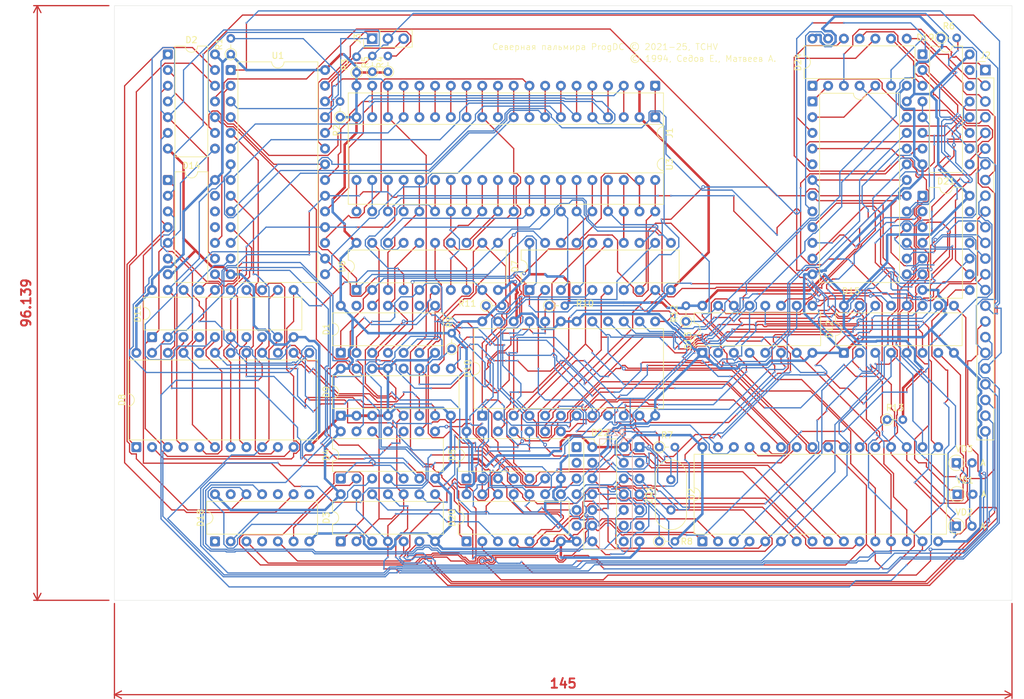
<source format=kicad_pcb>
(kicad_pcb (version 20241229) (generator "pcbnew") (generator_version "9.0")
  (layers (0 "F.Cu" signal) (2 "B.Cu" signal) (13 "F.Paste" user) (15 "B.Paste" user) (5 "F.SilkS" user "F.Silkscreen") (7 "B.SilkS" user "B.Silkscreen") (1 "F.Mask" user) (3 "B.Mask" user) (25 "Edge.Cuts" user))
  (net 0 "")
  (net 1 "+5V")
  (net 2 "/\"1\"")
  (net 3 "/~{INTA}")
  (net 4 "/~{MEMW}")
  (net 5 "/~{I{slash}OW}")
  (net 6 "/~{MEMR}")
  (net 7 "/P3")
  (net 8 "/P2")
  (net 9 "/P1")
  (net 10 "/P0")
  (net 11 "/~{I{slash}OR}")
  (net 12 "Net-(D22F-A)")
  (net 13 "Net-(D22E-A)")
  (net 14 "Net-(D23A-~{R})")
  (net 15 "/D3")
  (net 16 "/A0")
  (net 17 "/D5")
  (net 18 "GND")
  (net 19 "/A3")
  (net 20 "/A1")
  (net 21 "/A8")
  (net 22 "/A14")
  (net 23 "/A4")
  (net 24 "/A15")
  (net 25 "/HLD")
  (net 26 "/INT")
  (net 27 "/~{WR}")
  (net 28 "/A6")
  (net 29 "/D4")
  (net 30 "/INTE")
  (net 31 "/D0")
  (net 32 "/SYN")
  (net 33 "/_HLDA")
  (net 34 "/+12V")
  (net 35 "/D7")
  (net 36 "/RESET")
  (net 37 "/-5V")
  (net 38 "/A10")
  (net 39 "/D6")
  (net 40 "/A12")
  (net 41 "/D1")
  (net 42 "/A9")
  (net 43 "/A5")
  (net 44 "/A2")
  (net 45 "/C1")
  (net 46 "/DBIN")
  (net 47 "/D2")
  (net 48 "/WI")
  (net 49 "/A13")
  (net 50 "/A7")
  (net 51 "/A11")
  (net 52 "/C2")
  (net 53 "/RDY")
  (net 54 "/DB3")
  (net 55 "/AB8")
  (net 56 "/AB9")
  (net 57 "/AB12")
  (net 58 "/R4")
  (net 59 "/R3")
  (net 60 "/AB4")
  (net 61 "/AB1")
  (net 62 "/AB11")
  (net 63 "/DB7")
  (net 64 "/~{RD}")
  (net 65 "/AB5")
  (net 66 "/ARR16")
  (net 67 "/AB7")
  (net 68 "/AB10")
  (net 69 "/AB6")
  (net 70 "/AB0")
  (net 71 "/AB13")
  (net 72 "/DB4")
  (net 73 "/AB2")
  (net 74 "/DB2")
  (net 75 "/DB1")
  (net 76 "/DB5")
  (net 77 "/ARR17")
  (net 78 "/~{WE_628512}")
  (net 79 "/DB6")
  (net 80 "/DB0")
  (net 81 "/ARR18")
  (net 82 "/AB3")
  (net 83 "/HLDA")
  (net 84 "/STSTB")
  (net 85 "/Q4")
  (net 86 "/~{RESET}")
  (net 87 "/Q5")
  (net 88 "Net-(D5B-A)")
  (net 89 "/Q2")
  (net 90 "/Q6")
  (net 91 "Net-(D14B-A)")
  (net 92 "/Q1")
  (net 93 "/Q0")
  (net 94 "Net-(D2B-A)")
  (net 95 "/Q3")
  (net 96 "Net-(D11-~{EO})")
  (net 97 "/Q7")
  (net 98 "/~{D15_CS1}")
  (net 99 "/~{RAM_MAIN}")
  (net 100 "/~{CC00_VI53_1}")
  (net 101 "/~{CS_ROM}")
  (net 102 "/~{CS_SRAM_8000}")
  (net 103 "/~{C400_PPI2}")
  (net 104 "/~{CA00_PPI3}")
  (net 105 "/R0")
  (net 106 "/~{CS_VG75}")
  (net 107 "/~{D15_CS2}")
  (net 108 "/~{CS_RAMR}")
  (net 109 "/~{F700}")
  (net 110 "/R2")
  (net 111 "/~{CE00}")
  (net 112 "/~{C300}")
  (net 113 "/~{CS_DMA}")
  (net 114 "/~{C800_VI53_2}")
  (net 115 "/R1")
  (net 116 "/~{CS_D800}")
  (net 117 "/~{C200_PPI1}")
  (net 118 "/~{C100_SD_CNTR}")
  (net 119 "Net-(D10-D4)")
  (net 120 "Net-(D10-D5)")
  (net 121 "/AB15")
  (net 122 "Net-(D10-D2)")
  (net 123 "/AB14")
  (net 124 "Net-(D10-D6)")
  (net 125 "Net-(D10-D0)")
  (net 126 "Net-(D10-D7)")
  (net 127 "Net-(D10-~{WE})")
  (net 128 "Net-(D10-D3)")
  (net 129 "Net-(D10-D1)")
  (net 130 "Net-(D24D-A)")
  (net 131 "Net-(D21B-A)")
  (net 132 "Net-(D19-6)")
  (net 134 "Net-(D19-5)")
  (net 135 "Net-(D19-4)")
  (net 137 "Net-(D19-3)")
  (net 138 "/R7")
  (net 139 "/R5")
  (net 140 "/R6")
  (net 141 "Net-(D14C-Y)")
  (net 142 "Net-(D18B-D)")
  (net 143 "Net-(D18B-Q)")
  (net 144 "Net-(D2A-B)")
  (net 145 "Net-(D2B-Y)")
  (net 146 "/ROM_A14")
  (net 147 "/ROM_A13")
  (net 148 "/~{MWR}")
  (net 149 "/ROM_A15")
  (net 150 "Net-(D14B-Y)")
  (net 151 "Net-(D4A-A)")
  (net 152 "Net-(D18A-D)")
  (net 153 "Net-(D18A-~{Q})")
  (net 154 "Net-(D21B-Y)")
  (net 155 "/~{CC00_VI53_1_}")
  (net 156 "/C800_VI53_2")
  (net 157 "Net-(D14A-A)")
  (net 158 "Net-(D20B-B)")
  (net 159 "/~{C800_VI53_2_}")
  (net 160 "/~{CS_DMA_}")
  (net 161 "/~{C400_PPI2_}")
  (net 162 "/~{C200_PPI1_}")
  (net 163 "/~{CS_VG75_}")
  (net 164 "/8MHZ")
  (net 165 "Net-(D23A-D)")
  (net 167 "/CLK")
  (net 168 "Net-(D22E-Y)")
  (net 172 "/R8")
  (net 173 "Net-(D21A-B)")
  (net 177 "/~{MEMW_VT57}")
  (net 178 "Net-(D20B-A)")
  (net 189 "/RAM_SEL")
  (net 194 "/~{CS_628512}")
  (footprint "Diode_THT:D_DO-34_SOD68_P2.54mm_Vertical_AnodeUp" (layer "F.Cu") (at 178.18 119.46)
    (property "Reference" "VD2")
    (property "Value" "1N4148")
  )
  (footprint "Resistor_THT:R_Axial_DIN0204_L3.6mm_D1.6mm_P2.54mm_Vertical" (layer "F.Cu") (at 175.707 40.528)
    (property "Reference" "R6")
    (property "Value" "R0125")
  )
  (footprint "Package_DIP:DIP-14_W7.62mm" (layer "F.Cu") (at 78.74 121.92 90)
    (property "Reference" "D3")
    (property "Value" "133LI1")
  )
  (footprint "Resistor_THT:R_Axial_DIN0204_L3.6mm_D1.6mm_P2.54mm_Vertical" (layer "F.Cu") (at 130.18 106.68)
    (property "Reference" "R7")
    (property "Value" "R0125H")
  )
  (footprint "Resistor_THT:R_Axial_DIN0204_L3.6mm_D1.6mm_P2.54mm_Vertical" (layer "F.Cu") (at 60.976 43.145 90)
    (property "Reference" "R1")
    (property "Value" "R0125")
  )
  (footprint "Connector_PinHeader_2.54mm:PinHeader_1x03_P2.54mm_Vertical" (layer "F.Cu") (at 83.82 40.64 90)
    (property "Reference" "J3")
    (property "Value" "Conn_01x03_Pin")
  )
  (footprint "Diode_THT:D_DO-34_SOD68_P2.54mm_Vertical_AnodeUp" (layer "F.Cu") (at 178.324 114.3)
    (property "Reference" "VD1")
    (property "Value" "1N4148")
  )
  (footprint "Package_DIP:DIP-16_W7.62mm" (layer "F.Cu") (at 160.02 91.44 90)
    (property "Reference" "D12")
    (property "Value" "K589АП16")
  )
  (footprint "Package_DIP:DIP-14_W7.62mm" (layer "F.Cu") (at 172.72 66.04)
    (property "Reference" "D21")
    (property "Value" "74HC86N")
  )
  (footprint "Package_DIP:DIP-14_W7.62mm" (layer "F.Cu") (at 58.42 121.92 90)
    (property "Reference" "D18")
    (property "Value" "555TM2")
  )
  (footprint "Package_DIP:DIP-14_W7.62mm" (layer "F.Cu") (at 99.06 121.92 90)
    (property "Reference" "D20")
    (property "Value" "133LI1")
  )
  (footprint "Package_DIP:DIP-24_W15.24mm" (layer "F.Cu") (at 101.6 101.6 90)
    (property "Reference" "D10")
    (property "Value" "КР537РУ10")
  )
  (footprint "Package_DIP:DIP-16_W7.62mm" (layer "F.Cu") (at 137.16 91.44 90)
    (property "Reference" "D13")
    (property "Value" "K589АП16")
  )
  (footprint "Resistor_THT:R_Axial_DIN0204_L3.6mm_D1.6mm_P2.54mm_Vertical" (layer "F.Cu") (at 78.629 53.34 90)
    (property "Reference" "R2")
    (property "Value" "R0125")
  )
  (footprint "Resistor_THT:R_Axial_DIN0204_L3.6mm_D1.6mm_P2.54mm_Vertical" (layer "F.Cu") (at 134.509 86.36 90)
    (property "Reference" "R12")
    (property "Value" "R0125")
  )
  (footprint "Package_DIP:DIP-16_W7.62mm" (layer "F.Cu") (at 78.74 101.6 90)
    (property "Reference" "D9")
    (property "Value" "КР556РТ4")
  )
  (footprint "Diode_THT:D_DO-34_SOD68_P2.54mm_Vertical_AnodeUp" (layer "F.Cu") (at 178.197 109.22)
    (property "Reference" "VD3")
    (property "Value" "1N4148")
  )
  (footprint "Package_DIP:DIP-40_W15.24mm" (layer "F.Cu") (at 129.54 53.34 -90)
    (property "Reference" "U3")
    (property "Value" "CPU")
  )
  (footprint "Resistor_THT:R_Axial_DIN0204_L3.6mm_D1.6mm_P2.54mm_Vertical" (layer "F.Cu") (at 96.663 90.8 90)
    (property "Reference" "R9")
    (property "Value" "R0125")
  )
  (footprint "Crystal:Crystal_HC18-U_Vertical" (layer "F.Cu") (at 132.08 116.84 90)
    (property "Reference" "ZQ1")
    (property "Value" "QUARTZ")
  )
  (footprint "Package_DIP:DIP-14_W7.62mm" (layer "F.Cu") (at 154.94 48.26 90)
    (property "Reference" "D24")
    (property "Value" "133LI1")
  )
  (footprint "Package_DIP:DIP-40_W15.24mm" (layer "F.Cu") (at 129.54 48.26 -90)
    (property "Reference" "J1")
    (property "Value" "Conn_02x20_Counter_Clockwise_MountingPin")
  )
  (footprint "Resistor_THT:R_Axial_DIN0204_L3.6mm_D1.6mm_P2.54mm_Vertical" (layer "F.Cu") (at 83.836 45.989 90)
    (property "Reference" "R5")
    (property "Value" "R0125")
  )
  (footprint "Package_DIP:DIP-32_W15.24mm" (layer "F.Cu") (at 137.16 121.92 90)
    (property "Reference" "U2")
    (property "Value" "628512")
  )
  (footprint "Resistor_THT:R_Axial_DIN0204_L3.6mm_D1.6mm_P2.54mm_Vertical" (layer "F.Cu") (at 112.4 83.82)
    (property "Reference" "R10")
    (property "Value" "R0125")
  )
  (footprint "Resistor_THT:R_Axial_DIN0204_L3.6mm_D1.6mm_P2.54mm_Vertical" (layer "F.Cu") (at 81.296 46.116 90)
    (property "Reference" "R3")
    (property "Value" "R0125")
  )
  (footprint "Package_DIP:DIP-14_W7.62mm" (layer "F.Cu") (at 50.8 63.5)
    (property "Reference" "D14")
    (property "Value" "133LA3")
  )
  (footprint "Package_DIP:DIP-24_W15.24mm" (layer "F.Cu") (at 45.72 106.68 90)
    (property "Reference" "D8")
    (property "Value" "К589ИР12")
  )
  (footprint "Package_DIP:DIP-14_W7.62mm" (layer "F.Cu") (at 116.84 106.68)
    (property "Reference" "D22")
    (property "Value" "133LN1")
  )
  (footprint "Package_DIP:DIP-20_W7.62mm" (layer "F.Cu") (at 81.28 81.28 90)
    (property "Reference" "D6")
    (property "Value" "1533ИР22")
  )
  (footprint "Package_DIP:DIP-28_W15.24mm" (layer "F.Cu") (at 60.96 45.72)
    (property "Reference" "U1")
    (property "Value" "KR580VK28")
  )
  (footprint "Package_DIP:DIP-14_W7.62mm" (layer "F.Cu") (at 78.74 91.44 90)
    (property "Reference" "D1")
    (property "Value" "K155LA2")
  )
  (footprint "Package_DIP:DIP-14_W7.62mm" (layer "F.Cu") (at 99.06 111.76 90)
    (property "Reference" "D5")
    (property "Value" "133LN1")
  )
  (footprint "Package_DIP:DIP-24_W15.24mm" (layer "F.Cu") (at 154.94 50.8)
    (property "Reference" "D15")
    (property "Value" "155ID3")
  )
  (footprint "Resistor_THT:R_Axial_DIN0204_L3.6mm_D1.6mm_P2.54mm_Vertical" (layer "F.Cu") (at 167.005 102.235)
    (property "Reference" "R13")
    (property "Value" "R0125")
  )
  (footprint "Package_DIP:DIP-20_W7.62mm" (layer "F.Cu") (at 48.26 88.9 90)
    (property "Reference" "D11")
    (property "Value" "1533ИР22")
  )
  (footprint "Resistor_THT:R_Axial_DIN0204_L3.6mm_D1.6mm_P2.54mm_Vertical" (layer "F.Cu") (at 130.18 121.92)
    (property "Reference" "R8")
    (property "Value" "R0125H")
  )
  (footprint "Resistor_THT:R_Axial_DIN0204_L3.6mm_D1.6mm_P2.54mm_Vertical" (layer "F.Cu") (at 86.36 45.989 90)
    (property "Reference" "R4")
    (property "Value" "R0125")
  )
  (footprint "Package_DIP:DIP-14_W7.62mm" (layer "F.Cu") (at 50.8 43.18)
    (property "Reference" "D2")
    (property "Value" "133LL1")
  )
  (footprint "Connector_PinHeader_2.54mm:PinHeader_1x24_P2.54mm_Vertical" (layer "F.Cu") (at 182.88 45.72)
    (property "Reference" "J2")
    (property "Value" "Conn_01x24_Pin")
  )
  (footprint "Package_DIP:DIP-14_W7.62mm" (layer "F.Cu") (at 78.74 111.76 90)
    (property "Reference" "D4")
    (property "Value" "133LL1")
  )
  (footprint "Package_DIP:DIP-16_W7.62mm" (layer "F.Cu") (at 172.72 43.18)
    (property "Reference" "D19")
    (property "Value" "74AC138(COMB)")
  )
  (footprint "Package_DIP:DIP-20_W7.62mm" (layer "F.Cu") (at 109.22 81.28 90)
    (property "Reference" "D7")
    (property "Value" "1533ИР22")
  )
  (footprint "Resistor_THT:R_Axial_DIN0204_L3.6mm_D1.6mm_P2.54mm_Vertical" (layer "F.Cu") (at 102.24 83.82)
    (property "Reference" "R11")
    (property "Value" "R0125")
  )
  (footprint "Package_DIP:DIP-14_W7.62mm" (layer "B.Cu") (at 127 106.68 180)
    (property "Reference" "D23")
    (property "Value" "555TM2")
  )
  (gr_rect (start 42.18 35.306) (end 187.18 131.46) (stroke (width 0.05)) (fill no) (layer "Edge.Cuts"))
  (gr_text "Северная пальмира ProgDC © 2021-25, TCHV" (at 103.14 42.56 0) (layer "F.SilkS") (effects (font (size 1 1) (thickness 0.1)) (justify left bottom)))
  (gr_text "© 1994, Седов Е., Матвеев А." (at 125.365 44.465 0) (layer "F.SilkS") (effects (font (size 1 1) (thickness 0.1)) (justify left bottom)))
  (dimension (type orthogonal) (layer "F.Cu") (pts (xy 41.783 131.445) (xy 41.783 35.306)) (height -12.065) (orientation 1) (format (prefix "") (suffix "") (units 3) (units_format 0) (precision 4) (suppress_zeroes yes)) (style (thickness 0.2) (arrow_length 1.27) (text_position_mode 0) (arrow_direction outward) (extension_height 0.58642) (extension_offset 0.5) (keep_text_aligned yes)) (gr_text "96,139" (at 27.918 83.3755 90) (layer "F.Cu") (effects (font (size 1.5 1.5) (thickness 0.3)))))
  (dimension (type orthogonal) (layer "F.Cu") (pts (xy 187.18 131.46) (xy 42.18 131.46)) (height 15.24) (orientation 0) (format (prefix "") (suffix "") (units 3) (units_format 0) (precision 4) (suppress_zeroes yes)) (style (thickness 0.2) (arrow_length 1.27) (text_position_mode 0) (arrow_direction outward) (extension_height 0.58642) (extension_offset 0.5) (keep_text_aligned yes)) (gr_text "145" (at 114.68 144.9 0) (layer "F.Cu") (effects (font (size 1.5 1.5) (thickness 0.3)))))
  (segment (start 114.94 83.82) (end 115.64 83.12) (width 0.4) (layer "F.Cu") (net 1))
  (segment (start 114.79248 105.341) (end 114.3 105.83348) (width 0.4) (layer "F.Cu") (net 1))
  (segment (start 99.962 108.585) (end 100.965 108.585) (width 0.4) (layer "F.Cu") (net 1))
  (segment (start 119.38 106.68) (end 117.475 104.775) (width 0.4) (layer "F.Cu") (net 1))
  (segment (start 79.375 70.619) (end 79.375 71.755) (width 0.4) (layer "F.Cu") (net 1))
  (segment (start 111.76 78.74) (end 109.22 78.74) (width 0.4) (layer "F.Cu") (net 1))
  (segment (start 169.58 102.2) (end 169.545 102.235) (width 0.4) (layer "F.Cu") (net 1))
  (segment (start 81.28 55.88) (end 79.375 57.785) (width 0.4) (layer "F.Cu") (net 1))
  (segment (start 137.16 83.82) (end 139.636 81.344) (width 0.4) (layer "F.Cu") (net 1))
  (segment (start 115.363471 104.775) (end 114.797471 105.341) (width 0.4) (layer "F.Cu") (net 1))
  (segment (start 81.296 46.116) (end 86.233 46.116) (width 0.4) (layer "F.Cu") (net 1))
  (segment (start 78.74 43.18) (end 76.2 45.72) (width 0.4) (layer "F.Cu") (net 1))
  (segment (start 114.3 105.83348) (end 114.3 107.315) (width 0.4) (layer "F.Cu") (net 1))
  (segment (start 117.475 104.775) (end 115.363471 104.775) (width 0.4) (layer "F.Cu") (net 1))
  (segment (start 169.58 97.12) (end 169.58 102.2) (width 0.4) (layer "F.Cu") (net 1))
  (segment (start 79.375 64.69648) (end 77.43324 66.63824) (width 0.4) (layer "F.Cu") (net 1))
  (segment (start 86.233 46.116) (end 86.36 45.989) (width 0.4) (layer "F.Cu") (net 1))
  (segment (start 100.965 108.585) (end 102.235 109.855) (width 0.4) (layer "F.Cu") (net 1))
  (segment (start 130.65248 83.29674) (end 131.53 84.17426) (width 0.4) (layer "F.Cu") (net 1))
  (segment (start 128.64622 83.29674) (end 130.65248 83.29674) (width 0.4) (layer "F.Cu") (net 1))
  (segment (start 79.241 43.18) (end 78.74 43.18) (width 0.4) (layer "F.Cu") (net 1))
  (segment (start 115.64 80.08) (end 114.65426 79.09426) (width 0.4) (layer "F.Cu") (net 1))
  (segment (start 114.797471 105.341) (end 114.79248 105.341) (width 0.4) (layer "F.Cu") (net 1))
  (segment (start 156.844301 78.739301) (end 156.844301 78.955749) (width 0.4) (layer "F.Cu") (net 1))
  (segment (start 154.45605 81.344) (end 154.16748 81.344) (width 0.4) (layer "F.Cu") (net 1))
  (segment (start 139.636 81.344) (end 154.16748 81.344) (width 0.4) (layer "F.Cu") (net 1))
  (segment (start 79.375 71.755) (end 81.28 73.66) (width 0.4) (layer "F.Cu") (net 1))
  (segment (start 81.28 53.34) (end 81.28 55.88) (width 0.4) (layer "F.Cu") (net 1))
  (segment (start 119.38 106.68) (end 124.46 106.68) (width 0.4) (layer "F.Cu") (net 1))
  (segment (start 156.844301 78.955749) (end 154.45605 81.344) (width 0.4) (layer "F.Cu") (net 1))
  (segment (start 79.375 57.785) (end 79.375 64.69648) (width 0.4) (layer "F.Cu") (net 1))
  (segment (start 115.64 83.12) (end 115.64 80.08) (width 0.4) (layer "F.Cu") (net 1))
  (segment (start 172.72 93.98) (end 169.58 97.12) (width 0.4) (layer "F.Cu") (net 1))
  (via micro (at 109.22 78.74) (size 0.3) (drill 0.1) (layers "F.Cu" "B.Cu") (net 1))
  (via micro (at 172.72 93.98) (size 0.3) (drill 0.1) (layers "F.Cu" "B.Cu") (net 1))
  (via micro (at 156.844301 78.739301) (size 0.3) (drill 0.1) (layers "F.Cu" "B.Cu") (net 1))
  (via micro (at 77.43324 66.63824) (size 0.3) (drill 0.1) (layers "F.Cu" "B.Cu") (net 1))
  (via micro (at 131.53 84.17426) (size 0.3) (drill 0.1) (layers "F.Cu" "B.Cu") (net 1))
  (via micro (at 79.241 43.18) (size 0.3) (drill 0.1) (layers "F.Cu" "B.Cu") (net 1))
  (via micro (at 111.76 78.74) (size 0.3) (drill 0.1) (layers "F.Cu" "B.Cu") (net 1))
  (via micro (at 128.64622 83.29674) (size 0.3) (drill 0.1) (layers "F.Cu" "B.Cu") (net 1))
  (via micro (at 102.235 109.855) (size 0.3) (drill 0.1) (layers "F.Cu" "B.Cu") (net 1))
  (via micro (at 79.375 70.619) (size 0.3) (drill 0.1) (layers "F.Cu" "B.Cu") (net 1))
  (via micro (at 114.3 107.315) (size 0.3) (drill 0.1) (layers "F.Cu" "B.Cu") (net 1))
  (via micro (at 114.65426 79.09426) (size 0.3) (drill 0.1) (layers "F.Cu" "B.Cu") (net 1))
  (via micro (at 99.962 108.585) (size 0.3) (drill 0.1) (layers "F.Cu" "B.Cu") (net 1))
  (segment (start 60.96 43.18) (end 59.759 44.381) (width 0.4) (layer "B.Cu") (net 1))
  (segment (start 104.056 108.034) (end 102.235 109.855) (width 0.4) (layer "B.Cu") (net 1))
  (segment (start 137.16 117.48) (end 137.16 106.68) (width 0.4) (layer "B.Cu") (net 1))
  (segment (start 99.962 106.238479) (end 99.06 105.33648) (width 0.4) (layer "B.Cu") (net 1))
  (segment (start 160.02 87.351364) (end 162.269636 89.601) (width 0.4) (layer "B.Cu") (net 1))
  (segment (start 59.621 62.299) (end 59.621 44.381) (width 0.4) (layer "B.Cu") (net 1))
  (segment (start 58.42 63.5) (end 59.621 62.299) (width 0.4) (layer "B.Cu") (net 1))
  (segment (start 175.26 53.598189) (end 174.984166 53.322354) (width 0.4) (layer "B.Cu") (net 1))
  (segment (start 99.06 104.14) (end 99.06 90.8) (width 0.4) (layer "B.Cu") (net 1))
  (segment (start 78.74 104.14) (end 77.539 102.939) (width 0.4) (layer "B.Cu") (net 1))
  (segment (start 45.72 91.44) (end 45.72 83.82) (width 0.4) (layer "B.Cu") (net 1))
  (segment (start 99.88658 112.961) (end 100.261 112.58658) (width 0.4) (layer "B.Cu") (net 1))
  (segment (start 154.94 40.64) (end 155.54 40.04) (width 0.4) (layer "B.Cu") (net 1))
  (segment (start 98.42 86.36) (end 96.52 88.26) (width 0.4) (layer "B.Cu") (net 1))
  (segment (start 99.06 90.8) (end 96.52 88.26) (width 0.4) (layer "B.Cu") (net 1))
  (segment (start 162.269636 89.601) (end 165.240529 89.601) (width 0.4) (layer "B.Cu") (net 1))
  (segment (start 48.26 79.581529) (end 48.26 81.28) (width 0.4) (layer "B.Cu") (net 1))
  (segment (start 160.02 81.915) (end 156.844301 78.739301) (width 0.4) (layer "B.Cu") (net 1))
  (segment (start 78.74 83.82) (end 80.645 85.725) (width 0.4) (layer "B.Cu") (net 1))
  (segment (start 171.519 90.942529) (end 171.519 92.779) (width 0.4) (layer "B.Cu") (net 1))
  (segment (start 99.06 114.3) (end 99.06 112.961) (width 0.4) (layer "B.Cu") (net 1))
  (segment (start 113.114 107.315) (end 112.395 108.034) (width 0.4) (layer "B.Cu") (net 1))
  (segment (start 114.3 107.315) (end 113.114 107.315) (width 0.4) (layer "B.Cu") (net 1))
  (segment (start 100.261 112.58658) (end 100.261 110.93342) (width 0.4) (layer "B.Cu") (net 1))
  (segment (start 174.984166 50.662166) (end 173.921 49.599) (width 0.4) (layer "B.Cu") (net 1))
  (segment (start 78.74 104.14) (end 77.539 105.341) (width 0.4) (layer "B.Cu") (net 1))
  (segment (start 170.18 50.8) (end 171.381 49.599) (width 0.4) (layer "B.Cu") (net 1))
  (segment (start 173.921 49.599) (end 180.34 43.18) (width 0.4) (layer "B.Cu") (net 1))
  (segment (start 80.079 90.942529) (end 80.079 91.937471) (width 0.4) (layer "B.Cu") (net 1))
  (segment (start 156.982529 41.841) (end 157.977471 41.841) (width 0.4) (layer "B.Cu") (net 1))
  (segment (start 171.519 92.779) (end 172.72 93.98) (width 0.4) (layer "B.Cu") (net 1))
  (segment (start 175.9 42.02758) (end 175.9 40.64) (width 0.4) (layer "B.Cu") (net 1))
  (segment (start 174.059 72.321) (end 180.34 66.04) (width 0.4) (layer "B.Cu") (net 1))
  (segment (start 99.06 112.961) (end 99.88658 112.961) (width 0.4) (layer "B.Cu") (net 1))
  (segment (start 58.42 63.5) (end 53.34 68.58) (width 0.4) (layer "B.Cu") (net 1))
  (segment (start 77.539 102.939) (end 77.539 95.181) (width 0.4) (layer "B.Cu") (net 1))
  (segment (start 173.54658 44.381) (end 175.9 42.02758) (width 0.4) (layer "B.Cu") (net 1))
  (segment (start 174.984166 53.322354) (end 174.984166 50.662166) (width 0.4) (layer "B.Cu") (net 1))
  (segment (start 80.645 85.725) (end 80.645 90.376529) (width 0.4) (layer "B.Cu") (net 1))
  (segment (start 80.079 91.937471) (end 80.645 92.503471) (width 0.4) (layer "B.Cu") (net 1))
  (segment (start 81.28 48.26) (end 81.28 53.34) (width 0.4) (layer "B.Cu") (net 1))
  (segment (start 76.2 106.74357) (end 76.2 111.76) (width 0.4) (layer "B.Cu") (net 1))
  (segment (start 78.74 76.2) (end 81.28 73.66) (width 0.4) (layer "B.Cu") (net 1))
  (segment (start 171.381 45.159) (end 172.159 44.381) (width 0.4) (layer "B.Cu") (net 1))
  (segment (start 175.26 60.96) (end 175.26 53.598189) (width 0.4) (layer "B.Cu") (net 1))
  (segment (start 126.399 104.741) (end 135.221 104.741) (width 0.4) (layer "B.Cu") (net 1))
  (segment (start 112.11426 79.09426) (end 111.76 78.74) (width 0.4) (layer "B.Cu") (net 1))
  (segment (start 172.159 44.381) (end 173.54658 44.381) (width 0.4) (layer "B.Cu") (net 1))
  (segment (start 156.279 41.137471) (end 156.982529 41.841) (width 0.4) (layer "B.Cu") (net 1))
  (segment (start 100.261 110.93342) (end 99.962 110.63442) (width 0.4) (layer "B.Cu") (net 1))
  (segment (start 80.645 92.503471) (end 80.645 92.916529) (width 0.4) (layer "B.Cu") (net 1))
  (segment (start 77.539 105.341) (end 77.539 105.404571) (width 0.4) (layer "B.Cu") (net 1))
  (segment (start 59.621 44.381) (end 58.42 43.18) (width 0.4) (layer "B.Cu") (net 1))
  (segment (start 59.759 44.381) (end 59.621 44.381) (width 0.4) (layer "B.Cu") (net 1))
  (segment (start 53.34 68.58) (end 53.34 75.496471) (width 0.4) (layer "B.Cu") (net 1))
  (segment (start 156.542 39.038) (end 158.517 37.063) (width 0.4) (layer "B.Cu") (net 1))
  (segment (start 99.962 110.63442) (end 99.962 106.238479) (width 0.4) (layer "B.Cu") (net 1))
  (segment (start 78.74 83.82) (end 78.74 76.2) (width 0.4) (layer "B.Cu") (net 1))
  (segment (start 76.2 116.84) (end 78.74 114.3) (width 0.4) (layer "B.Cu") (net 1))
  (segment (start 101.6 86.36) (end 98.42 86.36) (width 0.4) (layer "B.Cu") (net 1))
  (segment (start 45.72 83.82) (end 48.26 81.28) (width 0.4) (layer "B.Cu") (net 1))
  (segment (start 115.441 83.319) (end 124.46 83.319) (width 0.4) (layer "B.Cu") (net 1))
  (segment (start 156.586521 39.038) (end 156.542 39.038) (width 0.4) (layer "B.Cu") (net 1))
  (segment (start 171.381 49.599) (end 173.921 49.599) (width 0.4) (layer "B.Cu") (net 1))
  (segment (start 131.53 84.17426) (end 134.26574 84.17426) (width 0.4) (layer "B.Cu") (net 1))
  (segment (start 167.14752 72.321) (end 174.059 72.321) (width 0.4) (layer "B.Cu") (net 1))
  (segment (start 124.46 83.319) (end 128.62396 83.319) (width 0.4) (layer "B.Cu") (net 1))
  (segment (start 109.22 73.66) (end 109.22 78.74) (width 0.4) (layer "B.Cu") (net 1))
  (segment (start 81.28 45.72) (end 81.28 45.219) (width 0.4) (layer "B.Cu") (net 1))
  (segment (start 165.240529 89.601) (end 165.341529 89.5) (width 0.4) (layer "B.Cu") (net 1))
  (segment (start 51.297471 77.539) (end 50.302529 77.539) (width 0.4) (layer "B.Cu") (net 1))
  (segment (start 80.079 93.482529) (end 80.079 93.98) (width 0.4) (layer "B.Cu") (net 1))
  (segment (start 170.076471 89.5) (end 171.519 90.942529) (width 0.4) (layer "B.Cu") (net 1))
  (segment (start 135.221 104.741) (end 137.16 106.68) (width 0.4) (layer "B.Cu") (net 1))
  (segment (start 77.43324 68.67724) (end 79.375 70.619) (width 0.4) (layer "B.Cu") (net 1))
  (segment (start 158.681 41.137471) (end 158.681 40.142529) (width 0.4) (layer "B.Cu") (net 1))
  (segment (start 104.056 108.034) (end 112.395 108.034) (width 0.4) (layer "B.Cu") (net 1))
  (segment (start 60.96 116.84) (end 76.2 116.84) (width 0.4) (layer "B.Cu") (net 1))
  (segment (start 124.46 106.68) (end 126.399 104.741) (width 0.4) (layer "B.Cu") (net 1))
  (segment (start 109.22 78.74) (end 104.78 83.18) (width 0.4) (layer "B.Cu") (net 1))
  (segment (start 99.06 105.33648) (end 99.06 104.14) (width 0.4) (layer "B.Cu") (net 1))
  (segment (start 180.34 66.04) (end 175.26 60.96) (width 0.4) (layer "B.Cu") (net 1))
  (segment (start 58.42 114.3) (end 60.96 116.84) (width 0.4) (layer "B.Cu") (net 1))
  (segment (start 156.279 40.14752) (end 156.279 41.137471) (width 0.4) (layer "B.Cu") (net 1))
  (segment (start 158.517 37.063) (end 172.323 37.063) (width 0.4) (layer "B.Cu") (net 1))
  (segment (start 81.28 48.26) (end 81.28 45.72) (width 0.4) (layer "B.Cu") (net 1))
  (segment (start 167.005 72.46352) (end 167.14752 72.321) (width 0.4) (layer "B.Cu") (net 1))
  (segment (start 156.987521 39.439) (end 156.586521 39.038) (width 0.4) (layer "B.Cu") (net 1))
  (segment (start 104.78 83.18) (end 104.78 83.82) (width 0.4) (layer "B.Cu") (net 1))
  (segment (start 167.005 76.835) (end 167.005 72.46352) (width 0.4) (layer "B.Cu") (net 1))
  (segment (start 157.977471 39.439) (end 156.987521 39.439) (width 0.4) (layer "B.Cu") (net 1))
  (segment (start 83.18 88.26) (end 96.52 88.26) (width 0.4) (layer "B.Cu") (net 1))
  (segment (start 77.43324 66.63824) (end 77.43324 68.67724) (width 0.4) (layer "B.Cu") (net 1))
  (segment (start 160.02 83.82) (end 160.02 81.915) (width 0.4) (layer "B.Cu") (net 1))
  (segment (start 101.6 86.36) (end 104.14 83.82) (width 0.4) (layer "B.Cu") (net 1))
  (segment (start 63.5 45.72) (end 76.2 45.72) (width 0.4) (layer "B.Cu") (net 1))
  (segment (start 134.62 83.82) (end 137.16 83.82) (width 0.4) (layer "B.Cu") (net 1))
  (segment (start 155.54 40.04) (end 156.17148 40.04) (width 0.4) (layer "B.Cu") (net 1))
  (segment (start 53.34 75.496471) (end 51.297471 77.539) (width 0.4) (layer "B.Cu") (net 1))
  (segment (start 104.14 83.82) (end 104.78 83.82) (width 0.4) (layer "B.Cu") (net 1))
  (segment (start 60.96 43.18) (end 63.5 45.72) (width 0.4) (layer "B.Cu") (net 1))
  (segment (start 81.28 53.34) (end 78.74 53.34) (width 0.4) (layer "B.Cu") (net 1))
  (segment (start 157.977471 41.841) (end 158.681 41.137471) (width 0.4) (layer "B.Cu") (net 1))
  (segment (start 158.681 40.142529) (end 157.977471 39.439) (width 0.4) (layer "B.Cu") (net 1))
  (segment (start 165.341529 89.5) (end 170.076471 89.5) (width 0.4) (layer "B.Cu") (net 1))
  (segment (start 114.65426 79.09426) (end 112.11426 79.09426) (width 0.4) (layer "B.Cu") (net 1))
  (segment (start 171.381 49.599) (end 171.381 45.159) (width 0.4) (layer "B.Cu") (net 1))
  (segment (start 81.28 45.219) (end 79.241 43.18) (width 0.4) (layer "B.Cu") (net 1))
  (segment (start 77.539 95.181) (end 78.74 93.98) (width 0.4) (layer "B.Cu") (net 1))
  (segment (start 132.72 121.92) (end 137.16 117.48) (width 0.4) (layer "B.Cu") (net 1))
  (segment (start 172.323 37.063) (end 175.9 40.64) (width 0.4) (layer "B.Cu") (net 1))
  (segment (start 134.26574 84.17426) (end 134.62 83.82) (width 0.4) (layer "B.Cu") (net 1))
  (segment (start 156.17148 40.04) (end 156.279 40.14752) (width 0.4) (layer "B.Cu") (net 1))
  (segment (start 50.302529 77.539) (end 48.26 79.581529) (width 0.4) (layer "B.Cu") (net 1))
  (segment (start 160.02 83.82) (end 167.005 76.835) (width 0.4) (layer "B.Cu") (net 1))
  (segment (start 80.079 93.98) (end 78.74 93.98) (width 0.4) (layer "B.Cu") (net 1))
  (segment (start 128.62396 83.319) (end 128.64622 83.29674) (width 0.4) (layer "B.Cu") (net 1))
  (segment (start 76.2 111.76) (end 78.74 114.3) (width 0.4) (layer "B.Cu") (net 1))
  (segment (start 77.539 105.404571) (end 76.2 106.74357) (width 0.4) (layer "B.Cu") (net 1))
  (segment (start 80.645 90.376529) (end 80.079 90.942529) (width 0.4) (layer "B.Cu") (net 1))
  (segment (start 78.74 83.82) (end 83.18 88.26) (width 0.4) (layer "B.Cu") (net 1))
  (segment (start 114.94 83.82) (end 115.441 83.319) (width 0.4) (layer "B.Cu") (net 1))
  (segment (start 160.02 83.82) (end 160.02 87.351364) (width 0.4) (layer "B.Cu") (net 1))
  (segment (start 80.645 92.916529) (end 80.079 93.482529) (width 0.4) (layer "B.Cu") (net 1))
  (segment (start 79.375 80.01) (end 75.565 83.82) (width 0.2) (layer "F.Cu") (net 2))
  (segment (start 173.17605 62.061) (end 174.625 60.61205) (width 0.2) (layer "F.Cu") (net 2))
  (segment (start 178.44 42.54) (end 178.44 40.64) (width 0.2) (layer "F.Cu") (net 2))
  (segment (start 174.625 56.331) (end 173.171 56.331) (width 0.2) (layer "F.Cu") (net 2))
  (segment (start 71.534628 107.681) (end 72.121 107.094628) (width 0.2) (layer "F.Cu") (net 2))
  (segment (start 48.26 106.68) (end 50.163 108.583) (width 0.2) (layer "F.Cu") (net 2))
  (segment (start 71.534628 105.679) (end 71.12 105.679) (width 0.2) (layer "F.Cu") (net 2))
  (segment (start 153.035 64.77) (end 153.035 63.989372) (width 0.2) (layer "F.Cu") (net 2))
  (segment (start 174.625 60.61205) (end 174.625 57.785) (width 0.2) (layer "F.Cu") (net 2))
  (segment (start 178.111059 46.108909) (end 178.188909 46.108909) (width 0.2) (layer "F.Cu") (net 2))
  (segment (start 70.019 94.149) (end 70.019 87.461) (width 0.2) (layer "F.Cu") (net 2))
  (segment (start 154.525372 62.499) (end 166.736 62.499) (width 0.2) (layer "F.Cu") (net 2))
  (segment (start 72.121 106.265372) (end 71.534628 105.679) (width 0.2) (layer "F.Cu") (net 2))
  (segment (start 71.12 95.25) (end 70.019 94.149) (width 0.2) (layer "F.Cu") (net 2))
  (segment (start 50.163 108.583) (end 70.77405 108.583) (width 0.2) (layer "F.Cu") (net 2))
  (segment (start 71.12 108.23705) (end 71.12 107.681) (width 0.2) (layer "F.Cu") (net 2))
  (segment (start 176.96595 44.894502) (end 176.96595 44.9638) (width 0.2) (layer "F.Cu") (net 2))
  (segment (start 176.347398 56.331) (end 174.625 56.331) (width 0.2) (layer "F.Cu") (net 2))
  (segment (start 71.12 107.681) (end 71.534628 107.681) (width 0.2) (layer "F.Cu") (net 2))
  (segment (start 128.905 71.755) (end 129.54 71.755) (width 0.2) (layer "F.Cu") (net 2))
  (segment (start 129.54 71.755) (end 130.175 72.39) (width 0.2) (layer "F.Cu") (net 2))
  (segment (start 132.08 69.85) (end 137.300025 64.629975) (width 0.2) (layer "F.Cu") (net 2))
  (segment (start 166.736 62.499) (end 168.91 60.325) (width 0.2) (layer "F.Cu") (net 2))
  (segment (start 71.12 105.679) (end 71.12 95.25) (width 0.2) (layer "F.Cu") (net 2))
  (segment (start 153.035 63.989372) (end 154.525372 62.499) (width 0.2) (layer "F.Cu") (net 2))
  (segment (start 71.12 86.36) (end 71.12 81.28) (width 0.2) (layer "F.Cu") (net 2))
  (segment (start 178.251 54.427398) (end 176.347398 56.331) (width 0.2) (layer "F.Cu") (net 2))
  (segment (start 70.77405 108.583) (end 71.12 108.23705) (width 0.2) (layer "F.Cu") (net 2))
  (segment (start 70.019 87.461) (end 71.12 86.36) (width 0.2) (layer "F.Cu") (net 2))
  (segment (start 173.171 56.331) (end 172.72 55.88) (width 0.2) (layer "F.Cu") (net 2))
  (segment (start 176.96595 44.9638) (end 178.111059 46.108909) (width 0.2) (layer "F.Cu") (net 2))
  (segment (start 172.21495 62.061) (end 173.17605 62.061) (width 0.2) (layer "F.Cu") (net 2))
  (segment (start 130.556 69.85) (end 132.08 69.85) (width 0.2) (layer "F.Cu") (net 2))
  (segment (start 72.121 107.094628) (end 72.121 106.265372) (width 0.2) (layer "F.Cu") (net 2))
  (segment (start 177.163602 53.34) (end 178.251 54.427398) (width 0.2) (layer "F.Cu") (net 2))
  (segment (start 172.17 62.01605) (end 172.21495 62.061) (width 0.2) (layer "F.Cu") (net 2))
  (via micro (at 168.91 60.325) (size 0.3) (drill 0.1) (layers "F.Cu" "B.Cu") (net 2))
  (via micro (at 178.44 42.54) (size 0.3) (drill 0.1) (layers "F.Cu" "B.Cu") (net 2))
  (via micro (at 79.375 80.01) (size 0.3) (drill 0.1) (layers "F.Cu" "B.Cu") (net 2))
  (via micro (at 177.163602 53.34) (size 0.3) (drill 0.1) (layers "F.Cu" "B.Cu") (net 2))
  (via micro (at 153.035 64.77) (size 0.3) (drill 0.1) (layers "F.Cu" "B.Cu") (net 2))
  (via micro (at 176.96595 44.894502) (size 0.3) (drill 0.1) (layers "F.Cu" "B.Cu") (net 2))
  (via micro (at 172.17 62.01605) (size 0.3) (drill 0.1) (layers "F.Cu" "B.Cu") (net 2))
  (via micro (at 130.175 72.39) (size 0.3) (drill 0.1) (layers "F.Cu" "B.Cu") (net 2))
  (via micro (at 174.625 56.331) (size 0.3) (drill 0.1) (layers "F.Cu" "B.Cu") (net 2))
  (via (at 137.300025 64.629975) (size 0.6) (drill 0.3) (layers "F.Cu" "B.Cu") (net 2))
  (via micro (at 178.188909 46.108909) (size 0.3) (drill 0.1) (layers "F.Cu" "B.Cu") (net 2))
  (via micro (at 174.625 57.785) (size 0.3) (drill 0.1) (layers "F.Cu" "B.Cu") (net 2))
  (via micro (at 128.905 71.755) (size 0.3) (drill 0.1) (layers "F.Cu" "B.Cu") (net 2))
  (via micro (at 130.556 69.85) (size 0.3) (drill 0.1) (layers "F.Cu" "B.Cu") (net 2))
  (via micro (at 75.565 83.82) (size 0.3) (drill 0.1) (layers "F.Cu" "B.Cu") (net 2))
  (segment (start 83.100801 78.189199) (end 99.610801 78.189199) (width 0.2) (layer "B.Cu") (net 2))
  (segment (start 147.882875 64.629975) (end 152.2339 68.981) (width 0.2) (layer "B.Cu") (net 2))
  (segment (start 118.444 69.485306) (end 118.444 69.964728) (width 0.2) (layer "B.Cu") (net 2))
  (segment (start 81.28 80.01) (end 83.100801 78.189199) (width 0.2) (layer "B.Cu") (net 2))
  (segment (start 152.5661 68.981) (end 153.035 68.5121) (width 0.2) (layer "B.Cu") (net 2))
  (segment (start 79.375 80.01) (end 81.28 80.01) (width 0.2) (layer "B.Cu") (net 2))
  (segment (start 168.91 60.325) (end 169.276 59.959) (width 0.2) (layer "B.Cu") (net 2))
  (segment (start 118.078 69.119306) (end 118.444 69.485306) (width 0.2) (layer "B.Cu") (net 2))
  (segment (start 175.485166 53.114834) (end 175.485166 48.812652) (width 0.2) (layer "B.Cu") (net 2))
  (segment (start 104.14 73.66) (end 106.379 71.421) (width 0.2) (layer "B.Cu") (net 2))
  (segment (start 73.66 83.82) (end 75.565 83.82) (width 0.2) (layer "B.Cu") (net 2))
  (segment (start 169.276 59.959) (end 171.01048 59.959) (width 0.2) (layer "B.Cu") (net 2))
  (segment (start 130.556 70.231) (end 130.678 70.353) (width 0.2) (layer "B.Cu") (net 2))
  (segment (start 175.485166 48.812652) (end 178.188909 46.108909) (width 0.2) (layer "B.Cu") (net 2))
  (segment (start 137.300025 64.629975) (end 147.882875 64.629975) (width 0.2) (layer "B.Cu") (net 2))
  (segment (start 120.234272 71.755) (end 128.905 71.755) (width 0.2) (layer "B.Cu") (net 2))
  (segment (start 177.163602 53.34) (end 175.710332 53.34) (width 0.2) (layer "B.Cu") (net 2))
  (segment (start 171.01048 59.959) (end 171.45 60.39852) (width 0.2) (layer "B.Cu") (net 2))
  (segment (start 116.138 66.742) (end 117.751322 66.742) (width 0.2) (layer "B.Cu") (net 2))
  (segment (start 106.379 71.421) (end 110.872628 71.421) (width 0.2) (layer "B.Cu") (net 2))
  (segment (start 130.81 72.39) (end 132.08 73.66) (width 0.2) (layer "B.Cu") (net 2))
  (segment (start 130.175 72.39) (end 130.81 72.39) (width 0.2) (layer "B.Cu") (net 2))
  (segment (start 115.57 67.31) (end 116.138 66.742) (width 0.2) (layer "B.Cu") (net 2))
  (segment (start 130.678 72.258) (end 132.08 73.66) (width 0.2) (layer "B.Cu") (net 2))
  (segment (start 174.625 57.785) (end 174.625 56.331) (width 0.2) (layer "B.Cu") (net 2))
  (segment (start 71.12 81.28) (end 73.66 83.82) (width 0.2) (layer "B.Cu") (net 2))
  (segment (start 130.556 69.85) (end 130.556 70.231) (width 0.2) (layer "B.Cu") (net 2))
  (segment (start 118.078 67.068678) (end 118.078 69.119306) (width 0.2) (layer "B.Cu") (net 2))
  (segment (start 99.610801 78.189199) (end 104.14 73.66) (width 0.2) (layer "B.Cu") (net 2))
  (segment (start 114.154372 67.31) (end 115.57 67.31) (width 0.2) (layer "B.Cu") (net 2))
  (segment (start 178.44 42.54) (end 176.96595 44.01405) (width 0.2) (layer "B.Cu") (net 2))
  (segment (start 118.444 69.964728) (end 120.234272 71.755) (width 0.2) (layer "B.Cu") (net 2))
  (segment (start 171.45 61.29605) (end 172.17 62.01605) (width 0.2) (layer "B.Cu") (net 2))
  (segment (start 117.751322 66.742) (end 118.078 67.068678) (width 0.2) (layer "B.Cu") (net 2))
  (segment (start 175.710332 53.34) (end 175.485166 53.114834) (width 0.2) (layer "B.Cu") (net 2))
  (segment (start 113.299 68.165372) (end 114.154372 67.31) (width 0.2) (layer "B.Cu") (net 2))
  (segment (start 113.299 68.994628) (end 113.299 68.165372) (width 0.2) (layer "B.Cu") (net 2))
  (segment (start 153.035 68.5121) (end 153.035 64.77) (width 0.2) (layer "B.Cu") (net 2))
  (segment (start 171.45 60.39852) (end 171.45 61.29605) (width 0.2) (layer "B.Cu") (net 2))
  (segment (start 130.678 70.353) (end 130.678 72.258) (width 0.2) (layer "B.Cu") (net 2))
  (segment (start 152.2339 68.981) (end 152.5661 68.981) (width 0.2) (layer "B.Cu") (net 2))
  (segment (start 176.96595 44.01405) (end 176.96595 44.894502) (width 0.2) (layer "B.Cu") (net 2))
  (segment (start 110.872628 71.421) (end 113.299 68.994628) (width 0.2) (layer "B.Cu") (net 2))
  (segment (start 86.36 43.449) (end 87.71876 43.449) (width 0.2) (layer "F.Cu") (net 3))
  (segment (start 80.279 41.879) (end 82.669 39.489) (width 0.2) (layer "F.Cu") (net 3))
  (segment (start 87.71876 43.449) (end 88.38088 42.78688) (width 0.2) (layer "F.Cu") (net 3))
  (segment (start 90.051 41.11676) (end 88.38088 42.78688) (width 0.2) (layer "F.Cu") (net 3))
  (segment (start 89.37676 39.489) (end 90.051 40.16324) (width 0.2) (layer "F.Cu") (net 3))
  (segment (start 90.051 40.16324) (end 90.051 41.11676) (width 0.2) (layer "F.Cu") (net 3))
  (segment (start 75.74395 47.159) (end 76.714628 47.159) (width 0.2) (layer "F.Cu") (net 3))
  (segment (start 75.099 57.319) (end 75.099 47.80395) (width 0.2) (layer "F.Cu") (net 3))
  (segment (start 80.279 43.594628) (end 80.279 41.879) (width 0.2) (layer "F.Cu") (net 3))
  (segment (start 76.714628 47.159) (end 80.279 43.594628) (width 0.2) (layer "F.Cu") (net 3))
  (segment (start 82.669 39.489) (end 89.37676 39.489) (width 0.2) (layer "F.Cu") (net 3))
  (segment (start 75.099 47.80395) (end 75.74395 47.159) (width 0.2) (layer "F.Cu") (net 3))
  (segment (start 76.2 58.42) (end 75.099 57.319) (width 0.2) (layer "F.Cu") (net 3))
  (segment (start 79.3071 45.72) (end 79.326372 45.72) (width 0.2) (layer "F.Cu") (net 4))
  (segment (start 77.301 47.7261) (end 79.3071 45.72) (width 0.2) (layer "F.Cu") (net 4))
  (segment (start 77.301 49.699) (end 77.301 47.7261) (width 0.2) (layer "F.Cu") (net 4))
  (segment (start 76.2 50.8) (end 77.301 49.699) (width 0.2) (layer "F.Cu") (net 4))
  (segment (start 79.326372 45.72) (end 80.454372 44.592) (width 0.2) (layer "F.Cu") (net 4))
  (segment (start 80.454372 44.592) (end 82.693 44.592) (width 0.2) (layer "F.Cu") (net 4))
  (segment (start 82.693 44.592) (end 83.836 43.449) (width 0.2) (layer "F.Cu") (net 4))
  (segment (start 180.79605 42.079) (end 181.441 42.72395) (width 0.2) (layer "B.Cu") (net 4))
  (segment (start 86.36 41.671) (end 85.614 41.671) (width 0.2) (layer "B.Cu") (net 4))
  (segment (start 86.36 40.64) (end 86.36 41.671) (width 0.2) (layer "B.Cu") (net 4))
  (segment (start 177.925372 42.079) (end 180.79605 42.079) (width 0.2) (layer "B.Cu") (net 4))
  (segment (start 183.315339 82.769) (end 182.444661 82.769) (width 0.2) (layer "B.Cu") (net 4))
  (segment (start 183.315339 59.909) (end 184.564 61.157661) (width 0.2) (layer "B.Cu") (net 4))
  (segment (start 85.614 41.671) (end 83.836 43.449) (width 0.2) (layer "B.Cu") (net 4))
  (segment (start 181.441 83.772661) (end 181.441 90.001) (width 0.2) (layer "B.Cu") (net 4))
  (segment (start 181.441 42.72395) (end 181.441 59.304661) (width 0.2) (layer "B.Cu") (net 4))
  (segment (start 182.444661 82.769) (end 181.441 83.772661) (width 0.2) (layer "B.Cu") (net 4))
  (segment (start 182.045339 59.909) (end 183.315339 59.909) (width 0.2) (layer "B.Cu") (net 4))
  (segment (start 181.441 90.001) (end 182.88 91.44) (width 0.2) (layer "B.Cu") (net 4))
  (segment (start 176.901 41.054628) (end 177.925372 42.079) (width 0.2) (layer "B.Cu") (net 4))
  (segment (start 173.237628 36.562) (end 176.901 40.225372) (width 0.2) (layer "B.Cu") (net 4))
  (segment (start 86.36 40.64) (end 90.438 36.562) (width 0.2) (layer "B.Cu") (net 4))
  (segment (start 176.901 40.225372) (end 176.901 41.054628) (width 0.2) (layer "B.Cu") (net 4))
  (segment (start 184.564 61.157661) (end 184.564 82.804) (width 0.2) (layer "B.Cu") (net 4))
  (segment (start 183.350339 82.804) (end 183.315339 82.769) (width 0.2) (layer "B.Cu") (net 4))
  (segment (start 181.441 59.304661) (end 182.045339 59.909) (width 0.2) (layer "B.Cu") (net 4))
  (segment (start 184.564 82.804) (end 183.350339 82.804) (width 0.2) (layer "B.Cu") (net 4))
  (segment (start 90.438 36.562) (end 173.237628 36.562) (width 0.2) (layer "B.Cu") (net 4))
  (segment (start 57.319 59.859) (end 57.319 75.099) (width 0.2) (layer "F.Cu") (net 5))
  (segment (start 82.281 42.179) (end 87.361 42.179) (width 0.2) (layer "F.Cu") (net 5))
  (segment (start 57.319 75.099) (end 58.42 76.2) (width 0.2) (layer "F.Cu") (net 5))
  (segment (start 76.2 48.26) (end 81.28 43.18) (width 0.2) (layer "F.Cu") (net 5))
  (segment (start 76.2 48.26) (end 82.281 42.179) (width 0.2) (layer "F.Cu") (net 5))
  (segment (start 50.8 53.34) (end 57.319 59.859) (width 0.2) (layer "F.Cu") (net 5))
  (segment (start 87.361 42.179) (end 88.9 40.64) (width 0.2) (layer "F.Cu") (net 5))
  (segment (start 84.971 39.489) (end 84.971 41.791) (width 0.2) (layer "B.Cu") (net 5))
  (segment (start 50.8 53.34) (end 53.34 50.8) (width 0.2) (layer "B.Cu") (net 5))
  (segment (start 53.34 45.72) (end 59.822 39.238) (width 0.2) (layer "B.Cu") (net 5))
  (segment (start 50.8 53.34) (end 49.699 52.239) (width 0.2) (layer "B.Cu") (net 5))
  (segment (start 84.971 41.791) (end 82.669 41.791) (width 0.2) (layer "B.Cu") (net 5))
  (segment (start 84.72 39.238) (end 84.971 39.489) (width 0.2) (layer "B.Cu") (net 5))
  (segment (start 53.34 50.8) (end 53.34 45.72) (width 0.2) (layer "B.Cu") (net 5))
  (segment (start 49.699 44.281) (end 50.8 43.18) (width 0.2) (layer "B.Cu") (net 5))
  (segment (start 82.669 41.791) (end 81.28 43.18) (width 0.2) (layer "B.Cu") (net 5))
  (segment (start 49.699 52.239) (end 49.699 44.281) (width 0.2) (layer "B.Cu") (net 5))
  (segment (start 59.822 39.238) (end 84.72 39.238) (width 0.2) (layer "B.Cu") (net 5))
  (segment (start 76.2 55.88) (end 77.201 54.879) (width 0.2) (layer "F.Cu") (net 6))
  (segment (start 77.201 50.854072) (end 77.739 50.316072) (width 0.2) (layer "F.Cu") (net 6))
  (segment (start 77.201 54.879) (end 77.201 50.854072) (width 0.2) (layer "F.Cu") (net 6))
  (via micro (at 77.739 50.316072) (size 0.3) (drill 0.1) (layers "F.Cu" "B.Cu") (net 6))
  (segment (start 72.67705 40.64) (end 60.96 40.64) (width 0.2) (layer "B.Cu") (net 6))
  (segment (start 77.739 50.316072) (end 78.339 49.716072) (width 0.2) (layer "B.Cu") (net 6))
  (segment (start 78.339 46.30195) (end 72.67705 40.64) (width 0.2) (layer "B.Cu") (net 6))
  (segment (start 78.339 49.716072) (end 78.339 46.30195) (width 0.2) (layer "B.Cu") (net 6))
  (segment (start 139.7 83.82) (end 140.97 85.09) (width 0.2) (layer "F.Cu") (net 7))
  (segment (start 114.3 92.71) (end 112.629 94.381) (width 0.2) (layer "F.Cu") (net 7))
  (segment (start 162.209449 85.186551) (end 162.159 85.136103) (width 0.2) (layer "F.Cu") (net 7))
  (segment (start 143.084322 85.09) (end 143.216322 85.222) (width 0.2) (layer "F.Cu") (net 7))
  (segment (start 161.544 85.852) (end 162.209449 85.186551) (width 0.2) (layer "F.Cu") (net 7))
  (segment (start 159.086322 85.852) (end 161.544 85.852) (width 0.2) (layer "F.Cu") (net 7))
  (segment (start 162.159 85.136103) (end 162.159 84.803903) (width 0.2) (layer "F.Cu") (net 7))
  (segment (start 158.324322 85.09) (end 159.086322 85.852) (width 0.2) (layer "F.Cu") (net 7))
  (segment (start 126.031 88.599) (end 118.11 96.52) (width 0.2) (layer "F.Cu") (net 7))
  (segment (start 143.216322 85.222) (end 152.980728 85.222) (width 0.2) (layer "F.Cu") (net 7))
  (segment (start 140.97 85.09) (end 143.084322 85.09) (width 0.2) (layer "F.Cu") (net 7))
  (segment (start 162.3939 84.569003) (end 162.56 84.569003) (width 0.2) (layer "F.Cu") (net 7))
  (segment (start 112.629 94.381) (end 108.986 94.381) (width 0.2) (layer "F.Cu") (net 7))
  (segment (start 162.159 84.803903) (end 162.3939 84.569003) (width 0.2) (layer "F.Cu") (net 7))
  (segment (start 108.986 94.381) (end 107.315 92.71) (width 0.2) (layer "F.Cu") (net 7))
  (segment (start 134.62 86.36) (end 132.381 88.599) (width 0.2) (layer "F.Cu") (net 7))
  (segment (start 105.41 92.71) (end 103.505 92.71) (width 0.2) (layer "F.Cu") (net 7))
  (segment (start 153.112728 85.09) (end 158.324322 85.09) (width 0.2) (layer "F.Cu") (net 7))
  (segment (start 152.980728 85.222) (end 153.112728 85.09) (width 0.2) (layer "F.Cu") (net 7))
  (segment (start 162.56 84.569003) (end 162.56 83.82) (width 0.2) (layer "F.Cu") (net 7))
  (segment (start 132.381 88.599) (end 126.031 88.599) (width 0.2) (layer "F.Cu") (net 7))
  (segment (start 99.695 90.061546) (end 99.200137 90.556409) (width 0.2) (layer "F.Cu") (net 7))
  (segment (start 99.200137 90.556409) (end 98.038591 90.556409) (width 0.2) (layer "F.Cu") (net 7))
  (via micro (at 118.11 96.52) (size 0.3) (drill 0.1) (layers "F.Cu" "B.Cu") (net 7))
  (via micro (at 98.038591 90.556409) (size 0.3) (drill 0.1) (layers "F.Cu" "B.Cu") (net 7))
  (via micro (at 103.505 92.71) (size 0.3) (drill 0.1) (layers "F.Cu" "B.Cu") (net 7))
  (via micro (at 114.3 92.71) (size 0.3) (drill 0.1) (layers "F.Cu" "B.Cu") (net 7))
  (via micro (at 99.695 90.061546) (size 0.3) (drill 0.1) (layers "F.Cu" "B.Cu") (net 7))
  (via micro (at 107.315 92.71) (size 0.3) (drill 0.1) (layers "F.Cu" "B.Cu") (net 7))
  (via micro (at 105.41 92.71) (size 0.3) (drill 0.1) (layers "F.Cu" "B.Cu") (net 7))
  (segment (start 98.038591 92.461409) (end 98.038591 90.556409) (width 0.2) (layer "B.Cu") (net 7))
  (segment (start 137.16 86.36) (end 139.7 83.82) (width 0.2) (layer "B.Cu") (net 7))
  (segment (start 114.846662 92.71) (end 114.3 92.71) (width 0.2) (layer "B.Cu") (net 7))
  (segment (start 96.52 93.98) (end 98.038591 92.461409) (width 0.2) (layer "B.Cu") (net 7))
  (segment (start 107.315 92.71) (end 105.41 92.71) (width 0.2) (layer "B.Cu") (net 7))
  (segment (start 118.11 96.52) (end 118.11 95.973338) (width 0.2) (layer "B.Cu") (net 7))
  (segment (start 99.695 90.061546) (end 100.856546 90.061546) (width 0.2) (layer "B.Cu") (net 7))
  (segment (start 118.11 95.973338) (end 114.846662 92.71) (width 0.2) (layer "B.Cu") (net 7))
  (segment (start 134.62 86.36) (end 137.16 86.36) (width 0.2) (layer "B.Cu") (net 7))
  (segment (start 100.856546 90.061546) (end 103.505 92.71) (width 0.2) (layer "B.Cu") (net 7))
  (segment (start 93.98 93.98) (end 95.419 92.541) (width 0.2) (layer "F.Cu") (net 8))
  (segment (start 95.419 92.541) (end 95.419 86.995) (width 0.2) (layer "F.Cu") (net 8))
  (segment (start 102.24 84.46) (end 102.24 83.82) (width 0.2) (layer "F.Cu") (net 8))
  (segment (start 95.419 86.995) (end 97.155 85.259) (width 0.2) (layer "F.Cu") (net 8))
  (segment (start 103.039 85.259) (end 104.14 86.36) (width 0.2) (layer "F.Cu") (net 8))
  (segment (start 97.155 85.259) (end 103.039 85.259) (width 0.2) (layer "F.Cu") (net 8))
  (segment (start 104.14 86.36) (end 102.24 84.46) (width 0.2) (layer "F.Cu") (net 8))
  (segment (start 97.637591 93.827591) (end 97.637591 90.390309) (width 0.2) (layer "F.Cu") (net 9))
  (segment (start 106.045 88.265) (end 106.145 88.265) (width 0.2) (layer "F.Cu") (net 9))
  (segment (start 91.44 93.98) (end 91.44 96.52) (width 0.2) (layer "F.Cu") (net 9))
  (segment (start 107.95 87.63) (end 109.22 87.63) (width 0.2) (layer "F.Cu") (net 9))
  (segment (start 102.87 90.17) (end 104.775 88.265) (width 0.2) (layer "F.Cu") (net 9))
  (segment (start 111.76 86.36) (end 111.76 84.46) (width 0.2) (layer "F.Cu") (net 9))
  (segment (start 91.44 104.14) (end 92.541 103.039) (width 0.2) (layer "F.Cu") (net 9))
  (segment (start 97.637591 90.390309) (end 99.1279 88.9) (width 0.2) (layer "F.Cu") (net 9))
  (segment (start 98.425 94.615) (end 97.637591 93.827591) (width 0.2) (layer "F.Cu") (net 9))
  (segment (start 99.1279 88.9) (end 99.695 88.9) (width 0.2) (layer "F.Cu") (net 9))
  (segment (start 111.76 84.46) (end 112.4 83.82) (width 0.2) (layer "F.Cu") (net 9))
  (segment (start 92.541 103.039) (end 92.541 95.081) (width 0.2) (layer "F.Cu") (net 9))
  (segment (start 92.541 95.081) (end 91.44 93.98) (width 0.2) (layer "F.Cu") (net 9))
  (segment (start 109.22 87.63) (end 109.855 88.265) (width 0.2) (layer "F.Cu") (net 9))
  (segment (start 111.76 88.265) (end 111.76 86.36) (width 0.2) (layer "F.Cu") (net 9))
  (segment (start 104.775 88.265) (end 106.045 88.265) (width 0.2) (layer "F.Cu") (net 9))
  (via micro (at 106.045 88.265) (size 0.3) (drill 0.1) (layers "F.Cu" "B.Cu") (net 9))
  (via micro (at 107.95 87.63) (size 0.3) (drill 0.1) (layers "F.Cu" "B.Cu") (net 9))
  (via micro (at 91.44 96.52) (size 0.3) (drill 0.1) (layers "F.Cu" "B.Cu") (net 9))
  (via micro (at 98.425 94.615) (size 0.3) (drill 0.1) (layers "F.Cu" "B.Cu") (net 9))
  (via micro (at 111.76 88.265) (size 0.3) (drill 0.1) (layers "F.Cu" "B.Cu") (net 9))
  (via micro (at 102.87 90.17) (size 0.3) (drill 0.1) (layers "F.Cu" "B.Cu") (net 9))
  (via micro (at 109.855 88.265) (size 0.3) (drill 0.1) (layers "F.Cu" "B.Cu") (net 9))
  (via micro (at 99.695 88.9) (size 0.3) (drill 0.1) (layers "F.Cu" "B.Cu") (net 9))
  (segment (start 91.44 96.52) (end 96.52 96.52) (width 0.2) (layer "B.Cu") (net 9))
  (segment (start 109.855 88.265) (end 111.76 88.265) (width 0.2) (layer "B.Cu") (net 9))
  (segment (start 107.331 88.249) (end 107.95 87.63) (width 0.2) (layer "B.Cu") (net 9))
  (segment (start 106.061 88.249) (end 107.331 88.249) (width 0.2) (layer "B.Cu") (net 9))
  (segment (start 106.045 88.265) (end 106.061 88.249) (width 0.2) (layer "B.Cu") (net 9))
  (segment (start 101.6 88.9) (end 102.87 90.17) (width 0.2) (layer "B.Cu") (net 9))
  (segment (start 99.695 88.9) (end 101.6 88.9) (width 0.2) (layer "B.Cu") (net 9))
  (segment (start 96.52 96.52) (end 98.425 94.615) (width 0.2) (layer "B.Cu") (net 9))
  (segment (start 92.309 109.454) (end 92.541 109.686) (width 0.2) (layer "B.Cu") (net 10))
  (segment (start 94.779 92.541) (end 96.52 90.8) (width 0.2) (layer "B.Cu") (net 10))
  (segment (start 93.58752 92.541) (end 94.779 92.541) (width 0.2) (layer "B.Cu") (net 10))
  (segment (start 82.719 93.52395) (end 82.719 94.43605) (width 0.2) (layer "B.Cu") (net 10))
  (segment (start 93.587521 92.541) (end 94.43605 92.541) (width 0.2) (layer "B.Cu") (net 10))
  (segment (start 82.719 94.43605) (end 85.259 96.97605) (width 0.2) (layer "B.Cu") (net 10))
  (segment (start 92.541 94.43605) (end 92.541 93.587521) (width 0.2) (layer "B.Cu") (net 10))
  (segment (start 90.001 95.081) (end 91.89605 95.081) (width 0.2) (layer "B.Cu") (net 10))
  (segment (start 84.74205 93.345) (end 84.27605 92.879) (width 0.2) (layer "B.Cu") (net 10))
  (segment (start 92.541 109.686) (end 92.541 112.21605) (width 0.2) (layer "B.Cu") (net 10))
  (segment (start 88.9 93.98) (end 90.001 95.081) (width 0.2) (layer "B.Cu") (net 10))
  (segment (start 92.541 112.21605) (end 91.89605 112.861) (width 0.2) (layer "B.Cu") (net 10))
  (segment (start 95.081 91.89605) (end 95.081 89.363189) (width 0.2) (layer "B.Cu") (net 10))
  (segment (start 85.259 96.97605) (end 85.259 106.68) (width 0.2) (layer "B.Cu") (net 10))
  (segment (start 90.015751 88.767199) (end 87.491479 91.291471) (width 0.2) (layer "B.Cu") (net 10))
  (segment (start 89.457272 106.68) (end 92.231272 109.454) (width 0.2) (layer "B.Cu") (net 10))
  (segment (start 94.43605 92.541) (end 95.081 91.89605) (width 0.2) (layer "B.Cu") (net 10))
  (segment (start 85.43795 93.345) (end 84.74205 93.345) (width 0.2) (layer "B.Cu") (net 10))
  (segment (start 91.89605 95.081) (end 92.541 94.43605) (width 0.2) (layer "B.Cu") (net 10))
  (segment (start 84.27605 92.879) (end 83.36395 92.879) (width 0.2) (layer "B.Cu") (net 10))
  (segment (start 85.90395 92.879) (end 85.43795 93.345) (width 0.2) (layer "B.Cu") (net 10))
  (segment (start 94.48501 88.767199) (end 90.015751 88.767199) (width 0.2) (layer "B.Cu") (net 10))
  (segment (start 83.36395 92.879) (end 82.719 93.52395) (width 0.2) (layer "B.Cu") (net 10))
  (segment (start 92.541 93.587521) (end 93.587521 92.541) (width 0.2) (layer "B.Cu") (net 10))
  (segment (start 85.259 106.68) (end 89.457272 106.68) (width 0.2) (layer "B.Cu") (net 10))
  (segment (start 91.89605 112.861) (end 87.461 112.861) (width 0.2) (layer "B.Cu") (net 10))
  (segment (start 87.491479 91.291471) (end 87.491479 92.14) (width 0.2) (layer "B.Cu") (net 10))
  (segment (start 92.541 94.43605) (end 92.541 93.58752) (width 0.2) (layer "B.Cu") (net 10))
  (segment (start 92.231272 109.454) (end 92.309 109.454) (width 0.2) (layer "B.Cu") (net 10))
  (segment (start 95.081 89.363189) (end 94.48501 88.767199) (width 0.2) (layer "B.Cu") (net 10))
  (segment (start 92.541 93.58752) (end 93.58752 92.541) (width 0.2) (layer "B.Cu") (net 10))
  (segment (start 87.491479 92.14) (end 86.752479 92.879) (width 0.2) (layer "B.Cu") (net 10))
  (segment (start 87.461 112.861) (end 86.36 111.76) (width 0.2) (layer "B.Cu") (net 10))
  (segment (start 86.752479 92.879) (end 85.90395 92.879) (width 0.2) (layer "B.Cu") (net 10))
  (segment (start 59.521 54.441) (end 58.42 53.34) (width 0.2) (layer "F.Cu") (net 11))
  (segment (start 58.42 73.66) (end 59.521 72.559) (width 0.2) (layer "F.Cu") (net 11))
  (segment (start 59.521 72.559) (end 59.521 54.441) (width 0.2) (layer "F.Cu") (net 11))
  (segment (start 83.82 40.64) (end 78.74 40.64) (width 0.2) (layer "B.Cu") (net 11))
  (segment (start 57.319 52.239) (end 57.319 42.72395) (width 0.2) (layer "B.Cu") (net 11))
  (segment (start 82.819 39.639) (end 83.82 40.64) (width 0.2) (layer "B.Cu") (net 11))
  (segment (start 78.74 40.64) (end 78.74 50.8) (width 0.2) (layer "B.Cu") (net 11))
  (segment (start 78.74 50.8) (end 76.2 53.34) (width 0.2) (layer "B.Cu") (net 11))
  (segment (start 58.42 53.34) (end 57.319 52.239) (width 0.2) (layer "B.Cu") (net 11))
  (segment (start 60.40395 39.639) (end 82.819 39.639) (width 0.2) (layer "B.Cu") (net 11))
  (segment (start 57.319 42.72395) (end 60.40395 39.639) (width 0.2) (layer "B.Cu") (net 11))
  (segment (start 129.54 104.191) (end 130.18 104.831) (width 0.2) (layer "F.Cu") (net 12))
  (segment (start 130.18 104.831) (end 130.18 106.68) (width 0.2) (layer "F.Cu") (net 12))
  (via micro (at 129.54 104.191) (size 0.3) (drill 0.1) (layers "F.Cu" "B.Cu") (net 12))
  (segment (start 123.058 107.818) (end 123.058 106.68) (width 0.2) (layer "B.Cu") (net 12))
  (segment (start 124.670718 104.14) (end 125.222 104.14) (width 0.2) (layer "B.Cu") (net 12))
  (segment (start 124.311359 104.499359) (end 124.670718 104.14) (width 0.2) (layer "B.Cu") (net 12))
  (segment (start 132.08 108.58) (end 130.18 106.68) (width 0.2) (layer "B.Cu") (net 12))
  (segment (start 123.058 105.752718) (end 124.311359 104.499359) (width 0.2) (layer "B.Cu") (net 12))
  (segment (start 128.778 104.24) (end 129.491 104.24) (width 0.2) (layer "B.Cu") (net 12))
  (segment (start 132.08 111.94) (end 132.08 108.58) (width 0.2) (layer "B.Cu") (net 12))
  (segment (start 123.058 106.68) (end 123.058 105.752718) (width 0.2) (layer "B.Cu") (net 12))
  (segment (start 125.83 104.24) (end 128.778 104.24) (width 0.2) (layer "B.Cu") (net 12))
  (segment (start 124.46 109.22) (end 123.058 107.818) (width 0.2) (layer "B.Cu") (net 12))
  (segment (start 125.222 104.14) (end 125.73 104.14) (width 0.2) (layer "B.Cu") (net 12))
  (segment (start 129.491 104.24) (end 129.54 104.191) (width 0.2) (layer "B.Cu") (net 12))
  (segment (start 125.73 104.14) (end 125.83 104.24) (width 0.2) (layer "B.Cu") (net 12))
  (segment (start 129.019 112.991) (end 128.889 112.861) (width 0.2) (layer "F.Cu") (net 13))
  (segment (start 128.889 112.861) (end 126.54395 112.861) (width 0.2) (layer "F.Cu") (net 13))
  (segment (start 125.44295 111.76) (end 124.46 111.76) (width 0.2) (layer "F.Cu") (net 13))
  (segment (start 122.552299 113.438851) (end 123.598851 113.438851) (width 0.2) (layer "F.Cu") (net 13))
  (segment (start 131.221 112.991) (end 129.019 112.991) (width 0.2) (layer "F.Cu") (net 13))
  (segment (start 126.54395 112.861) (end 125.44295 111.76) (width 0.2) (layer "F.Cu") (net 13))
  (segment (start 123.598851 113.438851) (end 124.46 114.3) (width 0.2) (layer "F.Cu") (net 13))
  (via micro (at 131.221 112.991) (size 0.3) (drill 0.1) (layers "F.Cu" "B.Cu") (net 13))
  (via micro (at 122.552299 113.438851) (size 0.3) (drill 0.1) (layers "F.Cu" "B.Cu") (net 13))
  (segment (start 132.515339 112.991) (end 133.131 112.375339) (width 0.2) (layer "B.Cu") (net 13))
  (segment (start 124.46 111.76) (end 122.781149 113.438851) (width 0.2) (layer "B.Cu") (net 13))
  (segment (start 131.221 112.991) (end 132.515339 112.991) (width 0.2) (layer "B.Cu") (net 13))
  (segment (start 133.131 112.375339) (end 133.131 107.091) (width 0.2) (layer "B.Cu") (net 13))
  (segment (start 133.131 107.091) (end 132.72 106.68) (width 0.2) (layer "B.Cu") (net 13))
  (segment (start 122.781149 113.438851) (end 122.552299 113.438851) (width 0.2) (layer "B.Cu") (net 13))
  (segment (start 121.519 124.059) (end 119.38 121.92) (width 0.2) (layer "F.Cu") (net 14))
  (segment (start 127 114.3) (end 125.984 113.284) (width 0.2) (layer "F.Cu") (net 14))
  (segment (start 123.869678 113.284) (end 123.723529 113.137851) (width 0.2) (layer "F.Cu") (net 14))
  (segment (start 122.241525 113.182525) (end 121.92 112.861) (width 0.2) (layer "F.Cu") (net 14))
  (segment (start 120.481 112.861) (end 119.38 111.76) (width 0.2) (layer "F.Cu") (net 14))
  (segment (start 121.185 116.586) (end 120.931 116.84) (width 0.2) (layer "F.Cu") (net 14))
  (segment (start 125.222 107.95) (end 122.936 107.95) (width 0.2) (layer "F.Cu") (net 14))
  (segment (start 122.818399 113.137851) (end 122.718399 113.037851) (width 0.2) (layer "F.Cu") (net 14))
  (segment (start 125.476 107.696) (end 125.222 107.95) (width 0.2) (layer "F.Cu") (net 14))
  (segment (start 121.92 116.586) (end 121.185 116.586) (width 0.2) (layer "F.Cu") (net 14))
  (segment (start 122.386199 113.037851) (end 122.241525 113.182525) (width 0.2) (layer "F.Cu") (net 14))
  (segment (start 129.54 114.3) (end 127 114.3) (width 0.2) (layer "F.Cu") (net 14))
  (segment (start 123.723529 113.137851) (end 122.818399 113.137851) (width 0.2) (layer "F.Cu") (net 14))
  (segment (start 125.984 113.284) (end 123.869678 113.284) (width 0.2) (layer "F.Cu") (net 14))
  (segment (start 122.272 124.059) (end 121.519 124.059) (width 0.2) (layer "F.Cu") (net 14))
  (segment (start 120.931 116.84) (end 119.38 116.84) (width 0.2) (layer "F.Cu") (net 14))
  (segment (start 122.718399 113.037851) (end 122.386199 113.037851) (width 0.2) (layer "F.Cu") (net 14))
  (segment (start 122.357 123.974) (end 122.272 124.059) (width 0.2) (layer "F.Cu") (net 14))
  (segment (start 121.92 112.861) (end 120.481 112.861) (width 0.2) (layer "F.Cu") (net 14))
  (segment (start 121.92 114.75) (end 121.92 112.861) (width 0.2) (layer "F.Cu") (net 14))
  (segment (start 122.936 107.95) (end 122.174 108.712) (width 0.2) (layer "F.Cu") (net 14))
  (via micro (at 125.476 107.696) (size 0.3) (drill 0.1) (layers "F.Cu" "B.Cu") (net 14))
  (via micro (at 129.54 114.3) (size 0.3) (drill 0.1) (layers "F.Cu" "B.Cu") (net 14))
  (via micro (at 121.92 116.586) (size 0.3) (drill 0.1) (layers "F.Cu" "B.Cu") (net 14))
  (via micro (at 121.92 114.75) (size 0.3) (drill 0.1) (layers "F.Cu" "B.Cu") (net 14))
  (via micro (at 122.357 123.974) (size 0.3) (drill 0.1) (layers "F.Cu" "B.Cu") (net 14))
  (via micro (at 122.174 108.712) (size 0.3) (drill 0.1) (layers "F.Cu" "B.Cu") (net 14))
  (segment (start 127 114.570102) (end 130.18 117.750102) (width 0.2) (layer "B.Cu") (net 14))
  (segment (start 125.561 121.46395) (end 125.561 122.873) (width 0.2) (layer "B.Cu") (net 14))
  (segment (start 122.174 108.712) (end 122.174 108.7311) (width 0.2) (layer "B.Cu") (net 14))
  (segment (start 127 106.68) (end 126.492 106.68) (width 0.2) (layer "B.Cu") (net 14))
  (segment (start 126.54395 120.481) (end 125.561 121.46395) (width 0.2) (layer "B.Cu") (net 14))
  (segment (start 119.38 111.1929) (end 119.38 111.76) (width 0.2) (layer "B.Cu") (net 14))
  (segment (start 125.561 122.873) (end 124.46 123.974) (width 0.2) (layer "B.Cu") (net 14))
  (segment (start 130.18 117.750102) (end 130.18 121.92) (width 0.2) (layer "B.Cu") (net 14))
  (segment (start 128.078 106.817993) (end 128.371479 107.111472) (width 0.2) (layer "B.Cu") (net 14))
  (segment (start 129.54 107.99715) (end 129.54 114.3) (width 0.2) (layer "B.Cu") (net 14))
  (segment (start 127 114.570102) (end 128.502 116.072102) (width 0.2) (layer "B.Cu") (net 14))
  (segment (start 122.174 108.7311) (end 122.0861 108.819) (width 0.2) (layer "B.Cu") (net 14))
  (segment (start 121.92 116.586) (end 121.92 114.75) (width 0.2) (layer "B.Cu") (net 14))
  (segment (start 127.45605 120.481) (end 126.54395 120.481) (width 0.2) (layer "B.Cu") (net 14))
  (segment (start 121.7539 108.819) (end 119.38 111.1929) (width 0.2) (layer "B.Cu") (net 14))
  (segment (start 128.078 106.68) (end 128.078 106.817993) (width 0.2) (layer "B.Cu") (net 14))
  (segment (start 127 114.3) (end 127 114.570102) (width 0.2) (layer "B.Cu") (net 14))
  (segment (start 128.371479 107.111472) (end 128.654322 107.111472) (width 0.2) (layer "B.Cu") (net 14))
  (segment (start 128.502 119.43505) (end 127.45605 120.481) (width 0.2) (layer "B.Cu") (net 14))
  (segment (start 122.0861 108.819) (end 121.7539 108.819) (width 0.2) (layer "B.Cu") (net 14))
  (segment (start 127 106.68) (end 128.078 106.68) (width 0.2) (layer "B.Cu") (net 14))
  (segment (start 124.46 123.974) (end 122.357 123.974) (width 0.2) (layer "B.Cu") (net 14))
  (segment (start 128.654322 107.111472) (end 129.54 107.99715) (width 0.2) (layer "B.Cu") (net 14))
  (segment (start 128.502 116.072102) (end 128.502 119.43505) (width 0.2) (layer "B.Cu") (net 14))
  (segment (start 126.492 106.68) (end 125.476 107.696) (width 0.2) (layer "B.Cu") (net 14))
  (segment (start 114.3 48.26) (end 114.3 53.34) (width 0.2) (layer "F.Cu") (net 15))
  (segment (start 100.499 52.88395) (end 101.827756 51.555194) (width 0.2) (layer "B.Cu") (net 15))
  (segment (start 60.96 68.58) (end 68.58 60.96) (width 0.2) (layer "B.Cu") (net 15))
  (segment (start 77.301 60.50395) (end 77.301 60.96) (width 0.2) (layer "B.Cu") (net 15))
  (segment (start 100.499 53.79605) (end 100.499 52.88395) (width 0.2) (layer "B.Cu") (net 15))
  (segment (start 93.33505 60.96) (end 100.499 53.79605) (width 0.2) (layer "B.Cu") (net 15))
  (segment (start 75.099 60.50395) (end 75.74395 59.859) (width 0.2) (layer "B.Cu") (net 15))
  (segment (start 101.827756 51.555194) (end 112.515194 51.555194) (width 0.2) (layer "B.Cu") (net 15))
  (segment (start 75.74395 59.859) (end 76.65605 59.859) (width 0.2) (layer "B.Cu") (net 15))
  (segment (start 112.515194 51.555194) (end 114.3 53.34) (width 0.2) (layer "B.Cu") (net 15))
  (segment (start 68.58 60.96) (end 75.099 60.96) (width 0.2) (layer "B.Cu") (net 15))
  (segment (start 77.301 60.96) (end 93.33505 60.96) (width 0.2) (layer "B.Cu") (net 15))
  (segment (start 75.099 60.96) (end 75.099 60.50395) (width 0.2) (layer "B.Cu") (net 15))
  (segment (start 76.65605 59.859) (end 77.301 60.50395) (width 0.2) (layer "B.Cu") (net 15))
  (segment (start 87.461 74.11605) (end 87.461 72.559) (width 0.2) (layer "F.Cu") (net 16))
  (segment (start 86.36 81.28) (end 86.36 75.21705) (width 0.2) (layer "F.Cu") (net 16))
  (segment (start 87.461 72.559) (end 91.44 68.58) (width 0.2) (layer "F.Cu") (net 16))
  (segment (start 91.44 63.5) (end 91.44 68.58) (width 0.2) (layer "F.Cu") (net 16))
  (segment (start 86.36 75.21705) (end 87.461 74.11605) (width 0.2) (layer "F.Cu") (net 16))
  (segment (start 82.381 55.929003) (end 80.01 58.300003) (width 0.2) (layer "F.Cu") (net 17))
  (segment (start 121.92 48.26) (end 121.92 53.34) (width 0.2) (layer "F.Cu") (net 17))
  (segment (start 83.37 51.693266) (end 82.381 52.682266) (width 0.2) (layer "F.Cu") (net 17))
  (segment (start 80.01 58.300003) (end 80.01 64.77) (width 0.2) (layer "F.Cu") (net 17))
  (segment (start 82.381 52.682266) (end 82.381 55.929003) (width 0.2) (layer "F.Cu") (net 17))
  (segment (start 80.01 64.77) (end 76.2 68.58) (width 0.2) (layer "F.Cu") (net 17))
  (via micro (at 83.37 51.693266) (size 0.3) (drill 0.1) (layers "F.Cu" "B.Cu") (net 17))
  (segment (start 119.38 50.8) (end 121.92 53.34) (width 0.2) (layer "B.Cu") (net 17))
  (segment (start 114.728776 50.661676) (end 114.8671 50.8) (width 0.2) (layer "B.Cu") (net 17))
  (segment (start 114.8671 50.8) (end 119.38 50.8) (width 0.2) (layer "B.Cu") (net 17))
  (segment (start 99.13785 50.8) (end 99.276174 50.661676) (width 0.2) (layer "B.Cu") (net 17))
  (segment (start 83.37 51.693266) (end 83.82 51.243266) (width 0.2) (layer "B.Cu") (net 17))
  (segment (start 83.82 51.243266) (end 83.82 51.165855) (width 0.2) (layer "B.Cu") (net 17))
  (segment (start 84.185855 50.8) (end 99.13785 50.8) (width 0.2) (layer "B.Cu") (net 17))
  (segment (start 83.82 51.165855) (end 84.185855 50.8) (width 0.2) (layer "B.Cu") (net 17))
  (segment (start 99.276174 50.661676) (end 114.728776 50.661676) (width 0.2) (layer "B.Cu") (net 17))
  (segment (start 107.148 85.784665) (end 107.148 82.826768) (width 0.4) (layer "F.Cu") (net 18))
  (segment (start 73.66 106.68) (end 78.74 101.6) (width 0.4) (layer "F.Cu") (net 18))
  (segment (start 53.34 60.96) (end 53.34 72.956471) (width 0.4) (layer "F.Cu") (net 18))
  (segment (start 107.148 81.487816) (end 107.148 80.618154) (width 0.4) (layer "F.Cu") (net 18))
  (segment (start 162.56 88.9) (end 160.02 91.44) (width 0.4) (layer "F.Cu") (net 18))
  (segment (start 55.279265 74.895735) (end 54.01176 76.16324) (width 0.4) (layer "F.Cu") (net 18))
  (segment (start 127 48.26) (end 127 53.34) (width 0.4) (layer "F.Cu") (net 18))
  (segment (start 53.34 72.956471) (end 55.279265 74.895735) (width 0.4) (layer "F.Cu") (net 18))
  (segment (start 107.048 82.726767) (end 107.048 81.979527) (width 0.4) (layer "F.Cu") (net 18))
  (segment (start 107.048 81.979527) (end 107.315 81.712526) (width 0.4) (layer "F.Cu") (net 18))
  (segment (start 81.28 101.6) (end 86.36 101.6) (width 0.4) (layer "F.Cu") (net 18))
  (segment (start 107.315 81.654817) (end 107.148 81.487816) (width 0.4) (layer "F.Cu") (net 18))
  (segment (start 107.148 82.826768) (end 107.048 82.726767) (width 0.4) (layer "F.Cu") (net 18))
  (segment (start 106.483423 79.953577) (end 106.927948 79.953577) (width 0.4) (layer "F.Cu") (net 18))
  (segment (start 107.315 81.712526) (end 107.315 81.654817) (width 0.4) (layer "F.Cu") (net 18))
  (segment (start 138.176 75.184) (end 132.08 81.28) (width 0.4) (layer "F.Cu") (net 18))
  (segment (start 114.3 124.46) (end 114.3 121.92) (width 0.4) (layer "F.Cu") (net 18))
  (segment (start 138.176 64.516) (end 138.176 75.184) (width 0.4) (layer "F.Cu") (net 18))
  (segment (start 107.148 80.618154) (end 106.483423 79.953577) (width 0.4) (layer "F.Cu") (net 18))
  (segment (start 59.759 77.539) (end 60.96 78.74) (width 0.4) (layer "F.Cu") (net 18))
  (segment (start 127 53.34) (end 138.176 64.516) (width 0.4) (layer "F.Cu") (net 18))
  (segment (start 81.28 101.6) (end 83.82 101.6) (width 0.4) (layer "F.Cu") (net 18))
  (segment (start 55.279265 74.895735) (end 57.922529 77.539) (width 0.4) (layer "F.Cu") (net 18))
  (segment (start 106.68 86.36) (end 107.201667 85.838333) (width 0.4) (layer "F.Cu") (net 18))
  (segment (start 57.922529 77.539) (end 59.759 77.539) (width 0.4) (layer "F.Cu") (net 18))
  (segment (start 107.201667 85.838333) (end 107.148 85.784665) (width 0.4) (layer "F.Cu") (net 18))
  (segment (start 50.8 58.42) (end 53.34 60.96) (width 0.4) (layer "F.Cu") (net 18))
  (via blind (at 106.927948 79.953577) (size 0.6) (drill 0.3) (layers "F.Cu" "B.Cu") (net 18))
  (via micro (at 54.01176 76.16324) (size 0.3) (drill 0.1) (layers "F.Cu" "B.Cu") (net 18))
  (via micro (at 114.3 124.46) (size 0.3) (drill 0.1) (layers "F.Cu" "B.Cu") (net 18))
  (via (at 162.56 88.9) (size 0.6) (drill 0.3) (layers "F.Cu" "B.Cu") (net 18))
  (segment (start 114.3 86.36) (end 116.84 86.36) (width 0.4) (layer "B.Cu") (net 18))
  (segment (start 87.63 100.33) (end 86.36 101.6) (width 0.4) (layer "B.Cu") (net 18))
  (segment (start 114.3 113.099) (end 114.3 111.76) (width 0.4) (layer "B.Cu") (net 18))
  (segment (start 147.539148 93.345) (end 143.109199 93.345) (width 0.4) (layer "B.Cu") (net 18))
  (segment (start 135.864232 90.889) (end 135.610232 90.635) (width 0.4) (layer "B.Cu") (net 18))
  (segment (start 155.539003 78.74) (end 154.94 78.74) (width 0.4) (layer "B.Cu") (net 18))
  (segment (start 116.84 121.92) (end 111.76 116.84) (width 0.4) (layer "B.Cu") (net 18))
  (segment (start 175.26 121.92) (end 179.88776 121.92) (width 0.4) (layer "B.Cu") (net 18))
  (segment (start 113.099 87.561) (end 114.3 86.36) (width 0.4) (layer "B.Cu") (net 18))
  (segment (start 182.18 100.530818) (end 182.18 100.129182) (width 0.4) (layer "B.Cu") (net 18))
  (segment (start 156.595359 78.138301) (end 156.431447 78.302213) (width 0.4) (layer "B.Cu") (net 18))
  (segment (start 179.88776 121.92) (end 182.078 119.72976) (width 0.4) (layer "B.Cu") (net 18))
  (segment (start 182.18 110.447582) (end 182.18 105.209182) (width 0.4) (layer "B.Cu") (net 18))
  (segment (start 136.441 91.44) (end 136.441 91.211768) (width 0.4) (layer "B.Cu") (net 18))
  (segment (start 81.84148 120.65) (end 74.93 120.65) (width 0.4) (layer "B.Cu") (net 18))
  (segment (start 160.02 91.44) (end 154.94 91.44) (width 0.4) (layer "B.Cu") (net 18))
  (segment (start 82.51324 121.32176) (end 81.84148 120.65) (width 0.4) (layer "B.Cu") (net 18))
  (segment (start 160.02 91.44) (end 153.601 85.021) (width 0.4) (layer "B.Cu") (net 18))
  (segment (start 153.67 78.74) (end 154.94 78.74) (width 0.4) (layer "B.Cu") (net 18))
  (segment (start 73.66 89.535) (end 73.025 88.9) (width 0.4) (layer "B.Cu") (net 18))
  (segment (start 96.52 101.6) (end 95.25 100.33) (width 0.4) (layer "B.Cu") (net 18))
  (segment (start 125.18738 103.137) (end 125.934621 103.137) (width 0.4) (layer "B.Cu") (net 18))
  (segment (start 168.979 49.461) (end 170.18 48.26) (width 0.4) (layer "B.Cu") (net 18))
  (segment (start 115.501 108.019) (end 120.580999 108.019) (width 0.4) (layer "B.Cu") (net 18))
  (segment (start 143.109199 93.345) (end 143.109199 93.658232) (width 0.4) (layer "B.Cu") (net 18))
  (segment (start 96.52 109.22) (end 96.52 101.6) (width 0.4) (layer "B.Cu") (net 18))
  (segment (start 181.629 101.081818) (end 182.18 100.530818) (width 0.4) (layer "B.Cu") (net 18))
  (segment (start 128.27 102.87) (end 129.54 101.6) (width 0.4) (layer "B.Cu") (net 18))
  (segment (start 135.121 90.162) (end 135.121 89.955446) (width 0.4) (layer "B.Cu") (net 18))
  (segment (start 87.561 121.560529) (end 87.561 122.417471) (width 0.4) (layer "B.Cu") (net 18))
  (segment (start 109.671891 85.113421) (end 110.559 86.000529) (width 0.4) (layer "B.Cu") (net 18))
  (segment (start 120.580999 108.019) (end 121.92 106.679999) (width 0.4) (layer "B.Cu") (net 18))
  (segment (start 181.629 97.038182) (end 181.629 96.001818) (width 0.4) (layer "B.Cu") (net 18))
  (segment (start 174.059 87.699) (end 177.8 91.44) (width 0.4) (layer "B.Cu") (net 18))
  (segment (start 182.18 114.549479) (end 182.18 111.43031) (width 0.4) (layer "B.Cu") (net 18))
  (segment (start 86.36 93.98) (end 86.36 101.6) (width 0.4) (layer "B.Cu") (net 18))
  (segment (start 154.94 91.44) (end 153.67 92.71) (width 0.4) (layer "B.Cu") (net 18))
  (segment (start 181.629 102.118182) (end 181.629 101.081818) (width 0.4) (layer "B.Cu") (net 18))
  (segment (start 181.979 110.648582) (end 182.18 110.447582) (width 0.4) (layer "B.Cu") (net 18))
  (segment (start 113.099 123.121) (end 114.3 121.92) (width 0.4) (layer "B.Cu") (net 18))
  (segment (start 175.26 82.121529) (end 176.461 83.322529) (width 0.4) (layer "B.Cu") (net 18))
  (segment (start 172.72 62.796471) (end 170.677471 64.839) (width 0.4) (layer "B.Cu") (net 18))
  (segment (start 142.279967 93.931) (end 139.92543 93.931) (width 0.4) (layer "B.Cu") (net 18))
  (segment (start 181.979 111.22931) (end 181.979 110.648582) (width 0.4) (layer "B.Cu") (net 18))
  (segment (start 106.68 86.36) (end 107.926579 85.113421) (width 0.4) (layer "B.Cu") (net 18))
  (segment (start 93.98 111.76) (end 96.52 109.22) (width 0.4) (layer "B.Cu") (net 18))
  (segment (start 143.109199 93.658232) (end 142.786431 93.981) (width 0.4) (layer "B.Cu") (net 18))
  (segment (start 148.174148 92.71) (end 147.539148 93.345) (width 0.4) (layer "B.Cu") (net 18))
  (segment (start 126.201621 102.87) (end 128.27 102.87) (width 0.4) (layer "B.Cu") (net 18))
  (segment (start 172.72 81.28) (end 175.26 81.28) (width 0.4) (layer "B.Cu") (net 18))
  (segment (start 155.861771 78.189) (end 155.539003 78.511768) (width 0.4) (layer "B.Cu") (net 18))
  (segment (start 130.118 85.159) (end 128.201 85.159) (width 0.4) (layer "B.Cu") (net 18))
  (segment (start 139.065 93.345) (end 137.16 91.44) (width 0.4) (layer "B.Cu") (net 18))
  (segment (start 181.629 104.658182) (end 181.629 103.621818) (width 0.4) (layer "B.Cu") (net 18))
  (segment (start 64.701 86.995) (end 64.701 80.782529) (width 0.4) (layer "B.Cu") (net 18))
  (segment (start 87.699 92.641) (end 92.779 92.641) (width 0.4) (layer "B.Cu") (net 18))
  (segment (start 153.67 92.71) (end 148.174148 92.71) (width 0.4) (layer "B.Cu") (net 18))
  (segment (start 54.01176 76.16324) (end 51.435 78.74) (width 0.4) (layer "B.Cu") (net 18))
  (segment (start 168.979 66.537471) (end 168.695764 66.254236) (width 0.4) (layer "B.Cu") (net 18))
  (segment (start 127 123.05137) (end 125.50737 124.544) (width 0.4) (layer "B.Cu") (net 18))
  (segment (start 169.682529 64.839) (end 168.979 65.542529) (width 0.4) (layer "B.Cu") (net 18))
  (segment (start 68.082529 90.101) (end 67.241 89.259472) (width 0.4) (layer "B.Cu") (net 18))
  (segment (start 113.802529 115.501) (end 113.099 114.797471) (width 0.4) (layer "B.Cu") (net 18))
  (segment (start 62.658471 78.74) (end 60.96 78.74) (width 0.4) (layer "B.Cu") (net 18))
  (segment (start 182.18 102.669182) (end 181.629 102.118182) (width 0.4) (layer "B.Cu") (net 18))
  (segment (start 175.26 81.28) (end 175.26 82.121529) (width 0.4) (layer "B.Cu") (net 18))
  (segment (start 176.53 85.09) (end 176.53 85.228) (width 0.4) (layer "B.Cu") (net 18))
  (segment (start 95.181 123.121) (end 113.099 123.121) (width 0.4) (layer "B.Cu") (net 18))
  (segment (start 123.394621 103.603) (end 123.880621 103.117) (width 0.4) (layer "B.Cu") (net 18))
  (segment (start 96.52 119.38) (end 96.52 114.3) (width 0.4) (layer "B.Cu") (net 18))
  (segment (start 135.121 89.955446) (end 132.661554 87.496) (width 0.4) (layer "B.Cu") (net 18))
  (segment (start 172.72 60.96) (end 171.381 59.621) (width 0.4) (layer "B.Cu") (net 18))
  (segment (start 181.629 98.541818) (end 182.18 97.990818) (width 0.4) (layer "B.Cu") (net 18))
  (segment (start 156.318235 78.189) (end 155.861771 78.189) (width 0.4) (layer "B.Cu") (net 18))
  (segment (start 155.539003 78.511768) (end 155.539003 78.74) (width 0.4) (layer "B.Cu") (net 18))
  (segment (start 111.76 115.501) (end 113.802529 115.501) (width 0.4) (layer "B.Cu") (net 18))
  (segment (start 171.381 52.000999) (end 169.682528 52.000999) (width 0.4) (layer "B.Cu") (net 18))
  (segment (start 69.919 90.101) (end 68.082529 90.101) (width 0.4) (layer "B.Cu") (net 18))
  (segment (start 132.661554 87.496) (end 132.455 87.496) (width 0.4) (layer "B.Cu") (net 18))
  (segment (start 64.701 80.782529) (end 62.658471 78.74) (width 0.4) (layer "B.Cu") (net 18))
  (segment (start 176.53 85.228) (end 174.059 87.699) (width 0.4) (layer "B.Cu") (net 18))
  (segment (start 132.455 87.496) (end 130.118 85.159) (width 0.4) (layer "B.Cu") (net 18))
  (segment (start 106.285423 79.953577) (end 105.278949 80.960051) (width 0.4) (layer "B.Cu") (net 18))
  (segment (start 51.435 78.74) (end 50.8 78.74) (width 0.4) (layer "B.Cu") (net 18))
  (segment (start 114.3 109.22) (end 115.501 108.019) (width 0.4) (layer "B.Cu") (net 18))
  (segment (start 75.262 104.22947) (end 73.66 105.83147) (width 0.4) (layer "B.Cu") (net 18))
  (segment (start 118.041 85.159) (end 116.84 86.36) (width 0.4) (layer "B.Cu") (net 18))
  (segment (start 107.926579 85.113421) (end 109.671891 85.113421) (width 0.4) (layer "B.Cu") (net 18))
  (segment (start 92.71 120.65) (end 88.471529 120.65) (width 0.4) (layer "B.Cu") (net 18))
  (segment (start 129.54 99.06) (end 137.16 91.44) (width 0.4) (layer "B.Cu") (net 18))
  (segment (start 122.84848 103.603) (end 123.394621 103.603) (width 0.4) (layer "B.Cu") (net 18))
  (segment (start 174.059 87.699) (end 172.858 88.9) (width 0.4) (layer "B.Cu") (net 18))
  (segment (start 111.76 116.84) (end 111.76 115.501) (width 0.4) (layer "B.Cu") (net 18))
  (segment (start 73.66 105.83147) (end 73.66 106.68) (width 0.4) (layer "B.Cu") (net 18))
  (segment (start 71.12 88.9) (end 73.025 88.9) (width 0.4) (layer "B.Cu") (net 18))
  (segment (start 181.629 96.001818) (end 181.948979 95.681839) (width 0.4) (layer "B.Cu") (net 18))
  (segment (start 74.93 120.65) (end 73.66 121.92) (width 0.4) (layer "B.Cu") (net 18))
  (segment (start 110.559 86.000529) (end 110.559 86.857471) (width 0.4) (layer "B.Cu") (net 18))
  (segment (start 182.18 97.589182) (end 181.629 97.038182) (width 0.4) (layer "B.Cu") (net 18))
  (segment (start 86.857471 123.121) (end 83.322529 123.121) (width 0.4) (layer "B.Cu") (net 18))
  (segment (start 78.74 101.6) (end 81.28 101.6) (width 0.4) (layer "B.Cu") (net 18))
  (segment (start 135.610232 90.635) (end 135.594 90.635) (width 0.4) (layer "B.Cu") (net 18))
  (segment (start 169.682528 52.000999) (end 168.979 51.297471) (width 0.4) (layer "B.Cu") (net 18))
  (segment (start 157.093243 78.138301) (end 156.595359 78.138301) (width 0.4) (layer "B.Cu") (net 18))
  (segment (start 171.381 59.621) (end 171.381 52.000999) (width 0.4) (layer "B.Cu") (net 18))
  (segment (start 168.695764 66.254236) (end 156.952471 77.997529) (width 0.4) (layer "B.Cu") (net 18))
  (segment (start 172.858 88.9) (end 162.56 88.9) (width 0.4) (layer "B.Cu") (net 18))
  (segment (start 82.51324 122.311711) (end 82.51324 121.32176) (width 0.4) (layer "B.Cu") (net 18))
  (segment (start 92.779 92.641) (end 93.98 91.44) (width 0.4) (layer "B.Cu") (net 18))
  (segment (start 182.18 100.129182) (end 181.629 99.578182) (width 0.4) (layer "B.Cu") (net 18))
  (segment (start 168.979 65.542529) (end 168.979 66.537471) (width 0.4) (layer "B.Cu") (net 18))
  (segment (start 181.629 99.578182) (end 181.629 98.541818) (width 0.4) (layer "B.Cu") (net 18))
  (segment (start 67.241 89.259472) (end 67.241 88.402529) (width 0.4) (layer "B.Cu") (net 18))
  (segment (start 142.786431 93.981) (end 142.329967 93.981) (width 0.4) (layer "B.Cu") (net 18))
  (segment (start 136.441 91.211768) (end 136.118232 90.889) (width 0.4) (layer "B.Cu") (net 18))
  (segment (start 105.278949 80.960051) (end 104.459949 80.960051) (width 0.4) (layer "B.Cu") (net 18))
  (segment (start 73.66 89.535) (end 74.50252 89.535) (width 0.4) (layer "B.Cu") (net 18))
  (segment (start 113.099 114.797471) (end 113.099 113.802529) (width 0.4) (layer "B.Cu") (net 18))
  (segment (start 182.18 111.43031) (end 181.979 111.22931) (width 0.4) (layer "B.Cu") (net 18))
  (segment (start 153.601 78.809) (end 153.67 78.74) (width 0.4) (layer "B.Cu") (net 18))
  (segment (start 129.54 101.6) (end 129.54 99.06) (width 0.4) (layer "B.Cu") (net 18))
  (segment (start 168.979 51.297471) (end 168.979 49.461) (width 0.4) (layer "B.Cu") (net 18))
  (segment (start 156.952471 77.997529) (end 157.093243 78.138301) (width 0.4) (layer "B.Cu") (net 18))
  (segment (start 170.677471 64.839) (end 169.682529 64.839) (width 0.4) (layer "B.Cu") (net 18))
  (segment (start 114.3 111.76) (end 114.3 109.22) (width 0.4) (layer "B.Cu") (net 18))
  (segment (start 75.262 90.29448) (end 75.262 104.22947) (width 0.4) (layer "B.Cu") (net 18))
  (segment (start 95.25 100.33) (end 87.63 100.33) (width 0.4) (layer "B.Cu") (net 18))
  (segment (start 83.322529 123.121) (end 82.51324 122.311711) (width 0.4) (layer "B.Cu") (net 18))
  (segment (start 65.405 87.699) (end 64.701 86.995) (width 0.4) (layer "B.Cu") (net 18))
  (segment (start 139.33943 93.345) (end 139.065 93.345) (width 0.4) (layer "B.Cu") (net 18))
  (segment (start 181.948979 95.681839) (end 177.8 91.53286) (width 0.4) (layer "B.Cu") (net 18))
  (segment (start 93.98 121.92) (end 92.71 120.65) (width 0.4) (layer "B.Cu") (net 18))
  (segment (start 66.53747 87.699) (end 65.405 87.699) (width 0.4) (layer "B.Cu") (net 18))
  (segment (start 93.98 121.92) (end 95.181 123.121) (width 0.4) (layer "B.Cu") (net 18))
  (segment (start 181.629 103.621818) (end 182.18 103.070818) (width 0.4) (layer "B.Cu") (net 18))
  (segment (start 71.12 88.9) (end 69.919 90.101) (width 0.4) (layer "B.Cu") (net 18))
  (segment (start 113.802529 113.099) (end 114.3 113.099) (width 0.4) (layer "B.Cu") (net 18))
  (segment (start 114.384 124.544) (end 114.3 124.46) (width 0.4) (layer "B.Cu") (net 18))
  (segment (start 121.92 106.679999) (end 121.92 104.53148) (width 0.4) (layer "B.Cu") (net 18))
  (segment (start 153.601 85.021) (end 153.601 78.809) (width 0.4) (layer "B.Cu") (net 18))
  (segment (start 156.431447 78.302213) (end 156.318235 78.189) (width 0.4) (layer "B.Cu") (net 18))
  (segment (start 106.927948 79.953577) (end 106.285423 79.953577) (width 0.4) (layer "B.Cu") (net 18))
  (segment (start 182.18 105.209182) (end 181.629 104.658182) (width 0.4) (layer "B.Cu") (net 18))
  (segment (start 93.98 121.92) (end 96.52 119.38) (width 0.4) (layer "B.Cu") (net 18))
  (segment (start 87.561 122.417471) (end 86.857471 123.121) (width 0.4) (layer "B.Cu") (net 18))
  (segment (start 111.262529 87.561) (end 113.099 87.561) (width 0.4) (layer "B.Cu") (net 18))
  (segment (start 74.50252 89.535) (end 75.262 90.29448) (width 0.4) (layer "B.Cu") (net 18))
  (segment (start 137.16 91.44) (end 136.441 91.44) (width 0.4) (layer "B.Cu") (net 18))
  (segment (start 86.36 93.98) (end 83.82 93.98) (width 0.4) (layer "B.Cu") (net 18))
  (segment (start 104.459949 80.960051) (end 104.14 81.28) (width 0.4) (layer "B.Cu") (net 18))
  (segment (start 113.099 113.802529) (end 113.802529 113.099) (width 0.4) (layer "B.Cu") (net 18))
  (segment (start 86.36 93.98) (end 87.699 92.641) (width 0.4) (layer "B.Cu") (net 18))
  (segment (start 125.167379 103.117) (end 125.18738 103.137) (width 0.4) (layer "B.Cu") (net 18))
  (segment (start 125.934621 103.137) (end 126.201621 102.87) (width 0.4) (layer "B.Cu") (net 18))
  (segment (start 136.118232 90.889) (end 135.864232 90.889) (width 0.4) (layer "B.Cu") (net 18))
  (segment (start 176.109236 84.669236) (end 176.53 85.09) (width 0.4) (layer "B.Cu") (net 18))
  (segment (start 96.52 114.3) (end 93.98 111.76) (width 0.4) (layer "B.Cu") (net 18))
  (segment (start 139.92543 93.931) (end 139.33943 93.345) (width 0.4) (layer "B.Cu") (net 18))
  (segment (start 128.201 85.159) (end 118.041 85.159) (width 0.4) (layer "B.Cu") (net 18))
  (segment (start 88.471529 120.65) (end 87.561 121.560529) (width 0.4) (layer "B.Cu") (net 18))
  (segment (start 121.92 104.53148) (end 122.84848 103.603) (width 0.4) (layer "B.Cu") (net 18))
  (segment (start 127 121.92) (end 127 123.05137) (width 0.4) (layer "B.Cu") (net 18))
  (segment (start 67.241 88.402529) (end 66.53747 87.699) (width 0.4) (layer "B.Cu") (net 18))
  (segment (start 176.461 83.322529) (end 176.461 84.317471) (width 0.4) (layer "B.Cu") (net 18))
  (segment (start 177.8 91.53286) (end 177.8 91.44) (width 0.4) (layer "B.Cu") (net 18))
  (segment (start 172.72 60.96) (end 172.72 62.796471) (width 0.4) (layer "B.Cu") (net 18))
  (segment (start 123.880621 103.117) (end 125.167379 103.117) (width 0.4) (layer "B.Cu") (net 18))
  (segment (start 135.594 90.635) (end 135.121 90.162) (width 0.4) (layer "B.Cu") (net 18))
  (segment (start 182.18 103.070818) (end 182.18 102.669182) (width 0.4) (layer "B.Cu") (net 18))
  (segment (start 116.84 121.92) (end 114.3 121.92) (width 0.4) (layer "B.Cu") (net 18))
  (segment (start 182.078 119.72976) (end 182.078 114.65148) (width 0.4) (layer "B.Cu") (net 18))
  (segment (start 182.18 97.990818) (end 182.18 97.589182) (width 0.4) (layer "B.Cu") (net 18))
  (segment (start 110.559 86.857471) (end 111.262529 87.561) (width 0.4) (layer "B.Cu") (net 18))
  (segment (start 176.461 84.317471) (end 176.109236 84.669236) (width 0.4) (layer "B.Cu") (net 18))
  (segment (start 125.50737 124.544) (end 114.384 124.544) (width 0.4) (layer "B.Cu") (net 18))
  (segment (start 142.329967 93.981) (end 142.279967 93.931) (width 0.4) (layer "B.Cu") (net 18))
  (segment (start 182.078 114.65148) (end 182.18 114.549479) (width 0.4) (layer "B.Cu") (net 18))
  (segment (start 132.08 81.28) (end 128.201 85.159) (width 0.4) (layer "B.Cu") (net 18))
  (segment (start 95.419 73.20395) (end 97.7865 70.83645) (width 0.2) (layer "F.Cu") (net 19))
  (segment (start 99.34355 70.83645) (end 101.6 68.58) (width 0.2) (layer "F.Cu") (net 19))
  (segment (start 95.419 74.11605) (end 95.419 73.20395) (width 0.2) (layer "F.Cu") (net 19))
  (segment (start 101.6 63.5) (end 101.6 68.58) (width 0.2) (layer "F.Cu") (net 19))
  (segment (start 99.06 77.75705) (end 95.419 74.11605) (width 0.2) (layer "F.Cu") (net 19))
  (segment (start 99.06 81.28) (end 99.06 77.75705) (width 0.2) (layer "F.Cu") (net 19))
  (segment (start 97.7865 70.83645) (end 99.34355 70.83645) (width 0.2) (layer "F.Cu") (net 19))
  (segment (start 88.9 78.74) (end 87.948199 77.788199) (width 0.2) (layer "F.Cu") (net 20))
  (segment (start 88.9 81.28) (end 88.9 78.74) (width 0.2) (layer "F.Cu") (net 20))
  (segment (start 93.98 63.5) (end 93.98 68.58) (width 0.2) (layer "F.Cu") (net 20))
  (via micro (at 87.948199 77.788199) (size 0.3) (drill 0.1) (layers "F.Cu" "B.Cu") (net 20))
  (segment (start 82.719 73.20395) (end 83.36395 72.559) (width 0.2) (layer "B.Cu") (net 20))
  (segment (start 88.44395 67.479) (end 92.879 67.479) (width 0.2) (layer "B.Cu") (net 20))
  (segment (start 87.948199 77.788199) (end 86.391149 77.788199) (width 0.2) (layer "B.Cu") (net 20))
  (segment (start 92.879 67.479) (end 93.98 68.58) (width 0.2) (layer "B.Cu") (net 20))
  (segment (start 87.799 68.12395) (end 88.44395 67.479) (width 0.2) (layer "B.Cu") (net 20))
  (segment (start 87.799 69.03605) (end 87.799 68.12395) (width 0.2) (layer "B.Cu") (net 20))
  (segment (start 86.391149 77.788199) (end 82.719 74.11605) (width 0.2) (layer "B.Cu") (net 20))
  (segment (start 82.719 74.11605) (end 82.719 73.20395) (width 0.2) (layer "B.Cu") (net 20))
  (segment (start 84.27605 72.559) (end 87.799 69.03605) (width 0.2) (layer "B.Cu") (net 20))
  (segment (start 83.36395 72.559) (end 84.27605 72.559) (width 0.2) (layer "B.Cu") (net 20))
  (segment (start 114.3 63.5) (end 114.3 68.58) (width 0.2) (layer "F.Cu") (net 21))
  (segment (start 114.3 81.28) (end 115.401 80.179) (width 0.2) (layer "B.Cu") (net 21))
  (segment (start 115.401 80.179) (end 115.401 69.681) (width 0.2) (layer "B.Cu") (net 21))
  (segment (start 115.401 69.681) (end 114.3 68.58) (width 0.2) (layer "B.Cu") (net 21))
  (segment (start 124.91605 62.399) (end 127 64.48295) (width 0.2) (layer "F.Cu") (net 22))
  (segment (start 121.46395 62.399) (end 124.91605 62.399) (width 0.2) (layer "F.Cu") (net 22))
  (segment (start 120.819 63.04395) (end 121.46395 62.399) (width 0.2) (layer "F.Cu") (net 22))
  (segment (start 127 64.48295) (end 127 68.58) (width 0.2) (layer "F.Cu") (net 22))
  (segment (start 120.819 69.681) (end 120.819 63.04395) (width 0.2) (layer "F.Cu") (net 22))
  (segment (start 127 63.5) (end 127 68.58) (width 0.2) (layer "F.Cu") (net 22))
  (segment (start 116.84 73.66) (end 120.819 69.681) (width 0.2) (layer "F.Cu") (net 22))
  (segment (start 99.06 73.66) (end 104.14 68.58) (width 0.2) (layer "F.Cu") (net 23))
  (segment (start 104.14 63.5) (end 104.14 68.58) (width 0.2) (layer "F.Cu") (net 23))
  (segment (start 114.3 73.66) (end 119.38 68.58) (width 0.2) (layer "F.Cu") (net 24))
  (segment (start 119.38 63.5) (end 119.38 68.58) (width 0.2) (layer "F.Cu") (net 24))
  (segment (start 99.06 48.26) (end 99.06 53.34) (width 0.2) (layer "F.Cu") (net 25))
  (segment (start 96.52 48.26) (end 96.52 53.34) (width 0.2) (layer "F.Cu") (net 26))
  (segment (start 93.5111 109.454) (end 93.1789 109.454) (width 0.2) (layer "F.Cu") (net 27))
  (segment (start 93.746 110.0211) (end 93.746 109.6889) (width 0.2) (layer "F.Cu") (net 27))
  (segment (start 96.039909 112.549909) (end 96.039909 112.474991) (width 0.2) (layer "F.Cu") (net 27))
  (segment (start 93.1789 109.454) (end 93.0789 109.554) (width 0.2) (layer "F.Cu") (net 27))
  (segment (start 93.0789 109.554) (end 93.044 109.554) (width 0.2) (layer "F.Cu") (net 27))
  (segment (start 97.0915 113.6015) (end 96.674909 113.184909) (width 0.2) (layer "F.Cu") (net 27))
  (segment (start 94.43605 110.659) (end 94.149 110.659) (width 0.2) (layer "F.Cu") (net 27))
  (segment (start 96.674909 113.109991) (end 96.440009 112.875091) (width 0.2) (layer "F.Cu") (net 27))
  (segment (start 96.674909 113.184909) (end 96.674909 113.109991) (width 0.2) (layer "F.Cu") (net 27))
  (segment (start 95.081 111.30395) (end 94.43605 110.659) (width 0.2) (layer "F.Cu") (net 27))
  (segment (start 97.0915 115.3795) (end 97.0915 113.6015) (width 0.2) (layer "F.Cu") (net 27))
  (segment (start 96.440009 112.875091) (end 96.365091 112.875091) (width 0.2) (layer "F.Cu") (net 27))
  (segment (start 92.9005 109.4105) (end 92.2655 109.4105) (width 0.2) (layer "F.Cu") (net 27))
  (segment (start 90.001 107.146) (end 90.001 91.32195) (width 0.2) (layer "F.Cu") (net 27))
  (segment (start 93.044 109.554) (end 92.9005 109.4105) (width 0.2) (layer "F.Cu") (net 27))
  (segment (start 93.62855 110.13855) (end 93.746 110.0211) (width 0.2) (layer "F.Cu") (net 27))
  (segment (start 93.746 109.6889) (end 93.5111 109.454) (width 0.2) (layer "F.Cu") (net 27))
  (segment (start 90.001 91.32195) (end 92.541 88.78195) (width 0.2) (layer "F.Cu") (net 27))
  (segment (start 95.805009 112.240091) (end 95.730091 112.240091) (width 0.2) (layer "F.Cu") (net 27))
  (segment (start 99.06 121.92) (end 97.959 120.819) (width 0.2) (layer "F.Cu") (net 27))
  (segment (start 95.730091 112.240091) (end 95.081 111.591) (width 0.2) (layer "F.Cu") (net 27))
  (segment (start 92.541 59.521) (end 86.36 53.34) (width 0.2) (layer "F.Cu") (net 27))
  (segment (start 92.2655 109.4105) (end 90.001 107.146) (width 0.2) (layer "F.Cu") (net 27))
  (segment (start 94.149 110.659) (end 93.62855 110.13855) (width 0.2) (layer "F.Cu") (net 27))
  (segment (start 95.081 111.591) (end 95.081 111.30395) (width 0.2) (layer "F.Cu") (net 27))
  (segment (start 97.959 120.819) (end 97.959 116.247) (width 0.2) (layer "F.Cu") (net 27))
  (segment (start 97.959 116.247) (end 97.0915 115.3795) (width 0.2) (layer "F.Cu") (net 27))
  (segment (start 92.541 88.78195) (end 92.541 59.521) (width 0.2) (layer "F.Cu") (net 27))
  (segment (start 96.039909 112.474991) (end 95.805009 112.240091) (width 0.2) (layer "F.Cu") (net 27))
  (segment (start 83.36395 47.159) (end 78.99 47.159) (width 0.2) (layer "F.Cu") (net 27))
  (segment (start 86.36 48.26) (end 86.36 53.34) (width 0.2) (layer "F.Cu") (net 27))
  (segment (start 78.99 47.159) (end 77.889 48.26) (width 0.2) (layer "F.Cu") (net 27))
  (segment (start 96.365091 112.875091) (end 96.039909 112.549909) (width 0.2) (layer "F.Cu") (net 27))
  (via micro (at 83.36395 47.159) (size 0.3) (drill 0.1) (layers "F.Cu" "B.Cu") (net 27))
  (via micro (at 77.889 48.26) (size 0.3) (drill 0.1) (layers "F.Cu" "B.Cu") (net 27))
  (segment (start 77.410201 50.00706) (end 77.410201 48.446335) (width 0.2) (layer "B.Cu") (net 27))
  (segment (start 77.410201 48.446335) (end 77.596536 48.26) (width 0.2) (layer "B.Cu") (net 27))
  (segment (start 77.604072 48.267536) (end 77.881464 48.267536) (width 0.2) (layer "B.Cu") (net 27))
  (segment (start 60.96 50.8) (end 62.110003 51.950003) (width 0.2) (layer "B.Cu") (net 27))
  (segment (start 83.36395 47.159) (end 85.259 47.159) (width 0.2) (layer "B.Cu") (net 27))
  (segment (start 77.881464 48.267536) (end 77.889 48.26) (width 0.2) (layer "B.Cu") (net 27))
  (segment (start 85.259 47.159) (end 86.36 48.26) (width 0.2) (layer "B.Cu") (net 27))
  (segment (start 77.288 50.502883) (end 77.288 50.129261) (width 0.2) (layer "B.Cu") (net 27))
  (segment (start 77.288 50.129261) (end 77.410201 50.00706) (width 0.2) (layer "B.Cu") (net 27))
  (segment (start 77.003625 51.950003) (end 77.552189 51.401439) (width 0.2) (layer "B.Cu") (net 27))
  (segment (start 77.552189 51.401439) (end 77.552189 50.767072) (width 0.2) (layer "B.Cu") (net 27))
  (segment (start 77.596536 48.26) (end 77.604072 48.267536) (width 0.2) (layer "B.Cu") (net 27))
  (segment (start 77.552189 50.767072) (end 77.288 50.502883) (width 0.2) (layer "B.Cu") (net 27))
  (segment (start 62.110003 51.950003) (end 77.003625 51.950003) (width 0.2) (layer "B.Cu") (net 27))
  (segment (start 109.22 63.5) (end 109.22 68.58) (width 0.2) (layer "F.Cu") (net 28))
  (segment (start 108.119 69.681) (end 109.22 68.58) (width 0.2) (layer "B.Cu") (net 28))
  (segment (start 88.9 73.66) (end 87.799 74.761) (width 0.2) (layer "B.Cu") (net 28))
  (segment (start 85.90395 74.761) (end 85.259 74.11605) (width 0.2) (layer "B.Cu") (net 28))
  (segment (start 85.259 73.20395) (end 88.78195 69.681) (width 0.2) (layer "B.Cu") (net 28))
  (segment (start 88.78195 69.681) (end 108.119 69.681) (width 0.2) (layer "B.Cu") (net 28))
  (segment (start 87.799 74.761) (end 85.90395 74.761) (width 0.2) (layer "B.Cu") (net 28))
  (segment (start 85.259 74.11605) (end 85.259 73.20395) (width 0.2) (layer "B.Cu") (net 28))
  (segment (start 124.46 48.26) (end 124.46 53.34) (width 0.2) (layer "F.Cu") (net 29))
  (segment (start 81.73605 54.441) (end 82.381 53.79605) (width 0.2) (layer "B.Cu") (net 29))
  (segment (start 64.939 54.441) (end 81.73605 54.441) (width 0.2) (layer "B.Cu") (net 29))
  (segment (start 83.321324 49.859676) (end 122.860324 49.859676) (width 0.2) (layer "B.Cu") (net 29))
  (segment (start 122.860324 49.859676) (end 124.46 48.26) (width 0.2) (layer "B.Cu") (net 29))
  (segment (start 82.381 53.79605) (end 82.381 50.8) (width 0.2) (layer "B.Cu") (net 29))
  (segment (start 60.96 58.42) (end 64.939 54.441) (width 0.2) (layer "B.Cu") (net 29))
  (segment (start 82.381 50.8) (end 83.321324 49.859676) (width 0.2) (layer "B.Cu") (net 29))
  (segment (start 91.44 48.26) (end 91.44 53.34) (width 0.2) (layer "F.Cu") (net 30))
  (segment (start 106.68 48.26) (end 106.68 53.34) (width 0.2) (layer "F.Cu") (net 31))
  (segment (start 84.27605 69.681) (end 84.921 69.03605) (width 0.2) (layer "B.Cu") (net 31))
  (segment (start 76.2 78.74) (end 77.301 77.639) (width 0.2) (layer "B.Cu") (net 31))
  (segment (start 92.23405 64.601) (end 92.879 63.95605) (width 0.2) (layer "B.Cu") (net 31))
  (segment (start 88.78195 64.601) (end 92.23405 64.601) (width 0.2) (layer "B.Cu") (net 31))
  (segment (start 97.621 62.399) (end 106.68 53.34) (width 0.2) (layer "B.Cu") (net 31))
  (segment (start 92.879 63.95605) (end 92.879 63.04395) (width 0.2) (layer "B.Cu") (net 31))
  (segment (start 77.301 77.639) (end 77.301 75.74395) (width 0.2) (layer "B.Cu") (net 31))
  (segment (start 92.879 63.04395) (end 93.52395 62.399) (width 0.2) (layer "B.Cu") (net 31))
  (segment (start 93.52395 62.399) (end 97.621 62.399) (width 0.2) (layer "B.Cu") (net 31))
  (segment (start 84.921 69.03605) (end 84.921 68.46195) (width 0.2) (layer "B.Cu") (net 31))
  (segment (start 84.921 68.46195) (end 88.78195 64.601) (width 0.2) (layer "B.Cu") (net 31))
  (segment (start 77.301 75.74395) (end 83.36395 69.681) (width 0.2) (layer "B.Cu") (net 31))
  (segment (start 83.36395 69.681) (end 84.27605 69.681) (width 0.2) (layer "B.Cu") (net 31))
  (segment (start 83.82 48.26) (end 83.82 53.34) (width 0.2) (layer "F.Cu") (net 32))
  (segment (start 81.28 63.5) (end 81.28 68.58) (width 0.2) (layer "F.Cu") (net 33))
  (segment (start 99.06 63.5) (end 99.06 68.58) (width 0.2) (layer "F.Cu") (net 34))
  (segment (start 116.84 48.26) (end 116.84 53.34) (width 0.2) (layer "F.Cu") (net 35))
  (segment (start 114.562676 51.062676) (end 116.84 53.34) (width 0.2) (layer "B.Cu") (net 35))
  (segment (start 67.479 56.981) (end 94.77405 56.981) (width 0.2) (layer "B.Cu") (net 35))
  (segment (start 97.959 53.79605) (end 97.959 52.54595) (width 0.2) (layer "B.Cu") (net 35))
  (segment (start 94.77405 56.981) (end 97.959 53.79605) (width 0.2) (layer "B.Cu") (net 35))
  (segment (start 60.96 63.5) (end 67.479 56.981) (width 0.2) (layer "B.Cu") (net 35))
  (segment (start 97.959 52.54595) (end 99.442274 51.062676) (width 0.2) (layer "B.Cu") (net 35))
  (segment (start 99.442274 51.062676) (end 114.562676 51.062676) (width 0.2) (layer "B.Cu") (net 35))
  (segment (start 105.579 101.14395) (end 106.22395 100.499) (width 0.2) (layer "F.Cu") (net 36))
  (segment (start 107.781 85.90395) (end 107.807692 85.877258) (width 0.2) (layer "F.Cu") (net 36))
  (segment (start 107.760954 85.830521) (end 107.760954 85.689099) (width 0.2) (layer "F.Cu") (net 36))
  (segment (start 107.781 86.81605) (end 107.781 85.90395) (width 0.2) (layer "F.Cu") (net 36))
  (segment (start 106.9639 78.339) (end 107.2961 78.339) (width 0.2) (layer "F.Cu") (net 36))
  (segment (start 101.6 48.26) (end 101.6 53.34) (width 0.2) (layer "F.Cu") (net 36))
  (segment (start 106.729 78.9061) (end 106.729 78.5739) (width 0.2) (layer "F.Cu") (net 36))
  (segment (start 107.807692 85.877258) (end 107.760954 85.830521) (width 0.2) (layer "F.Cu") (net 36))
  (segment (start 105.579 104.944) (end 105.579 101.14395) (width 0.2) (layer "F.Cu") (net 36))
  (segment (start 107.081 64.601) (end 107.13605 64.601) (width 0.2) (layer "F.Cu") (net 36))
  (segment (start 107.13605 67.479) (end 107.081 67.479) (width 0.2) (layer "F.Cu") (net 36))
  (segment (start 107.781 69.03605) (end 107.781 68.12395) (width 0.2) (layer "F.Cu") (net 36))
  (segment (start 107.918 81.549296) (end 107.649 81.280296) (width 0.2) (layer "F.Cu") (net 36))
  (segment (start 107.7839 81.952147) (end 107.918 81.952147) (width 0.2) (layer "F.Cu") (net 36))
  (segment (start 106.68 58.42) (end 101.6 53.34) (width 0.2) (layer "F.Cu") (net 36))
  (segment (start 107.315 78.3579) (end 107.315 69.681) (width 0.2) (layer "F.Cu") (net 36))
  (segment (start 107.549 82.519247) (end 107.549 82.187047) (width 0.2) (layer "F.Cu") (net 36))
  (segment (start 106.68 62.399) (end 106.68 58.42) (width 0.2) (layer "F.Cu") (net 36))
  (segment (start 107.918 81.952147) (end 107.918 81.549296) (width 0.2) (layer "F.Cu") (net 36))
  (segment (start 107.781 63.95605) (end 107.781 63.04395) (width 0.2) (layer "F.Cu") (net 36))
  (segment (start 106.22395 100.499) (end 106.68 100.499) (width 0.2) (layer "F.Cu") (net 36))
  (segment (start 107.649 81.280296) (end 107.649 79.8261) (width 0.2) (layer "F.Cu") (net 36))
  (segment (start 107.2961 78.339) (end 107.315 78.3579) (width 0.2) (layer "F.Cu") (net 36))
  (segment (start 106.729 78.5739) (end 106.9639 78.339) (width 0.2) (layer "F.Cu") (net 36))
  (segment (start 107.781 63.04395) (end 107.13605 62.399) (width 0.2) (layer "F.Cu") (net 36))
  (segment (start 106.68 100.499) (end 106.68 87.461) (width 0.2) (layer "F.Cu") (net 36))
  (segment (start 107.649 85.577145) (end 107.649 82.619247) (width 0.2) (layer "F.Cu") (net 36))
  (segment (start 106.68 109.22) (end 106.68 106.045) (width 0.2) (layer "F.Cu") (net 36))
  (segment (start 107.13605 62.399) (end 106.68 62.399) (width 0.2) (layer "F.Cu") (net 36))
  (segment (start 107.649 79.8261) (end 106.729 78.9061) (width 0.2) (layer "F.Cu") (net 36))
  (segment (start 107.649 82.619247) (end 107.549 82.519247) (width 0.2) (layer "F.Cu") (net 36))
  (segment (start 107.781 68.12395) (end 107.13605 67.479) (width 0.2) (layer "F.Cu") (net 36))
  (segment (start 107.13605 64.601) (end 107.781 63.95605) (width 0.2) (layer "F.Cu") (net 36))
  (segment (start 107.13605 69.681) (end 107.781 69.03605) (width 0.2) (layer "F.Cu") (net 36))
  (segment (start 107.13605 87.461) (end 107.781 86.81605) (width 0.2) (layer "F.Cu") (net 36))
  (segment (start 109.22 111.76) (end 106.68 109.22) (width 0.2) (layer "F.Cu") (net 36))
  (segment (start 107.315 69.681) (end 107.13605 69.681) (width 0.2) (layer "F.Cu") (net 36))
  (segment (start 107.549 82.187047) (end 107.7839 81.952147) (width 0.2) (layer "F.Cu") (net 36))
  (segment (start 106.68 106.045) (end 105.579 104.944) (width 0.2) (layer "F.Cu") (net 36))
  (segment (start 107.081 67.479) (end 107.081 64.601) (width 0.2) (layer "F.Cu") (net 36))
  (segment (start 107.760954 85.689099) (end 107.649 85.577145) (width 0.2) (layer "F.Cu") (net 36))
  (segment (start 106.68 87.461) (end 107.13605 87.461) (width 0.2) (layer "F.Cu") (net 36))
  (segment (start 104.14 48.26) (end 104.14 53.34) (width 0.2) (layer "F.Cu") (net 37))
  (segment (start 129.54 48.26) (end 129.54 53.34) (width 0.2) (layer "F.Cu") (net 38))
  (segment (start 133.35 72.856) (end 130.979 70.485) (width 0.2) (layer "B.Cu") (net 38))
  (segment (start 130.175 75.565) (end 132.08 75.565) (width 0.2) (layer "B.Cu") (net 38))
  (segment (start 133.35 74.295) (end 133.35 72.856) (width 0.2) (layer "B.Cu") (net 38))
  (segment (start 124.46 81.28) (end 130.175 75.565) (width 0.2) (layer "B.Cu") (net 38))
  (segment (start 130.979 54.779) (end 129.54 53.34) (width 0.2) (layer "B.Cu") (net 38))
  (segment (start 132.08 75.565) (end 133.35 74.295) (width 0.2) (layer "B.Cu") (net 38))
  (segment (start 130.979 70.485) (end 130.979 54.779) (width 0.2) (layer "B.Cu") (net 38))
  (segment (start 80.179 53.796049) (end 80.179 52.88395) (width 0.2) (layer "F.Cu") (net 39))
  (segment (start 82.26295 50.8) (end 83.37 50.8) (width 0.2) (layer "F.Cu") (net 39))
  (segment (start 76.2 63.5) (end 78.339 61.361) (width 0.2) (layer "F.Cu") (net 39))
  (segment (start 78.339 59.403903) (end 78.74 59.002903) (width 0.2) (layer "F.Cu") (net 39))
  (segment (start 78.339 61.361) (end 78.339 59.403903) (width 0.2) (layer "F.Cu") (net 39))
  (segment (start 78.74 59.002903) (end 78.74 55.235049) (width 0.2) (layer "F.Cu") (net 39))
  (segment (start 78.74 55.235049) (end 80.179 53.796049) (width 0.2) (layer "F.Cu") (net 39))
  (segment (start 119.38 48.26) (end 119.38 53.34) (width 0.2) (layer "F.Cu") (net 39))
  (segment (start 80.179 52.88395) (end 82.26295 50.8) (width 0.2) (layer "F.Cu") (net 39))
  (via micro (at 83.37 50.8) (size 0.3) (drill 0.1) (layers "F.Cu" "B.Cu") (net 39))
  (segment (start 120.93705 50.8) (end 123.021 52.88395) (width 0.2) (layer "B.Cu") (net 39))
  (segment (start 84.019755 50.399) (end 98.97175 50.399) (width 0.2) (layer "B.Cu") (net 39))
  (segment (start 83.37 50.8) (end 83.618755 50.8) (width 0.2) (layer "B.Cu") (net 39))
  (segment (start 120.481 54.441) (end 119.38 53.34) (width 0.2) (layer "B.Cu") (net 39))
  (segment (start 123.021 53.79605) (end 122.37605 54.441) (width 0.2) (layer "B.Cu") (net 39))
  (segment (start 83.618755 50.8) (end 84.019755 50.399) (width 0.2) (layer "B.Cu") (net 39))
  (segment (start 119.9471 50.8) (end 120.93705 50.8) (width 0.2) (layer "B.Cu") (net 39))
  (segment (start 99.110074 50.260676) (end 114.894876 50.260676) (width 0.2) (layer "B.Cu") (net 39))
  (segment (start 114.894876 50.260676) (end 115.0332 50.399) (width 0.2) (layer "B.Cu") (net 39))
  (segment (start 123.021 52.88395) (end 123.021 53.79605) (width 0.2) (layer "B.Cu") (net 39))
  (segment (start 119.5461 50.399) (end 119.9471 50.8) (width 0.2) (layer "B.Cu") (net 39))
  (segment (start 115.0332 50.399) (end 119.5461 50.399) (width 0.2) (layer "B.Cu") (net 39))
  (segment (start 122.37605 54.441) (end 120.481 54.441) (width 0.2) (layer "B.Cu") (net 39))
  (segment (start 98.97175 50.399) (end 99.110074 50.260676) (width 0.2) (layer "B.Cu") (net 39))
  (segment (start 121.92 63.5) (end 121.92 68.58) (width 0.2) (layer "F.Cu") (net 40))
  (segment (start 124.059 70.719) (end 129.7061 70.719) (width 0.2) (layer "B.Cu") (net 40))
  (segment (start 127.5671 73.66) (end 127 73.66) (width 0.2) (layer "B.Cu") (net 40))
  (segment (start 129.941 71.2861) (end 127.5671 73.66) (width 0.2) (layer "B.Cu") (net 40))
  (segment (start 121.92 68.58) (end 124.059 70.719) (width 0.2) (layer "B.Cu") (net 40))
  (segment (start 129.7061 70.719) (end 129.941 70.9539) (width 0.2) (layer "B.Cu") (net 40))
  (segment (start 129.941 70.9539) (end 129.941 71.2861) (width 0.2) (layer "B.Cu") (net 40))
  (segment (start 108.119 47.159) (end 85.90395 47.159) (width 0.2) (layer "F.Cu") (net 41))
  (segment (start 85.259 47.80395) (end 85.259 65.24595) (width 0.2) (layer "F.Cu") (net 41))
  (segment (start 76.2 73.025) (end 76.2 73.66) (width 0.2) (layer "F.Cu") (net 41))
  (segment (start 81.694628 69.581) (end 82.554975 68.720653) (width 0.2) (layer "F.Cu") (net 41))
  (segment (start 109.22 48.26) (end 108.119 47.159) (width 0.2) (layer "F.Cu") (net 41))
  (segment (start 109.22 53.34) (end 109.22 48.26) (width 0.2) (layer "F.Cu") (net 41))
  (segment (start 82.554975 68.720653) (end 82.554975 67.949975) (width 0.2) (layer "F.Cu") (net 41))
  (segment (start 85.90395 47.159) (end 85.259 47.80395) (width 0.2) (layer "F.Cu") (net 41))
  (segment (start 85.259 65.24595) (end 82.554975 67.949975) (width 0.2) (layer "F.Cu") (net 41))
  (segment (start 80.01 69.215) (end 76.2 73.025) (width 0.2) (layer "F.Cu") (net 41))
  (segment (start 80.376 69.581) (end 81.694628 69.581) (width 0.2) (layer "F.Cu") (net 41))
  (segment (start 80.01 69.215) (end 80.376 69.581) (width 0.2) (layer "F.Cu") (net 41))
  (segment (start 116.84 63.5) (end 116.84 68.58) (width 0.2) (layer "F.Cu") (net 42))
  (segment (start 117.941 69.681) (end 116.84 68.58) (width 0.2) (layer "B.Cu") (net 42))
  (segment (start 116.84 81.28) (end 117.941 80.179) (width 0.2) (layer "B.Cu") (net 42))
  (segment (start 117.941 80.179) (end 117.941 69.681) (width 0.2) (layer "B.Cu") (net 42))
  (segment (start 100.161 74.11605) (end 100.161 73.20395) (width 0.2) (layer "F.Cu") (net 43))
  (segment (start 103.68395 69.681) (end 105.579 69.681) (width 0.2) (layer "F.Cu") (net 43))
  (segment (start 106.68 63.5) (end 106.68 68.58) (width 0.2) (layer "F.Cu") (net 43))
  (segment (start 105.579 69.681) (end 106.68 68.58) (width 0.2) (layer "F.Cu") (net 43))
  (segment (start 99.51605 74.761) (end 100.161 74.11605) (width 0.2) (layer "F.Cu") (net 43))
  (segment (start 96.52 73.66) (end 97.621 74.761) (width 0.2) (layer "F.Cu") (net 43))
  (segment (start 100.161 73.20395) (end 103.68395 69.681) (width 0.2) (layer "F.Cu") (net 43))
  (segment (start 97.621 74.761) (end 99.51605 74.761) (width 0.2) (layer "F.Cu") (net 43))
  (segment (start 96.52 71.466555) (end 96.52 68.58) (width 0.2) (layer "F.Cu") (net 44))
  (segment (start 96.52 81.28) (end 96.52 76.2) (width 0.2) (layer "F.Cu") (net 44))
  (segment (start 96.52 63.5) (end 96.52 68.58) (width 0.2) (layer "F.Cu") (net 44))
  (segment (start 96.416555 71.57) (end 96.52 71.466555) (width 0.2) (layer "F.Cu") (net 44))
  (via micro (at 96.416555 71.57) (size 0.3) (drill 0.1) (layers "F.Cu" "B.Cu") (net 44))
  (via micro (at 96.52 76.2) (size 0.3) (drill 0.1) (layers "F.Cu" "B.Cu") (net 44))
  (segment (start 97.909997 74.810003) (end 97.909997 73.063442) (width 0.2) (layer "B.Cu") (net 44))
  (segment (start 97.909997 73.063442) (end 96.416555 71.57) (width 0.2) (layer "B.Cu") (net 44))
  (segment (start 96.52 76.2) (end 97.909997 74.810003) (width 0.2) (layer "B.Cu") (net 44))
  (segment (start 83.82 63.5) (end 83.82 68.58) (width 0.2) (layer "B.Cu") (net 45))
  (segment (start 67.141 59.521) (end 76.65605 59.521) (width 0.2) (layer "F.Cu") (net 46))
  (segment (start 88.9 48.26) (end 88.9 53.34) (width 0.2) (layer "F.Cu") (net 46))
  (segment (start 60.96 53.34) (end 67.141 59.521) (width 0.2) (layer "F.Cu") (net 46))
  (segment (start 76.65605 59.521) (end 78.29 57.88705) (width 0.2) (layer "F.Cu") (net 46))
  (segment (start 78.29 57.88705) (end 78.29 55.88) (width 0.2) (layer "F.Cu") (net 46))
  (via micro (at 78.29 55.88) (size 0.3) (drill 0.1) (layers "F.Cu" "B.Cu") (net 46))
  (segment (start 78.29 55.88) (end 86.36 55.88) (width 0.2) (layer "B.Cu") (net 46))
  (segment (start 86.36 55.88) (end 88.9 53.34) (width 0.2) (layer "B.Cu") (net 46))
  (segment (start 111.76 48.26) (end 111.76 53.34) (width 0.2) (layer "F.Cu") (net 47))
  (segment (start 105.579 53.79605) (end 105.579 52.88395) (width 0.2) (layer "B.Cu") (net 47))
  (segment (start 105.579 52.88395) (end 106.22395 52.239) (width 0.2) (layer "B.Cu") (net 47))
  (segment (start 103.49505 55.88) (end 105.579 53.79605) (width 0.2) (layer "B.Cu") (net 47))
  (segment (start 99.47585 55.88) (end 103.49505 55.88) (width 0.2) (layer "B.Cu") (net 47))
  (segment (start 110.659 52.239) (end 111.76 53.34) (width 0.2) (layer "B.Cu") (net 47))
  (segment (start 92.95685 62.399) (end 99.47585 55.88) (width 0.2) (layer "B.Cu") (net 47))
  (segment (start 72.221 62.399) (end 92.95685 62.399) (width 0.2) (layer "B.Cu") (net 47))
  (segment (start 60.96 73.66) (end 72.221 62.399) (width 0.2) (layer "B.Cu") (net 47))
  (segment (start 106.22395 52.239) (end 110.659 52.239) (width 0.2) (layer "B.Cu") (net 47))
  (segment (start 88.9 63.5) (end 88.9 68.58) (width 0.2) (layer "F.Cu") (net 48))
  (segment (start 124.46 63.5) (end 124.46 73.66) (width 0.2) (layer "F.Cu") (net 49))
  (segment (start 124.46 73.66) (end 124.46 68.58) (width 0.2) (layer "F.Cu") (net 49))
  (segment (start 111.76 63.5) (end 111.76 68.58) (width 0.2) (layer "F.Cu") (net 50))
  (segment (start 88.9 71.12) (end 109.22 71.12) (width 0.2) (layer "B.Cu") (net 50))
  (segment (start 86.36 73.66) (end 88.9 71.12) (width 0.2) (layer "B.Cu") (net 50))
  (segment (start 109.22 71.12) (end 111.76 68.58) (width 0.2) (layer "B.Cu") (net 50))
  (segment (start 129.54 63.5) (end 129.54 68.58) (width 0.2) (layer "F.Cu") (net 51))
  (segment (start 127 81.28) (end 128.101 80.179) (width 0.2) (layer "F.Cu") (net 51))
  (segment (start 128.101 80.179) (end 128.101 70.019) (width 0.2) (layer "F.Cu") (net 51))
  (segment (start 128.101 70.019) (end 129.54 68.58) (width 0.2) (layer "F.Cu") (net 51))
  (segment (start 93.98 48.26) (end 93.98 53.34) (width 0.2) (layer "F.Cu") (net 52))
  (segment (start 86.36 63.5) (end 86.36 68.58) (width 0.2) (layer "F.Cu") (net 53))
  (segment (start 66.04 106.68) (end 67.141 105.579) (width 0.2) (layer "F.Cu") (net 54))
  (segment (start 147.32 86.761) (end 147.32 86.81) (width 0.2) (layer "F.Cu") (net 54))
  (segment (start 174.159 92.879) (end 173.736 92.456) (width 0.2) (layer "F.Cu") (net 54))
  (segment (start 175.26 106.68) (end 174.159 105.579) (width 0.2) (layer "F.Cu") (net 54))
  (segment (start 174.159 105.579) (end 174.159 92.879) (width 0.2) (layer "F.Cu") (net 54))
  (segment (start 162.56 86.36) (end 162.159 86.761) (width 0.2) (layer "F.Cu") (net 54))
  (segment (start 68.58 89.54495) (end 68.58 88.9) (width 0.2) (layer "F.Cu") (net 54))
  (segment (start 67.141 105.579) (end 67.141 90.98395) (width 0.2) (layer "F.Cu") (net 54))
  (segment (start 162.159 86.761) (end 147.32 86.761) (width 0.2) (layer "F.Cu") (net 54))
  (segment (start 173.736 92.456) (end 173.736 87.376) (width 0.2) (layer "F.Cu") (net 54))
  (segment (start 64.638 69.718) (end 60.96 66.04) (width 0.2) (layer "F.Cu") (net 54))
  (segment (start 64.638 78.74) (end 64.638 69.718) (width 0.2) (layer "F.Cu") (net 54))
  (segment (start 67.141 90.98395) (end 68.58 89.54495) (width 0.2) (layer "F.Cu") (net 54))
  (segment (start 173.736 87.376) (end 172.72 86.36) (width 0.2) (layer "F.Cu") (net 54))
  (via micro (at 147.32 86.81) (size 0.3) (drill 0.1) (layers "F.Cu" "B.Cu") (net 54))
  (via micro (at 172.72 86.36) (size 0.3) (drill 0.1) (layers "F.Cu" "B.Cu") (net 54))
  (via micro (at 64.638 78.74) (size 0.3) (drill 0.1) (layers "F.Cu" "B.Cu") (net 54))
  (via micro (at 162.56 86.36) (size 0.3) (drill 0.1) (layers "F.Cu" "B.Cu") (net 54))
  (segment (start 118.377 125.396) (end 146.809678 125.396) (width 0.2) (layer "B.Cu") (net 54))
  (segment (start 173.11105 123.424) (end 174.159 122.37605) (width 0.2) (layer "B.Cu") (net 54))
  (segment (start 117.408 126.365) (end 118.377 125.396) (width 0.2) (layer "B.Cu") (net 54))
  (segment (start 66.04 106.68) (end 64.77 107.95) (width 0.2) (layer "B.Cu") (net 54))
  (segment (start 88.622778 126.365) (end 117.408 126.365) (width 0.2) (layer "B.Cu") (net 54))
  (segment (start 85.809644 127.334) (end 86.778644 126.365) (width 0.2) (layer "B.Cu") (net 54))
  (segment (start 174.159 107.781) (end 175.26 106.68) (width 0.2) (layer "B.Cu") (net 54))
  (segment (start 167.4739 123.424) (end 173.11105 123.424) (width 0.2) (layer "B.Cu") (net 54))
  (segment (start 147.110678 125.095) (end 161.925 125.095) (width 0.2) (layer "B.Cu") (net 54))
  (segment (start 67.141 80.82395) (end 67.141 87.461) (width 0.2) (layer "B.Cu") (net 54))
  (segment (start 165.009272 123.524) (end 167.3739 123.524) (width 0.2) (layer "B.Cu") (net 54))
  (segment (start 172.72 86.36) (end 162.56 86.36) (width 0.2) (layer "B.Cu") (net 54))
  (segment (start 167.3739 123.524) (end 167.4739 123.424) (width 0.2) (layer "B.Cu") (net 54))
  (segment (start 164.799 123.768222) (end 164.799 123.734272) (width 0.2) (layer "B.Cu") (net 54))
  (segment (start 59.898028 127.334) (end 85.809644 127.334) (width 0.2) (layer "B.Cu") (net 54))
  (segment (start 87.974222 126.298) (end 88.555778 126.298) (width 0.2) (layer "B.Cu") (net 54))
  (segment (start 86.778644 126.365) (end 87.907222 126.365) (width 0.2) (layer "B.Cu") (net 54))
  (segment (start 164.039322 124.46) (end 164.506422 123.9929) (width 0.2) (layer "B.Cu") (net 54))
  (segment (start 164.506422 123.9929) (end 164.574322 123.9929) (width 0.2) (layer "B.Cu") (net 54))
  (segment (start 162.56 124.46) (end 164.039322 124.46) (width 0.2) (layer "B.Cu") (net 54))
  (segment (start 174.159 122.37605) (end 174.159 107.781) (width 0.2) (layer "B.Cu") (net 54))
  (segment (start 64.77 107.95) (end 61.085972 107.95) (width 0.2) (layer "B.Cu") (net 54))
  (segment (start 88.555778 126.298) (end 88.622778 126.365) (width 0.2) (layer "B.Cu") (net 54))
  (segment (start 67.141 87.461) (end 68.58 88.9) (width 0.2) (layer "B.Cu") (net 54))
  (segment (start 65.05705 78.74) (end 64.638 78.74) (width 0.2) (layer "B.Cu") (net 54))
  (segment (start 147.32 86.81) (end 147.32 83.82) (width 0.2) (layer "B.Cu") (net 54))
  (segment (start 65.05705 78.74) (end 67.141 80.82395) (width 0.2) (layer "B.Cu") (net 54))
  (segment (start 146.809678 125.396) (end 147.110678 125.095) (width 0.2) (layer "B.Cu") (net 54))
  (segment (start 164.574322 123.9929) (end 164.799 123.768222) (width 0.2) (layer "B.Cu") (net 54))
  (segment (start 61.085972 107.95) (end 50.8 118.235972) (width 0.2) (layer "B.Cu") (net 54))
  (segment (start 87.907222 126.365) (end 87.974222 126.298) (width 0.2) (layer "B.Cu") (net 54))
  (segment (start 164.799 123.734272) (end 165.009272 123.524) (width 0.2) (layer "B.Cu") (net 54))
  (segment (start 161.925 125.095) (end 162.56 124.46) (width 0.2) (layer "B.Cu") (net 54))
  (segment (start 50.8 118.235972) (end 59.898028 127.334) (width 0.2) (layer "B.Cu") (net 54))
  (segment (start 110.659 82.381) (end 111.76 81.28) (width 0.2) (layer "F.Cu") (net 55))
  (segment (start 142.24 99.06) (end 149.86 106.68) (width 0.2) (layer "F.Cu") (net 55))
  (segment (start 123.698 99.06) (end 142.24 99.06) (width 0.2) (layer "F.Cu") (net 55))
  (segment (start 110.659 93.98) (end 110.659 82.381) (width 0.2) (layer "F.Cu") (net 55))
  (segment (start 119.38 101.6) (end 121.619 99.361) (width 0.2) (layer "F.Cu") (net 55))
  (segment (start 123.397 99.361) (end 123.698 99.06) (width 0.2) (layer "F.Cu") (net 55))
  (segment (start 121.619 99.361) (end 123.397 99.361) (width 0.2) (layer "F.Cu") (net 55))
  (via micro (at 110.659 93.98) (size 0.3) (drill 0.1) (layers "F.Cu" "B.Cu") (net 55))
  (segment (start 110.659 97.959) (end 111.76 99.06) (width 0.2) (layer "B.Cu") (net 55))
  (segment (start 110.659 93.98) (end 110.659 97.959) (width 0.2) (layer "B.Cu") (net 55))
  (segment (start 111.76 99.06) (end 117.971372 99.06) (width 0.2) (layer "B.Cu") (net 55))
  (segment (start 117.971372 99.06) (end 119.38 100.468628) (width 0.2) (layer "B.Cu") (net 55))
  (segment (start 119.38 100.468628) (end 119.38 101.6) (width 0.2) (layer "B.Cu") (net 55))
  (segment (start 129.179 107.094628) (end 131.304372 109.22) (width 0.2) (layer "F.Cu") (net 56))
  (segment (start 119.794628 102.601) (end 120.919 101.476628) (width 0.2) (layer "F.Cu") (net 56))
  (segment (start 125.73 101.454372) (end 125.73 101.745628) (width 0.2) (layer "F.Cu") (net 56))
  (segment (start 131.304372 109.22) (end 149.86 109.22) (width 0.2) (layer "F.Cu") (net 56))
  (segment (start 125.73 101.745628) (end 126.365 102.380628) (width 0.2) (layer "F.Cu") (net 56))
  (segment (start 120.919 101.185372) (end 121.774372 100.33) (width 0.2) (layer "F.Cu") (net 56))
  (segment (start 149.86 109.22) (end 152.4 106.68) (width 0.2) (layer "F.Cu") (net 56))
  (segment (start 126.365 103.505) (end 129.179 106.319) (width 0.2) (layer "F.Cu") (net 56))
  (segment (start 129.179 106.319) (end 129.179 107.094628) (width 0.2) (layer "F.Cu") (net 56))
  (segment (start 121.774372 100.33) (end 124.605628 100.33) (width 0.2) (layer "F.Cu") (net 56))
  (segment (start 124.605628 100.33) (end 125.73 101.454372) (width 0.2) (layer "F.Cu") (net 56))
  (segment (start 118.965372 102.601) (end 119.794628 102.601) (width 0.2) (layer "F.Cu") (net 56))
  (segment (start 120.919 101.476628) (end 120.919 101.185372) (width 0.2) (layer "F.Cu") (net 56))
  (segment (start 126.365 102.380628) (end 126.365 103.505) (width 0.2) (layer "F.Cu") (net 56))
  (segment (start 117.475 102.235) (end 118.599372 102.235) (width 0.2) (layer "F.Cu") (net 56))
  (segment (start 116.84 101.6) (end 117.475 102.235) (width 0.2) (layer "F.Cu") (net 56))
  (segment (start 118.599372 102.235) (end 118.965372 102.601) (width 0.2) (layer "F.Cu") (net 56))
  (segment (start 105.79385 85.122) (end 103.962372 85.122) (width 0.2) (layer "B.Cu") (net 56))
  (segment (start 108.119 101.14395) (end 108.119 102.05605) (width 0.2) (layer "B.Cu") (net 56))
  (segment (start 108.76395 102.701) (end 115.739 102.701) (width 0.2) (layer "B.Cu") (net 56))
  (segment (start 108.49785 82.418) (end 105.79385 85.122) (width 0.2) (layer "B.Cu") (net 56))
  (segment (start 108.119 102.05605) (end 108.76395 102.701) (width 0.2) (layer "B.Cu") (net 56))
  (segment (start 104.14 89.154) (end 104.14 97.16495) (width 0.2) (layer "B.Cu") (net 56))
  (segment (start 103.139 85.945372) (end 103.139 88.153) (width 0.2) (layer "B.Cu") (net 56))
  (segment (start 103.962372 85.122) (end 103.139 85.945372) (width 0.2) (layer "B.Cu") (net 56))
  (segment (start 115.739 102.701) (end 116.84 101.6) (width 0.2) (layer "B.Cu") (net 56))
  (segment (start 103.139 88.153) (end 104.14 89.154) (width 0.2) (layer "B.Cu") (net 56))
  (segment (start 104.14 97.16495) (end 108.119 101.14395) (width 0.2) (layer "B.Cu") (net 56))
  (segment (start 118.242 82.418) (end 108.49785 82.418) (width 0.2) (layer "B.Cu") (net 56))
  (segment (start 119.38 81.28) (end 118.242 82.418) (width 0.2) (layer "B.Cu") (net 56))
  (segment (start 111.76 106.68) (end 113.199 108.119) (width 0.2) (layer "F.Cu") (net 57))
  (segment (start 110.370003 102.750003) (end 109.22 101.6) (width 0.2) (layer "F.Cu") (net 57))
  (segment (start 110.370003 104.894277) (end 110.370003 102.750003) (width 0.2) (layer "F.Cu") (net 57))
  (segment (start 110.560863 105.085137) (end 110.370003 104.894277) (width 0.2) (layer "F.Cu") (net 57))
  (segment (start 120.819 108.119) (end 121.92 109.22) (width 0.2) (layer "F.Cu") (net 57))
  (segment (start 111.76 106.68) (end 111.76 106.284274) (width 0.2) (layer "F.Cu") (net 57))
  (segment (start 113.199 108.119) (end 120.819 108.119) (width 0.2) (layer "F.Cu") (net 57))
  (via micro (at 110.560863 105.085137) (size 0.3) (drill 0.1) (layers "F.Cu" "B.Cu") (net 57))
  (via micro (at 121.92 109.22) (size 0.3) (drill 0.1) (layers "F.Cu" "B.Cu") (net 57))
  (via (at 111.76 106.284274) (size 0.6) (drill 0.3) (layers "F.Cu" "B.Cu") (net 57))
  (segment (start 144.78 121.92) (end 143.679 123.021) (width 0.2) (layer "B.Cu") (net 57))
  (segment (start 131.719 122.334628) (end 131.719 118.722002) (width 0.2) (layer "B.Cu") (net 57))
  (segment (start 123.359 110.659) (end 121.92 109.22) (width 0.2) (layer "B.Cu") (net 57))
  (segment (start 108.66395 82.819) (end 123.359 82.819) (width 0.2) (layer "B.Cu") (net 57))
  (segment (start 128.101 115.104002) (end 128.101 113.84395) (width 0.2) (layer "B.Cu") (net 57))
  (segment (start 105.266475 86.216475) (end 108.66395 82.819) (width 0.2) (layer "B.Cu") (net 57))
  (segment (start 109.22 101.6) (end 104.59 96.97) (width 0.2) (layer "B.Cu") (net 57))
  (segment (start 124.91605 110.659) (end 123.359 110.659) (width 0.2) (layer "B.Cu") (net 57))
  (segment (start 104.59 96.97) (end 104.59 87.325628) (width 0.2) (layer "B.Cu") (net 57))
  (segment (start 127.45605 113.199) (end 127.45605 112.861) (width 0.2) (layer "B.Cu") (net 57))
  (segment (start 123.359 82.819) (end 123.359 79.841) (width 0.2) (layer "B.Cu") (net 57))
  (segment (start 125.899 112.21605) (end 125.899 111.30395) (width 0.2) (layer "B.Cu") (net 57))
  (segment (start 126.54395 112.861) (end 125.899 112.21605) (width 0.2) (layer "B.Cu") (net 57))
  (segment (start 104.59 87.325628) (end 105.266475 86.649153) (width 0.2) (layer "B.Cu") (net 57))
  (segment (start 132.405372 123.021) (end 131.719 122.334628) (width 0.2) (layer "B.Cu") (net 57))
  (segment (start 123.359 79.841) (end 129.54 73.66) (width 0.2) (layer "B.Cu") (net 57))
  (segment (start 105.266475 86.649153) (end 105.266475 86.216475) (width 0.2) (layer "B.Cu") (net 57))
  (segment (start 110.560863 105.085137) (end 111.76 106.284274) (width 0.2) (layer "B.Cu") (net 57))
  (segment (start 128.101 113.84395) (end 127.45605 113.199) (width 0.2) (layer "B.Cu") (net 57))
  (segment (start 125.561 111.30395) (end 124.91605 110.659) (width 0.2) (layer "B.Cu") (net 57))
  (segment (start 125.899 111.30395) (end 125.561 111.30395) (width 0.2) (layer "B.Cu") (net 57))
  (segment (start 127.45605 112.861) (end 126.54395 112.861) (width 0.2) (layer "B.Cu") (net 57))
  (segment (start 131.719 118.722002) (end 128.101 115.104002) (width 0.2) (layer "B.Cu") (net 57))
  (segment (start 143.679 123.021) (end 132.405372 123.021) (width 0.2) (layer "B.Cu") (net 57))
  (segment (start 156.464 107.696) (end 156.464 97.536) (width 0.2) (layer "B.Cu") (net 58))
  (segment (start 142.24 121.92) (end 156.464 107.696) (width 0.2) (layer "B.Cu") (net 58))
  (segment (start 156.464 97.536) (end 162.56 91.44) (width 0.2) (layer "B.Cu") (net 58))
  (segment (start 148.421 93.091) (end 148.421 90.402) (width 0.2) (layer "F.Cu") (net 59))
  (segment (start 156.352799 80.913649) (end 156.020599 80.913649) (width 0.2) (layer "F.Cu") (net 59))
  (segment (start 154.525372 82.819) (end 153.939 83.405372) (width 0.2) (layer "F.Cu") (net 59))
  (segment (start 155.897475 81.592525) (end 154.671 82.819) (width 0.2) (layer "F.Cu") (net 59))
  (segment (start 161.937248 74.997) (end 156.452799 80.481449) (width 0.2) (layer "F.Cu") (net 59))
  (segment (start 148.421 90.402) (end 146.919 88.9) (width 0.2) (layer "F.Cu") (net 59))
  (segment (start 164.711091 68.191091) (end 165.1 68.58) (width 0.2) (layer "F.Cu") (net 59))
  (segment (start 138.599 86.529) (end 138.599 83.36395) (width 0.2) (layer "F.Cu") (net 59))
  (segment (start 165.1 71.628) (end 162.861 73.867) (width 0.2) (layer "F.Cu") (net 59))
  (segment (start 148.844 94.53) (end 148.844 93.514) (width 0.2) (layer "F.Cu") (net 59))
  (segment (start 165.1 68.58) (end 165.1 71.628) (width 0.2) (layer "F.Cu") (net 59))
  (segment (start 155.785699 81.480749) (end 155.897475 81.592525) (width 0.2) (layer "F.Cu") (net 59))
  (segment (start 162.861 74.073248) (end 162.627 74.307248) (width 0.2) (layer "F.Cu") (net 59))
  (segment (start 154.671 82.819) (end 154.525372 82.819) (width 0.2) (layer "F.Cu") (net 59))
  (segment (start 162.215778 74.997) (end 161.937248 74.997) (width 0.2) (layer "F.Cu") (net 59))
  (segment (start 152.85605 84.921) (end 143.341 84.921) (width 0.2) (layer "F.Cu") (net 59))
  (segment (start 148.844 93.514) (end 148.421 93.091) (width 0.2) (layer "F.Cu") (net 59))
  (segment (start 153.501 84.27605) (end 152.85605 84.921) (width 0.2) (layer "F.Cu") (net 59))
  (segment (start 138.599 83.36395) (end 139.24395 82.719) (width 0.2) (layer "F.Cu") (net 59))
  (segment (start 153.501 83.989) (end 153.501 84.27605) (width 0.2) (layer "F.Cu") (net 59))
  (segment (start 139.24395 82.719) (end 141.139 82.719) (width 0.2) (layer "F.Cu") (net 59))
  (segment (start 162.627 74.585778) (end 162.215778 74.997) (width 0.2) (layer "F.Cu") (net 59))
  (segment (start 156.020599 80.913649) (end 155.785699 81.148549) (width 0.2) (layer "F.Cu") (net 59))
  (segment (start 155.785699 81.148549) (end 155.785699 81.480749) (width 0.2) (layer "F.Cu") (net 59))
  (segment (start 162.861 73.867) (end 162.861 74.073248) (width 0.2) (layer "F.Cu") (net 59))
  (segment (start 162.627 74.307248) (end 162.627 74.585778) (width 0.2) (layer "F.Cu") (net 59))
  (segment (start 153.939 83.551) (end 153.501 83.989) (width 0.2) (layer "F.Cu") (net 59))
  (segment (start 146.919 88.9) (end 140.97 88.9) (width 0.2) (layer "F.Cu") (net 59))
  (segment (start 156.452799 81.013649) (end 156.352799 80.913649) (width 0.2) (layer "F.Cu") (net 59))
  (segment (start 143.341 84.921) (end 142.24 83.82) (width 0.2) (layer "F.Cu") (net 59))
  (segment (start 140.97 88.9) (end 138.599 86.529) (width 0.2) (layer "F.Cu") (net 59))
  (segment (start 153.939 83.405372) (end 153.939 83.551) (width 0.2) (layer "F.Cu") (net 59))
  (segment (start 141.139 82.719) (end 142.24 83.82) (width 0.2) (layer "F.Cu") (net 59))
  (segment (start 156.452799 80.481449) (end 156.452799 81.013649) (width 0.2) (layer "F.Cu") (net 59))
  (via micro (at 164.711091 68.191091) (size 0.3) (drill 0.1) (layers "F.Cu" "B.Cu") (net 59))
  (via micro (at 148.844 94.53) (size 0.3) (drill 0.1) (layers "F.Cu" "B.Cu") (net 59))
  (segment (start 164.711091 66.428909) (end 164.711091 68.191091) (width 0.2) (layer "B.Cu") (net 59))
  (segment (start 148.844 94.53) (end 148.802 94.53) (width 0.2) (layer "B.Cu") (net 59))
  (segment (start 170.18 60.96) (end 164.711091 66.428909) (width 0.2) (layer "B.Cu") (net 59))
  (segment (start 148.802 94.53) (end 138.176 105.156) (width 0.2) (layer "B.Cu") (net 59))
  (segment (start 138.176 105.156) (end 139.7 106.68) (width 0.2) (layer "B.Cu") (net 59))
  (segment (start 94.298199 89.148901) (end 94.381 89.0661) (width 0.2) (layer "F.Cu") (net 60))
  (segment (start 100.161 81.594628) (end 100.161 75.099) (width 0.2) (layer "F.Cu") (net 60))
  (segment (start 108.119 111.30395) (end 104.14 107.32495) (width 0.2) (layer "F.Cu") (net 60))
  (segment (start 105.41 77.47) (end 101.6 73.66) (width 0.2) (layer "F.Cu") (net 60))
  (segment (start 104.14 105.918) (end 103.139 104.917) (width 0.2) (layer "F.Cu") (net 60))
  (segment (start 104.59605 87.461) (end 105.241 86.81605) (width 0.2) (layer "F.Cu") (net 60))
  (segment (start 105.781 84.234628) (end 105.781 83.405372) (width 0.2) (layer "F.Cu") (net 60))
  (segment (start 105.141 85.945372) (end 104.775 85.579372) (width 0.2) (layer "F.Cu") (net 60))
  (segment (start 110.96595 110.659) (end 110.321 111.30395) (width 0.2) (layer "F.Cu") (net 60))
  (segment (start 100.161 75.099) (end 101.6 73.66) (width 0.2) (layer "F.Cu") (net 60))
  (segment (start 105.141 86.14195) (end 105.141 85.945372) (width 0.2) (layer "F.Cu") (net 60))
  (segment (start 103.139 101.24395) (end 101.6 99.70495) (width 0.2) (layer "F.Cu") (net 60))
  (segment (start 110.321 112.21605) (end 109.67605 112.861) (width 0.2) (layer "F.Cu") (net 60))
  (segment (start 94.381 86.201186) (end 98.301186 82.281) (width 0.2) (layer "F.Cu") (net 60))
  (segment (start 94.298199 89.218199) (end 94.298199 89.148901) (width 0.2) (layer "F.Cu") (net 60))
  (segment (start 103.139 104.917) (end 103.139 101.24395) (width 0.2) (layer "F.Cu") (net 60))
  (segment (start 105.41 83.034372) (end 105.41 77.47) (width 0.2) (layer "F.Cu") (net 60))
  (segment (start 109.67605 112.861) (end 108.76395 112.861) (width 0.2) (layer "F.Cu") (net 60))
  (segment (start 104.775 85.579372) (end 104.775 85.240628) (width 0.2) (layer "F.Cu") (net 60))
  (segment (start 104.775 85.240628) (end 105.781 84.234628) (width 0.2) (layer "F.Cu") (net 60))
  (segment (start 105.241 86.24195) (end 105.141 86.14195) (width 0.2) (layer "F.Cu") (net 60))
  (segment (start 104.14 107.32495) (end 104.14 105.918) (width 0.2) (layer "F.Cu") (net 60))
  (segment (start 105.781 83.405372) (end 105.41 83.034372) (width 0.2) (layer "F.Cu") (net 60))
  (segment (start 105.241 86.81605) (end 105.241 86.24195) (width 0.2) (layer "F.Cu") (net 60))
  (segment (start 108.119 112.21605) (end 108.119 111.30395) (width 0.2) (layer "F.Cu") (net 60))
  (segment (start 108.76395 112.861) (end 108.119 112.21605) (width 0.2) (layer "F.Cu") (net 60))
  (segment (start 98.301186 82.281) (end 99.474628 82.281) (width 0.2) (layer "F.Cu") (net 60))
  (segment (start 110.321 111.30395) (end 110.321 112.21605) (width 0.2) (layer "F.Cu") (net 60))
  (segment (start 101.6 99.70495) (end 101.6 89.88295) (width 0.2) (layer "F.Cu") (net 60))
  (segment (start 143.679 110.659) (end 110.96595 110.659) (width 0.2) (layer "F.Cu") (net 60))
  (segment (start 101.6 89.88295) (end 104.02195 87.461) (width 0.2) (layer "F.Cu") (net 60))
  (segment (start 99.474628 82.281) (end 100.161 81.594628) (width 0.2) (layer "F.Cu") (net 60))
  (segment (start 94.381 89.0661) (end 94.381 86.201186) (width 0.2) (layer "F.Cu") (net 60))
  (segment (start 154.94 121.92) (end 143.679 110.659) (width 0.2) (layer "F.Cu") (net 60))
  (segment (start 104.02195 87.461) (end 104.59605 87.461) (width 0.2) (layer "F.Cu") (net 60))
  (via micro (at 94.298199 89.218199) (size 0.3) (drill 0.1) (layers "F.Cu" "B.Cu") (net 60))
  (segment (start 91.121801 89.218199) (end 88.9 91.44) (width 0.2) (layer "B.Cu") (net 60))
  (segment (start 94.298199 89.218199) (end 91.121801 89.218199) (width 0.2) (layer "B.Cu") (net 60))
  (segment (start 121.7539 115.151) (end 122.0861 115.151) (width 0.2) (layer "F.Cu") (net 61))
  (segment (start 127.414628 115.301) (end 127.780628 114.935) (width 0.2) (layer "F.Cu") (net 61))
  (segment (start 81.28 88.9) (end 81.28 91.44) (width 0.2) (layer "F.Cu") (net 61))
  (segment (start 118.291186 113.973186) (end 118.291186 114.264442) (width 0.2) (layer "F.Cu") (net 61))
  (segment (start 105.305339 109.959661) (end 105.446761 109.959661) (width 0.2) (layer "F.Cu") (net 61))
  (segment (start 116.787628 115.768) (end 116.276 115.768) (width 0.2) (layer "F.Cu") (net 61))
  (segment (start 108.119 114.323372) (end 108.119 114.75605) (width 0.2) (layer "F.Cu") (net 61))
  (segment (start 116.205 115.839) (end 116.276 115.768) (width 0.2) (layer "F.Cu") (net 61))
  (segment (start 102.447839 107.102161) (end 105.305339 109.959661) (width 0.2) (layer "F.Cu") (net 61))
  (segment (start 105.811 110.6561) (end 105.679 110.7881) (width 0.2) (layer "F.Cu") (net 61))
  (segment (start 105.811 110.3239) (end 105.811 110.6561) (width 0.2) (layer "F.Cu") (net 61))
  (segment (start 120.396 113.7931) (end 121.7539 115.151) (width 0.2) (layer "F.Cu") (net 61))
  (segment (start 100.161 87.461) (end 100.161 104.542306) (width 0.2) (layer "F.Cu") (net 61))
  (segment (start 106.779058 113.274686) (end 107.070314 113.274686) (width 0.2) (layer "F.Cu") (net 61))
  (segment (start 125.240628 114.935) (end 126.219372 114.935) (width 0.2) (layer "F.Cu") (net 61))
  (segment (start 123.679372 114.935) (end 124.045372 115.301) (width 0.2) (layer "F.Cu") (net 61))
  (segment (start 105.446761 109.959661) (end 105.811 110.3239) (width 0.2) (layer "F.Cu") (net 61))
  (segment (start 120.396 113.538) (end 120.396 113.7931) (width 0.2) (layer "F.Cu") (net 61))
  (segment (start 108.119 114.75605) (end 108.758975 115.396025) (width 0.2) (layer "F.Cu") (net 61))
  (segment (start 154.48395 123.021) (end 161.459 123.021) (width 0.2) (layer "F.Cu") (net 61))
  (segment (start 126.219372 114.935) (end 126.585372 115.301) (width 0.2) (layer "F.Cu") (net 61))
  (segment (start 147.31005 114.935) (end 153.839 121.46395) (width 0.2) (layer "F.Cu") (net 61))
  (segment (start 118.291186 113.973186) (end 118.965372 113.299) (width 0.2) (layer "F.Cu") (net 61))
  (segment (start 153.839 121.46395) (end 153.839 122.37605) (width 0.2) (layer "F.Cu") (net 61))
  (segment (start 108.758975 115.396025) (end 110.047025 115.396025) (width 0.2) (layer "F.Cu") (net 61))
  (segment (start 110.047025 115.396025) (end 110.49 115.839) (width 0.2) (layer "F.Cu") (net 61))
  (segment (start 124.874628 115.301) (end 125.240628 114.935) (width 0.2) (layer "F.Cu") (net 61))
  (segment (start 124.045372 115.301) (end 124.874628 115.301) (width 0.2) (layer "F.Cu") (net 61))
  (segment (start 120.157 113.299) (end 120.396 113.538) (width 0.2) (layer "F.Cu") (net 61))
  (segment (start 161.459 123.021) (end 162.56 121.92) (width 0.2) (layer "F.Cu") (net 61))
  (segment (start 122.0861 115.151) (end 122.3021 114.935) (width 0.2) (layer "F.Cu") (net 61))
  (segment (start 97.536 86.500096) (end 99.200096 86.500096) (width 0.2) (layer "F.Cu") (net 61))
  (segment (start 110.49 115.839) (end 116.205 115.839) (width 0.2) (layer "F.Cu") (net 61))
  (segment (start 122.3021 114.935) (end 123.679372 114.935) (width 0.2) (layer "F.Cu") (net 61))
  (segment (start 99.200096 86.500096) (end 100.161 87.461) (width 0.2) (layer "F.Cu") (net 61))
  (segment (start 100.161 104.542306) (end 102.447839 106.829145) (width 0.2) (layer "F.Cu") (net 61))
  (segment (start 83.82 86.36) (end 81.28 88.9) (width 0.2) (layer "F.Cu") (net 61))
  (segment (start 153.839 122.37605) (end 154.48395 123.021) (width 0.2) (layer "F.Cu") (net 61))
  (segment (start 105.679 110.7881) (end 105.679 112.174628) (width 0.2) (layer "F.Cu") (net 61))
  (segment (start 126.585372 115.301) (end 127.414628 115.301) (width 0.2) (layer "F.Cu") (net 61))
  (segment (start 118.965372 113.299) (end 120.157 113.299) (width 0.2) (layer "F.Cu") (net 61))
  (segment (start 107.070314 113.274686) (end 108.119 114.323372) (width 0.2) (layer "F.Cu") (net 61))
  (segment (start 105.679 112.174628) (end 106.779058 113.274686) (width 0.2) (layer "F.Cu") (net 61))
  (segment (start 127.780628 114.935) (end 147.31005 114.935) (width 0.2) (layer "F.Cu") (net 61))
  (segment (start 118.291186 114.264442) (end 116.787628 115.768) (width 0.2) (layer "F.Cu") (net 61))
  (segment (start 97.519043 86.483139) (end 97.536 86.500096) (width 0.2) (layer "F.Cu") (net 61))
  (segment (start 102.447839 106.829145) (end 102.447839 107.102161) (width 0.2) (layer "F.Cu") (net 61))
  (via micro (at 97.519043 86.483139) (size 0.3) (drill 0.1) (layers "F.Cu" "B.Cu") (net 61))
  (via micro (at 83.82 86.36) (size 0.3) (drill 0.1) (layers "F.Cu" "B.Cu") (net 61))
  (segment (start 88.44395 82.381) (end 87.461 83.36395) (width 0.2) (layer "B.Cu") (net 61))
  (segment (start 96.887904 85.852) (end 97.519043 86.483139) (width 0.2) (layer "B.Cu") (net 61))
  (segment (start 96.012 85.852) (end 96.887904 85.852) (width 0.2) (layer "B.Cu") (net 61))
  (segment (start 94.43605 80.179) (end 95.081 80.82395) (width 0.2) (layer "B.Cu") (net 61))
  (segment (start 91.44 81.28) (end 92.541 80.179) (width 0.2) (layer "B.Cu") (net 61))
  (segment (start 90.339 82.381) (end 88.44395 82.381) (width 0.2) (layer "B.Cu") (net 61))
  (segment (start 87.461 83.36395) (end 87.461 85.671182) (width 0.2) (layer "B.Cu") (net 61))
  (segment (start 86.772182 86.36) (end 83.82 86.36) (width 0.2) (layer "B.Cu") (net 61))
  (segment (start 87.461 85.671182) (end 86.772182 86.36) (width 0.2) (layer "B.Cu") (net 61))
  (segment (start 95.081 84.921) (end 96.012 85.852) (width 0.2) (layer "B.Cu") (net 61))
  (segment (start 95.081 80.82395) (end 95.081 84.921) (width 0.2) (layer "B.Cu") (net 61))
  (segment (start 92.541 80.179) (end 94.43605 80.179) (width 0.2) (layer "B.Cu") (net 61))
  (segment (start 91.44 81.28) (end 90.339 82.381) (width 0.2) (layer "B.Cu") (net 61))
  (segment (start 140.701 91.175975) (end 140.701 91.025372) (width 0.2) (layer "F.Cu") (net 62))
  (segment (start 141.139 91.613975) (end 140.701 91.175975) (width 0.2) (layer "F.Cu") (net 62))
  (segment (start 133.429 85.169) (end 129.54 81.28) (width 0.2) (layer "F.Cu") (net 62))
  (segment (start 135.969 85.169) (end 133.429 85.169) (width 0.2) (layer "F.Cu") (net 62))
  (segment (start 129.54 81.28) (end 125.899 84.921) (width 0.2) (layer "F.Cu") (net 62))
  (segment (start 125.899 87.461) (end 111.76 101.6) (width 0.2) (layer "F.Cu") (net 62))
  (segment (start 140.114628 89.314628) (end 135.969 85.169) (width 0.2) (layer "F.Cu") (net 62))
  (segment (start 154.94 106.68) (end 141.139 92.879) (width 0.2) (layer "F.Cu") (net 62))
  (segment (start 141.139 92.879) (end 141.139 91.613975) (width 0.2) (layer "F.Cu") (net 62))
  (segment (start 140.701 91.025372) (end 140.114628 90.439) (width 0.2) (layer "F.Cu") (net 62))
  (segment (start 125.899 84.921) (end 125.899 87.461) (width 0.2) (layer "F.Cu") (net 62))
  (segment (start 140.114628 90.439) (end 140.114628 89.314628) (width 0.2) (layer "F.Cu") (net 62))
  (segment (start 167.304498 105.679) (end 166.101 105.679) (width 0.2) (layer "F.Cu") (net 63))
  (segment (start 169.079 84.921) (end 169.079 100.33) (width 0.2) (layer "F.Cu") (net 63))
  (segment (start 169.079 100.33) (end 168.644 100.765) (width 0.2) (layer "F.Cu") (net 63))
  (segment (start 159.456409 76.271409) (end 157.48 76.271409) (width 0.2) (layer "F.Cu") (net 63))
  (segment (start 168.544 101.56) (end 168.544 103.2069) (width 0.2) (layer "F.Cu") (net 63))
  (segment (start 154.525372 77.201) (end 153.035 75.710628) (width 0.2) (layer "F.Cu") (net 63))
  (segment (start 168.644 101.46) (end 168.544 101.56) (width 0.2) (layer "F.Cu") (net 63))
  (segment (start 149.225 71.1879) (end 149.225 72.39) (width 0.2) (layer "F.Cu") (net 63))
  (segment (start 168.644 100.765) (end 168.644 101.46) (width 0.2) (layer "F.Cu") (net 63))
  (segment (start 51.901 90.339) (end 51.901 82.381) (width 0.2) (layer "F.Cu") (net 63))
  (segment (start 157.48 76.271409) (end 156.550409 77.201) (width 0.2) (layer "F.Cu") (net 63))
  (segment (start 152.5661 68.179) (end 152.2339 68.179) (width 0.2) (layer "F.Cu") (net 63))
  (segment (start 152.2339 68.179) (end 149.225 71.1879) (width 0.2) (layer "F.Cu") (net 63))
  (segment (start 168.544 103.2069) (end 168.676 103.3389) (width 0.2) (layer "F.Cu") (net 63))
  (segment (start 156.550409 77.201) (end 154.525372 77.201) (width 0.2) (layer "F.Cu") (net 63))
  (segment (start 153.035 68.6479) (end 152.5661 68.179) (width 0.2) (layer "F.Cu") (net 63))
  (segment (start 165.735 81.28) (end 166.37 81.915) (width 0.2) (layer "F.Cu") (net 63))
  (segment (start 170.18 83.82) (end 169.079 84.921) (width 0.2) (layer "F.Cu") (net 63))
  (segment (start 50.8 91.44) (end 51.901 90.339) (width 0.2) (layer "F.Cu") (net 63))
  (segment (start 51.901 82.381) (end 50.8 81.28) (width 0.2) (layer "F.Cu") (net 63))
  (segment (start 166.101 105.679) (end 165.1 106.68) (width 0.2) (layer "F.Cu") (net 63))
  (segment (start 153.035 75.710628) (end 153.035 68.6479) (width 0.2) (layer "F.Cu") (net 63))
  (segment (start 168.676 104.307498) (end 167.304498 105.679) (width 0.2) (layer "F.Cu") (net 63))
  (segment (start 166.37 81.915) (end 168.275 81.915) (width 0.2) (layer "F.Cu") (net 63))
  (segment (start 165.735 81.28) (end 161.29 76.835) (width 0.2) (layer "F.Cu") (net 63))
  (segment (start 168.676 103.3389) (end 168.676 104.307498) (width 0.2) (layer "F.Cu") (net 63))
  (via micro (at 149.225 72.39) (size 0.3) (drill 0.1) (layers "F.Cu" "B.Cu") (net 63))
  (via micro (at 159.456409 76.271409) (size 0.3) (drill 0.1) (layers "F.Cu" "B.Cu") (net 63))
  (via micro (at 168.275 81.915) (size 0.3) (drill 0.1) (layers "F.Cu" "B.Cu") (net 63))
  (via micro (at 161.29 76.835) (size 0.3) (drill 0.1) (layers "F.Cu" "B.Cu") (net 63))
  (segment (start 141.965975 65.130975) (end 149.225 72.39) (width 0.2) (layer "B.Cu") (net 63))
  (segment (start 160.726409 76.271409) (end 159.456409 76.271409) (width 0.2) (layer "B.Cu") (net 63))
  (segment (start 128.539 53.878) (end 128.539 52.596262) (width 0.2) (layer "B.Cu") (net 63))
  (segment (start 105.278 53.671372) (end 105.278 52.759272) (width 0.2) (layer "B.Cu") (net 63))
  (segment (start 58.53805 64.939) (end 57.96395 64.939) (width 0.2) (layer "B.Cu") (net 63))
  (segment (start 59.959 63.085372) (end 59.959 68.994628) (width 0.2) (layer "B.Cu") (net 63))
  (segment (start 59.859 63.61805) (end 58.53805 64.939) (width 0.2) (layer "B.Cu") (net 63))
  (segment (start 103.370372 55.579) (end 105.278 53.671372) (width 0.2) (layer "B.Cu") (net 63))
  (segment (start 60.96 60.96) (end 60.96 61.94295) (width 0.2) (layer "B.Cu") (net 63))
  (segment (start 57.96395 64.939) (end 55.88 67.02295) (width 0.2) (layer "B.Cu") (net 63))
  (segment (start 61.374628 69.581) (end 68.994628 61.961) (width 0.2) (layer "B.Cu") (net 63))
  (segment (start 168.275 81.915) (end 170.18 81.915) (width 0.2) (layer "B.Cu") (net 63))
  (segment (start 128.796262 52.339) (end 130.283738 52.339) (width 0.2) (layer "B.Cu") (net 63))
  (segment (start 60.96 62.084372) (end 59.959 63.085372) (width 0.2) (layer "B.Cu") (net 63))
  (segment (start 59.959 68.994628) (end 60.545372 69.581) (width 0.2) (layer "B.Cu") (net 63))
  (segment (start 131.28 53.335262) (end 131.28 59.318471) (width 0.2) (layer "B.Cu") (net 63))
  (segment (start 68.994628 61.961) (end 92.969172 61.961) (width 0.2) (layer "B.Cu") (net 63))
  (segment (start 55.88 76.2) (end 50.8 81.28) (width 0.2) (layer "B.Cu") (net 63))
  (segment (start 105.278 52.759272) (end 106.099272 51.938) (width 0.2) (layer "B.Cu") (net 63))
  (segment (start 114.483 55.062) (end 127.355 55.062) (width 0.2) (layer "B.Cu") (net 63))
  (segment (start 60.96 60.96) (end 60.96 62.084372) (width 0.2) (layer "B.Cu") (net 63))
  (segment (start 59.859 63.04395) (end 59.859 63.61805) (width 0.2) (layer "B.Cu") (net 63))
  (segment (start 112.761 53.34) (end 114.483 55.062) (width 0.2) (layer "B.Cu") (net 63))
  (segment (start 106.099272 51.938) (end 111.773628 51.938) (width 0.2) (layer "B.Cu") (net 63))
  (segment (start 99.351172 55.579) (end 103.370372 55.579) (width 0.2) (layer "B.Cu") (net 63))
  (segment (start 92.969172 61.961) (end 99.351172 55.579) (width 0.2) (layer "B.Cu") (net 63))
  (segment (start 128.539 52.596262) (end 128.796262 52.339) (width 0.2) (layer "B.Cu") (net 63))
  (segment (start 137.092504 65.130975) (end 141.965975 65.130975) (width 0.2) (layer "B.Cu") (net 63))
  (segment (start 55.88 67.02295) (end 55.88 76.2) (width 0.2) (layer "B.Cu") (net 63))
  (segment (start 127.355 55.062) (end 128.539 53.878) (width 0.2) (layer "B.Cu") (net 63))
  (segment (start 111.773628 51.938) (end 112.761 52.925372) (width 0.2) (layer "B.Cu") (net 63))
  (segment (start 170.18 83.82) (end 170.18 81.915) (width 0.2) (layer "B.Cu") (net 63))
  (segment (start 60.545372 69.581) (end 61.374628 69.581) (width 0.2) (layer "B.Cu") (net 63))
  (segment (start 131.28 59.318471) (end 137.092504 65.130975) (width 0.2) (layer "B.Cu") (net 63))
  (segment (start 60.96 61.94295) (end 59.859 63.04395) (width 0.2) (layer "B.Cu") (net 63))
  (segment (start 161.29 76.835) (end 160.726409 76.271409) (width 0.2) (layer "B.Cu") (net 63))
  (segment (start 130.283738 52.339) (end 131.28 53.335262) (width 0.2) (layer "B.Cu") (net 63))
  (segment (start 112.761 52.925372) (end 112.761 53.34) (width 0.2) (layer "B.Cu") (net 63))
  (segment (start 103.779732 125.219778) (end 103.36851 125.631) (width 0.2) (layer "F.Cu") (net 64))
  (segment (start 113.498 124.792199) (end 113.498 124.507) (width 0.2) (layer "F.Cu") (net 64))
  (segment (start 69.36516 120.819) (end 77.639 112.54516) (width 0.2) (layer "F.Cu") (net 64))
  (segment (start 63.04395 120.819) (end 69.36516 120.819) (width 0.2) (layer "F.Cu") (net 64))
  (segment (start 96.52 125.095) (end 95.885 124.46) (width 0.2) (layer "F.Cu") (net 64))
  (segment (start 163.661 122.37605) (end 160.30705 125.73) (width 0.2) (layer "F.Cu") (net 64))
  (segment (start 101.807521 124.594) (end 101.392479 124.594) (width 0.2) (layer "F.Cu") (net 64))
  (segment (start 103.679732 124.538222) (end 103.779732 124.638222) (width 0.2) (layer "F.Cu") (net 64))
  (segment (start 101.392479 125.596) (end 101.675322 125.596) (width 0.2) (layer "F.Cu") (net 64))
  (segment (start 101.099 124.887479) (end 101.099 125.302521) (width 0.2) (layer "F.Cu") (net 64))
  (segment (start 160.30705 125.73) (end 121.075678 125.73) (width 0.2) (layer "F.Cu") (net 64))
  (segment (start 114.632199 125.262) (end 113.967801 125.262) (width 0.2) (layer "F.Cu") (net 64))
  (segment (start 103.679732 124.507) (end 103.679732 124.538222) (width 0.2) (layer "F.Cu") (net 64))
  (segment (start 82.381 118.279) (end 78.74 121.92) (width 0.2) (layer "F.Cu") (net 64))
  (segment (start 91.139 125.553678) (end 90.962678 125.73) (width 0.2) (layer "F.Cu") (net 64))
  (segment (start 93.594356 124.694) (end 92.5439 124.694) (width 0.2) (layer "F.Cu") (net 64))
  (segment (start 91.9089 124.694) (end 91.139 125.4639) (width 0.2) (layer "F.Cu") (net 64))
  (segment (start 102.502598 125.346644) (end 102.277322 125.346644) (width 0.2) (layer "F.Cu") (net 64))
  (segment (start 115.102 124.507) (end 115.102 124.792199) (width 0.2) (layer "F.Cu") (net 64))
  (segment (start 163.661 112.861) (end 157.48 106.68) (width 0.2) (layer "F.Cu") (net 64))
  (segment (start 77.639 110.97484) (end 77.95484 110.659) (width 0.2) (layer "F.Cu") (net 64))
  (segment (start 165.1 123.81505) (end 163.661 122.37605) (width 0.2) (layer "F.Cu") (net 64))
  (segment (start 101.099 125.302521) (end 101.392479 125.596) (width 0.2) (layer "F.Cu") (net 64))
  (segment (start 116.235728 124.507) (end 115.102 124.507) (width 0.2) (layer "F.Cu") (net 64))
  (segment (start 113.967801 125.262) (end 113.498 124.792199) (width 0.2) (layer "F.Cu") (net 64))
  (segment (start 101.809322 125.73) (end 99.257516 125.73) (width 0.2) (layer "F.Cu") (net 64))
  (segment (start 102.101 124.887479) (end 101.807521 124.594) (width 0.2) (layer "F.Cu") (net 64))
  (segment (start 163.661 122.37605) (end 163.661 112.861) (width 0.2) (layer "F.Cu") (net 64))
  (segment (start 166.37 126.365) (end 165.1 125.095) (width 0.2) (layer "F.Cu") (net 64))
  (segment (start 121.075678 125.73) (end 120.139678 124.794) (width 0.2) (layer "F.Cu") (net 64))
  (segment (start 99.257516 125.73) (end 98.622516 125.095) (width 0.2) (layer "F.Cu") (net 64))
  (segment (start 102.786954 125.631) (end 102.502598 125.346644) (width 0.2) (layer "F.Cu") (net 64))
  (segment (start 118.700322 124.206) (end 116.536728 124.206) (width 0.2) (layer "F.Cu") (net 64))
  (segment (start 62.399 121.46395) (end 63.04395 120.819) (width 0.2) (layer "F.Cu") (net 64))
  (segment (start 113.498 124.507) (end 103.679732 124.507) (width 0.2) (layer "F.Cu") (net 64))
  (segment (start 103.779732 124.638222) (end 103.779732 125.219778) (width 0.2) (layer "F.Cu") (net 64))
  (segment (start 90.962678 125.73) (end 65.75295 125.73) (width 0.2) (layer "F.Cu") (net 64))
  (segment (start 103.36851 125.631) (end 102.786954 125.631) (width 0.2) (layer "F.Cu") (net 64))
  (segment (start 77.95484 110.659) (end 81.73605 110.659) (width 0.2) (layer "F.Cu") (net 64))
  (segment (start 116.536728 124.206) (end 116.235728 124.507) (width 0.2) (layer "F.Cu") (net 64))
  (segment (start 98.622516 125.095) (end 96.52 125.095) (width 0.2) (layer "F.Cu") (net 64))
  (segment (start 91.139 125.4639) (end 91.139 125.553678) (width 0.2) (layer "F.Cu") (net 64))
  (segment (start 102.277322 125.346644) (end 102.101 125.170322) (width 0.2) (layer "F.Cu") (net 64))
  (segment (start 77.639 112.54516) (end 77.639 110.97484) (width 0.2) (layer "F.Cu") (net 64))
  (segment (start 65.75295 125.73) (end 62.399 122.37605) (width 0.2) (layer "F.Cu") (net 64))
  (segment (start 101.675322 125.596) (end 101.809322 125.73) (width 0.2) (layer "F.Cu") (net 64))
  (segment (start 92.3925 124.8454) (end 92.2411 124.694) (width 0.2) (layer "F.Cu") (net 64))
  (segment (start 95.885 124.46) (end 93.828356 124.46) (width 0.2) (layer "F.Cu") (net 64))
  (segment (start 93.828356 124.46) (end 93.594356 124.694) (width 0.2) (layer "F.Cu") (net 64))
  (segment (start 120.139678 124.794) (end 119.288322 124.794) (width 0.2) (layer "F.Cu") (net 64))
  (segment (start 115.102 124.792199) (end 114.632199 125.262) (width 0.2) (layer "F.Cu") (net 64))
  (segment (start 82.381 111.30395) (end 82.381 118.279) (width 0.2) (layer "F.Cu") (net 64))
  (segment (start 92.5439 124.694) (end 92.3925 124.8454) (width 0.2) (layer "F.Cu") (net 64))
  (segment (start 62.399 122.37605) (end 62.399 121.46395) (width 0.2) (layer "F.Cu") (net 64))
  (segment (start 81.73605 110.659) (end 82.381 111.30395) (width 0.2) (layer "F.Cu") (net 64))
  (segment (start 101.392479 124.594) (end 101.099 124.887479) (width 0.2) (layer "F.Cu") (net 64))
  (segment (start 165.1 125.095) (end 165.1 123.81505) (width 0.2) (layer "F.Cu") (net 64))
  (segment (start 119.288322 124.794) (end 118.700322 124.206) (width 0.2) (layer "F.Cu") (net 64))
  (segment (start 92.2411 124.694) (end 91.9089 124.694) (width 0.2) (layer "F.Cu") (net 64))
  (segment (start 102.101 125.170322) (end 102.101 124.887479) (width 0.2) (layer "F.Cu") (net 64))
  (via micro (at 166.37 126.365) (size 0.3) (drill 0.1) (layers "F.Cu" "B.Cu") (net 64))
  (segment (start 166.37 126.365) (end 167.214322 126.365) (width 0.2) (layer "B.Cu") (net 64))
  (segment (start 167.214322 126.365) (end 169.119322 124.46) (width 0.2) (layer "B.Cu") (net 64))
  (segment (start 184.819 98.459) (end 182.88 96.52) (width 0.2) (layer "B.Cu") (net 64))
  (segment (start 184.819 118.840322) (end 184.819 98.459) (width 0.2) (layer "B.Cu") (net 64))
  (segment (start 179.199322 124.46) (end 184.819 118.840322) (width 0.2) (layer "B.Cu") (net 64))
  (segment (start 169.119322 124.46) (end 179.199322 124.46) (width 0.2) (layer "B.Cu") (net 64))
  (segment (start 107.265396 91.304604) (end 107.13 91.44) (width 0.2) (layer "F.Cu") (net 65))
  (segment (start 125.79616 103.59) (end 128.579 106.37284) (width 0.2) (layer "F.Cu") (net 65))
  (segment (start 125.561 102.87) (end 125.470317 102.960683) (width 0.2) (layer "F.Cu") (net 65))
  (segment (start 103.939636 97.865171) (end 103.395171 97.865171) (width 0.2) (layer "F.Cu") (net 65))
  (segment (start 93.98 84.821) (end 93.98 86.36) (width 0.2) (layer "F.Cu") (net 65))
  (segment (start 146.87 116.39) (end 134.62 116.39) (width 0.2) (layer "F.Cu") (net 65))
  (segment (start 105.951547 95.85326) (end 103.939636 97.865171) (width 0.2) (layer "F.Cu") (net 65))
  (segment (start 125.79616 103.572557) (end 125.79616 103.59) (width 0.2) (layer "F.Cu") (net 65))
  (segment (start 94.981 80.376) (end 93.98 79.375) (width 0.2) (layer "F.Cu") (net 65))
  (segment (start 170.831 46.99) (end 171.45 46.99) (width 0.2) (layer "F.Cu") (net 65))
  (segment (start 94.394628 84.821) (end 94.981 84.234628) (width 0.2) (layer "F.Cu") (net 65))
  (segment (start 105.951547 91.44) (end 105.951547 95.85326) (width 0.2) (layer "F.Cu") (net 65))
  (segment (start 171.45 46.99) (end 172.72 48.26) (width 0.2) (layer "F.Cu") (net 65))
  (segment (start 103.395171 97.865171) (end 102.05 96.52) (width 0.2) (layer "F.Cu") (net 65))
  (segment (start 125.470317 102.960683) (end 125.470317 103.246714) (width 0.2) (layer "F.Cu") (net 65))
  (segment (start 135.382 91.186) (end 135.382 90.906162) (width 0.2) (layer "F.Cu") (net 65))
  (segment (start 136.398 89.916) (end 137.382742 89.916) (width 0.2) (layer "F.Cu") (net 65))
  (segment (start 97.933 88.534) (end 97.933 88.114372) (width 0.2) (layer "F.Cu") (net 65))
  (segment (start 93.98 86.36) (end 93.98 88.9) (width 0.2) (layer "F.Cu") (net 65))
  (segment (start 136.372162 89.916) (end 136.398 89.916) (width 0.2) (layer "F.Cu") (net 65))
  (segment (start 125.470317 103.246714) (end 125.79616 103.572557) (width 0.2) (layer "F.Cu") (net 65))
  (segment (start 143.764 83.058) (end 143.764 82.402) (width 0.2) (layer "F.Cu") (net 65))
  (segment (start 94.981 84.234628) (end 94.981 80.376) (width 0.2) (layer "F.Cu") (net 65))
  (segment (start 93.98 84.821) (end 94.394628 84.821) (width 0.2) (layer "F.Cu") (net 65))
  (segment (start 125.561 102.235) (end 125.561 102.87) (width 0.2) (layer "F.Cu") (net 65))
  (segment (start 137.382742 89.916) (end 137.996247 89.302495) (width 0.2) (layer "F.Cu") (net 65))
  (segment (start 93.98 73.66) (end 93.98 79.375) (width 0.2) (layer "F.Cu") (net 65))
  (segment (start 97.933 88.114372) (end 96.760331 86.941703) (width 0.2) (layer "F.Cu") (net 65))
  (segment (start 143.764 82.402) (end 144.272 81.894) (width 0.2) (layer "F.Cu") (net 65))
  (segment (start 96.760331 86.941703) (end 96.573589 86.941703) (width 0.2) (layer "F.Cu") (net 65))
  (segment (start 107.265396 88.951) (end 107.265396 91.304604) (width 0.2) (layer "F.Cu") (net 65))
  (segment (start 93.98 88.9) (end 91.44 91.44) (width 0.2) (layer "F.Cu") (net 65))
  (segment (start 152.4 121.92) (end 146.87 116.39) (width 0.2) (layer "F.Cu") (net 65))
  (segment (start 128.579 106.37284) (end 128.579 106.610472) (width 0.2) (layer "F.Cu") (net 65))
  (segment (start 135.382 90.906162) (end 136.372162 89.916) (width 0.2) (layer "F.Cu") (net 65))
  (via micro (at 137.996247 89.302495) (size 0.3) (drill 0.1) (layers "F.Cu" "B.Cu") (net 65))
  (via micro (at 102.05 96.52) (size 0.3) (drill 0.1) (layers "F.Cu" "B.Cu") (net 65))
  (via micro (at 107.13 91.44) (size 0.3) (drill 0.1) (layers "F.Cu" "B.Cu") (net 65))
  (via micro (at 143.764 83.058) (size 0.3) (drill 0.1) (layers "F.Cu" "B.Cu") (net 65))
  (via micro (at 125.561 102.235) (size 0.3) (drill 0.1) (layers "F.Cu" "B.Cu") (net 65))
  (via micro (at 97.933 88.534) (size 0.3) (drill 0.1) (layers "F.Cu" "B.Cu") (net 65))
  (via micro (at 105.951547 91.44) (size 0.3) (drill 0.1) (layers "F.Cu" "B.Cu") (net 65))
  (via micro (at 135.382 91.186) (size 0.3) (drill 0.1) (layers "F.Cu" "B.Cu") (net 65))
  (via micro (at 93.98 86.36) (size 0.3) (drill 0.1) (layers "F.Cu" "B.Cu") (net 65))
  (via micro (at 107.265396 88.951) (size 0.3) (drill 0.1) (layers "F.Cu" "B.Cu") (net 65))
  (via micro (at 144.272 81.894) (size 0.3) (drill 0.1) (layers "F.Cu" "B.Cu") (net 65))
  (via micro (at 96.573589 86.941703) (size 0.3) (drill 0.1) (layers "F.Cu" "B.Cu") (net 65))
  (via micro (at 170.831 46.99) (size 0.3) (drill 0.1) (layers "F.Cu" "B.Cu") (net 65))
  (via micro (at 134.62 116.39) (size 0.3) (drill 0.1) (layers "F.Cu" "B.Cu") (net 65))
  (via (at 128.579 106.610472) (size 0.6) (drill 0.3) (layers "F.Cu" "B.Cu") (net 65))
  (segment (start 129.941 107.972472) (end 128.579 106.610472) (width 0.2) (layer "B.Cu") (net 65))
  (segment (start 168.478 53.0691) (end 168.478 49.253479) (width 0.2) (layer "B.Cu") (net 65))
  (segment (start 125.492525 99.568) (end 125.492525 98.822525) (width 0.2) (layer "B.Cu") (net 65))
  (segment (start 169.079 48.65248) (end 169.079 47.80395) (width 0.2) (layer "B.Cu") (net 65))
  (segment (start 154.662372 69.982) (end 155.520728 69.982) (width 0.2) (layer "B.Cu") (net 65))
  (segment (start 135.382 91.2451) (end 135.382 91.186) (width 0.2) (layer "B.Cu") (net 65))
  (segment (start 143.764 83.82) (end 143.764 83.058) (width 0.2) (layer "B.Cu") (net 65))
  (segment (start 122.952525 98.535475) (end 123.22305 98.806) (width 0.2) (layer "B.Cu") (net 65))
  (segment (start 97.933 88.895182) (end 102.05 93.012182) (width 0.2) (layer "B.Cu") (net 65))
  (segment (start 94.694 86.36) (end 95.275703 86.941703) (width 0.2) (layer "B.Cu") (net 65))
  (segment (start 97.933 88.534) (end 97.933 88.895182) (width 0.2) (layer "B.Cu") (net 65))
  (segment (start 105.951547 91.44) (end 107.13 91.44) (width 0.2) (layer "B.Cu") (net 65))
  (segment (start 137.996247 89.302495) (end 138.164742 89.134) (width 0.2) (layer "B.Cu") (net 65))
  (segment (start 143.764 84.137306) (end 143.764 83.82) (width 0.2) (layer "B.Cu") (net 65))
  (segment (start 127.8211 98.806) (end 135.382 91.2451) (width 0.2) (layer "B.Cu") (net 65))
  (segment (start 93.98 86.36) (end 94.694 86.36) (width 0.2) (layer "B.Cu") (net 65))
  (segment (start 138.164742 89.134) (end 138.767306 89.134) (width 0.2) (layer "B.Cu") (net 65))
  (segment (start 169.079 47.80395) (end 169.89295 46.99) (width 0.2) (layer "B.Cu") (net 65))
  (segment (start 144.272 80.372372) (end 154.662372 69.982) (width 0.2) (layer "B.Cu") (net 65))
  (segment (start 168.478 49.253479) (end 169.079 48.65248) (width 0.2) (layer "B.Cu") (net 65))
  (segment (start 125.476 98.806) (end 126.01705 98.806) (width 0.2) (layer "B.Cu") (net 65))
  (segment (start 133.982189 116.39) (end 129.941 112.348811) (width 0.2) (layer "B.Cu") (net 65))
  (segment (start 159.367968 62.179132) (end 168.478 53.0691) (width 0.2) (layer "B.Cu") (net 65))
  (segment (start 129.941 112.348811) (end 129.941 107.972472) (width 0.2) (layer "B.Cu") (net 65))
  (segment (start 125.492525 101.6) (end 125.492525 99.568) (width 0.2) (layer "B.Cu") (net 65))
  (segment (start 102.05 93.012182) (end 102.05 96.52) (width 0.2) (layer "B.Cu") (net 65))
  (segment (start 134.62 116.39) (end 133.982189 116.39) (width 0.2) (layer "B.Cu") (net 65))
  (segment (start 144.272 81.894) (end 144.272 80.372372) (width 0.2) (layer "B.Cu") (net 65))
  (segment (start 126.01705 98.806) (end 127.8211 98.806) (width 0.2) (layer "B.Cu") (net 65))
  (segment (start 125.492525 102.166525) (end 125.492525 101.6) (width 0.2) (layer "B.Cu") (net 65))
  (segment (start 123.22305 98.806) (end 125.476 98.806) (width 0.2) (layer "B.Cu") (net 65))
  (segment (start 159.367968 66.13476) (end 159.367968 62.179132) (width 0.2) (layer "B.Cu") (net 65))
  (segment (start 155.520728 69.982) (end 159.367968 66.13476) (width 0.2) (layer "B.Cu") (net 65))
  (segment (start 95.275703 86.941703) (end 96.573589 86.941703) (width 0.2) (layer "B.Cu") (net 65))
  (segment (start 125.492525 98.822525) (end 125.476 98.806) (width 0.2) (layer "B.Cu") (net 65))
  (segment (start 113.36805 88.951) (end 107.265396 88.951) (width 0.2) (layer "B.Cu") (net 65))
  (segment (start 125.561 102.235) (end 125.492525 102.166525) (width 0.2) (layer "B.Cu") (net 65))
  (segment (start 122.952525 98.535475) (end 113.36805 88.951) (width 0.2) (layer "B.Cu") (net 65))
  (segment (start 169.89295 46.99) (end 170.831 46.99) (width 0.2) (layer "B.Cu") (net 65))
  (segment (start 138.767306 89.134) (end 143.764 84.137306) (width 0.2) (layer "B.Cu") (net 65))
  (segment (start 113.199 121.92) (end 111.76 121.92) (width 0.2) (layer "F.Cu") (net 66))
  (segment (start 114.75605 120.819) (end 113.84395 120.819) (width 0.2) (layer "F.Cu") (net 66))
  (segment (start 118.279 119.83605) (end 117.941 119.83605) (width 0.2) (layer "F.Cu") (net 66))
  (segment (start 119.83605 118.279) (end 118.92395 118.279) (width 0.2) (layer "F.Cu") (net 66))
  (segment (start 116.38395 120.819) (end 115.739 121.46395) (width 0.2) (layer "F.Cu") (net 66))
  (segment (start 115.739 121.46395) (end 115.739 121.80195) (width 0.2) (layer "F.Cu") (net 66))
  (segment (start 120.38655 118.8295) (end 119.83605 118.279) (width 0.2) (layer "F.Cu") (net 66))
  (segment (start 120.93705 118.279) (end 120.38655 118.8295) (width 0.2) (layer "F.Cu") (net 66))
  (segment (start 113.84395 120.819) (end 113.199 121.46395) (width 0.2) (layer "F.Cu") (net 66))
  (segment (start 117.941 119.83605) (end 116.95805 120.819) (width 0.2) (layer "F.Cu") (net 66))
  (segment (start 115.739 121.80195) (end 114.75605 120.819) (width 0.2) (layer "F.Cu") (net 66))
  (segment (start 113.199 121.46395) (end 113.199 121.92) (width 0.2) (layer "F.Cu") (net 66))
  (segment (start 118.92395 118.279) (end 118.279 118.92395) (width 0.2) (layer "F.Cu") (net 66))
  (segment (start 116.95805 120.819) (end 116.38395 120.819) (width 0.2) (layer "F.Cu") (net 66))
  (segment (start 136.059 118.279) (end 120.93705 118.279) (width 0.2) (layer "F.Cu") (net 66))
  (segment (start 118.279 118.92395) (end 118.279 119.83605) (width 0.2) (layer "F.Cu") (net 66))
  (segment (start 139.7 121.92) (end 136.059 118.279) (width 0.2) (layer "F.Cu") (net 66))
  (segment (start 154.48395 77.639) (end 154.01795 78.105) (width 0.2) (layer "F.Cu") (net 67))
  (segment (start 84.921 82.719) (end 83.82 83.82) (width 0.2) (layer "F.Cu") (net 67))
  (segment (start 123.021 123.021) (end 121.92 121.92) (width 0.2) (layer "F.Cu") (net 67))
  (segment (start 119.523525 115.426475) (end 117.999525 115.426475) (width 0.2) (layer "F.Cu") (net 67))
  (segment (start 152.4 78.105) (end 152.4 68.58) (width 0.2) (layer "F.Cu") (net 67))
  (segment (start 117.856 117.239628) (end 117.239628 117.856) (width 0.2) (layer "F.Cu") (net 67))
  (segment (start 117.239628 117.856) (end 115.824 117.856) (width 0.2) (layer "F.Cu") (net 67))
  (segment (start 84.74205 98.425) (end 82.719 96.40195) (width 0.2) (layer "F.Cu") (net 67))
  (segment (start 154.01795 78.105) (end 152.4 78.105) (width 0.2) (layer "F.Cu") (net 67))
  (segment (start 156.041 78.28395) (end 155.39605 77.639) (width 0.2) (layer "F.Cu") (net 67))
  (segment (start 83.82 73.66) (end 84.921 74.761) (width 0.2) (layer "F.Cu") (net 67))
  (segment (start 157.734 80.518) (end 158.530649 81.314649) (width 0.2) (layer "F.Cu") (net 67))
  (segment (start 115.824 117.856) (end 113.911091 119.768909) (width 0.2) (layer "F.Cu") (net 67))
  (segment (start 156.041 78.74) (end 156.041 78.28395) (width 0.2) (layer "F.Cu") (net 67))
  (segment (start 84.921 88.78195) (end 84.921 82.719) (width 0.2) (layer "F.Cu") (net 67))
  (segment (start 166.201 83.36395) (end 166.201 92.767) (width 0.2) (layer "F.Cu") (net 67))
  (segment (start 117.856 115.57) (end 117.856 117.239628) (width 0.2) (layer "F.Cu") (net 67))
  (segment (start 164.151699 81.314649) (end 166.201 83.36395) (width 0.2) (layer "F.Cu") (net 67))
  (segment (start 117.999525 115.426475) (end 117.856 115.57) (width 0.2) (layer "F.Cu") (net 67))
  (segment (start 147.32 121.92) (end 146.219 123.021) (width 0.2) (layer "F.Cu") (net 67))
  (segment (start 82.719 90.98395) (end 84.921 88.78195) (width 0.2) (layer "F.Cu") (net 67))
  (segment (start 156.090003 78.74) (end 156.041 78.74) (width 0.2) (layer "F.Cu") (net 67))
  (segment (start 86.995 97.79) (end 86.36 98.425) (width 0.2) (layer "F.Cu") (net 67))
  (segment (start 146.219 123.021) (end 124.00395 123.021) (width 0.2) (layer "F.Cu") (net 67))
  (segment (start 84.921 74.761) (end 84.921 82.719) (width 0.2) (layer "F.Cu") (net 67))
  (segment (start 166.201 92.767) (end 166.089 92.879) (width 0.2) (layer "F.Cu") (net 67))
  (segment (start 121.92 121.92) (end 121.92 119.38) (width 0.2) (layer "F.Cu") (net 67))
  (segment (start 154.94 38.1) (end 160.02 38.1) (width 0.2) (layer "F.Cu") (net 67))
  (segment (start 155.39605 77.639) (end 154.48395 77.639) (width 0.2) (layer "F.Cu") (net 67))
  (segment (start 82.719 96.40195) (end 82.719 90.98395) (width 0.2) (layer "F.Cu") (net 67))
  (segment (start 158.530649 81.314649) (end 164.151699 81.314649) (width 0.2) (layer "F.Cu") (net 67))
  (segment (start 124.00395 123.021) (end 123.021 123.021) (width 0.2) (layer "F.Cu") (net 67))
  (segment (start 86.36 98.425) (end 84.74205 98.425) (width 0.2) (layer "F.Cu") (net 67))
  (via micro (at 156.090003 78.74) (size 0.3) (drill 0.1) (layers "F.Cu" "B.Cu") (net 67))
  (via micro (at 86.995 97.79) (size 0.3) (drill 0.1) (layers "F.Cu" "B.Cu") (net 67))
  (via micro (at 119.523525 115.426475) (size 0.3) (drill 0.1) (layers "F.Cu" "B.Cu") (net 67))
  (via micro (at 166.089 92.879) (size 0.3) (drill 0.1) (layers "F.Cu" "B.Cu") (net 67))
  (via micro (at 160.02 38.1) (size 0.3) (drill 0.1) (layers "F.Cu" "B.Cu") (net 67))
  (via micro (at 121.92 119.38) (size 0.3) (drill 0.1) (layers "F.Cu" "B.Cu") (net 67))
  (via micro (at 157.734 80.518) (size 0.3) (drill 0.1) (layers "F.Cu" "B.Cu") (net 67))
  (via micro (at 152.4 68.58) (size 0.3) (drill 0.1) (layers "F.Cu" "B.Cu") (net 67))
  (via micro (at 154.94 38.1) (size 0.3) (drill 0.1) (layers "F.Cu" "B.Cu") (net 67))
  (via micro (at 113.911091 119.768909) (size 0.3) (drill 0.1) (layers "F.Cu" "B.Cu") (net 67))
  (segment (start 160.02 38.1) (end 170.817811 38.1) (width 0.2) (layer "B.Cu") (net 67))
  (segment (start 102.636 117.475) (end 111.617182 117.475) (width 0.2) (layer "B.Cu") (net 67))
  (segment (start 158.581 103.039) (end 158.581 110.659) (width 0.2) (layer "B.Cu") (net 67))
  (segment (start 86.995 97.79) (end 88.265 99.06) (width 0.2) (layer "B.Cu") (net 67))
  (segment (start 161.058 100.317375) (end 161.058 100.562) (width 0.2) (layer "B.Cu") (net 67))
  (segment (start 121.92 117.82295) (end 121.92 119.38) (width 0.2) (layer "B.Cu") (net 67))
  (segment (start 152.4 68.58) (end 152.4 40.64) (width 0.2) (layer "B.Cu") (net 67))
  (segment (start 157.734 80.518) (end 156.186699 78.970699) (width 0.2) (layer "B.Cu") (net 67))
  (segment (start 161.058 100.562) (end 158.581 103.039) (width 0.2) (layer "B.Cu") (net 67))
  (segment (start 156.186699 78.836696) (end 156.090003 78.74) (width 0.2) (layer "B.Cu") (net 67))
  (segment (start 97.959 109.7539) (end 97.558 110.1549) (width 0.2) (layer "B.Cu") (net 67))
  (segment (start 97.558 114.92215) (end 99.80985 117.174) (width 0.2) (layer "B.Cu") (net 67))
  (segment (start 97.558 110.1549) (end 97.558 114.92215) (width 0.2) (layer "B.Cu") (net 67))
  (segment (start 102.0689 117.074) (end 102.4011 117.074) (width 0.2) (layer "B.Cu") (net 67))
  (segment (start 88.265 99.06) (end 96.52 99.06) (width 0.2) (layer "B.Cu") (net 67))
  (segment (start 97.959 100.499) (end 97.959 109.7539) (width 0.2) (layer "B.Cu") (net 67))
  (segment (start 111.617182 117.475) (end 113.911091 119.768909) (width 0.2) (layer "B.Cu") (net 67))
  (segment (start 152.4 40.64) (end 154.94 38.1) (width 0.2) (layer "B.Cu") (net 67))
  (segment (start 102.4011 117.074) (end 102.636 117.3089) (width 0.2) (layer "B.Cu") (net 67))
  (segment (start 170.817811 38.1) (end 173.171 40.453189) (width 0.2) (layer "B.Cu") (net 67))
  (segment (start 166.089 95.286375) (end 161.058 100.317375) (width 0.2) (layer "B.Cu") (net 67))
  (segment (start 158.581 110.659) (end 147.32 121.92) (width 0.2) (layer "B.Cu") (net 67))
  (segment (start 99.80985 117.174) (end 101.9689 117.174) (width 0.2) (layer "B.Cu") (net 67))
  (segment (start 101.9689 117.174) (end 102.0689 117.074) (width 0.2) (layer "B.Cu") (net 67))
  (segment (start 119.523525 115.426475) (end 121.92 117.82295) (width 0.2) (layer "B.Cu") (net 67))
  (segment (start 102.636 117.3089) (end 102.636 117.475) (width 0.2) (layer "B.Cu") (net 67))
  (segment (start 96.52 99.06) (end 97.959 100.499) (width 0.2) (layer "B.Cu") (net 67))
  (segment (start 173.171 42.729) (end 172.72 43.18) (width 0.2) (layer "B.Cu") (net 67))
  (segment (start 173.171 40.453189) (end 173.171 42.729) (width 0.2) (layer "B.Cu") (net 67))
  (segment (start 166.089 92.879) (end 166.089 95.286375) (width 0.2) (layer "B.Cu") (net 67))
  (segment (start 156.186699 78.970699) (end 156.186699 78.836696) (width 0.2) (layer "B.Cu") (net 67))
  (segment (start 120.819 90.98395) (end 110.659 101.14395) (width 0.2) (layer "F.Cu") (net 68))
  (segment (start 159.019 105.679) (end 160.02 106.68) (width 0.2) (layer "F.Cu") (net 68))
  (segment (start 121.92 88.9) (end 120.819 88.9) (width 0.2) (layer "F.Cu") (net 68))
  (segment (start 121.92 81.28) (end 120.819 82.381) (width 0.2) (layer "F.Cu") (net 68))
  (segment (start 120.819 82.381) (end 120.819 88.9) (width 0.2) (layer "F.Cu") (net 68))
  (segment (start 112.776 104.730322) (end 112.776 103.124) (width 0.2) (layer "F.Cu") (net 68))
  (segment (start 141.9269 94.234) (end 153.939 106.2461) (width 0.2) (layer "F.Cu") (net 68))
  (segment (start 110.659 101.6) (end 110.659 102.613322) (width 0.2) (layer "F.Cu") (net 68))
  (segment (start 110.671003 102.87) (end 110.671003 104.575003) (width 0.2) (layer "F.Cu") (net 68))
  (segment (start 110.671003 104.575003) (end 111.252 105.156) (width 0.2) (layer "F.Cu") (net 68))
  (segment (start 157.065372 105.679) (end 159.019 105.679) (width 0.2) (layer "F.Cu") (net 68))
  (segment (start 110.671003 102.625325) (end 110.671003 102.87) (width 0.2) (layer "F.Cu") (net 68))
  (segment (start 124.714 94.234) (end 141.9269 94.234) (width 0.2) (layer "F.Cu") (net 68))
  (segment (start 110.659 101.14395) (end 110.659 101.6) (width 0.2) (layer "F.Cu") (net 68))
  (segment (start 156.479 106.265372) (end 157.065372 105.679) (width 0.2) (layer "F.Cu") (net 68))
  (segment (start 155.892628 107.681) (end 156.479 107.094628) (width 0.2) (layer "F.Cu") (net 68))
  (segment (start 154.525372 107.681) (end 155.892628 107.681) (width 0.2) (layer "F.Cu") (net 68))
  (segment (start 124.46 93.98) (end 124.714 94.234) (width 0.2) (layer "F.Cu") (net 68))
  (segment (start 120.819 88.9) (end 120.819 90.98395) (width 0.2) (layer "F.Cu") (net 68))
  (segment (start 112.350322 105.156) (end 112.776 104.730322) (width 0.2) (layer "F.Cu") (net 68))
  (segment (start 111.252 105.156) (end 112.350322 105.156) (width 0.2) (layer "F.Cu") (net 68))
  (segment (start 112.776 103.124) (end 114.3 101.6) (width 0.2) (layer "F.Cu") (net 68))
  (segment (start 156.479 107.094628) (end 156.479 106.265372) (width 0.2) (layer "F.Cu") (net 68))
  (segment (start 110.659 102.613322) (end 110.671003 102.625325) (width 0.2) (layer "F.Cu") (net 68))
  (segment (start 153.939 107.094628) (end 154.525372 107.681) (width 0.2) (layer "F.Cu") (net 68))
  (segment (start 153.939 106.2461) (end 153.939 107.094628) (width 0.2) (layer "F.Cu") (net 68))
  (via micro (at 121.92 88.9) (size 0.3) (drill 0.1) (layers "F.Cu" "B.Cu") (net 68))
  (via (at 124.46 93.98) (size 0.6) (drill 0.3) (layers "F.Cu" "B.Cu") (net 68))
  (segment (start 124.46 93.98) (end 121.92 91.44) (width 0.2) (layer "B.Cu") (net 68))
  (segment (start 121.92 91.44) (end 121.92 88.9) (width 0.2) (layer "B.Cu") (net 68))
  (segment (start 77.19184 93.98) (end 77.639 93.53284) (width 0.2) (layer "F.Cu") (net 69))
  (segment (start 87.209943 83.82) (end 86.36 83.82) (width 0.2) (layer "F.Cu") (net 69))
  (segment (start 77.639 93.52395) (end 78.28395 92.879) (width 0.2) (layer "F.Cu") (net 69))
  (segment (start 168.741 84.27605) (end 168.741 80.478811) (width 0.2) (layer "F.Cu") (net 69))
  (segment (start 80.179 94.43605) (end 84.16795 98.425) (width 0.2) (layer "F.Cu") (net 69))
  (segment (start 84.16795 98.425) (end 84.316372 98.425) (width 0.2) (layer "F.Cu") (net 69))
  (segment (start 84.921 94.43605) (end 84.921 93.52395) (width 0.2) (layer "F.Cu") (net 69))
  (segment (start 84.455 93.05795) (end 84.455 92.220628) (width 0.2) (layer "F.Cu") (net 69))
  (segment (start 86.995 98.425) (end 87.63 99.06) (width 0.2) (layer "F.Cu") (net 69))
  (segment (start 89.501 86.111057) (end 87.209943 83.82) (width 0.2) (layer "F.Cu") (net 69))
  (segment (start 80.179 93.52395) (end 80.179 94.43605) (width 0.2) (layer "F.Cu") (net 69))
  (segment (start 84.921 93.52395) (end 84.455 93.05795) (width 0.2) (layer "F.Cu") (net 69))
  (segment (start 68.58 109.22) (end 69.031 109.671) (width 0.2) (layer "F.Cu") (net 69))
  (segment (start 178.401749 51.401749) (end 178.401749 52.738251) (width 0.2) (layer "F.Cu") (net 69))
  (segment (start 87.63 97.152189) (end 84.91743 94.439619) (width 0.2) (layer "F.Cu") (net 69))
  (segment (start 91.44 73.66) (end 87.461 77.639) (width 0.2) (layer "F.Cu") (net 69))
  (segment (start 173.870003 69.969997) (end 172.72 69.969997) (width 0.2) (layer "F.Cu") (net 69))
  (segment (start 87.461 77.639) (end 87.461 82.719) (width 0.2) (layer "F.Cu") (net 69))
  (segment (start 81.594628 106.356817) (end 78.415 106.356817) (width 0.2) (layer "F.Cu") (net 69))
  (segment (start 165.1 76.837811) (end 165.1 73.66) (width 0.2) (layer "F.Cu") (net 69))
  (segment (start 78.415 106.356817) (end 76.588 104.529817) (width 0.2) (layer "F.Cu") (net 69))
  (segment (start 167.141 85.87605) (end 168.741 84.27605) (width 0.2) (layer "F.Cu") (net 69))
  (segment (start 86.785678 98.425) (end 86.995 98.425) (width 0.2) (layer "F.Cu") (net 69))
  (segment (start 78.28395 92.879) (end 79.53405 92.879) (width 0.2) (layer "F.Cu") (net 69))
  (segment (start 84.821 91.288943) (end 89.501 86.608943) (width 0.2) (layer "F.Cu") (net 69))
  (segment (start 84.91743 94.439619) (end 84.921 94.43605) (width 0.2) (layer "F.Cu") (net 69))
  (segment (start 77.639 93.53284) (end 77.639 93.52395) (width 0.2) (layer "F.Cu") (net 69))
  (segment (start 84.617372 98.726) (end 86.484678 98.726) (width 0.2) (layer "F.Cu") (net 69))
  (segment (start 86.484678 98.726) (end 86.785678 98.425) (width 0.2) (layer "F.Cu") (net 69))
  (segment (start 79.53405 92.879) (end 80.179 93.52395) (width 0.2) (layer "F.Cu") (net 69))
  (segment (start 84.271 109.406811) (end 84.271 109.033189) (width 0.2) (layer "F.Cu") (net 69))
  (segment (start 84.821 91.854628) (end 84.821 91.288943) (width 0.2) (layer "F.Cu") (net 69))
  (segment (start 84.006811 109.671) (end 84.271 109.406811) (width 0.2) (layer "F.Cu") (net 69))
  (segment (start 69.031 109.671) (end 84.006811 109.671) (width 0.2) (layer "F.Cu") (net 69))
  (segment (start 76.588 93.98) (end 77.19184 93.98) (width 0.2) (layer "F.Cu") (net 69))
  (segment (start 89.501 86.608943) (end 89.501 86.111057) (width 0.2) (layer "F.Cu") (net 69))
  (segment (start 87.63 99.06) (end 87.63 97.152189) (width 0.2) (layer "F.Cu") (net 69))
  (segment (start 84.316372 98.425) (end 84.617372 98.726) (width 0.2) (layer "F.Cu") (net 69))
  (segment (start 167.141 90.051) (end 167.141 85.87605) (width 0.2) (layer "F.Cu") (net 69))
  (segment (start 87.461 82.719) (end 86.36 83.82) (width 0.2) (layer "F.Cu") (net 69))
  (segment (start 180.34 63.5) (end 173.870003 69.969997) (width 0.2) (layer "F.Cu") (net 69))
  (segment (start 172.72 45.72) (end 178.401749 51.401749) (width 0.2) (layer "F.Cu") (net 69))
  (segment (start 84.271 109.033189) (end 81.594628 106.356817) (width 0.2) (layer "F.Cu") (net 69))
  (segment (start 168.741 80.478811) (end 165.1 76.837811) (width 0.2) (layer "F.Cu") (net 69))
  (segment (start 84.455 92.220628) (end 84.821 91.854628) (width 0.2) (layer "F.Cu") (net 69))
  (via micro (at 165.1 73.66) (size 0.3) (drill 0.1) (layers "F.Cu" "B.Cu") (net 69))
  (via micro (at 178.401749 52.738251) (size 0.3) (drill 0.1) (layers "F.Cu" "B.Cu") (net 69))
  (via micro (at 76.588 104.529817) (size 0.3) (drill 0.1) (layers "F.Cu" "B.Cu") (net 69))
  (via micro (at 167.141 90.051) (size 0.3) (drill 0.1) (layers "F.Cu" "B.Cu") (net 69))
  (via micro (at 68.58 109.22) (size 0.3) (drill 0.1) (layers "F.Cu" "B.Cu") (net 69))
  (via micro (at 172.72 69.969997) (size 0.3) (drill 0.1) (layers "F.Cu" "B.Cu") (net 69))
  (via micro (at 76.588 93.98) (size 0.3) (drill 0.1) (layers "F.Cu" "B.Cu") (net 69))
  (via micro (at 180.34 63.5) (size 0.3) (drill 0.1) (layers "F.Cu" "B.Cu") (net 69))
  (segment (start 161.021 107.094628) (end 161.021 106.265372) (width 0.2) (layer "B.Cu") (net 69))
  (segment (start 170.594628 70.119) (end 169.765372 70.119) (width 0.2) (layer "B.Cu") (net 69))
  (segment (start 146.685 125.095) (end 149.86 121.92) (width 0.2) (layer "B.Cu") (net 69))
  (segment (start 88.747456 126.064) (end 116.84 126.064) (width 0.2) (layer "B.Cu") (net 69))
  (segment (start 87.782544 126.064) (end 87.849544 125.997) (width 0.2) (layer "B.Cu") (net 69))
  (segment (start 169.765372 70.119) (end 169.179 70.705372) (width 0.2) (layer "B.Cu") (net 69))
  (segment (start 56.116 113.34565) (end 56.116 122.63636) (width 0.2) (layer "B.Cu") (net 69))
  (segment (start 149.86 121.92) (end 160.528 111.252) (width 0.2) (layer "B.Cu") (net 69))
  (segment (start 172.72 69.969997) (end 172.570997 70.119) (width 0.2) (layer "B.Cu") (net 69))
  (segment (start 169.179 70.866) (end 167.894 70.866) (width 0.2) (layer "B.Cu") (net 69))
  (segment (start 117.809 125.095) (end 146.685 125.095) (width 0.2) (layer "B.Cu") (net 69))
  (segment (start 166.539 95.403475) (end 166.539 90.653) (width 0.2) (layer "B.Cu") (net 69))
  (segment (start 175.81 54.06) (end 176.177 53.693) (width 0.2) (layer "B.Cu") (net 69))
  (segment (start 172.570997 70.119) (end 172.305372 70.119) (width 0.2) (layer "B.Cu") (net 69))
  (segment (start 161.359 100.686678) (end 161.359 100.583475) (width 0.2) (layer "B.Cu") (net 69))
  (segment (start 86.653966 126.064) (end 87.782544 126.064) (width 0.2) (layer "B.Cu") (net 69))
  (segment (start 76.588 93.98) (end 76.588 104.529817) (width 0.2) (layer "B.Cu") (net 69))
  (segment (start 88.680456 125.997) (end 88.747456 126.064) (width 0.2) (layer "B.Cu") (net 69))
  (segment (start 68.58 109.22) (end 60.24165 109.22) (width 0.2) (layer "B.Cu") (net 69))
  (segment (start 177.399 53.741) (end 178.401749 52.738251) (width 0.2) (layer "B.Cu") (net 69))
  (segment (start 172.305372 70.119) (end 171.719 70.705372) (width 0.2) (layer "B.Cu") (net 69))
  (segment (start 60.24165 109.22) (end 56.116 113.34565) (width 0.2) (layer "B.Cu") (net 69))
  (segment (start 161.359 100.583475) (end 166.539 95.403475) (width 0.2) (layer "B.Cu") (net 69))
  (segment (start 166.539 90.653) (end 167.141 90.051) (width 0.2) (layer "B.Cu") (net 69))
  (segment (start 176.578 53.741) (end 177.399 53.741) (width 0.2) (layer "B.Cu") (net 69))
  (segment (start 87.849544 125.997) (end 88.680456 125.997) (width 0.2) (layer "B.Cu") (net 69))
  (segment (start 171.719 70.705372) (end 171.719 70.866) (width 0.2) (layer "B.Cu") (net 69))
  (segment (start 167.894 70.866) (end 165.1 73.66) (width 0.2) (layer "B.Cu") (net 69))
  (segment (start 176.177 53.693) (end 176.53 53.693) (width 0.2) (layer "B.Cu") (net 69))
  (segment (start 180.34 63.5) (end 175.81 58.97) (width 0.2) (layer "B.Cu") (net 69))
  (segment (start 160.528 107.587628) (end 161.021 107.094628) (width 0.2) (layer "B.Cu") (net 69))
  (segment (start 169.179 70.705372) (end 169.179 70.866) (width 0.2) (layer "B.Cu") (net 69))
  (segment (start 161.021 106.265372) (end 159.258 104.502372) (width 0.2) (layer "B.Cu") (net 69))
  (segment (start 159.258 104.502372) (end 159.258 102.787678) (width 0.2) (layer "B.Cu") (net 69))
  (segment (start 171.181 70.866) (end 171.181 70.705372) (width 0.2) (layer "B.Cu") (net 69))
  (segment (start 171.181 70.705372) (end 170.594628 70.119) (width 0.2) (layer "B.Cu") (net 69))
  (segment (start 160.528 111.252) (end 160.528 107.587628) (width 0.2) (layer "B.Cu") (net 69))
  (segment (start 85.684966 127.033) (end 86.653966 126.064) (width 0.2) (layer "B.Cu") (net 69))
  (segment (start 159.258 102.787678) (end 161.359 100.686678) (width 0.2) (layer "B.Cu") (net 69))
  (segment (start 56.116 122.63636) (end 60.51264 127.033) (width 0.2) (layer "B.Cu") (net 69))
  (segment (start 171.719 70.866) (end 171.181 70.866) (width 0.2) (layer "B.Cu") (net 69))
  (segment (start 176.53 53.693) (end 176.578 53.741) (width 0.2) (layer "B.Cu") (net 69))
  (segment (start 60.51264 127.033) (end 85.684966 127.033) (width 0.2) (layer "B.Cu") (net 69))
  (segment (start 116.84 126.064) (end 117.809 125.095) (width 0.2) (layer "B.Cu") (net 69))
  (segment (start 175.81 58.97) (end 175.81 54.06) (width 0.2) (layer "B.Cu") (net 69))
  (segment (start 78.74 91.44) (end 78.74 87.91705) (width 0.2) (layer "F.Cu") (net 70))
  (segment (start 108.219 82.023738) (end 108.219 80.536262) (width 0.2) (layer "F.Cu") (net 70))
  (segment (start 109.22 83.82) (end 109.22 82.281) (width 0.2) (layer "F.Cu") (net 70))
  (segment (start 108.476262 82.281) (end 108.219 82.023738) (width 0.2) (layer "F.Cu") (net 70))
  (segment (start 108.219 80.536262) (end 108.476262 80.279) (width 0.2) (layer "F.Cu") (net 70))
  (segment (start 165.1 113.31705) (end 165.1 121.92) (width 0.2) (layer "F.Cu") (net 70))
  (segment (start 108.669 80.279) (end 107.13 78.74) (width 0.2) (layer "F.Cu") (net 70))
  (segment (start 132.08 84.996021) (end 131.759239 84.67526) (width 0.2) (layer "F.Cu") (net 70))
  (segment (start 146.734623 97.606424) (end 154.617796 97.606424) (width 0.2) (layer "F.Cu") (net 70))
  (segment (start 154.617796 97.606424) (end 161.121 104.109628) (width 0.2) (layer "F.Cu") (net 70))
  (segment (start 127.80626 84.67526) (end 127.293699 84.162699) (width 0.2) (layer "F.Cu") (net 70))
  (segment (start 109.22 82.281) (end 108.476262 82.281) (width 0.2) (layer "F.Cu") (net 70))
  (segment (start 108.476262 80.279) (end 108.669 80.279) (width 0.2) (layer "F.Cu") (net 70))
  (segment (start 82.381 82.719) (end 83.82 81.28) (width 0.2) (layer "F.Cu") (net 70))
  (segment (start 131.759239 84.67526) (end 127.80626 84.67526) (width 0.2) (layer "F.Cu") (net 70))
  (segment (start 161.121 104.109628) (end 161.121 109.33805) (width 0.2) (layer "F.Cu") (net 70))
  (segment (start 78.74 87.91705) (end 82.381 84.27605) (width 0.2) (layer "F.Cu") (net 70))
  (segment (start 161.121 109.33805) (end 165.1 113.31705) (width 0.2) (layer "F.Cu") (net 70))
  (segment (start 82.381 84.27605) (end 82.381 82.719) (width 0.2) (layer "F.Cu") (net 70))
  (segment (start 142.558199 93.43) (end 146.734623 97.606424) (width 0.2) (layer "F.Cu") (net 70))
  (via micro (at 132.08 84.996021) (size 0.3) (drill 0.1) (layers "F.Cu" "B.Cu") (net 70))
  (via micro (at 127.293699 84.162699) (size 0.3) (drill 0.1) (layers "F.Cu" "B.Cu") (net 70))
  (via micro (at 109.22 83.82) (size 0.3) (drill 0.1) (layers "F.Cu" "B.Cu") (net 70))
  (via micro (at 142.558199 93.43) (size 0.3) (drill 0.1) (layers "F.Cu" "B.Cu") (net 70))
  (via micro (at 107.13 78.74) (size 0.3) (drill 0.1) (layers "F.Cu" "B.Cu") (net 70))
  (segment (start 142.558199 93.43) (end 140.13295 93.43) (width 0.2) (layer "B.Cu") (net 70))
  (segment (start 116.384812 83.82) (end 124.411 83.82) (width 0.2) (layer "B.Cu") (net 70))
  (segment (start 107.13 78.74) (end 106.495 79.375) (width 0.2) (layer "B.Cu") (net 70))
  (segment (start 85.725 79.375) (end 83.82 81.28) (width 0.2) (layer "B.Cu") (net 70))
  (segment (start 134.419814 88.54574) (end 132.869074 86.995) (width 0.2) (layer "B.Cu") (net 70))
  (segment (start 136.1519 88.54574) (end 134.419814 88.54574) (width 0.2) (layer "B.Cu") (net 70))
  (segment (start 116.384812 83.82) (end 115.383812 84.821) (width 0.2) (layer "B.Cu") (net 70))
  (segment (start 106.495 79.375) (end 85.725 79.375) (width 0.2) (layer "B.Cu") (net 70))
  (segment (start 140.13295 93.43) (end 138.261 91.55805) (width 0.2) (layer "B.Cu") (net 70))
  (segment (start 132.66252 86.995) (end 132.08 86.41248) (width 0.2) (layer "B.Cu") (net 70))
  (segment (start 126.951 83.82) (end 127.293699 84.162699) (width 0.2) (layer "B.Cu") (net 70))
  (segment (start 124.411 83.82) (end 126.951 83.82) (width 0.2) (layer "B.Cu") (net 70))
  (segment (start 132.869074 86.995) (end 132.66252 86.995) (width 0.2) (layer "B.Cu") (net 70))
  (segment (start 132.08 86.41248) (end 132.08 84.996021) (width 0.2) (layer "B.Cu") (net 70))
  (segment (start 115.383812 84.821) (end 110.221 84.821) (width 0.2) (layer "B.Cu") (net 70))
  (segment (start 110.221 84.821) (end 109.22 83.82) (width 0.2) (layer "B.Cu") (net 70))
  (segment (start 138.261 91.55805) (end 138.261 90.65484) (width 0.2) (layer "B.Cu") (net 70))
  (segment (start 138.261 90.65484) (end 136.1519 88.54574) (width 0.2) (layer "B.Cu") (net 70))
  (segment (start 141.25705 96.52) (end 124.46 96.52) (width 0.2) (layer "F.Cu") (net 71))
  (segment (start 118.279 90.001) (end 119.38 91.102) (width 0.2) (layer "F.Cu") (net 71))
  (segment (start 118.279 90.001) (end 106.68 101.6) (width 0.2) (layer "F.Cu") (net 71))
  (segment (start 147.32 106.68) (end 148.421 107.781) (width 0.2) (layer "F.Cu") (net 71))
  (segment (start 119.38 91.102) (end 119.38 91.44) (width 0.2) (layer "F.Cu") (net 71))
  (segment (start 150.961 106.22395) (end 141.25705 96.52) (width 0.2) (layer "F.Cu") (net 71))
  (segment (start 118.279 77.301) (end 118.279 90.001) (width 0.2) (layer "F.Cu") (net 71))
  (segment (start 148.421 107.781) (end 150.31605 107.781) (width 0.2) (layer "F.Cu") (net 71))
  (segment (start 150.31605 107.781) (end 150.961 107.13605) (width 0.2) (layer "F.Cu") (net 71))
  (segment (start 121.92 73.66) (end 118.279 77.301) (width 0.2) (layer "F.Cu") (net 71))
  (segment (start 150.961 107.13605) (end 150.961 106.22395) (width 0.2) (layer "F.Cu") (net 71))
  (via micro (at 119.38 91.44) (size 0.3) (drill 0.1) (layers "F.Cu" "B.Cu") (net 71))
  (via micro (at 124.46 96.52) (size 0.3) (drill 0.1) (layers "F.Cu" "B.Cu") (net 71))
  (segment (start 124.46 96.52) (end 119.38 91.44) (width 0.2) (layer "B.Cu") (net 71))
  (segment (start 99.695 93.9121) (end 96.4521 97.155) (width 0.2) (layer "F.Cu") (net 72))
  (segment (start 82.281 93.565372) (end 82.281 94.884) (width 0.2) (layer "F.Cu") (net 72))
  (segment (start 74.7509 92.71) (end 73.391 92.71) (width 0.2) (layer "F.Cu") (net 72))
  (segment (start 87.701409 93.416409) (end 86.995 92.71) (width 0.2) (layer "F.Cu") (net 72))
  (segment (start 81.28 92.71) (end 81.425628 92.71) (width 0.2) (layer "F.Cu") (net 72))
  (segment (start 68.58 81.28) (end 67.479 82.381) (width 0.2) (layer "F.Cu") (net 72))
  (segment (start 160.655 97.155) (end 159.385 97.155) (width 0.2) (layer "F.Cu") (net 72))
  (segment (start 99.695 92.71) (end 99.695 93.9121) (width 0.2) (layer "F.Cu") (net 72))
  (segment (start 81.425628 92.71) (end 82.281 93.565372) (width 0.2) (layer "F.Cu") (net 72))
  (segment (start 67.479 82.381) (end 65.725372 82.381) (width 0.2) (layer "F.Cu") (net 72))
  (segment (start 102.87 92.7779) (end 102.87 93.345) (width 0.2) (layer "F.Cu") (net 72))
  (segment (start 71.337037 90.241409) (end 70.556409 90.241409) (width 0.2) (layer "F.Cu") (net 72))
  (segment (start 120.65 97.155) (end 119.38 98.425) (width 0.2) (layer "F.Cu") (net 72))
  (segment (start 132.715 97.155) (end 120.65 97.155) (width 0.2) (layer "F.Cu") (net 72))
  (segment (start 66.04 91.44) (end 67.141 90.339) (width 0.2) (layer "F.Cu") (net 72))
  (segment (start 159.385 97.155) (end 156.845 94.615) (width 0.2) (layer "F.Cu") (net 72))
  (segment (start 65.039 80.376) (end 65.405 80.01) (width 0.2) (layer "F.Cu") (net 72))
  (segment (start 82.281 94.884) (end 81.915 95.25) (width 0.2) (layer "F.Cu") (net 72))
  (segment (start 105.41 91.44) (end 104.2079 91.44) (width 0.2) (layer "F.Cu") (net 72))
  (segment (start 73.391 92.71) (end 72.121 91.44) (width 0.2) (layer "F.Cu") (net 72))
  (segment (start 96.4521 97.155) (end 93.345 97.155) (width 0.2) (layer "F.Cu") (net 72))
  (segment (start 65.725372 82.381) (end 65.039 81.694628) (width 0.2) (layer "F.Cu") (net 72))
  (segment (start 163.195 99.695) (end 160.655 97.155) (width 0.2) (layer "F.Cu") (net 72))
  (segment (start 104.2079 91.44) (end 102.87 92.7779) (width 0.2) (layer "F.Cu") (net 72))
  (segment (start 65.405 80.01) (end 65.405 60.325) (width 0.2) (layer "F.Cu") (net 72))
  (segment (start 86.995 92.71) (end 85.09 92.71) (width 0.2) (layer "F.Cu") (net 72))
  (segment (start 77.362309 95.321409) (end 74.7509 92.71) (width 0.2) (layer "F.Cu") (net 72))
  (segment (start 67.141 90.339) (end 67.141 82.719) (width 0.2) (layer "F.Cu") (net 72))
  (segment (start 72.121 91.025372) (end 71.337037 90.241409) (width 0.2) (layer "F.Cu") (net 72))
  (segment (start 78.176409 95.321409) (end 77.362309 95.321409) (width 0.2) (layer "F.Cu") (net 72))
  (segment (start 65.039 81.694628) (end 65.039 80.376) (width 0.2) (layer "F.Cu") (net 72))
  (segment (start 65.405 60.325) (end 60.96 55.88) (width 0.2) (layer "F.Cu") (net 72))
  (segment (start 67.141 82.719) (end 68.58 81.28) (width 0.2) (layer "F.Cu") (net 72))
  (segment (start 72.121 91.44) (end 72.121 91.025372) (width 0.2) (layer "F.Cu") (net 72))
  (via micro (at 81.28 92.71) (size 0.3) (drill 0.1) (layers "F.Cu" "B.Cu") (net 72))
  (via micro (at 163.195 99.695) (size 0.3) (drill 0.1) (layers "F.Cu" "B.Cu") (net 72))
  (via micro (at 105.41 91.44) (size 0.3) (drill 0.1) (layers "F.Cu" "B.Cu") (net 72))
  (via micro (at 81.915 95.25) (size 0.3) (drill 0.1) (layers "F.Cu" "B.Cu") (net 72))
  (via micro (at 99.695 92.71) (size 0.3) (drill 0.1) (layers "F.Cu" "B.Cu") (net 72))
  (via micro (at 85.09 92.71) (size 0.3) (drill 0.1) (layers "F.Cu" "B.Cu") (net 72))
  (via micro (at 119.38 98.425) (size 0.3) (drill 0.1) (layers "F.Cu" "B.Cu") (net 72))
  (via micro (at 87.701409 93.416409) (size 0.3) (drill 0.1) (layers "F.Cu" "B.Cu") (net 72))
  (via micro (at 93.345 97.155) (size 0.3) (drill 0.1) (layers "F.Cu" "B.Cu") (net 72))
  (via micro (at 70.556409 90.241409) (size 0.3) (drill 0.1) (layers "F.Cu" "B.Cu") (net 72))
  (via micro (at 102.87 93.345) (size 0.3) (drill 0.1) (layers "F.Cu" "B.Cu") (net 72))
  (via micro (at 156.845 94.615) (size 0.3) (drill 0.1) (layers "F.Cu" "B.Cu") (net 72))
  (via micro (at 78.176409 95.321409) (size 0.3) (drill 0.1) (layers "F.Cu" "B.Cu") (net 72))
  (via micro (at 132.715 97.155) (size 0.3) (drill 0.1) (layers "F.Cu" "B.Cu") (net 72))
  (segment (start 143.629952 93.846) (end 140.320952 97.155) (width 0.2) (layer "B.Cu") (net 72))
  (segment (start 67.041 92.441) (end 66.04 91.44) (width 0.2) (layer "B.Cu") (net 72))
  (segment (start 151.631 93.211) (end 148.381668 93.211) (width 0.2) (layer "B.Cu") (net 72))
  (segment (start 119.38 98.425) (end 113.61805 92.66305) (width 0.2) (layer "B.Cu") (net 72))
  (segment (start 81.915 95.25) (end 78.247818 95.25) (width 0.2) (layer "B.Cu") (net 72))
  (segment (start 105.785447 91.841) (end 105.41 91.465553) (width 0.2) (layer "B.Cu") (net 72))
  (segment (start 69.85 90.947818) (end 69.85 91.585628) (width 0.2) (layer "B.Cu") (net 72))
  (segment (start 87.701409 94.197037) (end 87.701409 93.416409) (width 0.2) (layer "B.Cu") (net 72))
  (segment (start 81.412 92.578) (end 81.28 92.71) (width 0.2) (layer "B.Cu") (net 72))
  (segment (start 140.320952 97.155) (end 132.715 97.155) (width 0.2) (layer "B.Cu") (net 72))
  (segment (start 148.381668 93.211) (end 147.746668 93.846) (width 0.2) (layer "B.Cu") (net 72))
  (segment (start 78.247818 95.25) (end 78.176409 95.321409) (width 0.2) (layer "B.Cu") (net 72))
  (segment (start 113.082097 91.44) (end 112.681097 91.841) (width 0.2) (layer "B.Cu") (net 72))
  (segment (start 112.681097 91.841) (end 105.785447 91.841) (width 0.2) (layer "B.Cu") (net 72))
  (segment (start 171.174265 94.974265) (end 167.64 91.44) (width 0.2) (layer "B.Cu") (net 72))
  (segment (start 101.8839 96.921) (end 99.695 94.7321) (width 0.2) (layer "B.Cu") (net 72))
  (segment (start 172.72 106.68) (end 172.72 104) (width 0.2) (layer "B.Cu") (net 72))
  (segment (start 84.958 92.578) (end 81.412 92.578) (width 0.2) (layer "B.Cu") (net 72))
  (segment (start 113.61805 92.66305) (end 113.61805 91.975953) (width 0.2) (layer "B.Cu") (net 72))
  (segment (start 171.174265 102.454265) (end 171.174265 94.974265) (width 0.2) (layer "B.Cu") (net 72))
  (segment (start 172.72 104) (end 171.174265 102.454265) (width 0.2) (layer "B.Cu") (net 72))
  (segment (start 167.64 95.25) (end 163.195 99.695) (width 0.2) (layer "B.Cu") (net 72))
  (segment (start 102.2161 96.921) (end 101.8839 96.921) (width 0.2) (layer "B.Cu") (net 72))
  (segment (start 153.035 94.615) (end 151.631 93.211) (width 0.2) (layer "B.Cu") (net 72))
  (segment (start 70.556409 90.241409) (end 69.85 90.947818) (width 0.2) (layer "B.Cu") (net 72))
  (segment (start 99.695 94.7321) (end 99.695 92.71) (width 0.2) (layer "B.Cu") (net 72))
  (segment (start 113.61805 91.975953) (end 113.082097 91.44) (width 0.2) (layer "B.Cu") (net 72))
  (segment (start 105.41 91.465553) (end 105.41 91.44) (width 0.2) (layer "B.Cu") (net 72))
  (segment (start 147.746668 93.846) (end 143.629952 93.846) (width 0.2) (layer "B.Cu") (net 72))
  (segment (start 90.659372 97.155) (end 87.701409 94.197037) (width 0.2) (layer "B.Cu") (net 72))
  (segment (start 156.845 94.615) (end 153.035 94.615) (width 0.2) (layer "B.Cu") (net 72))
  (segment (start 102.87 93.345) (end 102.87 96.2671) (width 0.2) (layer "B.Cu") (net 72))
  (segment (start 68.994628 92.441) (end 67.041 92.441) (width 0.2) (layer "B.Cu") (net 72))
  (segment (start 167.64 91.44) (end 167.64 95.25) (width 0.2) (layer "B.Cu") (net 72))
  (segment (start 93.345 97.155) (end 90.659372 97.155) (width 0.2) (layer "B.Cu") (net 72))
  (segment (start 69.85 91.585628) (end 68.994628 92.441) (width 0.2) (layer "B.Cu") (net 72))
  (segment (start 102.87 96.2671) (end 102.2161 96.921) (width 0.2) (layer "B.Cu") (net 72))
  (segment (start 85.09 92.71) (end 84.958 92.578) (width 0.2) (layer "B.Cu") (net 72))
  (segment (start 93.218 82.804) (end 93.218 82.042) (width 0.2) (layer "F.Cu") (net 73))
  (segment (start 83.82 91.44) (end 88.9 86.36) (width 0.2) (layer "F.Cu") (net 73))
  (segment (start 125.561 106.22395) (end 123.47705 104.14) (width 0.2) (layer "F.Cu") (net 73))
  (segment (start 98.298 87.376) (end 97.775504 87.376) (width 0.2) (layer "F.Cu") (net 73))
  (segment (start 127.78516 107.781) (end 126.20595 107.781) (width 0.2) (layer "F.Cu") (net 73))
  (segment (start 92.879 84.751) (end 93.472 85.344) (width 0.2) (layer "F.Cu") (net 73))
  (segment (start 126.20595 107.781) (end 125.561 107.13605) (width 0.2) (layer "F.Cu") (net 73))
  (segment (start 147.721 109.621) (end 129.62516 109.621) (width 0.2) (layer "F.Cu") (net 73))
  (segment (start 123.47705 104.14) (end 116.84 104.14) (width 0.2) (layer "F.Cu") (net 73))
  (segment (start 105.156 90.17) (end 103.632 90.17) (width 0.2) (layer "F.Cu") (net 73))
  (segment (start 160.02 121.92) (end 147.721 109.621) (width 0.2) (layer "F.Cu") (net 73))
  (segment (start 92.879 83.143) (end 92.879 84.751) (width 0.2) (layer "F.Cu") (net 73))
  (segment (start 125.561 107.13605) (end 125.561 106.22395) (width 0.2) (layer "F.Cu") (net 73))
  (segment (start 93.218 82.804) (end 92.879 83.143) (width 0.2) (layer "F.Cu") (net 73))
  (segment (start 129.62516 109.621) (end 127.78516 107.781) (width 0.2) (layer "F.Cu") (net 73))
  (segment (start 93.218 82.042) (end 93.98 81.28) (width 0.2) (layer "F.Cu") (net 73))
  (segment (start 97.775504 87.376) (end 97.200843 86.801339) (width 0.2) (layer "F.Cu") (net 73))
  (via micro (at 116.84 104.14) (size 0.3) (drill 0.1) (layers "F.Cu" "B.Cu") (net 73))
  (via micro (at 98.298 87.376) (size 0.3) (drill 0.1) (layers "F.Cu" "B.Cu") (net 73))
  (via (at 88.9 86.36) (size 0.6) (drill 0.3) (layers "F.Cu" "B.Cu") (net 73))
  (via micro (at 93.472 85.344) (size 0.3) (drill 0.1) (layers "F.Cu" "B.Cu") (net 73))
  (via micro (at 97.200843 86.801339) (size 0.3) (drill 0.1) (layers "F.Cu" "B.Cu") (net 73))
  (via micro (at 103.632 90.17) (size 0.3) (drill 0.1) (layers "F.Cu" "B.Cu") (net 73))
  (via micro (at 93.218 82.804) (size 0.3) (drill 0.1) (layers "F.Cu" "B.Cu") (net 73))
  (via micro (at 105.156 90.17) (size 0.3) (drill 0.1) (layers "F.Cu" "B.Cu") (net 73))
  (segment (start 117.941 103.039) (end 117.941 101.14395) (width 0.2) (layer "B.Cu") (net 73))
  (segment (start 104.902 90.424) (end 105.156 90.17) (width 0.2) (layer "B.Cu") (net 73))
  (segment (start 117.29605 100.499) (end 108.6861 100.499) (width 0.2) (layer "B.Cu") (net 73))
  (segment (start 96.940207 86.540703) (end 95.300381 86.540703) (width 0.2) (layer "B.Cu") (net 73))
  (segment (start 104.902 93.472) (end 104.902 92.202) (width 0.2) (layer "B.Cu") (net 73))
  (segment (start 107.843 98.405) (end 107.843 96.413) (width 0.2) (layer "B.Cu") (net 73))
  (segment (start 95.300381 86.540703) (end 94.103678 85.344) (width 0.2) (layer "B.Cu") (net 73))
  (segment (start 92.726525 84.090525) (end 92.726525 83.295475) (width 0.2) (layer "B.Cu") (net 73))
  (segment (start 88.9 86.36) (end 90.45705 86.36) (width 0.2) (layer "B.Cu") (net 73))
  (segment (start 100.838 87.376) (end 98.298 87.376) (width 0.2) (layer "B.Cu") (net 73))
  (segment (start 116.84 104.14) (end 117.941 103.039) (width 0.2) (layer "B.Cu") (net 73))
  (segment (start 104.902 92.202) (end 104.902 90.424) (width 0.2) (layer "B.Cu") (net 73))
  (segment (start 97.200843 86.801339) (end 97.060504 86.661) (width 0.2) (layer "B.Cu") (net 73))
  (segment (start 94.103678 85.344) (end 93.472 85.344) (width 0.2) (layer "B.Cu") (net 73))
  (segment (start 90.45705 86.36) (end 92.726525 84.090525) (width 0.2) (layer "B.Cu") (net 73))
  (segment (start 97.060504 86.661) (end 96.940207 86.540703) (width 0.2) (layer "B.Cu") (net 73))
  (segment (start 107.21755 99.03045) (end 107.843 98.405) (width 0.2) (layer "B.Cu") (net 73))
  (segment (start 92.726525 83.295475) (end 93.218 82.804) (width 0.2) (layer "B.Cu") (net 73))
  (segment (start 103.632 90.17) (end 100.838 87.376) (width 0.2) (layer "B.Cu") (net 73))
  (segment (start 108.6861 100.499) (end 107.21755 99.03045) (width 0.2) (layer "B.Cu") (net 73))
  (segment (start 97.060504 86.661) (end 96.859986 86.661) (width 0.2) (layer "B.Cu") (net 73))
  (segment (start 107.843 96.413) (end 104.902 93.472) (width 0.2) (layer "B.Cu") (net 73))
  (segment (start 117.941 101.14395) (end 117.29605 100.499) (width 0.2) (layer "B.Cu") (net 73))
  (segment (start 163.661 102.1339) (end 165.793169 104.266069) (width 0.2) (layer "F.Cu") (net 74))
  (segment (start 60.96 92.99705) (end 59.859 91.89605) (width 0.2) (layer "F.Cu") (net 74))
  (segment (start 59.859 90.98395) (end 60.96 89.88295) (width 0.2) (layer "F.Cu") (net 74))
  (segment (start 165.793169 104.266069) (end 165.793169 104.885831) (width 0.2) (layer "F.Cu") (net 74))
  (segment (start 64.337 74.497) (end 60.96 71.12) (width 0.2) (layer "F.Cu") (net 74))
  (segment (start 156.21 83.82) (end 157.311 82.719) (width 0.2) (layer "F.Cu") (net 74))
  (segment (start 60.96 106.68) (end 60.96 92.99705) (width 0.2) (layer "F.Cu") (net 74))
  (segment (start 162.874628 82.719) (end 163.661 83.505372) (width 0.2) (layer "F.Cu") (net 74))
  (segment (start 63.147151 80.006499) (end 64.01265 79.141) (width 0.2) (layer "F.Cu") (net 74))
  (segment (start 59.859 91.89605) (end 59.859 90.98395) (width 0.2) (layer "F.Cu") (net 74))
  (segment (start 64.337 77.7859) (end 64.337 74.497) (width 0.2) (layer "F.Cu") (net 74))
  (segment (start 65.405 92.71) (end 66.04 93.345) (width 0.2) (layer "F.Cu") (net 74))
  (segment (start 66.04 93.345) (end 66.04 95.25) (width 0.2) (layer "F.Cu") (net 74))
  (segment (start 64.01265 79.141) (end 64.01265 78.11025) (width 0.2) (layer "F.Cu") (net 74))
  (segment (start 64.01265 78.11025) (end 64.337 77.7859) (width 0.2) (layer "F.Cu") (net 74))
  (segment (start 154.94 83.82) (end 156.21 83.82) (width 0.2) (layer "F.Cu") (net 74))
  (segment (start 60.96 82.782) (end 60.96 88.9) (width 0.2) (layer "F.Cu") (net 74))
  (segment (start 165.793169 104.885831) (end 165.149003 105.529997) (width 0.2) (layer "F.Cu") (net 74))
  (segment (start 165.149003 105.529997) (end 165.1 105.529997) (width 0.2) (layer "F.Cu") (net 74))
  (segment (start 163.661 83.505372) (end 163.661 102.1339) (width 0.2) (layer "F.Cu") (net 74))
  (segment (start 66.04 95.25) (end 65.405 95.885) (width 0.2) (layer "F.Cu") (net 74))
  (segment (start 170.18 125.73) (end 172.72 123.19) (width 0.2) (layer "F.Cu") (net 74))
  (segment (start 172.72 123.19) (end 172.72 121.92) (width 0.2) (layer "F.Cu") (net 74))
  (segment (start 157.311 82.719) (end 162.874628 82.719) (width 0.2) (layer "F.Cu") (net 74))
  (segment (start 60.96 89.88295) (end 60.96 88.9) (width 0.2) (layer "F.Cu") (net 74))
  (via micro (at 165.1 105.529997) (size 0.3) (drill 0.1) (layers "F.Cu" "B.Cu") (net 74))
  (via micro (at 65.405 95.885) (size 0.3) (drill 0.1) (layers "F.Cu" "B.Cu") (net 74))
  (via micro (at 65.405 92.71) (size 0.3) (drill 0.1) (layers "F.Cu" "B.Cu") (net 74))
  (via micro (at 170.18 125.73) (size 0.3) (drill 0.1) (layers "F.Cu" "B.Cu") (net 74))
  (via micro (at 60.96 82.782) (size 0.3) (drill 0.1) (layers "F.Cu" "B.Cu") (net 74))
  (via micro (at 63.147151 80.006499) (size 0.3) (drill 0.1) (layers "F.Cu" "B.Cu") (net 74))
  (segment (start 63.914628 90.439) (end 64.501 91.025372) (width 0.2) (layer "B.Cu") (net 74))
  (segment (start 52.07 95.885) (end 49.699001 98.255999) (width 0.2) (layer "B.Cu") (net 74))
  (segment (start 62.499 90.439) (end 63.914628 90.439) (width 0.2) (layer "B.Cu") (net 74))
  (segment (start 165.1 105.529997) (end 164.692953 105.529997) (width 0.2) (layer "B.Cu") (net 74))
  (segment (start 64.501 91.806) (end 65.405 92.71) (width 0.2) (layer "B.Cu") (net 74))
  (segment (start 163.999 113.199) (end 172.72 121.92) (width 0.2) (layer "B.Cu") (net 74))
  (segment (start 61.01505 82.782) (end 62.061 81.73605) (width 0.2) (layer "B.Cu") (net 74))
  (segment (start 49.699001 118.279001) (end 60.706 129.286) (width 0.2) (layer "B.Cu") (net 74))
  (segment (start 65.405 95.885) (end 52.07 95.885) (width 0.2) (layer "B.Cu") (net 74))
  (segment (start 49.699001 98.255999) (end 49.699001 118.279001) (width 0.2) (layer "B.Cu") (net 74))
  (segment (start 160.909 129.286) (end 161.925 128.27) (width 0.2) (layer "B.Cu") (net 74))
  (segment (start 62.061 81.09265) (end 63.147151 80.006499) (width 0.2) (layer "B.Cu") (net 74))
  (segment (start 167.64 128.27) (end 170.18 125.73) (width 0.2) (layer "B.Cu") (net 74))
  (segment (start 163.999 106.22395) (end 163.999 113.199) (width 0.2) (layer "B.Cu") (net 74))
  (segment (start 64.501 91.025372) (end 64.501 91.806) (width 0.2) (layer "B.Cu") (net 74))
  (segment (start 161.925 128.27) (end 167.64 128.27) (width 0.2) (layer "B.Cu") (net 74))
  (segment (start 60.96 88.9) (end 62.499 90.439) (width 0.2) (layer "B.Cu") (net 74))
  (segment (start 60.706 129.286) (end 160.909 129.286) (width 0.2) (layer "B.Cu") (net 74))
  (segment (start 60.96 82.782) (end 61.01505 82.782) (width 0.2) (layer "B.Cu") (net 74))
  (segment (start 62.061 81.73605) (end 62.061 81.09265) (width 0.2) (layer "B.Cu") (net 74))
  (segment (start 164.692953 105.529997) (end 163.999 106.22395) (width 0.2) (layer "B.Cu") (net 74))
  (segment (start 128.402 71.6909) (end 129.6079 70.485) (width 0.2) (layer "F.Cu") (net 75))
  (segment (start 125.999 81.694628) (end 126.585372 82.281) (width 0.2) (layer "F.Cu") (net 75))
  (segment (start 170.18 121.92) (end 170.18 116.84) (width 0.2) (layer "F.Cu") (net 75))
  (segment (start 123.459 78.325372) (end 125.999 80.865372) (width 0.2) (layer "F.Cu") (net 75))
  (segment (start 141.179322 89.535) (end 146.685 89.535) (width 0.2) (layer "F.Cu") (net 75))
  (segment (start 125.999 80.865372) (end 125.999 81.694628) (width 0.2) (layer "F.Cu") (net 75))
  (segment (start 112.30905 74.661) (end 117.254628 74.661) (width 0.2) (layer "F.Cu") (net 75))
  (segment (start 168.041 114.701) (end 168.041 110.94895) (width 0.2) (layer "F.Cu") (net 75))
  (segment (start 80.279 80.279) (end 80.279 82.023738) (width 0.2) (layer "F.Cu") (net 75))
  (segment (start 82.819 80.865372) (end 84.309372 79.375) (width 0.2) (layer "F.Cu") (net 75))
  (segment (start 129.6079 70.485) (end 132.08 70.485) (width 0.2) (layer "F.Cu") (net 75))
  (segment (start 128.402 81.293628) (end 128.402 71.6909) (width 0.2) (layer "F.Cu") (net 75))
  (segment (start 117.254628 74.661) (end 117.841 74.074628) (width 0.2) (layer "F.Cu") (net 75))
  (segment (start 165.342169 104.69) (end 165.342169 104.382169) (width 0.2) (layer "F.Cu") (net 75))
  (segment (start 58.42 89.54495) (end 58.42 88.9) (width 0.2) (layer "F.Cu") (net 75))
  (segment (start 56.981 107.781) (end 58.87605 107.781) (width 0.2) (layer "F.Cu") (net 75))
  (segment (start 121.92 72.39) (end 122.603628 72.39) (width 0.2) (layer "F.Cu") (net 75))
  (segment (start 80.536262 82.281) (end 82.023738 82.281) (width 0.2) (layer "F.Cu") (net 75))
  (segment (start 168.041 110.94895) (end 166.489997 109.397947) (width 0.2) (layer "F.Cu") (net 75))
  (segment (start 117.841 73.294) (end 118.745 72.39) (width 0.2) (layer "F.Cu") (net 75))
  (segment (start 132.08 70.485) (end 137.088591 75.493591) (width 0.2) (layer "F.Cu") (net 75))
  (segment (start 126.585372 82.281) (end 127.414628 82.281) (width 0.2) (layer "F.Cu") (net 75))
  (segment (start 56.981 91.89605) (end 56.981 90.98395) (width 0.2) (layer "F.Cu") (net 75))
  (segment (start 127.414628 82.281) (end 128.402 81.293628) (width 0.2) (layer "F.Cu") (net 75))
  (segment (start 59.521 94.43605) (end 56.981 91.89605) (width 0.2) (layer "F.Cu") (net 75))
  (segment (start 58.87605 107.781) (end 59.521 107.13605) (width 0.2) (layer "F.Cu") (net 75))
  (segment (start 170.18 116.84) (end 168.041 114.701) (width 0.2) (layer "F.Cu") (net 75))
  (segment (start 108.375025 78.595025) (end 112.30905 74.661) (width 0.2) (layer "F.Cu") (net 75))
  (segment (start 59.521 107.13605) (end 59.521 94.43605) (width 0.2) (layer "F.Cu") (net 75))
  (segment (start 84.309372 79.375) (end 84.455 79.375) (width 0.2) (layer "F.Cu") (net 75))
  (segment (start 118.745 72.39) (end 121.92 72.39) (width 0.2) (layer "F.Cu") (net 75))
  (segment (start 82.023738 82.281) (end 82.819 81.485738) (width 0.2) (layer "F.Cu") (net 75))
  (segment (start 122.603628 72.39) (end 123.459 73.245372) (width 0.2) (layer "F.Cu") (net 75))
  (segment (start 137.16 85.515678) (end 141.179322 89.535) (width 0.2) (layer "F.Cu") (net 75))
  (segment (start 137.16 85.09) (end 137.16 85.515678) (width 0.2) (layer "F.Cu") (net 75))
  (segment (start 123.459 73.245372) (end 123.459 78.325372) (width 0.2) (layer "F.Cu") (net 75))
  (segment (start 80.279 82.023738) (end 80.536262 82.281) (width 0.2) (layer "F.Cu") (net 75))
  (segment (start 82.819 81.485738) (end 82.819 80.865372) (width 0.2) (layer "F.Cu") (net 75))
  (segment (start 56.981 90.98395) (end 58.42 89.54495) (width 0.2) (layer "F.Cu") (net 75))
  (segment (start 76.2 76.2) (end 80.279 80.279) (width 0.2) (layer "F.Cu") (net 75))
  (segment (start 166.489997 109.397947) (end 166.489997 106.68) (width 0.2) (layer "F.Cu") (net 75))
  (segment (start 149.098 88.9) (end 149.86 88.9) (width 0.2) (layer "F.Cu") (net 75))
  (segment (start 55.88 106.68) (end 56.981 107.781) (width 0.2) (layer "F.Cu") (net 75))
  (segment (start 149.86 88.9) (end 152.4 91.44) (width 0.2) (layer "F.Cu") (net 75))
  (segment (start 117.841 74.074628) (end 117.841 73.294) (width 0.2) (layer "F.Cu") (net 75))
  (segment (start 165.342169 104.382169) (end 152.4 91.44) (width 0.2) (layer "F.Cu") (net 75))
  (via micro (at 146.685 89.535) (size 0.3) (drill 0.1) (layers "F.Cu" "B.Cu") (net 75))
  (via micro (at 165.342169 104.69) (size 0.3) (drill 0.1) (layers "F.Cu" "B.Cu") (net 75))
  (via micro (at 166.489997 106.68) (size 0.3) (drill 0.1) (layers "F.Cu" "B.Cu") (net 75))
  (via micro (at 149.098 88.9) (size 0.3) (drill 0.1) (layers "F.Cu" "B.Cu") (net 75))
  (via micro (at 84.455 79.375) (size 0.3) (drill 0.1) (layers "F.Cu" "B.Cu") (net 75))
  (via blind (at 108.375025 78.595025) (size 0.6) (drill 0.3) (layers "F.Cu" "B.Cu") (net 75))
  (via micro (at 137.088591 75.493591) (size 0.3) (drill 0.1) (layers "F.Cu" "B.Cu") (net 75))
  (via micro (at 137.16 85.09) (size 0.3) (drill 0.1) (layers "F.Cu" "B.Cu") (net 75))
  (segment (start 138.261 76.666) (end 138.261 84.833322) (width 0.2) (layer "B.Cu") (net 75))
  (segment (start 149.098 88.9) (end 147.32 88.9) (width 0.2) (layer "B.Cu") (net 75))
  (segment (start 51.901 90.98395) (end 51.901 91.89605) (width 0.2) (layer "B.Cu") (net 75))
  (segment (start 47.80395 92.541) (end 47.159 91.89605) (width 0.2) (layer "B.Cu") (net 75))
  (segment (start 75.099 75.099) (end 76.2 76.2) (width 0.2) (layer "B.Cu") (net 75))
  (segment (start 106.9639 78.339) (end 108.119 78.339) (width 0.2) (layer "B.Cu") (net 75))
  (segment (start 52.239 81.73605) (end 52.239 80.82395) (width 0.2) (layer "B.Cu") (net 75))
  (segment (start 51.25605 92.541) (end 47.80395 92.541) (width 0.2) (layer "B.Cu") (net 75))
  (segment (start 52.239 80.82395) (end 57.96395 75.099) (width 0.2) (layer "B.Cu") (net 75))
  (segment (start 137.088591 75.493591) (end 138.261 76.666) (width 0.2) (layer "B.Cu") (net 75))
  (segment (start 166.489997 105.837828) (end 165.342169 104.69) (width 0.2) (layer "B.Cu") (net 75))
  (segment (start 57.96395 75.099) (end 75.099 75.099) (width 0.2) (layer "B.Cu") (net 75))
  (segment (start 84.455 79.375) (end 84.756 79.074) (width 0.2) (layer "B.Cu") (net 75))
  (segment (start 166.489997 106.68) (end 166.489997 105.837828) (width 0.2) (layer "B.Cu") (net 75))
  (segment (start 138.004322 85.09) (end 137.16 85.09) (width 0.2) (layer "B.Cu") (net 75))
  (segment (start 58.42 88.9) (end 56.981 90.339) (width 0.2) (layer "B.Cu") (net 75))
  (segment (start 138.261 84.833322) (end 138.004322 85.09) (width 0.2) (layer "B.Cu") (net 75))
  (segment (start 56.981 90.339) (end 52.54595 90.339) (width 0.2) (layer "B.Cu") (net 75))
  (segment (start 147.32 88.9) (end 146.685 89.535) (width 0.2) (layer "B.Cu") (net 75))
  (segment (start 47.159 86.81605) (end 52.239 81.73605) (width 0.2) (layer "B.Cu") (net 75))
  (segment (start 51.901 91.89605) (end 51.25605 92.541) (width 0.2) (layer "B.Cu") (net 75))
  (segment (start 106.2289 79.074) (end 106.9639 78.339) (width 0.2) (layer "B.Cu") (net 75))
  (segment (start 47.159 91.89605) (end 47.159 86.81605) (width 0.2) (layer "B.Cu") (net 75))
  (segment (start 52.54595 90.339) (end 51.901 90.98395) (width 0.2) (layer "B.Cu") (net 75))
  (segment (start 84.756 79.074) (end 106.2289 79.074) (width 0.2) (layer "B.Cu") (net 75))
  (segment (start 108.119 78.339) (end 108.375025 78.595025) (width 0.2) (layer "B.Cu") (net 75))
  (segment (start 130.641 81.39805) (end 131.62395 82.381) (width 0.2) (layer "F.Cu") (net 76))
  (segment (start 62.061 82.381) (end 60.96 81.28) (width 0.2) (layer "F.Cu") (net 76))
  (segment (start 133.89105 81.026) (end 139.245479 81.026) (width 0.2) (layer "F.Cu") (net 76))
  (segment (start 130.641 72.221) (end 130.641 81.39805) (width 0.2) (layer "F.Cu") (net 76))
  (segment (start 87.461 70.019) (end 86.36 71.12) (width 0.2) (layer "F.Cu") (net 76))
  (segment (start 170.18 108.782) (end 176.749 115.351) (width 0.2) (layer "F.Cu") (net 76))
  (segment (start 164.338 93.377701) (end 164.9062 93.945901) (width 0.2) (layer "F.Cu") (net 76))
  (segment (start 170.18 106.68) (end 170.18 108.782) (width 0.2) (layer "F.Cu") (net 76))
  (segment (start 179.275 115.161) (end 179.275 112.237778) (width 0.2) (layer "F.Cu") (net 76))
  (segment (start 179.275 112.237778) (end 178.851 111.813778) (width 0.2) (layer "F.Cu") (net 76))
  (segment (start 178.851 111.813778) (end 178.851 111.14) (width 0.2) (layer "F.Cu") (net 76))
  (segment (start 165.065901 93.945901) (end 167.683199 96.563199) (width 0.2) (layer "F.Cu") (net 76))
  (segment (start 87.173175 67.766825) (end 87.461 68.05465) (width 0.2) (layer "F.Cu") (net 76))
  (segment (start 164.9062 93.945901) (end 165.065901 93.945901) (width 0.2) (layer "F.Cu") (net 76))
  (segment (start 159.211 85.551) (end 157.48 83.82) (width 0.2) (layer "F.Cu") (net 76))
  (segment (start 168.205 103.435) (end 168.205 100.981801) (width 0.2) (layer "F.Cu") (net 76))
  (segment (start 168.205 103.435) (end 168.275 103.505) (width 0.2) (layer "F.Cu") (net 76))
  (segment (start 86.36 71.12) (end 81.28 71.12) (width 0.2) (layer "F.Cu") (net 76))
  (segment (start 179.34 110.651) (end 179.34 108.073) (width 0.2) (layer "F.Cu") (net 76))
  (segment (start 63.5 78.74) (end 63.5 74.295) (width 0.2) (layer "F.Cu") (net 76))
  (segment (start 60.96 81.28) (end 63.5 78.74) (width 0.2) (layer "F.Cu") (net 76))
  (segment (start 60.96 91.44) (end 62.061 90.339) (width 0.2) (layer "F.Cu") (net 76))
  (segment (start 163.161 89.148943) (end 161.459 90.850943) (width 0.2) (layer "F.Cu") (net 76))
  (segment (start 139.245479 81.026) (end 139.42848 80.843) (width 0.2) (layer "F.Cu") (net 76))
  (segment (start 179.085 115.351) (end 179.275 115.161) (width 0.2) (layer "F.Cu") (net 76))
  (segment (start 176.749 115.351) (end 179.085 115.351) (width 0.2) (layer "F.Cu") (net 76))
  (segment (start 161.674594 84.491644) (end 160.615238 85.551) (width 0.2) (layer "F.Cu") (net 76))
  (segment (start 178.851 111.14) (end 179.34 110.651) (width 0.2) (layer "F.Cu") (net 76))
  (segment (start 132.53605 82.381) (end 133.89105 81.026) (width 0.2) (layer "F.Cu") (net 76))
  (segment (start 161.459 92.879) (end 162.56 93.98) (width 0.2) (layer "F.Cu") (net 76))
  (segment (start 160.615238 85.551) (end 159.211 85.551) (width 0.2) (layer "F.Cu") (net 76))
  (segment (start 163.161 85.571003) (end 163.161 89.148943) (width 0.2) (layer "F.Cu") (net 76))
  (segment (start 178.851 95.031) (end 175.26 91.44) (width 0.2) (layer "F.Cu") (net 76))
  (segment (start 168.205 100.981801) (end 167.683199 100.46) (width 0.2) (layer "F.Cu") (net 76))
  (segment (start 87.461 68.05465) (end 87.461 70.019) (width 0.2) (layer "F.Cu") (net 76))
  (segment (start 162.56 84.970003) (end 163.161 85.571003) (width 0.2) (layer "F.Cu") (net 76))
  (segment (start 161.459 90.850943) (end 161.459 92.879) (width 0.2) (layer "F.Cu") (net 76))
  (segment (start 62.061 90.339) (end 62.061 82.381) (width 0.2) (layer "F.Cu") (net 76))
  (segment (start 154.94 80.15153) (end 154.94 79.890003) (width 0.2) (layer "F.Cu") (net 76))
  (segment (start 167.683199 96.563199) (end 167.683199 100.46) (width 0.2) (layer "F.Cu") (net 76))
  (segment (start 179.34 108.073) (end 178.851 107.584) (width 0.2) (layer "F.Cu") (net 76))
  (segment (start 139.42848 80.843) (end 154.24853 80.843) (width 0.2) (layer "F.Cu") (net 76))
  (segment (start 178.851 107.584) (end 178.851 95.031) (width 0.2) (layer "F.Cu") (net 76))
  (segment (start 131.62395 82.381) (end 132.53605 82.381) (width 0.2) (layer "F.Cu") (net 76))
  (segment (start 154.24853 80.843) (end 154.94 80.15153) (width 0.2) (layer "F.Cu") (net 76))
  (segment (start 129.54 71.12) (end 130.641 72.221) (width 0.2) (layer "F.Cu") (net 76))
  (via micro (at 162.56 93.98) (size 0.3) (drill 0.1) (layers "F.Cu" "B.Cu") (net 76))
  (via micro (at 162.56 84.970003) (size 0.3) (drill 0.1) (layers "F.Cu" "B.Cu") (net 76))
  (via micro (at 168.275 103.505) (size 0.3) (drill 0.1) (layers "F.Cu" "B.Cu") (net 76))
  (via micro (at 154.94 79.890003) (size 0.3) (drill 0.1) (layers "F.Cu" "B.Cu") (net 76))
  (via micro (at 161.674594 84.491644) (size 0.3) (drill 0.1) (layers "F.Cu" "B.Cu") (net 76))
  (via micro (at 87.173175 67.766825) (size 0.3) (drill 0.1) (layers "F.Cu" "B.Cu") (net 76))
  (via micro (at 81.28 71.12) (size 0.3) (drill 0.1) (layers "F.Cu" "B.Cu") (net 76))
  (via micro (at 164.338 93.377701) (size 0.3) (drill 0.1) (layers "F.Cu" "B.Cu") (net 76))
  (via micro (at 63.5 74.295) (size 0.3) (drill 0.1) (layers "F.Cu" "B.Cu") (net 76))
  (via micro (at 157.48 83.82) (size 0.3) (drill 0.1) (layers "F.Cu" "B.Cu") (net 76))
  (via micro (at 129.54 71.12) (size 0.3) (drill 0.1) (layers "F.Cu" "B.Cu") (net 76))
  (segment (start 164.297811 94.431) (end 163.011 94.431) (width 0.2) (layer "B.Cu") (net 76))
  (segment (start 63.5 74.295) (end 66.675 71.12) (width 0.2) (layer "B.Cu") (net 76))
  (segment (start 118.379 66.944) (end 117.876 66.441) (width 0.2) (layer "B.Cu") (net 76))
  (segment (start 162.56 84.970003) (end 162.152953 84.970003) (width 0.2) (layer "B.Cu") (net 76))
  (segment (start 81.28 71.12) (end 76.2 71.12) (width 0.2) (layer "B.Cu") (net 76))
  (segment (start 118.379 68.994628) (end 118.379 66.944) (width 0.2) (layer "B.Cu") (net 76))
  (segment (start 120.02495 71.12) (end 118.745 69.84005) (width 0.2) (layer "B.Cu") (net 76))
  (segment (start 164.338 93.6399) (end 164.512 93.8139) (width 0.2) (layer "B.Cu") (net 76))
  (segment (start 157.48 82.55) (end 157.48 83.82) (width 0.2) (layer "B.Cu") (net 76))
  (segment (start 164.512 93.8139) (end 164.512 94.1461) (width 0.2) (layer "B.Cu") (net 76))
  (segment (start 129.54 71.12) (end 120.02495 71.12) (width 0.2) (layer "B.Cu") (net 76))
  (segment (start 168.275 103.505) (end 168.233199 103.546801) (width 0.2) (layer "B.Cu") (net 76))
  (segment (start 88.499 66.441) (end 87.173175 67.766825) (width 0.2) (layer "B.Cu") (net 76))
  (segment (start 118.745 69.84005) (end 118.745 69.360628) (width 0.2) (layer "B.Cu") (net 76))
  (segment (start 118.745 69.360628) (end 118.379 68.994628) (width 0.2) (layer "B.Cu") (net 76))
  (segment (start 117.876 66.441) (end 88.499 66.441) (width 0.2) (layer "B.Cu") (net 76))
  (segment (start 163.011 94.431) (end 162.56 93.98) (width 0.2) (layer "B.Cu") (net 76))
  (segment (start 162.152953 84.970003) (end 161.674594 84.491644) (width 0.2) (layer "B.Cu") (net 76))
  (segment (start 168.233199 103.546801) (end 168.233199 104.733199) (width 0.2) (layer "B.Cu") (net 76))
  (segment (start 168.233199 104.733199) (end 170.18 106.68) (width 0.2) (layer "B.Cu") (net 76))
  (segment (start 164.512 94.1461) (end 164.338 94.3201) (width 0.2) (layer "B.Cu") (net 76))
  (segment (start 154.94 80.01) (end 157.48 82.55) (width 0.2) (layer "B.Cu") (net 76))
  (segment (start 164.338 93.377701) (end 164.338 93.6399) (width 0.2) (layer "B.Cu") (net 76))
  (segment (start 164.338 94.390811) (end 164.297811 94.431) (width 0.2) (layer "B.Cu") (net 76))
  (segment (start 66.675 71.12) (end 76.2 71.12) (width 0.2) (layer "B.Cu") (net 76))
  (segment (start 164.338 94.3201) (end 164.338 94.390811) (width 0.2) (layer "B.Cu") (net 76))
  (segment (start 119.295 110.321) (end 119.395 110.221) (width 0.2) (layer "B.Cu") (net 77))
  (segment (start 122.47 104.69) (end 123.056 104.104) (width 0.2) (layer "B.Cu") (net 77))
  (segment (start 117.941 112.21605) (end 117.941 111.30395) (width 0.2) (layer "B.Cu") (net 77))
  (segment (start 124.979866 103.638) (end 124.979871 103.638005) (width 0.2) (layer "B.Cu") (net 77))
  (segment (start 125.187392 103.638) (end 126.142142 103.638) (width 0.2) (layer "B.Cu") (net 77))
  (segment (start 119.794628 110.221) (end 120.381 109.634628) (width 0.2) (layer "B.Cu") (net 77))
  (segment (start 124.088141 103.618) (end 124.959859 103.618) (width 0.2) (layer "B.Cu") (net 77))
  (segment (start 117.941 111.30395) (end 118.92395 110.321) (width 0.2) (layer "B.Cu") (net 77))
  (segment (start 122.274259 107.23) (end 122.47 107.034259) (width 0.2) (layer "B.Cu") (net 77))
  (segment (start 126.142142 103.638) (end 126.409141 103.371) (width 0.2) (layer "B.Cu") (net 77))
  (segment (start 120.381 109.235) (end 122.274259 107.341741) (width 0.2) (layer "B.Cu") (net 77))
  (segment (start 114.3 114.3) (end 115.739 112.861) (width 0.2) (layer "B.Cu") (net 77))
  (segment (start 138.90595 107.781) (end 141.139 107.781) (width 0.2) (layer "B.Cu") (net 77))
  (segment (start 119.395 110.221) (end 119.794628 110.221) (width 0.2) (layer "B.Cu") (net 77))
  (segment (start 138.261 107.13605) (end 138.90595 107.781) (width 0.2) (layer "B.Cu") (net 77))
  (segment (start 122.274259 107.341741) (end 122.274259 107.23) (width 0.2) (layer "B.Cu") (net 77))
  (segment (start 117.29605 112.861) (end 117.941 112.21605) (width 0.2) (layer "B.Cu") (net 77))
  (segment (start 128.724521 103.124) (end 135.16105 103.124) (width 0.2) (layer "B.Cu") (net 77))
  (segment (start 123.056 104.104) (end 123.602142 104.104) (width 0.2) (layer "B.Cu") (net 77))
  (segment (start 122.47 107.034259) (end 122.47 104.69) (width 0.2) (layer "B.Cu") (net 77))
  (segment (start 135.16105 103.124) (end 138.261 106.22395) (width 0.2) (layer "B.Cu") (net 77))
  (segment (start 128.47752 103.371) (end 128.724521 103.124) (width 0.2) (layer "B.Cu") (net 77))
  (segment (start 126.409141 103.371) (end 128.47752 103.371) (width 0.2) (layer "B.Cu") (net 77))
  (segment (start 138.261 106.22395) (end 138.261 107.13605) (width 0.2) (layer "B.Cu") (net 77))
  (segment (start 120.381 109.634628) (end 120.381 109.235) (width 0.2) (layer "B.Cu") (net 77))
  (segment (start 124.979859 103.638) (end 124.979866 103.638) (width 0.2) (layer "B.Cu") (net 77))
  (segment (start 124.979871 103.638005) (end 125.187392 103.638) (width 0.2) (layer "B.Cu") (net 77))
  (segment (start 118.92395 110.321) (end 119.295 110.321) (width 0.2) (layer "B.Cu") (net 77))
  (segment (start 115.739 112.861) (end 117.29605 112.861) (width 0.2) (layer "B.Cu") (net 77))
  (segment (start 124.959859 103.618) (end 124.979859 103.638) (width 0.2) (layer "B.Cu") (net 77))
  (segment (start 123.602142 104.104) (end 124.088141 103.618) (width 0.2) (layer "B.Cu") (net 77))
  (segment (start 141.139 107.781) (end 142.24 106.68) (width 0.2) (layer "B.Cu") (net 77))
  (segment (start 97.44205 102.235) (end 96.97605 102.701) (width 0.2) (layer "F.Cu") (net 78))
  (segment (start 150.440728 108.082) (end 151.262 107.260728) (width 0.2) (layer "F.Cu") (net 78))
  (segment (start 115.839 103.236) (end 115.57 103.505) (width 0.2) (layer "F.Cu") (net 78))
  (segment (start 87.173175 103.326825) (end 86.36 104.14) (width 0.2) (layer "F.Cu") (net 78))
  (segment (start 93.614 102.601) (end 93.345 102.87) (width 0.2) (layer "F.Cu") (net 78))
  (segment (start 96.97605 102.701) (end 96.06395 102.701) (width 0.2) (layer "F.Cu") (net 78))
  (segment (start 104.775 99.695) (end 104.14 99.06) (width 0.2) (layer "F.Cu") (net 78))
  (segment (start 151.262 107.260728) (end 151.262 106.099272) (width 0.2) (layer "F.Cu") (net 78))
  (segment (start 87.173175 102.413175) (end 87.173175 103.326825) (width 0.2) (layer "F.Cu") (net 78))
  (segment (start 94.760628 102.235) (end 94.394628 102.601) (width 0.2) (layer "F.Cu") (net 78))
  (segment (start 99.61 102.235) (end 97.44205 102.235) (width 0.2) (layer "F.Cu") (net 78))
  (segment (start 94.394628 102.601) (end 93.614 102.601) (width 0.2) (layer "F.Cu") (net 78))
  (segment (start 144.78 106.68) (end 146.182 108.082) (width 0.2) (layer "F.Cu") (net 78))
  (segment (start 95.59795 102.235) (end 94.760628 102.235) (width 0.2) (layer "F.Cu") (net 78))
  (segment (start 104.14 99.06) (end 102.235 99.06) (width 0.2) (layer "F.Cu") (net 78))
  (segment (start 96.06395 102.701) (end 95.59795 102.235) (width 0.2) (layer "F.Cu") (net 78))
  (segment (start 151.262 106.099272) (end 141.281728 96.119) (width 0.2) (layer "F.Cu") (net 78))
  (segment (start 146.182 108.082) (end 150.440728 108.082) (width 0.2) (layer "F.Cu") (net 78))
  (segment (start 120.905372 96.119) (end 115.839 101.185372) (width 0.2) (layer "F.Cu") (net 78))
  (segment (start 86.36 103.432893) (end 86.36 104.14) (width 0.2) (layer "F.Cu") (net 78))
  (segment (start 115.839 101.185372) (end 115.839 103.236) (width 0.2) (layer "F.Cu") (net 78))
  (segment (start 141.281728 96.119) (end 120.905372 96.119) (width 0.2) (layer "F.Cu") (net 78))
  (via micro (at 115.57 103.505) (size 0.3) (drill 0.1) (layers "F.Cu" "B.Cu") (net 78))
  (via micro (at 93.345 102.87) (size 0.3) (drill 0.1) (layers "F.Cu" "B.Cu") (net 78))
  (via micro (at 99.61 102.235) (size 0.3) (drill 0.1) (layers "F.Cu" "B.Cu") (net 78))
  (via micro (at 102.235 99.06) (size 0.3) (drill 0.1) (layers "F.Cu" "B.Cu") (net 78))
  (via micro (at 87.173175 102.413175) (size 0.3) (drill 0.1) (layers "F.Cu" "B.Cu") (net 78))
  (via micro (at 104.775 99.695) (size 0.3) (drill 0.1) (layers "F.Cu" "B.Cu") (net 78))
  (segment (start 99.61 101.685) (end 99.61 102.235) (width 0.2) (layer "B.Cu") (net 78))
  (segment (start 93.345 102.87) (end 88.267577 102.87) (width 0.2) (layer "B.Cu") (net 78))
  (segment (start 105.141 101.966) (end 105.141 100.061) (width 0.2) (layer "B.Cu") (net 78))
  (segment (start 115.57 103.505) (end 115.204 103.139) (width 0.2) (layer "B.Cu") (net 78))
  (segment (start 102.235 99.06) (end 99.61 101.685) (width 0.2) (layer "B.Cu") (net 78))
  (segment (start 105.141 100.061) (end 104.775 99.695) (width 0.2) (layer "B.Cu") (net 78))
  (segment (start 106.314 103.139) (end 105.141 101.966) (width 0.2) (layer "B.Cu") (net 78))
  (segment (start 88.267577 102.87) (end 87.63 102.87) (width 0.2) (layer "B.Cu") (net 78))
  (segment (start 87.63 102.87) (end 87.173175 102.413175) (width 0.2) (layer "B.Cu") (net 78))
  (segment (start 115.204 103.139) (end 106.314 103.139) (width 0.2) (layer "B.Cu") (net 78))
  (segment (start 82.365 65.405) (end 81.73 66.04) (width 0.2) (layer "F.Cu") (net 79))
  (segment (start 179.554 115.752) (end 180.142661 115.163339) (width 0.2) (layer "F.Cu") (net 79))
  (segment (start 154.151 79.576649) (end 153.998649 79.576649) (width 0.2) (layer "F.Cu") (net 79))
  (segment (start 87.723119 66.296229) (end 87.169674 66.296229) (width 0.2) (layer "F.Cu") (net 79))
  (segment (start 180.039 115.059678) (end 180.039 114.819918) (width 0.2) (layer "F.Cu") (net 79))
  (segment (start 132.08 66.04) (end 129.99 66.04) (width 0.2) (layer "F.Cu") (net 79))
  (segment (start 55.88 91.44) (end 56.981 90.339) (width 0.2) (layer "F.Cu") (net 79))
  (segment (start 175.58063 115.752) (end 179.554 115.752) (width 0.2) (layer "F.Cu") (net 79))
  (segment (start 179.975 111.3779) (end 179.975 110.056) (width 0.2) (layer "F.Cu") (net 79))
  (segment (start 166.243169 96.112169) (end 164.111 93.98) (width 0.2) (layer "F.Cu") (net 79))
  (segment (start 142.24 68.531) (end 142.24 66.04) (width 0.2) (layer "F.Cu") (net 79))
  (segment (start 73.66 75.565) (end 73.66 68.58) (width 0.2) (layer "F.Cu") (net 79))
  (segment (start 179.721 109.802) (end 179.721 85.741) (width 0.2) (layer "F.Cu") (net 79))
  (segment (start 87.979348 66.04) (end 87.723119 66.296229) (width 0.2) (layer "F.Cu") (net 79))
  (segment (start 56.981 82.719) (end 58.42 81.28) (width 0.2) (layer "F.Cu") (net 79))
  (segment (start 180.142661 115.163339) (end 180.039 115.059678) (width 0.2) (layer "F.Cu") (net 79))
  (segment (start 179.913 114.693918) (end 179.913 113.906082) (width 0.2) (layer "F.Cu") (net 79))
  (segment (start 166.004 102.649628) (end 166.004 101.820372) (width 0.2) (layer "F.Cu") (net 79))
  (segment (start 179.389 111.5939) (end 179.6239 111.359) (width 0.2) (layer "F.Cu") (net 79))
  (segment (start 179.721 85.741) (end 177.8 83.82) (width 0.2) (layer "F.Cu") (net 79))
  (segment (start 87.169674 66.296229) (end 86.81 65.936555) (width 0.2) (layer "F.Cu") (net 79))
  (segment (start 179.975 113.844082) (end 179.975 112.1421) (width 0.2) (layer "F.Cu") (net 79))
  (segment (start 167.64 106.68) (end 167.64 107.81137) (width 0.2) (layer "F.Cu") (net 79))
  (segment (start 153.67 79.248) (end 152.957 79.248) (width 0.2) (layer "F.Cu") (net 79))
  (segment (start 179.9561 112.161) (end 179.6239 112.161) (width 0.2) (layer "F.Cu") (net 79))
  (segment (start 84.080723 65.409277) (end 84.076446 65.405) (width 0.2) (layer "F.Cu") (net 79))
  (segment (start 179.9561 111.359) (end 179.975 111.3779) (width 0.2) (layer "F.Cu") (net 79))
  (segment (start 84.076446 65.405) (end 82.365 65.405) (width 0.2) (layer "F.Cu") (net 79))
  (segment (start 179.975 110.056) (end 179.721 109.802) (width 0.2) (layer "F.Cu") (net 79))
  (segment (start 180.039 114.819918) (end 179.913 114.693918) (width 0.2) (layer "F.Cu") (net 79))
  (segment (start 167.64 107.81137) (end 175.58063 115.752) (width 0.2) (layer "F.Cu") (net 79))
  (segment (start 179.6239 111.359) (end 179.9561 111.359) (width 0.2) (layer "F.Cu") (net 79))
  (segment (start 179.975 112.1421) (end 179.9561 112.161) (width 0.2) (layer "F.Cu") (net 79))
  (segment (start 166.243169 101.581203) (end 166.243169 96.112169) (width 0.2) (layer "F.Cu") (net 79))
  (segment (start 179.389 111.9261) (end 179.389 111.5939) (width 0.2) (layer "F.Cu") (net 79))
  (segment (start 179.913 113.906082) (end 179.975 113.844082) (width 0.2) (layer "F.Cu") (net 79))
  (segment (start 179.6239 112.161) (end 179.389 111.9261) (width 0.2) (layer "F.Cu") (net 79))
  (segment (start 166.243169 104.14) (end 166.243169 102.888797) (width 0.2) (layer "F.Cu") (net 79))
  (segment (start 153.998649 79.576649) (end 153.67 79.248) (width 0.2) (layer "F.Cu") (net 79))
  (segment (start 166.004 101.820372) (end 166.243169 101.581203) (width 0.2) (layer "F.Cu") (net 79))
  (segment (start 84.459277 65.409277) (end 84.080723 65.409277) (width 0.2) (layer "F.Cu") (net 79))
  (segment (start 152.957 79.248) (end 142.24 68.531) (width 0.2) (layer "F.Cu") (net 79))
  (segment (start 166.243169 102.888797) (end 166.004 102.649628) (width 0.2) (layer "F.Cu") (net 79))
  (segment (start 56.981 90.339) (end 56.981 82.719) (width 0.2) (layer "F.Cu") (net 79))
  (via micro (at 164.111 93.98) (size 0.3) (drill 0.1) (layers "F.Cu" "B.Cu") (net 79))
  (via micro (at 154.151 79.576649) (size 0.3) (drill 0.1) (layers "F.Cu" "B.Cu") (net 79))
  (via micro (at 129.99 66.04) (size 0.3) (drill 0.1) (layers "F.Cu" "B.Cu") (net 79))
  (via micro (at 73.66 75.565) (size 0.3) (drill 0.1) (layers "F.Cu" "B.Cu") (net 79))
  (via micro (at 142.24 66.04) (size 0.3) (drill 0.1) (layers "F.Cu" "B.Cu") (net 79))
  (via micro (at 166.243169 104.14) (size 0.3) (drill 0.1) (layers "F.Cu" "B.Cu") (net 79))
  (via micro (at 86.81 65.936555) (size 0.3) (drill 0.1) (layers "F.Cu" "B.Cu") (net 79))
  (via micro (at 81.73 66.04) (size 0.3) (drill 0.1) (layers "F.Cu" "B.Cu") (net 79))
  (via micro (at 84.459277 65.409277) (size 0.3) (drill 0.1) (layers "F.Cu" "B.Cu") (net 79))
  (via micro (at 87.979348 66.04) (size 0.3) (drill 0.1) (layers "F.Cu" "B.Cu") (net 79))
  (via micro (at 73.66 68.58) (size 0.3) (drill 0.1) (layers "F.Cu" "B.Cu") (net 79))
  (via micro (at 132.08 66.04) (size 0.3) (drill 0.1) (layers "F.Cu" "B.Cu") (net 79))
  (segment (start 154.482851 79.9085) (end 154.539 79.9085) (width 0.2) (layer "B.Cu") (net 79))
  (segment (start 163.661 90.98395) (end 163.661 93.53) (width 0.2) (layer "B.Cu") (net 79))
  (segment (start 154.795325 80.291003) (end 156.845 82.340678) (width 0.2) (layer "B.Cu") (net 79))
  (segment (start 163.661 93.53) (end 164.111 93.98) (width 0.2) (layer "B.Cu") (net 79))
  (segment (start 156.845 82.340678) (end 156.845 85.08005) (width 0.2) (layer "B.Cu") (net 79))
  (segment (start 154.539 79.9085) (end 154.539 80.056103) (width 0.2) (layer "B.Cu") (net 79))
  (segment (start 84.463554 65.405) (end 86.278445 65.405) (width 0.2) (layer "B.Cu") (net 79))
  (segment (start 166.243169 104.14) (end 166.243169 104.689999) (width 0.2) (layer "B.Cu") (net 79))
  (segment (start 60.379272 77.338) (end 61.7949 77.338) (width 0.2) (layer "B.Cu") (net 79))
  (segment (start 84.459277 65.409277) (end 84.463554 65.405) (width 0.2) (layer "B.Cu") (net 79))
  (segment (start 87.979348 66.04) (end 129.99 66.04) (width 0.2) (layer "B.Cu") (net 79))
  (segment (start 59.558 78.159272) (end 60.379272 77.338) (width 0.2) (layer "B.Cu") (net 79))
  (segment (start 142.24 66.04) (end 132.08 66.04) (width 0.2) (layer "B.Cu") (net 79))
  (segment (start 154.151 79.576649) (end 154.482851 79.9085) (width 0.2) (layer "B.Cu") (net 79))
  (segment (start 166.243169 104.689999) (end 167.64 106.08683) (width 0.2) (layer "B.Cu") (net 79))
  (segment (start 73.66 68.58) (end 76.2 66.04) (width 0.2) (layer "B.Cu") (net 79))
  (segment (start 162.77905 90.102) (end 163.661 90.98395) (width 0.2) (layer "B.Cu") (net 79))
  (segment (start 154.539 80.056103) (end 154.7739 80.291003) (width 0.2) (layer "B.Cu") (net 79))
  (segment (start 61.7949 77.338) (end 63.5679 75.565) (width 0.2) (layer "B.Cu") (net 79))
  (segment (start 167.64 106.08683) (end 167.64 106.68) (width 0.2) (layer "B.Cu") (net 79))
  (segment (start 59.558 80.142) (end 59.558 78.159272) (width 0.2) (layer "B.Cu") (net 79))
  (segment (start 161.86695 90.102) (end 162.77905 90.102) (width 0.2) (layer "B.Cu") (net 79))
  (segment (start 63.5679 75.565) (end 73.66 75.565) (width 0.2) (layer "B.Cu") (net 79))
  (segment (start 81.73 66.04) (end 76.2 66.04) (width 0.2) (layer "B.Cu") (net 79))
  (segment (start 86.278445 65.405) (end 86.81 65.936555) (width 0.2) (layer "B.Cu") (net 79))
  (segment (start 156.845 85.08005) (end 161.86695 90.102) (width 0.2) (layer "B.Cu") (net 79))
  (segment (start 154.7739 80.291003) (end 154.795325 80.291003) (width 0.2) (layer "B.Cu") (net 79))
  (segment (start 58.42 81.28) (end 59.558 80.142) (width 0.2) (layer "B.Cu") (net 79))
  (segment (start 149.098 95.758) (end 144.78 91.44) (width 0.2) (layer "F.Cu") (net 80))
  (segment (start 167.64 111.11505) (end 163.661 107.13605) (width 0.2) (layer "F.Cu") (net 80))
  (segment (start 167.64 123.825) (end 167.64 121.92) (width 0.2) (layer "F.Cu") (net 80))
  (segment (start 153.19505 95.758) (end 149.098 95.758) (width 0.2) (layer "F.Cu") (net 80))
  (segment (start 163.661 106.22395) (end 153.19505 95.758) (width 0.2) (layer "F.Cu") (net 80))
  (segment (start 163.661 107.13605) (end 163.661 106.22395) (width 0.2) (layer "F.Cu") (net 80))
  (segment (start 50.8 88.9) (end 49.699 90.001) (width 0.2) (layer "F.Cu") (net 80))
  (segment (start 49.699 90.001) (end 49.699 105.579) (width 0.2) (layer "F.Cu") (net 80))
  (segment (start 49.699 105.579) (end 50.8 106.68) (width 0.2) (layer "F.Cu") (net 80))
  (segment (start 167.64 121.92) (end 167.64 111.11505) (width 0.2) (layer "F.Cu") (net 80))
  (via micro (at 167.64 123.825) (size 0.3) (drill 0.1) (layers "F.Cu" "B.Cu") (net 80))
  (segment (start 59.77335 127.635) (end 85.934322 127.635) (width 0.2) (layer "B.Cu") (net 80))
  (segment (start 54.779 84.921) (end 50.8 88.9) (width 0.2) (layer "B.Cu") (net 80))
  (segment (start 146.934356 125.697) (end 147.235356 125.396) (width 0.2) (layer "B.Cu") (net 80))
  (segment (start 54.779 80.82395) (end 54.779 84.921) (width 0.2) (layer "B.Cu") (net 80))
  (segment (start 88.4311 126.599) (end 88.5311 126.699) (width 0.2) (layer "B.Cu") (net 80))
  (segment (start 119.747 125.697) (end 146.934356 125.697) (width 0.2) (layer "B.Cu") (net 80))
  (segment (start 85.934322 127.635) (end 86.569322 127) (width 0.2) (layer "B.Cu") (net 80))
  (segment (start 50.8 106.68) (end 50.000001 107.479999) (width 0.2) (layer "B.Cu") (net 80))
  (segment (start 165.1 123.8929) (end 165.1 123.85895) (width 0.2) (layer "B.Cu") (net 80))
  (segment (start 50.000001 117.861651) (end 59.77335 127.635) (width 0.2) (layer "B.Cu") (net 80))
  (segment (start 164.699 124.2939) (end 165.1 123.8929) (width 0.2) (layer "B.Cu") (net 80))
  (segment (start 165.13395 123.825) (end 167.64 123.825) (width 0.2) (layer "B.Cu") (net 80))
  (segment (start 118.745 126.699) (end 119.747 125.697) (width 0.2) (layer "B.Cu") (net 80))
  (segment (start 87.864 126.8339) (end 88.0989 126.599) (width 0.2) (layer "B.Cu") (net 80))
  (segment (start 164.6311 124.2939) (end 164.699 124.2939) (width 0.2) (layer "B.Cu") (net 80))
  (segment (start 60.96 76.2) (end 59.859 77.301) (width 0.2) (layer "B.Cu") (net 80))
  (segment (start 163.83 125.095) (end 164.6311 124.2939) (width 0.2) (layer "B.Cu") (net 80))
  (segment (start 58.30195 77.301) (end 54.779 80.82395) (width 0.2) (layer "B.Cu") (net 80))
  (segment (start 88.0989 126.599) (end 88.4311 126.599) (width 0.2) (layer "B.Cu") (net 80))
  (segment (start 162.049678 125.396) (end 162.350678 125.095) (width 0.2) (layer "B.Cu") (net 80))
  (segment (start 87.864 127) (end 87.864 126.8339) (width 0.2) (layer "B.Cu") (net 80))
  (segment (start 59.859 77.301) (end 58.30195 77.301) (width 0.2) (layer "B.Cu") (net 80))
  (segment (start 86.569322 127) (end 87.864 127) (width 0.2) (layer "B.Cu") (net 80))
  (segment (start 165.1 123.85895) (end 165.13395 123.825) (width 0.2) (layer "B.Cu") (net 80))
  (segment (start 162.350678 125.095) (end 163.83 125.095) (width 0.2) (layer "B.Cu") (net 80))
  (segment (start 88.5311 126.699) (end 118.745 126.699) (width 0.2) (layer "B.Cu") (net 80))
  (segment (start 147.235356 125.396) (end 162.049678 125.396) (width 0.2) (layer "B.Cu") (net 80))
  (segment (start 50.000001 107.479999) (end 50.000001 117.861651) (width 0.2) (layer "B.Cu") (net 80))
  (segment (start 111.59807 116.84) (end 115.689997 116.84) (width 0.2) (layer "F.Cu") (net 81))
  (segment (start 124.045372 120.381) (end 124.211778 120.381) (width 0.2) (layer "F.Cu") (net 81))
  (segment (start 122.410778 118.58) (end 123.459 119.628222) (width 0.2) (layer "F.Cu") (net 81))
  (segment (start 121.45 118.58) (end 122.410778 118.58) (width 0.2) (layer "F.Cu") (net 81))
  (segment (start 118.34527 118.432002) (end 118.11 118.432002) (width 0.2) (layer "F.Cu") (net 81))
  (segment (start 123.459 119.794628) (end 124.045372 120.381) (width 0.2) (layer "F.Cu") (net 81))
  (segment (start 123.459 119.628222) (end 123.459 119.794628) (width 0.2) (layer "F.Cu") (net 81))
  (segment (start 120.481 119.38) (end 120.65 119.38) (width 0.2) (layer "F.Cu") (net 81))
  (segment (start 118.566825 118.210447) (end 118.34527 118.432002) (width 0.2) (layer "F.Cu") (net 81))
  (segment (start 135.721 120.481) (end 137.16 121.92) (width 0.2) (layer "F.Cu") (net 81))
  (segment (start 118.566825 117.653175) (end 118.566825 118.210447) (width 0.2) (layer "F.Cu") (net 81))
  (segment (start 124.311778 120.481) (end 135.721 120.481) (width 0.2) (layer "F.Cu") (net 81))
  (segment (start 111.21 116.45193) (end 111.59807 116.84) (width 0.2) (layer "F.Cu") (net 81))
  (segment (start 120.65 119.38) (end 121.45 118.58) (width 0.2) (layer "F.Cu") (net 81))
  (segment (start 124.211778 120.381) (end 124.311778 120.481) (width 0.2) (layer "F.Cu") (net 81))
  (via micro (at 118.566825 117.653175) (size 0.3) (drill 0.1) (layers "F.Cu" "B.Cu") (net 81))
  (via micro (at 120.481 119.38) (size 0.3) (drill 0.1) (layers "F.Cu" "B.Cu") (net 81))
  (via micro (at 118.11 118.432002) (size 0.3) (drill 0.1) (layers "F.Cu" "B.Cu") (net 81))
  (via micro (at 111.21 116.45193) (size 0.3) (drill 0.1) (layers "F.Cu" "B.Cu") (net 81))
  (via micro (at 115.689997 116.84) (size 0.3) (drill 0.1) (layers "F.Cu" "B.Cu") (net 81))
  (segment (start 115.739 116.889003) (end 115.689997 116.84) (width 0.2) (layer "B.Cu") (net 81))
  (segment (start 117.449052 118.432002) (end 117.29605 118.279) (width 0.2) (layer "B.Cu") (net 81))
  (segment (start 120.481 118.92395) (end 119.49805 117.941) (width 0.2) (layer "B.Cu") (net 81))
  (segment (start 106.68 115.57) (end 108.284 117.174) (width 0.2) (layer "B.Cu") (net 81))
  (segment (start 108.284 117.174) (end 110.48793 117.174) (width 0.2) (layer "B.Cu") (net 81))
  (segment (start 106.68 114.3) (end 106.68 115.57) (width 0.2) (layer "B.Cu") (net 81))
  (segment (start 117.29605 118.279) (end 117.29605 117.941) (width 0.2) (layer "B.Cu") (net 81))
  (segment (start 115.739 117.29605) (end 115.739 116.889003) (width 0.2) (layer "B.Cu") (net 81))
  (segment (start 120.481 119.38) (end 120.481 118.92395) (width 0.2) (layer "B.Cu") (net 81))
  (segment (start 119.49805 117.941) (end 118.85465 117.941) (width 0.2) (layer "B.Cu") (net 81))
  (segment (start 118.85465 117.941) (end 118.566825 117.653175) (width 0.2) (layer "B.Cu") (net 81))
  (segment (start 116.38395 117.941) (end 115.739 117.29605) (width 0.2) (layer "B.Cu") (net 81))
  (segment (start 117.29605 117.941) (end 116.38395 117.941) (width 0.2) (layer "B.Cu") (net 81))
  (segment (start 110.48793 117.174) (end 111.21 116.45193) (width 0.2) (layer "B.Cu") (net 81))
  (segment (start 118.11 118.432002) (end 117.449052 118.432002) (width 0.2) (layer "B.Cu") (net 81))
  (segment (start 128.952003 110.022) (end 128.150003 109.22) (width 0.2) (layer "F.Cu") (net 82))
  (segment (start 123.719694 102.701) (end 123.920694 102.902) (width 0.2) (layer "F.Cu") (net 82))
  (segment (start 123.920694 102.902) (end 124.020222 102.902) (width 0.2) (layer "F.Cu") (net 82))
  (segment (start 157.48 121.92) (end 145.582 110.022) (width 0.2) (layer "F.Cu") (net 82))
  (segment (start 104.107314 84.630504) (end 103.779 84.30219) (width 0.2) (layer "F.Cu") (net 82))
  (segment (start 108.161954 85.664421) (end 107.95 85.452467) (width 0.2) (layer "F.Cu") (net 82))
  (segment (start 90.339 87.461) (end 86.36 91.44) (width 0.2) (layer "F.Cu") (net 82))
  (segment (start 103.779 83.459) (end 101.6 81.28) (width 0.2) (layer "F.Cu") (net 82))
  (segment (start 90.339 79.98495) (end 90.339 87.461) (width 0.2) (layer "F.Cu") (net 82))
  (segment (start 107.95 85.452467) (end 107.95 82.353147) (width 0.2) (layer "F.Cu") (net 82))
  (segment (start 124.169222 103.051) (end 124.36 103.051) (width 0.2) (layer "F.Cu") (net 82))
  (segment (start 124.36 103.051) (end 124.675633 103.366633) (width 0.2) (layer "F.Cu") (net 82))
  (segment (start 103.779 84.30219) (end 103.779 83.459) (width 0.2) (layer "F.Cu") (net 82))
  (segment (start 123.021 102.701) (end 123.719694 102.701) (width 0.2) (layer "F.Cu") (net 82))
  (segment (start 145.582 110.022) (end 128.952003 110.022) (width 0.2) (layer "F.Cu") (net 82))
  (segment (start 124.020222 102.902) (end 124.169222 103.051) (width 0.2) (layer "F.Cu") (net 82))
  (segment (start 124.675633 103.366633) (end 124.675633 104.702185) (width 0.2) (layer "F.Cu") (net 82))
  (via micro (at 107.95 82.353147) (size 0.3) (drill 0.1) (layers "F.Cu" "B.Cu") (net 82))
  (via micro (at 123.021 102.701) (size 0.3) (drill 0.1) (layers "F.Cu" "B.Cu") (net 82))
  (via (at 90.339 79.98495) (size 0.6) (drill 0.3) (layers "F.Cu" "B.Cu") (net 82))
  (via micro (at 108.161954 85.664421) (size 0.3) (drill 0.1) (layers "F.Cu" "B.Cu") (net 82))
  (via micro (at 128.150003 109.22) (size 0.3) (drill 0.1) (layers "F.Cu" "B.Cu") (net 82))
  (via micro (at 124.675633 104.702185) (size 0.3) (drill 0.1) (layers "F.Cu" "B.Cu") (net 82))
  (via micro (at 104.107314 84.630504) (size 0.3) (drill 0.1) (layers "F.Cu" "B.Cu") (net 82))
  (segment (start 124.42695 108.204) (end 128.083838 108.204) (width 0.2) (layer "B.Cu") (net 82))
  (segment (start 104.891 89.401) (end 104.891 88.110218) (width 0.2) (layer "B.Cu") (net 82))
  (segment (start 107.13605 87.461) (end 108.161954 86.435096) (width 0.2) (layer "B.Cu") (net 82))
  (segment (start 107.662481 82.353147) (end 107.95 82.353147) (width 0.2) (layer "B.Cu") (net 82))
  (segment (start 128.150003 108.137835) (end 128.150003 109.22) (width 0.2) (layer "B.Cu") (net 82))
  (segment (start 123.021 100.45866) (end 111.96334 89.401) (width 0.2) (layer "B.Cu") (net 82))
  (segment (start 90.339 79.98495) (end 90.54595 79.778) (width 0.2) (layer "B.Cu") (net 82))
  (segment (start 105.540218 87.461) (end 107.13605 87.461) (width 0.2) (layer "B.Cu") (net 82))
  (segment (start 111.96334 89.401) (end 104.891 89.401) (width 0.2) (layer "B.Cu") (net 82))
  (segment (start 100.098 79.778) (end 101.6 81.28) (width 0.2) (layer "B.Cu") (net 82))
  (segment (start 104.891 88.110218) (end 105.540218 87.461) (width 0.2) (layer "B.Cu") (net 82))
  (segment (start 128.083838 108.204) (end 128.150003 108.137835) (width 0.2) (layer "B.Cu") (net 82))
  (segment (start 124.675633 104.702185) (end 123.359 106.018818) (width 0.2) (layer "B.Cu") (net 82))
  (segment (start 90.54595 79.778) (end 100.098 79.778) (width 0.2) (layer "B.Cu") (net 82))
  (segment (start 123.359 106.018818) (end 123.359 107.13605) (width 0.2) (layer "B.Cu") (net 82))
  (segment (start 104.29781 84.821) (end 105.194628 84.821) (width 0.2) (layer "B.Cu") (net 82))
  (segment (start 123.359 107.13605) (end 124.42695 108.204) (width 0.2) (layer "B.Cu") (net 82))
  (segment (start 123.021 102.701) (end 123.021 100.45866) (width 0.2) (layer "B.Cu") (net 82))
  (segment (start 104.107314 84.630504) (end 104.29781 84.821) (width 0.2) (layer "B.Cu") (net 82))
  (segment (start 108.161954 86.435096) (end 108.161954 85.664421) (width 0.2) (layer "B.Cu") (net 82))
  (segment (start 105.194628 84.821) (end 107.662481 82.353147) (width 0.2) (layer "B.Cu") (net 82))
  (segment (start 98.425 105.41) (end 96.740372 103.725372) (width 0.2) (layer "F.Cu") (net 83))
  (segment (start 94.132099 89.619199) (end 94.464299 89.619199) (width 0.2) (layer "F.Cu") (net 83))
  (segment (start 75.099 74.11605) (end 75.74395 74.761) (width 0.2) (layer "F.Cu") (net 83))
  (segment (start 94.845629 86.507693) (end 98.671322 82.682) (width 0.2) (layer "F.Cu") (net 83))
  (segment (start 60.96 48.26) (end 59.859 49.361) (width 0.2) (layer "F.Cu") (net 83))
  (segment (start 76.65605 74.761) (end 81.28 79.38495) (width 0.2) (layer "F.Cu") (net 83))
  (segment (start 95.324744 105.141) (end 93.565372 105.141) (width 0.2) (layer "F.Cu") (net 83))
  (segment (start 96.740372 103.725372) (end 95.324744 105.141) (width 0.2) (layer "F.Cu") (net 83))
  (segment (start 75.099 62.061) (end 75.099 74.11605) (width 0.2) (layer "F.Cu") (net 83))
  (segment (start 67.93505 60.96) (end 76.2 60.96) (width 0.2) (layer "F.Cu") (net 83))
  (segment (start 92.879 104.454628) (end 92.879 90.872298) (width 0.2) (layer "F.Cu") (net 83))
  (segment (start 59.859 49.361) (end 59.859 53.79605) (width 0.2) (layer "F.Cu") (net 83))
  (segment (start 94.845629 89.237869) (end 94.845629 86.507693) (width 0.2) (layer "F.Cu") (net 83))
  (segment (start 59.859 53.79605) (end 60.50395 54.441) (width 0.2) (layer "F.Cu") (net 83))
  (segment (start 99.640728 82.682) (end 100.599 81.723728) (width 0.2) (layer "F.Cu") (net 83))
  (segment (start 93.565372 105.141) (end 92.879 104.454628) (width 0.2) (layer "F.Cu") (net 83))
  (segment (start 60.50395 54.441) (end 61.41605 54.441) (width 0.2) (layer "F.Cu") (net 83))
  (segment (start 94.464299 89.619199) (end 94.845629 89.237869) (width 0.2) (layer "F.Cu") (net 83))
  (segment (start 76.2 60.96) (end 75.099 62.061) (width 0.2) (layer "F.Cu") (net 83))
  (segment (start 61.41605 54.441) (end 67.93505 60.96) (width 0.2) (layer "F.Cu") (net 83))
  (segment (start 75.74395 74.761) (end 76.65605 74.761) (width 0.2) (layer "F.Cu") (net 83))
  (segment (start 100.599 81.723728) (end 100.599 80.72395) (width 0.2) (layer "F.Cu") (net 83))
  (segment (start 100.599 80.72395) (end 103.039 78.28395) (width 0.2) (layer "F.Cu") (net 83))
  (segment (start 81.28 79.38495) (end 81.28 81.28) (width 0.2) (layer "F.Cu") (net 83))
  (segment (start 92.879 90.872298) (end 94.132099 89.619199) (width 0.2) (layer "F.Cu") (net 83))
  (segment (start 98.671322 82.682) (end 99.640728 82.682) (width 0.2) (layer "F.Cu") (net 83))
  (via micro (at 98.425 105.41) (size 0.3) (drill 0.1) (layers "F.Cu" "B.Cu") (net 83))
  (via micro (at 103.039 78.28395) (size 0.3) (drill 0.1) (layers "F.Cu" "B.Cu") (net 83))
  (segment (start 109.67605 72.559) (end 108.76395 72.559) (width 0.2) (layer "B.Cu") (net 83))
  (segment (start 99.461 106.446) (end 98.425 105.41) (width 0.2) (layer "B.Cu") (net 83))
  (segment (start 109.22 81.28) (end 110.321 80.179) (width 0.2) (layer "B.Cu") (net 83))
  (segment (start 110.321 80.179) (end 110.321 73.20395) (width 0.2) (layer "B.Cu") (net 83))
  (segment (start 102.54995 78.773) (end 83.787 78.773) (width 0.2) (layer "B.Cu") (net 83))
  (segment (start 83.787 78.773) (end 81.28 81.28) (width 0.2) (layer "B.Cu") (net 83))
  (segment (start 110.321 73.20395) (end 109.67605 72.559) (width 0.2) (layer "B.Cu") (net 83))
  (segment (start 99.461 111.359) (end 99.461 106.446) (width 0.2) (layer "B.Cu") (net 83))
  (segment (start 103.039 78.28395) (end 102.54995 78.773) (width 0.2) (layer "B.Cu") (net 83))
  (segment (start 99.06 111.76) (end 99.461 111.359) (width 0.2) (layer "B.Cu") (net 83))
  (segment (start 108.76395 72.559) (end 103.039 78.28395) (width 0.2) (layer "B.Cu") (net 83))
  (segment (start 63.5 38.1) (end 63.5 45.72) (width 0.2) (layer "F.Cu") (net 84))
  (segment (start 63.5 45.72) (end 60.96 45.72) (width 0.2) (layer "F.Cu") (net 84))
  (via micro (at 63.5 38.1) (size 0.3) (drill 0.1) (layers "F.Cu" "B.Cu") (net 84))
  (segment (start 185.42 91.44) (end 185.42 84.221) (width 0.2) (layer "B.Cu") (net 84))
  (segment (start 65.439 36.161) (end 63.5 38.1) (width 0.2) (layer "B.Cu") (net 84))
  (segment (start 175.623 36.161) (end 65.439 36.161) (width 0.2) (layer "B.Cu") (net 84))
  (segment (start 184.6039 84.221) (end 184.369 83.9861) (width 0.2) (layer "B.Cu") (net 84))
  (segment (start 184.369 83.6539) (end 184.865 83.1579) (width 0.2) (layer "B.Cu") (net 84))
  (segment (start 184.865 45.403) (end 175.623 36.161) (width 0.2) (layer "B.Cu") (net 84))
  (segment (start 184.865 83.1579) (end 184.865 45.403) (width 0.2) (layer "B.Cu") (net 84))
  (segment (start 182.88 93.98) (end 185.42 91.44) (width 0.2) (layer "B.Cu") (net 84))
  (segment (start 185.42 84.221) (end 184.6039 84.221) (width 0.2) (layer "B.Cu") (net 84))
  (segment (start 184.369 83.9861) (end 184.369 83.6539) (width 0.2) (layer "B.Cu") (net 84))
  (segment (start 69.681 80.82395) (end 69.03605 80.179) (width 0.2) (layer "F.Cu") (net 85))
  (segment (start 67.141 80.179) (end 66.04 81.28) (width 0.2) (layer "F.Cu") (net 85))
  (segment (start 69.03605 80.179) (end 67.141 80.179) (width 0.2) (layer "F.Cu") (net 85))
  (segment (start 68.58 91.44) (end 69.681 90.339) (width 0.2) (layer "F.Cu") (net 85))
  (segment (start 69.681 90.339) (end 69.681 80.82395) (width 0.2) (layer "F.Cu") (net 85))
  (segment (start 102.87 110.49) (end 102.58926 110.20926) (width 0.2) (layer "F.Cu") (net 86))
  (segment (start 82.483 98.358) (end 83.185 99.06) (width 0.2) (layer "F.Cu") (net 86))
  (segment (start 92.075 109.855) (end 93.345 109.855) (width 0.2) (layer "F.Cu") (net 86))
  (segment (start 102.44252 110.356) (end 102.02748 110.356) (width 0.2) (layer "F.Cu") (net 86))
  (segment (start 78.038 98.358) (end 82.483 98.358) (width 0.2) (layer "F.Cu") (net 86))
  (segment (start 102.58926 110.20926) (end 102.44252 110.356) (width 0.2) (layer "F.Cu") (net 86))
  (segment (start 102.02748 110.356) (end 100.89148 109.22) (width 0.2) (layer "F.Cu") (net 86))
  (segment (start 71.12 91.44) (end 78.038 98.358) (width 0.2) (layer "F.Cu") (net 86))
  (segment (start 100.89148 109.22) (end 93.98 109.22) (width 0.2) (layer "F.Cu") (net 86))
  (via micro (at 93.98 109.22) (size 0.3) (drill 0.1) (layers "F.Cu" "B.Cu") (net 86))
  (via micro (at 102.87 110.49) (size 0.3) (drill 0.1) (layers "F.Cu" "B.Cu") (net 86))
  (via micro (at 93.345 109.855) (size 0.3) (drill 0.1) (layers "F.Cu" "B.Cu") (net 86))
  (via micro (at 92.075 109.855) (size 0.3) (drill 0.1) (layers "F.Cu" "B.Cu") (net 86))
  (via micro (at 83.185 99.06) (size 0.3) (drill 0.1) (layers "F.Cu" "B.Cu") (net 86))
  (segment (start 84.958 106.804678) (end 85.134322 106.981) (width 0.2) (layer "B.Cu") (net 86))
  (segment (start 93.98 109.22) (end 93.345 109.855) (width 0.2) (layer "B.Cu") (net 86))
  (segment (start 84.958 100.833) (end 83.185 99.06) (width 0.2) (layer "B.Cu") (net 86))
  (segment (start 84.958 106.045) (end 84.958 100.833) (width 0.2) (layer "B.Cu") (net 86))
  (segment (start 110.622 112.898) (end 102.902 112.898) (width 0.2) (layer "B.Cu") (net 86))
  (segment (start 84.958 106.045) (end 84.958 106.804678) (width 0.2) (layer "B.Cu") (net 86))
  (segment (start 102.902 112.898) (end 102.902 110.522) (width 0.2) (layer "B.Cu") (net 86))
  (segment (start 89.201 106.981) (end 92.075 109.855) (width 0.2) (layer "B.Cu") (net 86))
  (segment (start 85.134322 106.981) (end 89.201 106.981) (width 0.2) (layer "B.Cu") (net 86))
  (segment (start 102.902 110.522) (end 102.87 110.49) (width 0.2) (layer "B.Cu") (net 86))
  (segment (start 111.76 111.76) (end 110.622 112.898) (width 0.2) (layer "B.Cu") (net 86))
  (segment (start 64.601 90.339) (end 64.601 82.381) (width 0.2) (layer "F.Cu") (net 87))
  (segment (start 73.426 98.659) (end 73.025 99.06) (width 0.2) (layer "F.Cu") (net 87))
  (segment (start 73.025 99.06) (end 73.025 100.33) (width 0.2) (layer "F.Cu") (net 87))
  (segment (start 93.98 100.33) (end 93.345 99.695) (width 0.2) (layer "F.Cu") (net 87))
  (segment (start 80.6999 98.659) (end 73.426 98.659) (width 0.2) (layer "F.Cu") (net 87))
  (segment (start 93.98 101.6) (end 93.98 100.33) (width 0.2) (layer "F.Cu") (net 87))
  (segment (start 86.923591 100.258591) (end 82.299491 100.258591) (width 0.2) (layer "F.Cu") (net 87))
  (segment (start 64.601 82.381) (end 63.5 81.28) (width 0.2) (layer "F.Cu") (net 87))
  (segment (start 63.5 95.25) (end 63.5 91.44) (width 0.2) (layer "F.Cu") (net 87))
  (segment (start 63.5 91.44) (end 64.601 90.339) (width 0.2) (layer "F.Cu") (net 87))
  (segment (start 82.299491 100.258591) (end 80.6999 98.659) (width 0.2) (layer "F.Cu") (net 87))
  (via micro (at 63.5 95.25) (size 0.3) (drill 0.1) (layers "F.Cu" "B.Cu") (net 87))
  (via micro (at 93.345 99.695) (size 0.3) (drill 0.1) (layers "F.Cu" "B.Cu") (net 87))
  (via micro (at 86.923591 100.258591) (size 0.3) (drill 0.1) (layers "F.Cu" "B.Cu") (net 87))
  (via micro (at 73.025 100.33) (size 0.3) (drill 0.1) (layers "F.Cu" "B.Cu") (net 87))
  (segment (start 73.025 100.33) (end 67.945 95.25) (width 0.2) (layer "B.Cu") (net 87))
  (segment (start 93.345 99.695) (end 87.487182 99.695) (width 0.2) (layer "B.Cu") (net 87))
  (segment (start 67.945 95.25) (end 63.5 95.25) (width 0.2) (layer "B.Cu") (net 87))
  (segment (start 87.487182 99.695) (end 86.923591 100.258591) (width 0.2) (layer "B.Cu") (net 87))
  (segment (start 114.3 117.990003) (end 113.784997 117.475) (width 0.2) (layer "F.Cu") (net 88))
  (segment (start 108.29795 117.475) (end 105.579 114.75605) (width 0.2) (layer "F.Cu") (net 88))
  (segment (start 105.579 114.75605) (end 105.579 113.199) (width 0.2) (layer "F.Cu") (net 88))
  (segment (start 105.579 113.199) (end 104.14 111.76) (width 0.2) (layer "F.Cu") (net 88))
  (segment (start 113.784997 117.475) (end 108.29795 117.475) (width 0.2) (layer "F.Cu") (net 88))
  (via micro (at 114.3 117.990003) (size 0.3) (drill 0.1) (layers "F.Cu" "B.Cu") (net 88))
  (segment (start 51.901 89.35605) (end 51.25605 90.001) (width 0.2) (layer "B.Cu") (net 88))
  (segment (start 74.528802 123.923) (end 74.096802 123.491) (width 0.2) (layer "B.Cu") (net 88))
  (segment (start 91.097178 123.222) (end 90.396178 123.923) (width 0.2) (layer "B.Cu") (net 88))
  (segment (start 113.863198 123.491) (end 113.431198 123.923) (width 0.2) (layer "B.Cu") (net 88))
  (segment (start 122.37605 113.899) (end 122.96595 113.899) (width 0.2) (layer "B.Cu") (net 88))
  (segment (start 61.797406 123.491) (end 61.665406 123.623) (width 0.2) (layer "B.Cu") (net 88))
  (segment (start 114.3 117.990003) (end 114.3 115.712049) (width 0.2) (layer "B.Cu") (net 88))
  (segment (start 52.54595 87.799) (end 51.901 88.44395) (width 0.2) (layer "B.Cu") (net 88))
  (segment (start 60.254594 123.623) (end 60.122594 123.491) (width 0.2) (layer "B.Cu") (net 88))
  (segment (start 117.251728 123.491) (end 113.863198 123.491) (width 0.2) (layer "B.Cu") (net 88))
  (segment (start 113.431198 123.923) (end 94.848802 123.923) (width 0.2) (layer "B.Cu") (net 88))
  (segment (start 125.561 119.83605) (end 124.91605 120.481) (width 0.2) (layer "B.Cu") (net 88))
  (segment (start 117.552728 123.19) (end 117.251728 123.491) (width 0.2) (layer "B.Cu") (net 88))
  (segment (start 126.54395 115.739) (end 127.45605 115.739) (width 0.2) (layer "B.Cu") (net 88))
  (segment (start 60.122594 123.491) (end 57.679162 123.491) (width 0.2) (layer "B.Cu") (net 88))
  (segment (start 124.00395 113.199) (end 124.91605 113.199) (width 0.2) (layer "B.Cu") (net 88))
  (segment (start 59.859 78.28395) (end 59.859 81.73605) (width 0.2) (layer "B.Cu") (net 88))
  (segment (start 121.29495 123.19) (end 117.552728 123.19) (width 0.2) (layer "B.Cu") (net 88))
  (segment (start 94.848802 123.923) (end 94.247802 123.322) (width 0.2) (layer "B.Cu") (net 88))
  (segment (start 59.859 81.73605) (end 53.79605 87.799) (width 0.2) (layer "B.Cu") (net 88))
  (segment (start 124.91605 120.481) (end 124.00395 120.481) (width 0.2) (layer "B.Cu") (net 88))
  (segment (start 114.75605 115.401) (end 115.401 114.75605) (width 0.2) (layer "B.Cu") (net 88))
  (segment (start 114.303529 115.708521) (end 114.303529 115.401) (width 0.2) (layer "B.Cu") (net 88))
  (segment (start 56.517 113.51175) (end 57.63175 112.397) (width 0.2) (layer "B.Cu") (net 88))
  (segment (start 93.399272 123.322) (end 92.933272 122.856) (width 0.2) (layer "B.Cu") (net 88))
  (segment (start 77.038 105.19705) (end 77.038 82.118) (width 0.2) (layer "B.Cu") (net 88))
  (segment (start 92.933272 122.856) (end 92.345306 122.856) (width 0.2) (layer "B.Cu") (net 88))
  (segment (start 91.979306 123.222) (end 91.097178 123.222) (width 0.2) (layer "B.Cu") (net 88))
  (segment (start 57.378162 123.19) (end 57.23674 123.19) (width 0.2) (layer "B.Cu") (net 88))
  (segment (start 90.396178 123.923) (end 74.528802 123.923) (width 0.2) (layer "B.Cu") (net 88))
  (segment (start 121.67605 113.199) (end 122.37605 113.899) (width 0.2) (layer "B.Cu") (net 88))
  (segment (start 69.83805 112.397) (end 77.038 105.19705) (width 0.2) (layer "B.Cu") (net 88))
  (segment (start 57.679162 123.491) (end 57.378162 123.19) (width 0.2) (layer "B.Cu") (net 88))
  (segment (start 125.561 114.75605) (end 126.54395 115.739) (width 0.2) (layer "B.Cu") (net 88))
  (segment (start 117.941 114.18195) (end 118.92395 113.199) (width 0.2) (layer "B.Cu") (net 88))
  (segment (start 127.45605 115.739) (end 128.101 116.38395) (width 0.2) (layer "B.Cu") (net 88))
  (segment (start 56.517 122.47026) (end 56.517 113.51175) (width 0.2) (layer "B.Cu") (net 88))
  (segment (start 124.00395 120.481) (end 121.29495 123.19) (width 0.2) (layer "B.Cu") (net 88))
  (segment (start 115.401 114.75605) (end 116.38395 115.739) (width 0.2) (layer "B.Cu") (net 88))
  (segment (start 114.3 115.712049) (end 114.303529 115.708521) (width 0.2) (layer "B.Cu") (net 88))
  (segment (start 128.101 116.38395) (end 128.101 117.29605) (width 0.2) (layer "B.Cu") (net 88))
  (segment (start 57.23674 123.19) (end 56.517 122.47026) (width 0.2) (layer "B.Cu") (net 88))
  (segment (start 74.096802 123.491) (end 61.797406 123.491) (width 0.2) (layer "B.Cu") (net 88))
  (segment (start 116.38395 115.739) (end 116.925 115.739) (width 0.2) (layer "B.Cu") (net 88))
  (segment (start 61.665406 123.623) (end 60.254594 123.623) (width 0.2) (layer "B.Cu") (net 88))
  (segment (start 117.941 114.723) (end 117.941 114.18195) (width 0.2) (layer "B.Cu") (net 88))
  (segment (start 49.699 90.001) (end 48.26 91.44) (width 0.2) (layer "B.Cu") (net 88))
  (segment (start 125.561 118.92395) (end 125.561 119.83605) (width 0.2) (layer "B.Cu") (net 88))
  (segment (start 128.101 117.29605) (end 127.45605 117.941) (width 0.2) (layer "B.Cu") (net 88))
  (segment (start 72.559 77.639) (end 60.50395 77.639) (width 0.2) (layer "B.Cu") (net 88))
  (segment (start 125.561 113.84395) (end 125.561 114.75605) (width 0.2) (layer "B.Cu") (net 88))
  (segment (start 123.487849 113.377101) (end 123.825849 113.377101) (width 0.2) (layer "B.Cu") (net 88))
  (segment (start 51.901 88.44395) (end 51.901 89.35605) (width 0.2) (layer "B.Cu") (net 88))
  (segment (start 116.925 115.739) (end 117.941 114.723) (width 0.2) (layer "B.Cu") (net 88))
  (segment (start 77.038 82.118) (end 72.559 77.639) (width 0.2) (layer "B.Cu") (net 88))
  (segment (start 114.303529 115.401) (end 114.75605 115.401) (width 0.2) (layer "B.Cu") (net 88))
  (segment (start 124.91605 113.199) (end 125.561 113.84395) (width 0.2) (layer "B.Cu") (net 88))
  (segment (start 51.25605 90.001) (end 49.699 90.001) (width 0.2) (layer "B.Cu") (net 88))
  (segment (start 53.79605 87.799) (end 52.54595 87.799) (width 0.2) (layer "B.Cu") (net 88))
  (segment (start 127.45605 117.941) (end 126.54395 117.941) (width 0.2) (layer "B.Cu") (net 88))
  (segment (start 57.63175 112.397) (end 69.83805 112.397) (width 0.2) (layer "B.Cu") (net 88))
  (segment (start 94.247802 123.322) (end 93.399272 123.322) (width 0.2) (layer "B.Cu") (net 88))
  (segment (start 60.50395 77.639) (end 59.859 78.28395) (width 0.2) (layer "B.Cu") (net 88))
  (segment (start 123.825849 113.377101) (end 124.00395 113.199) (width 0.2) (layer "B.Cu") (net 88))
  (segment (start 126.54395 117.941) (end 125.561 118.92395) (width 0.2) (layer "B.Cu") (net 88))
  (segment (start 118.92395 113.199) (end 121.67605 113.199) (width 0.2) (layer "B.Cu") (net 88))
  (segment (start 92.345306 122.856) (end 91.979306 123.222) (width 0.2) (layer "B.Cu") (net 88))
  (segment (start 122.96595 113.899) (end 123.487849 113.377101) (width 0.2) (layer "B.Cu") (net 88))
  (segment (start 63.5 106.68) (end 62.399 105.579) (width 0.2) (layer "F.Cu") (net 89))
  (segment (start 62.399 105.579) (end 62.399 90.98395) (width 0.2) (layer "F.Cu") (net 89))
  (segment (start 62.399 90.98395) (end 63.5 89.88295) (width 0.2) (layer "F.Cu") (net 89))
  (segment (start 63.5 89.88295) (end 63.5 88.9) (width 0.2) (layer "F.Cu") (net 89))
  (segment (start 74.295 93.98) (end 78.372 98.057) (width 0.2) (layer "F.Cu") (net 90))
  (segment (start 71.12 93.345) (end 72.39 93.345) (width 0.2) (layer "F.Cu") (net 90))
  (segment (start 59.521 90.339) (end 59.521 80.82395) (width 0.2) (layer "F.Cu") (net 90))
  (segment (start 83.374272 98.057) (end 84.455 99.137728) (width 0.2) (layer "F.Cu") (net 90))
  (segment (start 91.44 101.6) (end 91.44 98.928) (width 0.2) (layer "F.Cu") (net 90))
  (segment (start 84.455 99.137728) (end 84.678272 99.361) (width 0.2) (layer "F.Cu") (net 90))
  (segment (start 78.372 98.057) (end 83.374272 98.057) (width 0.2) (layer "F.Cu") (net 90))
  (segment (start 58.42 91.44) (end 59.521 90.339) (width 0.2) (layer "F.Cu") (net 90))
  (segment (start 58.87605 80.179) (end 56.981 80.179) (width 0.2) (layer "F.Cu") (net 90))
  (segment (start 59.521 80.82395) (end 58.87605 80.179) (width 0.2) (layer "F.Cu") (net 90))
  (segment (start 91.44 98.928) (end 90.871 98.359) (width 0.2) (layer "F.Cu") (net 90))
  (segment (start 72.39 93.345) (end 73.66 94.615) (width 0.2) (layer "F.Cu") (net 90))
  (segment (start 88.9 98.215678) (end 88.9 97.79) (width 0.2) (layer "F.Cu") (net 90))
  (segment (start 84.678272 99.361) (end 87.754678 99.361) (width 0.2) (layer "F.Cu") (net 90))
  (segment (start 87.754678 99.361) (end 88.9 98.215678) (width 0.2) (layer "F.Cu") (net 90))
  (segment (start 56.981 80.179) (end 55.88 81.28) (width 0.2) (layer "F.Cu") (net 90))
  (via micro (at 74.295 93.98) (size 0.3) (drill 0.1) (layers "F.Cu" "B.Cu") (net 90))
  (via micro (at 90.871 98.359) (size 0.3) (drill 0.1) (layers "F.Cu" "B.Cu") (net 90))
  (via micro (at 88.9 97.79) (size 0.3) (drill 0.1) (layers "F.Cu" "B.Cu") (net 90))
  (via micro (at 71.12 93.345) (size 0.3) (drill 0.1) (layers "F.Cu" "B.Cu") (net 90))
  (via micro (at 73.66 94.615) (size 0.3) (drill 0.1) (layers "F.Cu" "B.Cu") (net 90))
  (segment (start 71.053 93.412) (end 71.12 93.345) (width 0.2) (layer "B.Cu") (net 90))
  (segment (start 60.392 93.412) (end 71.053 93.412) (width 0.2) (layer "B.Cu") (net 90))
  (segment (start 90.302 97.79) (end 90.871 98.359) (width 0.2) (layer "B.Cu") (net 90))
  (segment (start 73.66 94.615) (end 74.295 93.98) (width 0.2) (layer "B.Cu") (net 90))
  (segment (start 88.9 97.79) (end 90.302 97.79) (width 0.2) (layer "B.Cu") (net 90))
  (segment (start 58.42 91.44) (end 60.392 93.412) (width 0.2) (layer "B.Cu") (net 90))
  (segment (start 49.699 70.019) (end 50.8 71.12) (width 0.2) (layer "F.Cu") (net 91))
  (segment (start 49.699 49.361) (end 49.699 70.019) (width 0.2) (layer "F.Cu") (net 91))
  (segment (start 44.619 105.579) (end 44.619 77.301) (width 0.2) (layer "F.Cu") (net 91))
  (segment (start 50.8 48.26) (end 49.699 49.361) (width 0.2) (layer "F.Cu") (net 91))
  (segment (start 44.619 77.301) (end 50.8 71.12) (width 0.2) (layer "F.Cu") (net 91))
  (segment (start 45.72 106.68) (end 44.619 105.579) (width 0.2) (layer "F.Cu") (net 91))
  (segment (start 54.779 90.001) (end 55.88 88.9) (width 0.2) (layer "F.Cu") (net 92))
  (segment (start 58.42 106.68) (end 54.779 103.039) (width 0.2) (layer "F.Cu") (net 92))
  (segment (start 54.779 103.039) (end 54.779 90.001) (width 0.2) (layer "F.Cu") (net 92))
  (segment (start 52.239 90.98395) (end 52.239 105.579) (width 0.2) (layer "F.Cu") (net 93))
  (segment (start 52.239 105.579) (end 53.34 106.68) (width 0.2) (layer "F.Cu") (net 93))
  (segment (start 53.34 89.88295) (end 52.239 90.98395) (width 0.2) (layer "F.Cu") (net 93))
  (segment (start 53.34 88.9) (end 53.34 89.88295) (width 0.2) (layer "F.Cu") (net 93))
  (segment (start 79.375 99.06) (end 79.841 99.526) (width 0.2) (layer "F.Cu") (net 94))
  (segment (start 105.41 110.49) (end 101.6 106.68) (width 0.2) (layer "F.Cu") (net 94))
  (segment (start 79.841 102.701) (end 79.890003 102.750003) (width 0.2) (layer "F.Cu") (net 94))
  (segment (start 79.890003 102.750003) (end 86.36 102.750003) (width 0.2) (layer "F.Cu") (net 94))
  (segment (start 73.6988 99.06) (end 79.375 99.06) (width 0.2) (layer "F.Cu") (net 94))
  (segment (start 79.841 99.526) (end 79.841 102.701) (width 0.2) (layer "F.Cu") (net 94))
  (segment (start 101.6 106.68) (end 95.97 106.68) (width 0.2) (layer "F.Cu") (net 94))
  (via micro (at 105.41 110.49) (size 0.3) (drill 0.1) (layers "F.Cu" "B.Cu") (net 94))
  (via micro (at 86.36 102.750003) (size 0.3) (drill 0.1) (layers "F.Cu" "B.Cu") (net 94))
  (via micro (at 95.97 106.68) (size 0.3) (drill 0.1) (layers "F.Cu" "B.Cu") (net 94))
  (via micro (at 73.6988 99.06) (size 0.3) (drill 0.1) (layers "F.Cu" "B.Cu") (net 94))
  (segment (start 87.799 104.59605) (end 90.343975 107.141025) (width 0.2) (layer "B.Cu") (net 94))
  (segment (start 70.485 94.615) (end 47.33795 94.615) (width 0.2) (layer "B.Cu") (net 94))
  (segment (start 86.801483 102.750003) (end 87.799 103.74752) (width 0.2) (layer "B.Cu") (net 94))
  (segment (start 90.343975 107.141025) (end 95.508975 107.141025) (width 0.2) (layer "B.Cu") (net 94))
  (segment (start 47.159 81.67248) (end 47.159 80.82395) (width 0.2) (layer "B.Cu") (net 94))
  (segment (start 47.159 80.82395) (end 47.759 80.22395) (width 0.2) (layer "B.Cu") (net 94))
  (segment (start 51.901 42.39484) (end 51.901 49.699) (width 0.2) (layer "B.Cu") (net 94))
  (segment (start 47.33795 94.615) (end 44.619 91.89605) (width 0.2) (layer "B.Cu") (net 94))
  (segment (start 73.66 91.44) (end 70.485 94.615) (width 0.2) (layer "B.Cu") (net 94))
  (segment (start 51.901 49.699) (end 50.8 50.8) (width 0.2) (layer "B.Cu") (net 94))
  (segment (start 44.619 91.89605) (end 44.619 90.98395) (width 0.2) (layer "B.Cu") (net 94))
  (segment (start 73.6988 99.06) (end 73.025 98.3862) (width 0.2) (layer "B.Cu") (net 94))
  (segment (start 45.219 90.38395) (end 45.219 83.61248) (width 0.2) (layer "B.Cu") (net 94))
  (segment (start 86.36 102.750003) (end 86.801483 102.750003) (width 0.2) (layer "B.Cu") (net 94))
  (segment (start 73.025 98.3862) (end 73.025 92.075) (width 0.2) (layer "B.Cu") (net 94))
  (segment (start 105.41 110.49) (end 106.68 111.76) (width 0.2) (layer "B.Cu") (net 94))
  (segment (start 51.58516 42.079) (end 51.901 42.39484) (width 0.2) (layer "B.Cu") (net 94))
  (segment (start 95.508975 107.141025) (end 95.97 106.68) (width 0.2) (layer "B.Cu") (net 94))
  (segment (start 48.26 43.83384) (end 50.01484 42.079) (width 0.2) (layer "B.Cu") (net 94))
  (segment (start 45.219 83.61248) (end 47.159 81.67248) (width 0.2) (layer "B.Cu") (net 94))
  (segment (start 47.759 79.374008) (end 48.26 78.873009) (width 0.2) (layer "B.Cu") (net 94))
  (segment (start 44.619 90.98395) (end 45.219 90.38395) (width 0.2) (layer "B.Cu") (net 94))
  (segment (start 47.759 80.22395) (end 47.759 79.374008) (width 0.2) (layer "B.Cu") (net 94))
  (segment (start 73.025 92.075) (end 73.66 91.44) (width 0.2) (layer "B.Cu") (net 94))
  (segment (start 50.01484 42.079) (end 51.58516 42.079) (width 0.2) (layer "B.Cu") (net 94))
  (segment (start 87.799 103.74752) (end 87.799 104.59605) (width 0.2) (layer "B.Cu") (net 94))
  (segment (start 48.26 78.873009) (end 48.26 43.83384) (width 0.2) (layer "B.Cu") (net 94))
  (segment (start 64.939 107.13605) (end 65.58395 107.781) (width 0.2) (layer "F.Cu") (net 95))
  (segment (start 64.939 90.98395) (end 64.939 107.13605) (width 0.2) (layer "F.Cu") (net 95))
  (segment (start 65.58395 107.781) (end 67.479 107.781) (width 0.2) (layer "F.Cu") (net 95))
  (segment (start 66.04 88.9) (end 66.04 89.88295) (width 0.2) (layer "F.Cu") (net 95))
  (segment (start 66.04 89.88295) (end 64.939 90.98395) (width 0.2) (layer "F.Cu") (net 95))
  (segment (start 67.479 107.781) (end 68.58 106.68) (width 0.2) (layer "F.Cu") (net 95))
  (segment (start 49.699 106.22395) (end 47.159 103.68395) (width 0.2) (layer "F.Cu") (net 96))
  (segment (start 47.159 103.68395) (end 47.159 90.001) (width 0.2) (layer "F.Cu") (net 96))
  (segment (start 47.159 90.001) (end 48.26 88.9) (width 0.2) (layer "F.Cu") (net 96))
  (segment (start 49.699 107.13605) (end 49.699 106.22395) (width 0.2) (layer "F.Cu") (net 96))
  (segment (start 71.12 106.68) (end 69.618 108.182) (width 0.2) (layer "F.Cu") (net 96))
  (segment (start 49.361 87.799) (end 48.26 88.9) (width 0.2) (layer "F.Cu") (net 96))
  (segment (start 69.618 108.182) (end 50.74495 108.182) (width 0.2) (layer "F.Cu") (net 96))
  (segment (start 50.74495 108.182) (end 49.699 107.13605) (width 0.2) (layer "F.Cu") (net 96))
  (segment (start 49.361 75.099) (end 49.361 87.799) (width 0.2) (layer "F.Cu") (net 96))
  (segment (start 50.8 73.66) (end 49.361 75.099) (width 0.2) (layer "F.Cu") (net 96))
  (segment (start 52.839 64.001) (end 58.42 58.42) (width 0.2) (layer "B.Cu") (net 96))
  (segment (start 52.839 71.621) (end 52.839 64.001) (width 0.2) (layer "B.Cu") (net 96))
  (segment (start 50.8 73.66) (end 52.839 71.621) (width 0.2) (layer "B.Cu") (net 96))
  (segment (start 86.36 124.46) (end 86.36 121.92) (width 0.2) (layer "F.Cu") (net 97))
  (segment (start 88.9 114.3) (end 87.799 113.199) (width 0.2) (layer "F.Cu") (net 97))
  (segment (start 74.295 100.965) (end 75.565 99.695) (width 0.2) (layer "F.Cu") (net 97))
  (segment (start 53.34 90.8729) (end 53.34 91.44) (width 0.2) (layer "F.Cu") (net 97))
  (segment (start 88.265 127) (end 87.63 126.365) (width 0.2) (layer "F.Cu") (net 97))
  (segment (start 81.915 99.06) (end 82.667 99.812) (width 0.2) (layer "F.Cu") (net 97))
  (segment (start 70.485 93.98) (end 71.755 93.98) (width 0.2) (layer "F.Cu") (net 97))
  (segment (start 54.779 82.719) (end 54.779 89.4339) (width 0.2) (layer "F.Cu") (net 97))
  (segment (start 54.779 89.4339) (end 53.34 90.8729) (width 0.2) (layer "F.Cu") (net 97))
  (segment (start 75.565 99.695) (end 79.375 99.695) (width 0.2) (layer "F.Cu") (net 97))
  (segment (start 82.667 99.812) (end 87.112 99.812) (width 0.2) (layer "F.Cu") (net 97))
  (segment (start 87.63 126.365) (end 85.725 126.365) (width 0.2) (layer "F.Cu") (net 97))
  (segment (start 87.799 113.199) (end 87.799 102.701) (width 0.2) (layer "F.Cu") (net 97))
  (segment (start 87.799 102.701) (end 88.9 101.6) (width 0.2) (layer "F.Cu") (net 97))
  (segment (start 88.9 116.84) (end 86.36 119.38) (width 0.2) (layer "F.Cu") (net 97))
  (segment (start 53.34 81.28) (end 54.779 82.719) (width 0.2) (layer "F.Cu") (net 97))
  (segment (start 86.36 119.38) (end 86.36 121.92) (width 0.2) (layer "F.Cu") (net 97))
  (segment (start 88.9 114.3) (end 88.9 116.84) (width 0.2) (layer "F.Cu") (net 97))
  (segment (start 87.112 99.812) (end 88.9 101.6) (width 0.2) (layer "F.Cu") (net 97))
  (via micro (at 88.265 127) (size 0.3) (drill 0.1) (layers "F.Cu" "B.Cu") (net 97))
  (via micro (at 70.485 93.98) (size 0.3) (drill 0.1) (layers "F.Cu" "B.Cu") (net 97))
  (via micro (at 71.755 93.98) (size 0.3) (drill 0.1) (layers "F.Cu" "B.Cu") (net 97))
  (via micro (at 79.375 99.695) (size 0.3) (drill 0.1) (layers "F.Cu" "B.Cu") (net 97))
  (via micro (at 74.295 100.965) (size 0.3) (drill 0.1) (layers "F.Cu" "B.Cu") (net 97))
  (via micro (at 86.36 124.46) (size 0.3) (drill 0.1) (layers "F.Cu" "B.Cu") (net 97))
  (via micro (at 85.725 126.365) (size 0.3) (drill 0.1) (layers "F.Cu" "B.Cu") (net 97))
  (via micro (at 81.915 99.06) (size 0.3) (drill 0.1) (layers "F.Cu" "B.Cu") (net 97))
  (segment (start 71.755 93.98) (end 71.755 98.425) (width 0.2) (layer "B.Cu") (net 97))
  (segment (start 81.28 114.3) (end 81.28 116.84) (width 0.2) (layer "B.Cu") (net 97))
  (segment (start 182.88 88.9) (end 183.931 89.951) (width 0.2) (layer "B.Cu") (net 97))
  (segment (start 79.375 99.695) (end 80.01 99.06) (width 0.2) (layer "B.Cu") (net 97))
  (segment (start 81.28 116.84) (end 86.36 121.92) (width 0.2) (layer "B.Cu") (net 97))
  (segment (start 169.244 124.761) (end 167.005 127) (width 0.2) (layer "B.Cu") (net 97))
  (segment (start 185.12 97.273661) (end 185.12 118.965) (width 0.2) (layer "B.Cu") (net 97))
  (segment (start 85.725 125.095) (end 86.36 124.46) (width 0.2) (layer "B.Cu") (net 97))
  (segment (start 181.829 93.106661) (end 181.829 94.853339) (width 0.2) (layer "B.Cu") (net 97))
  (segment (start 182.444661 95.469) (end 183.315339 95.469) (width 0.2) (layer "B.Cu") (net 97))
  (segment (start 167.005 127) (end 88.265 127) (width 0.2) (layer "B.Cu") (net 97))
  (segment (start 183.931 91.875339) (end 183.315339 92.491) (width 0.2) (layer "B.Cu") (net 97))
  (segment (start 182.444661 92.491) (end 181.829 93.106661) (width 0.2) (layer "B.Cu") (net 97))
  (segment (start 183.315339 92.491) (end 182.444661 92.491) (width 0.2) (layer "B.Cu") (net 97))
  (segment (start 85.725 126.365) (end 85.725 125.095) (width 0.2) (layer "B.Cu") (net 97))
  (segment (start 183.931 89.951) (end 183.931 91.875339) (width 0.2) (layer "B.Cu") (net 97))
  (segment (start 183.315339 95.469) (end 185.12 97.273661) (width 0.2) (layer "B.Cu") (net 97))
  (segment (start 53.34 91.44) (end 55.88 93.98) (width 0.2) (layer "B.Cu") (net 97))
  (segment (start 71.755 98.425) (end 74.295 100.965) (width 0.2) (layer "B.Cu") (net 97))
  (segment (start 185.12 118.965) (end 179.324 124.761) (width 0.2) (layer "B.Cu") (net 97))
  (segment (start 179.324 124.761) (end 169.244 124.761) (width 0.2) (layer "B.Cu") (net 97))
  (segment (start 181.829 94.853339) (end 182.444661 95.469) (width 0.2) (layer "B.Cu") (net 97))
  (segment (start 55.88 93.98) (end 70.485 93.98) (width 0.2) (layer "B.Cu") (net 97))
  (segment (start 80.01 99.06) (end 81.915 99.06) (width 0.2) (layer "B.Cu") (net 97))
  (segment (start 124.252479 93.479) (end 123.959 93.772479) (width 0.2) (layer "F.Cu") (net 98))
  (segment (start 123.959 93.98) (end 123.19 93.98) (width 0.2) (layer "F.Cu") (net 98))
  (segment (start 100.599 104.554628) (end 102.724372 106.68) (width 0.2) (layer "F.Cu") (net 98))
  (segment (start 123.19 93.98) (end 121.92 95.25) (width 0.2) (layer "F.Cu") (net 98))
  (segment (start 140.462 93.472) (end 140.001 93.933) (width 0.2) (layer "F.Cu") (net 98))
  (segment (start 140.462 92.964) (end 140.462 93.472) (width 0.2) (layer "F.Cu") (net 98))
  (segment (start 98.271132 103.371818) (end 98.281475 103.361475) (width 0.2) (layer "F.Cu") (net 98))
  (segment (start 125.121521 93.933) (end 124.667521 93.479) (width 0.2) (layer "F.Cu") (net 98))
  (segment (start 98.77295 102.87) (end 99.695 102.87) (width 0.2) (layer "F.Cu") (net 98))
  (segment (start 101.6 102.87) (end 101.454372 102.87) (width 0.2) (layer "F.Cu") (net 98))
  (segment (start 123.959 93.772479) (end 123.959 93.98) (width 0.2) (layer "F.Cu") (net 98))
  (segment (start 101.454372 102.87) (end 100.599 103.725372) (width 0.2) (layer "F.Cu") (net 98))
  (segment (start 140.589 92.837) (end 140.462 92.964) (width 0.2) (layer "F.Cu") (net 98))
  (segment (start 116.694372 92.71) (end 107.95 101.454372) (width 0.2) (layer "F.Cu") (net 98))
  (segment (start 124.667521 93.479) (end 124.252479 93.479) (width 0.2) (layer "F.Cu") (net 98))
  (segment (start 107.315 106.48003) (end 108.054031 105.740999) (width 0.2) (layer "F.Cu") (net 98))
  (segment (start 100.599 103.725372) (end 100.599 104.554628) (width 0.2) (layer "F.Cu") (net 98))
  (segment (start 102.724372 106.68) (end 102.87 106.68) (width 0.2) (layer "F.Cu") (net 98))
  (segment (start 107.95 101.454372) (end 107.95 104.14) (width 0.2) (layer "F.Cu") (net 98))
  (segment (start 98.281475 103.361475) (end 98.77295 102.87) (width 0.2) (layer "F.Cu") (net 98))
  (segment (start 107.315 106.68) (end 107.315 106.48003) (width 0.2) (layer "F.Cu") (net 98))
  (segment (start 140.001 93.933) (end 125.121521 93.933) (width 0.2) (layer "F.Cu") (net 98))
  (segment (start 95.82 103.371818) (end 98.271132 103.371818) (width 0.2) (layer "F.Cu") (net 98))
  (segment (start 118.11 92.71) (end 116.694372 92.71) (width 0.2) (layer "F.Cu") (net 98))
  (via micro (at 121.92 95.25) (size 0.3) (drill 0.1) (layers "F.Cu" "B.Cu") (net 98))
  (via micro (at 118.11 92.71) (size 0.3) (drill 0.1) (layers "F.Cu" "B.Cu") (net 98))
  (via micro (at 107.95 104.14) (size 0.3) (drill 0.1) (layers "F.Cu" "B.Cu") (net 98))
  (via (at 95.82 103.371818) (size 0.6) (drill 0.3) (layers "F.Cu" "B.Cu") (net 98))
  (via micro (at 101.6 102.87) (size 0.3) (drill 0.1) (layers "F.Cu" "B.Cu") (net 98))
  (via micro (at 99.695 102.87) (size 0.3) (drill 0.1) (layers "F.Cu" "B.Cu") (net 98))
  (via micro (at 107.315 106.68) (size 0.3) (drill 0.1) (layers "F.Cu" "B.Cu") (net 98))
  (via micro (at 102.87 106.68) (size 0.3) (drill 0.1) (layers "F.Cu" "B.Cu") (net 98))
  (via micro (at 140.589 92.837) (size 0.3) (drill 0.1) (layers "F.Cu" "B.Cu") (net 98))
  (via (at 108.054031 105.740999) (size 0.6) (drill 0.3) (layers "F.Cu" "B.Cu") (net 98))
  (segment (start 142.716678 93.029) (end 142.901678 92.844) (width 0.2) (layer "B.Cu") (net 98))
  (segment (start 101.331 103.139) (end 101.6 102.87) (width 0.2) (layer "B.Cu") (net 98))
  (segment (start 140.881 93.129) (end 142.292099 93.129) (width 0.2) (layer "B.Cu") (net 98))
  (segment (start 142.292099 93.129) (end 142.392099 93.029) (width 0.2) (layer "B.Cu") (net 98))
  (segment (start 148.321 91.025372) (end 151.262 88.084372) (width 0.2) (layer "B.Cu") (net 98))
  (segment (start 142.901678 92.844) (end 147.331628 92.844) (width 0.2) (layer "B.Cu") (net 98))
  (segment (start 154.06248 77.639) (end 156.041 77.639) (width 0.2) (layer "B.Cu") (net 98))
  (segment (start 102.87 106.68) (end 107.315 106.68) (width 0.2) (layer "B.Cu") (net 98))
  (segment (start 107.95 105.636968) (end 108.054031 105.740999) (width 0.2) (layer "B.Cu") (net 98))
  (segment (start 107.95 104.14) (end 107.95 105.636968) (width 0.2) (layer "B.Cu") (net 98))
  (segment (start 156.041 77.639) (end 170.18 63.5) (width 0.2) (layer "B.Cu") (net 98))
  (segment (start 148.321 91.854628) (end 148.321 91.025372) (width 0.2) (layer "B.Cu") (net 98))
  (segment (start 151.262 88.084372) (end 151.262 80.43948) (width 0.2) (layer "B.Cu") (net 98))
  (segment (start 142.392099 93.029) (end 142.716678 93.029) (width 0.2) (layer "B.Cu") (net 98))
  (segment (start 94.748182 103.371818) (end 95.82 103.371818) (width 0.2) (layer "B.Cu") (net 98))
  (segment (start 151.262 80.43948) (end 154.06248 77.639) (width 0.2) (layer "B.Cu") (net 98))
  (segment (start 93.98 104.14) (end 94.748182 103.371818) (width 0.2) (layer "B.Cu") (net 98))
  (segment (start 140.589 92.837) (end 140.881 93.129) (width 0.2) (layer "B.Cu") (net 98))
  (segment (start 121.92 95.25) (end 120.65 95.25) (width 0.2) (layer "B.Cu") (net 98))
  (segment (start 120.65 95.25) (end 118.11 92.71) (width 0.2) (layer "B.Cu") (net 98))
  (segment (start 99.964 103.139) (end 101.331 103.139) (width 0.2) (layer "B.Cu") (net 98))
  (segment (start 147.331628 92.844) (end 148.321 91.854628) (width 0.2) (layer "B.Cu") (net 98))
  (segment (start 99.695 102.87) (end 99.964 103.139) (width 0.2) (layer "B.Cu") (net 98))
  (segment (start 184.404 84.9039) (end 184.404 84.0211) (width 0.2) (layer "F.Cu") (net 99))
  (segment (start 184.404 110.236) (end 184.404 85.2761) (width 0.2) (layer "F.Cu") (net 99))
  (segment (start 181.729 61.43676) (end 181.729 59.571) (width 0.2) (layer "F.Cu") (net 99))
  (segment (start 184.404 65.69824) (end 183.35676 64.651) (width 0.2) (layer "F.Cu") (net 99))
  (segment (start 113.299 104.633) (end 112.268 105.664) (width 0.2) (layer "F.Cu") (net 99))
  (segment (start 184.404 85.2761) (end 184.384 85.2561) (width 0.2) (layer "F.Cu") (net 99))
  (segment (start 127.64495 88.9) (end 115.401 101.14395) (width 0.2) (layer "F.Cu") (net 99))
  (segment (start 184.384 84.9239) (end 184.404 84.9039) (width 0.2) (layer "F.Cu") (net 99))
  (segment (start 113.299 103.725372) (end 113.299 104.633) (width 0.2) (layer "F.Cu") (net 99))
  (segment (start 113.792 102.75295) (end 113.792 103.232372) (width 0.2) (layer "F.Cu") (net 99))
  (segment (start 107.84651 105.239999) (end 107.813254 105.273254) (width 0.2) (layer "F.Cu") (net 99))
  (segment (start 184.404 83.6189) (end 184.404 65.69824) (width 0.2) (layer "F.Cu") (net 99))
  (segment (start 108.261552 105.239999) (end 107.84651 105.239999) (width 0.2) (layer "F.Cu") (net 99))
  (segment (start 112.268 105.664) (end 109.4061 105.664) (width 0.2) (layer "F.Cu") (net 99))
  (segment (start 107.813254 105.273254) (end 106.68 104.14) (width 0.2) (layer "F.Cu") (net 99))
  (segment (start 184.384 85.2561) (end 184.384 84.9239) (width 0.2) (layer "F.Cu") (net 99))
  (segment (start 115.401 101.14395) (end 115.401 102.05605) (width 0.2) (layer "F.Cu") (net 99))
  (segment (start 184.369 83.6539) (end 184.404 83.6189) (width 0.2) (layer "F.Cu") (net 99))
  (segment (start 113.792 103.232372) (end 113.299 103.725372) (width 0.2) (layer "F.Cu") (net 99))
  (segment (start 184.404 84.0211) (end 184.369 83.9861) (width 0.2) (layer "F.Cu") (net 99))
  (segment (start 135.255 88.9) (end 127.64495 88.9) (width 0.2) (layer "F.Cu") (net 99))
  (segment (start 115.401 102.05605) (end 114.75605 102.701) (width 0.2) (layer "F.Cu") (net 99))
  (segment (start 181.729 63.97676) (end 181.729 61.43676) (width 0.2) (layer "F.Cu") (net 99))
  (segment (start 108.555031 105.664) (end 108.555031 105.533478) (width 0.2) (layer "F.Cu") (net 99))
  (segment (start 182.88 111.76) (end 184.404 110.236) (width 0.2) (layer "F.Cu") (net 99))
  (segment (start 109.4061 105.664) (end 109.3861 105.644) (width 0.2) (layer "F.Cu") (net 99))
  (segment (start 181.729 59.571) (end 182.88 58.42) (width 0.2) (layer "F.Cu") (net 99))
  (segment (start 114.75605 102.701) (end 113.84395 102.701) (width 0.2) (layer "F.Cu") (net 99))
  (segment (start 172.068999 62.669654) (end 180.496106 62.669654) (width 0.2) (layer "F.Cu") (net 99))
  (segment (start 183.35676 64.651) (end 182.40324 64.651) (width 0.2) (layer "F.Cu") (net 99))
  (segment (start 179.79 111.76) (end 182.88 111.76) (width 0.2) (layer "F.Cu") (net 99))
  (segment (start 154.94 63.5) (end 169.029997 63.5) (width 0.2) (layer "F.Cu") (net 99))
  (segment (start 136.525 87.63) (end 135.255 88.9) (width 0.2) (layer "F.Cu") (net 99))
  (segment (start 109.0339 105.664) (end 108.555031 105.664) (width 0.2) (layer "F.Cu") (net 99))
  (segment (start 109.3861 105.644) (end 109.0539 105.644) (width 0.2) (layer "F.Cu") (net 99))
  (segment (start 180.496106 62.669654) (end 181.729 61.43676) (width 0.2) (layer "F.Cu") (net 99))
  (segment (start 108.555031 105.533478) (end 108.261552 105.239999) (width 0.2) (layer "F.Cu") (net 99))
  (segment (start 113.84395 102.701) (end 113.792 102.75295) (width 0.2) (layer "F.Cu") (net 99))
  (segment (start 182.40324 64.651) (end 181.729 63.97676) (width 0.2) (layer "F.Cu") (net 99))
  (segment (start 109.0539 105.644) (end 109.0339 105.664) (width 0.2) (layer "F.Cu") (net 99))
  (segment (start 184.369 83.9861) (end 184.369 83.6539) (width 0.2) (layer "F.Cu") (net 99))
  (via micro (at 179.79 111.76) (size 0.3) (drill 0.1) (layers "F.Cu" "B.Cu") (net 99))
  (via micro (at 136.525 87.63) (size 0.3) (drill 0.1) (layers "F.Cu" "B.Cu") (net 99))
  (via micro (at 172.068999 62.669654) (size 0.3) (drill 0.1) (layers "F.Cu" "B.Cu") (net 99))
  (via micro (at 169.029997 63.5) (size 0.3) (drill 0.1) (layers "F.Cu" "B.Cu") (net 99))
  (segment (start 169.029997 63.092953) (end 169.944297 62.178653) (width 0.2) (layer "B.Cu") (net 99))
  (segment (start 140.801 83.36395) (end 154.48395 69.681) (width 0.2) (layer "B.Cu") (net 99))
  (segment (start 179.79 111.21) (end 179.79 111.76) (width 0.2) (layer "B.Cu") (net 99))
  (segment (start 136.525 87.63) (end 137.7271 87.63) (width 0.2) (layer "B.Cu") (net 99))
  (segment (start 177.8 109.22) (end 179.79 111.21) (width 0.2) (layer "B.Cu") (net 99))
  (segment (start 156.041 69.03605) (end 156.041 64.601) (width 0.2) (layer "B.Cu") (net 99))
  (segment (start 169.944297 62.178653) (end 171.577998 62.178653) (width 0.2) (layer "B.Cu") (net 99))
  (segment (start 140.801 84.5561) (end 140.801 83.36395) (width 0.2) (layer "B.Cu") (net 99))
  (segment (start 137.7271 87.63) (end 140.801 84.5561) (width 0.2) (layer "B.Cu") (net 99))
  (segment (start 155.39605 69.681) (end 156.041 69.03605) (width 0.2) (layer "B.Cu") (net 99))
  (segment (start 154.48395 69.681) (end 155.39605 69.681) (width 0.2) (layer "B.Cu") (net 99))
  (segment (start 169.029997 63.5) (end 169.029997 63.092953) (width 0.2) (layer "B.Cu") (net 99))
  (segment (start 171.577998 62.178653) (end 172.068999 62.669654) (width 0.2) (layer "B.Cu") (net 99))
  (segment (start 156.041 64.601) (end 154.94 63.5) (width 0.2) (layer "B.Cu") (net 99))
  (segment (start 167.64 75.21705) (end 169.772953 77.350003) (width 0.2) (layer "F.Cu") (net 100))
  (segment (start 168.439999 66.839999) (end 167.64 67.639998) (width 0.2) (layer "F.Cu") (net 100))
  (segment (start 167.64 67.639998) (end 167.64 75.21705) (width 0.2) (layer "F.Cu") (net 100))
  (segment (start 169.772953 77.350003) (end 170.18 77.350003) (width 0.2) (layer "F.Cu") (net 100))
  (segment (start 155.739999 66.839999) (end 168.439999 66.839999) (width 0.2) (layer "F.Cu") (net 100))
  (segment (start 154.94 66.04) (end 155.739999 66.839999) (width 0.2) (layer "F.Cu") (net 100))
  (via micro (at 170.18 77.350003) (size 0.3) (drill 0.1) (layers "F.Cu" "B.Cu") (net 100))
  (segment (start 170.18 77.350003) (end 171.569997 77.350003) (width 0.2) (layer "B.Cu") (net 100))
  (segment (start 171.569997 77.350003) (end 172.72 76.2) (width 0.2) (layer "B.Cu") (net 100))
  (segment (start 153.839 59.859) (end 153.839 57.96395) (width 0.2) (layer "F.Cu") (net 101))
  (segment (start 154.48395 57.319) (end 181.441 57.319) (width 0.2) (layer "F.Cu") (net 101))
  (segment (start 154.94 60.96) (end 153.839 59.859) (width 0.2) (layer "F.Cu") (net 101))
  (segment (start 181.441 57.319) (end 182.88 55.88) (width 0.2) (layer "F.Cu") (net 101))
  (segment (start 153.839 57.96395) (end 154.48395 57.319) (width 0.2) (layer "F.Cu") (net 101))
  (segment (start 168.778 84.664728) (end 169.042 84.400728) (width 0.2) (layer "F.Cu") (net 102))
  (segment (start 176.784 74.676) (end 174.498 76.962) (width 0.2) (layer "F.Cu") (net 102))
  (segment (start 177.8 119.38) (end 177.8 118.745) (width 0.2) (layer "F.Cu") (net 102))
  (segment (start 168.778 89.406778) (end 168.778 84.664728) (width 0.2) (layer "F.Cu") (net 102))
  (segment (start 177.8 118.745) (end 171.45 112.395) (width 0.2) (layer "F.Cu") (net 102))
  (segment (start 171.318 79.017628) (end 171.318 74.798) (width 0.2) (layer "F.Cu") (net 102))
  (segment (start 169.042 81.293628) (end 171.318 79.017628) (width 0.2) (layer "F.Cu") (net 102))
  (segment (start 168.497038 89.68774) (end 168.778 89.406778) (width 0.2) (layer "F.Cu") (net 102))
  (segment (start 176.784 71.882) (end 176.784 74.676) (width 0.2) (layer "F.Cu") (net 102))
  (segment (start 174.498 76.962) (end 174.498 77.216) (width 0.2) (layer "F.Cu") (net 102))
  (segment (start 168.497038 90.05) (end 168.497038 89.68774) (width 0.2) (layer "F.Cu") (net 102))
  (segment (start 171.318 74.798) (end 170.18 73.66) (width 0.2) (layer "F.Cu") (net 102))
  (segment (start 169.042 84.400728) (end 169.042 81.293628) (width 0.2) (layer "F.Cu") (net 102))
  (via micro (at 176.784 71.882) (size 0.3) (drill 0.1) (layers "F.Cu" "B.Cu") (net 102))
  (via micro (at 171.45 112.395) (size 0.3) (drill 0.1) (layers "F.Cu" "B.Cu") (net 102))
  (via (at 171.219 77.850003) (size 0.6) (drill 0.3) (layers "F.Cu" "B.Cu") (net 102))
  (via micro (at 174.498 77.216) (size 0.3) (drill 0.1) (layers "F.Cu" "B.Cu") (net 102))
  (via micro (at 168.497038 90.05) (size 0.3) (drill 0.1) (layers "F.Cu" "B.Cu") (net 102))
  (segment (start 181.879 70.119) (end 178.547 70.119) (width 0.2) (layer "B.Cu") (net 102))
  (segment (start 174.498 77.216) (end 172.129678 77.216) (width 0.2) (layer "B.Cu") (net 102))
  (segment (start 182.88 71.12) (end 181.879 70.119) (width 0.2) (layer "B.Cu") (net 102))
  (segment (start 178.547 70.119) (end 176.784 71.882) (width 0.2) (layer "B.Cu") (net 102))
  (segment (start 172.129678 77.216) (end 171.495675 77.850003) (width 0.2) (layer "B.Cu") (net 102))
  (segment (start 173.721 96.396628) (end 169.179 91.854628) (width 0.2) (layer "B.Cu") (net 102))
  (segment (start 169.179 91.854628) (end 169.179 90.731962) (width 0.2) (layer "B.Cu") (net 102))
  (segment (start 169.179 90.731962) (end 168.497038 90.05) (width 0.2) (layer "B.Cu") (net 102))
  (segment (start 173.721 110.124) (end 173.721 96.396628) (width 0.2) (layer "B.Cu") (net 102))
  (segment (start 171.495675 77.850003) (end 171.219 77.850003) (width 0.2) (layer "B.Cu") (net 102))
  (segment (start 171.45 112.395) (end 173.721 110.124) (width 0.2) (layer "B.Cu") (net 102))
  (segment (start 154.94 53.34) (end 160.02 53.34) (width 0.2) (layer "F.Cu") (net 103))
  (segment (start 160.02 53.34) (end 165.1 48.26) (width 0.2) (layer "F.Cu") (net 103))
  (segment (start 168.275 72.871) (end 168.429 72.871) (width 0.2) (layer "F.Cu") (net 104))
  (segment (start 168.429 72.871) (end 170.18 71.12) (width 0.2) (layer "F.Cu") (net 104))
  (via micro (at 168.275 72.871) (size 0.3) (drill 0.1) (layers "F.Cu" "B.Cu") (net 104))
  (segment (start 180.216628 74.661) (end 181.341 75.785372) (width 0.2) (layer "B.Cu") (net 104))
  (segment (start 168.275 72.871) (end 168.275 73.170628) (width 0.2) (layer "B.Cu") (net 104))
  (segment (start 168.275 73.170628) (end 169.765372 74.661) (width 0.2) (layer "B.Cu") (net 104))
  (segment (start 169.765372 74.661) (end 180.216628 74.661) (width 0.2) (layer "B.Cu") (net 104))
  (segment (start 181.341 79.741) (end 182.88 81.28) (width 0.2) (layer "B.Cu") (net 104))
  (segment (start 181.341 75.785372) (end 181.341 79.741) (width 0.2) (layer "B.Cu") (net 104))
  (segment (start 155.354628 72.121) (end 159.668968 67.80666) (width 0.2) (layer "B.Cu") (net 105))
  (segment (start 144.78 87.91705) (end 144.78 84.921) (width 0.2) (layer "B.Cu") (net 105))
  (segment (start 140.801 90.339) (end 142.35805 90.339) (width 0.2) (layer "B.Cu") (net 105))
  (segment (start 153.72795 73.456422) (end 155.063372 72.121) (width 0.2) (layer "B.Cu") (net 105))
  (segment (start 145.881 83.36395) (end 145.558525 83.041475) (width 0.2) (layer "B.Cu") (net 105))
  (segment (start 153.72795 74.87205) (end 153.72795 73.456422) (width 0.2) (layer "B.Cu") (net 105))
  (segment (start 142.35805 90.339) (end 144.78 87.91705) (width 0.2) (layer "B.Cu") (net 105))
  (segment (start 145.881 84.27605) (end 145.881 83.36395) (width 0.2) (layer "B.Cu") (net 105))
  (segment (start 159.668968 63.851032) (end 170.18 53.34) (width 0.2) (layer "B.Cu") (net 105))
  (segment (start 145.23605 84.921) (end 145.881 84.27605) (width 0.2) (layer "B.Cu") (net 105))
  (segment (start 159.668968 67.80666) (end 159.668968 63.851032) (width 0.2) (layer "B.Cu") (net 105))
  (segment (start 139.7 91.44) (end 140.801 90.339) (width 0.2) (layer "B.Cu") (net 105))
  (segment (start 145.558525 83.041475) (end 153.72795 74.87205) (width 0.2) (layer "B.Cu") (net 105))
  (segment (start 155.063372 72.121) (end 155.354628 72.121) (width 0.2) (layer "B.Cu") (net 105))
  (segment (start 144.78 84.921) (end 145.23605 84.921) (width 0.2) (layer "B.Cu") (net 105))
  (segment (start 161.91505 43.82495) (end 165.1 40.64) (width 0.2) (layer "F.Cu") (net 106))
  (segment (start 154.94 55.88) (end 152.4 53.34) (width 0.2) (layer "F.Cu") (net 106))
  (segment (start 152.4 43.82495) (end 161.91505 43.82495) (width 0.2) (layer "F.Cu") (net 106))
  (segment (start 152.4 53.34) (end 152.4 43.82495) (width 0.2) (layer "F.Cu") (net 106))
  (segment (start 155.39605 64.939) (end 154.48395 64.939) (width 0.2) (layer "F.Cu") (net 107))
  (segment (start 59.859 48.71605) (end 58.42 50.15505) (width 0.2) (layer "F.Cu") (net 107))
  (segment (start 153.839 65.58395) (end 153.839 66.04) (width 0.2) (layer "F.Cu") (net 107))
  (segment (start 149.20616 66.04) (end 122.25416 39.088) (width 0.2) (layer "F.Cu") (net 107))
  (segment (start 153.839 66.04) (end 149.20616 66.04) (width 0.2) (layer "F.Cu") (net 107))
  (segment (start 81.27495 39.088) (end 73.20395 47.159) (width 0.2) (layer "F.Cu") (net 107))
  (segment (start 156.041 65.58395) (end 155.39605 64.939) (width 0.2) (layer "F.Cu") (net 107))
  (segment (start 122.25416 39.088) (end 81.27495 39.088) (width 0.2) (layer "F.Cu") (net 107))
  (segment (start 170.18 66.04) (end 156.041 66.04) (width 0.2) (layer "F.Cu") (net 107))
  (segment (start 59.859 47.80395) (end 59.859 48.71605) (width 0.2) (layer "F.Cu") (net 107))
  (segment (start 73.20395 47.159) (end 60.50395 47.159) (width 0.2) (layer "F.Cu") (net 107))
  (segment (start 156.041 66.04) (end 156.041 65.58395) (width 0.2) (layer "F.Cu") (net 107))
  (segment (start 60.50395 47.159) (end 59.859 47.80395) (width 0.2) (layer "F.Cu") (net 107))
  (segment (start 154.48395 64.939) (end 153.839 65.58395) (width 0.2) (layer "F.Cu") (net 107))
  (segment (start 58.42 50.15505) (end 58.42 50.8) (width 0.2) (layer "F.Cu") (net 107))
  (segment (start 171.181 61.326) (end 171.181 60.545372) (width 0.2) (layer "F.Cu") (net 108))
  (segment (start 172.959 74.661) (end 172.305372 74.661) (width 0.2) (layer "F.Cu") (net 108))
  (segment (start 171.719 70.705372) (end 172.305372 70.119) (width 0.2) (layer "F.Cu") (net 108))
  (segment (start 171.619 81.73605) (end 171.619 80.82395) (width 0.2) (layer "F.Cu") (net 108))
  (segment (start 171.704 74.059628) (end 171.704 71.549628) (width 0.2) (layer "F.Cu") (net 108))
  (segment (start 168.741 59.521) (end 167.64 58.42) (width 0.2) (layer "F.Cu") (net 108))
  (segment (start 172.319 69.803897) (end 172.466 69.656897) (width 0.2) (layer "F.Cu") (net 108))
  (segment (start 177.117 113.617) (end 177.641 113.617) (width 0.2) (layer "F.Cu") (net 108))
  (segment (start 171.619 80.82395) (end 172.26395 80.179) (width 0.2) (layer "F.Cu") (net 108))
  (segment (start 171.619 82.127) (end 171.814475 81.931525) (width 0.2) (layer "F.Cu") (net 108))
  (segment (start 172.843372 67.041) (end 173.463738 67.041) (width 0.2) (layer "F.Cu") (net 108))
  (segment (start 172.305372 67.579) (end 172.466 67.579) (width 0.2) (layer "F.Cu") (net 108))
  (segment (start 171.45 108.585) (end 171.45 105.41) (width 0.2) (layer "F.Cu") (net 108))
  (segment (start 172.466 69.581) (end 172.305372 69.581) (width 0.2) (layer "F.Cu") (net 108))
  (segment (start 171.667999 62.503554) (end 171.879202 62.292351) (width 0.2) (layer "F.Cu") (net 108))
  (segment (start 171.719 71.534628) (end 171.719 70.705372) (width 0.2) (layer "F.Cu") (net 108))
  (segment (start 173.355 109.22) (end 172.085 109.22) (width 0.2) (layer "F.Cu") (net 108))
  (segment (start 171.45 105.41) (end 173.736 103.124) (width 0.2) (layer "F.Cu") (net 108))
  (segment (start 171.814475 81.931525) (end 171.619 81.73605) (width 0.2) (layer "F.Cu") (net 108))
  (segment (start 172.085 109.22) (end 171.45 108.585) (width 0.2) (layer "F.Cu") (net 108))
  (segment (start 173.463738 67.041) (end 173.721 66.783738) (width 0.2) (layer "F.Cu") (net 108))
  (segment (start 173.736 103.124) (end 173.736 93.218) (width 0.2) (layer "F.Cu") (net 108))
  (segment (start 171.879202 62.292351) (end 171.769 62.18215) (width 0.2) (layer "F.Cu") (net 108))
  (segment (start 172.319 70.119) (end 172.319 69.803897) (width 0.2) (layer "F.Cu") (net 108))
  (segment (start 171.704 87.376) (end 171.684 87.356) (width 0.2) (layer "F.Cu") (net 108))
  (segment (start 171.704 71.549628) (end 171.719 71.534628) (width 0.2) (layer "F.Cu") (net 108))
  (segment (start 172.305372 69.581) (end 171.719 68.994628) (width 0.2) (layer "F.Cu") (net 108))
  (segment (start 172.466 69.656897) (end 172.466 69.581) (width 0.2) (layer "F.Cu") (net 108))
  (segment (start 173.082372 93.218) (end 171.704 91.839628) (width 0.2) (layer "F.Cu") (net 108))
  (segment (start 172.335099 62.970654) (end 172.235099 63.070654) (width 0.2) (layer "F.Cu") (net 108))
  (segment (start 171.667999 62.835754) (end 171.667999 62.503554) (width 0.2) (layer "F.Cu") (net 108))
  (segment (start 171.704 91.839628) (end 171.704 87.376) (width 0.2) (layer "F.Cu") (net 108))
  (segment (start 169.376 59.521) (end 168.741 59.521) (width 0.2) (layer "F.Cu") (net 108))
  (segment (start 171.684 84.836) (end 171.619 84.771) (width 0.2) (layer "F.Cu") (net 108))
  (segment (start 171.902899 63.070654) (end 171.667999 62.835754) (width 0.2) (layer "F.Cu") (net 108))
  (segment (start 171.619 84.771) (end 171.619 82.127) (width 0.2) (layer "F.Cu") (net 108))
  (segment (start 171.684 87.356) (end 171.684 84.836) (width 0.2) (layer "F.Cu") (net 108))
  (segment (start 173.355 63.5) (end 172.825654 62.970654) (width 0.2) (layer "F.Cu") (net 108))
  (segment (start 171.769 61.914) (end 171.181 61.326) (width 0.2) (layer "F.Cu") (net 108))
  (segment (start 173.355 65.039) (end 173.355 63.5) (width 0.2) (layer "F.Cu") (net 108))
  (segment (start 173.721 65.296262) (end 173.463738 65.039) (width 0.2) (layer "F.Cu") (net 108))
  (segment (start 173.134628 79.741) (end 173.721 79.154628) (width 0.2) (layer "F.Cu") (net 108))
  (segment (start 173.721 66.783738) (end 173.721 65.296262) (width 0.2) (layer "F.Cu") (net 108))
  (segment (start 171.769 62.18215) (end 171.769 61.914) (width 0.2) (layer "F.Cu") (net 108))
  (segment (start 172.235099 63.070654) (end 171.902899 63.070654) (width 0.2) (layer "F.Cu") (net 108))
  (segment (start 172.305372 74.661) (end 171.704 74.059628) (width 0.2) (layer "F.Cu") (net 108))
  (segment (start 173.548697 76.786931) (end 173.721 76.614628) (width 0.2) (layer "F.Cu") (net 108))
  (segment (start 171.719 68.994628) (end 171.719 68.165372) (width 0.2) (layer "F.Cu") (net 108))
  (segment (start 169.814 59.959) (end 169.376 59.521) (width 0.2) (layer "F.Cu") (net 108))
  (segment (start 173.736 93.218) (end 173.082372 93.218) (width 0.2) (layer "F.Cu") (net 108))
  (segment (start 171.719 68.165372) (end 172.305372 67.579) (width 0.2) (layer "F.Cu") (net 108))
  (segment (start 173.721 79.154628) (end 173.721 78.326785) (width 0.2) (layer "F.Cu") (net 108))
  (segment (start 173.355 109.855) (end 173.355 109.22) (width 0.2) (layer "F.Cu") (net 108))
  (segment (start 177.117 113.617) (end 173.355 109.855) (width 0.2) (layer "F.Cu") (net 108))
  (segment (start 172.26395 80.179) (end 173.134628 80.179) (width 0.2) (layer "F.Cu") (net 108))
  (segment (start 171.181 60.545372) (end 170.594628 59.959) (width 0.2) (layer "F.Cu") (net 108))
  (segment (start 173.721 76.614628) (end 173.721 75.423) (width 0.2) (layer "F.Cu") (net 108))
  (segment (start 172.825654 62.970654) (end 172.335099 62.970654) (width 0.2) (layer "F.Cu") (net 108))
  (segment (start 173.721 75.423) (end 172.959 74.661) (width 0.2) (layer "F.Cu") (net 108))
  (segment (start 173.548697 78.154482) (end 173.548697 76.786931) (width 0.2) (layer "F.Cu") (net 108))
  (segment (start 167.64 58.42) (end 154.94 58.42) (width 0.2) (layer "F.Cu") (net 108))
  (segment (start 173.463738 65.039) (end 173.355 65.039) (width 0.2) (layer "F.Cu") (net 108))
  (segment (start 173.134628 80.179) (end 173.134628 79.741) (width 0.2) (layer "F.Cu") (net 108))
  (segment (start 172.305372 70.119) (end 172.319 70.119) (width 0.2) (layer "F.Cu") (net 108))
  (segment (start 173.721 78.326785) (end 173.548697 78.154482) (width 0.2) (layer "F.Cu") (net 108))
  (segment (start 172.466 67.579) (end 172.466 67.418372) (width 0.2) (layer "F.Cu") (net 108))
  (segment (start 177.641 113.617) (end 178.324 114.3) (width 0.2) (layer "F.Cu") (net 108))
  (segment (start 172.466 67.418372) (end 172.843372 67.041) (width 0.2) (layer "F.Cu") (net 108))
  (segment (start 170.594628 59.959) (end 169.814 59.959) (width 0.2) (layer "F.Cu") (net 108))
  (segment (start 173.821 66.82516) (end 173.821 54.441) (width 0.2) (layer "B.Cu") (net 109))
  (segment (start 172.72 50.8) (end 172.72 53.34) (width 0.2) (layer "B.Cu") (net 109))
  (segment (start 170.18 68.58) (end 171.619 67.141) (width 0.2) (layer "B.Cu") (net 109))
  (segment (start 171.619 67.141) (end 173.50516 67.141) (width 0.2) (layer "B.Cu") (net 109))
  (segment (start 173.821 54.441) (end 172.72 53.34) (width 0.2) (layer "B.Cu") (net 109))
  (segment (start 173.50516 67.141) (end 173.821 66.82516) (width 0.2) (layer "B.Cu") (net 109))
  (segment (start 161.81257 74.696) (end 155.484699 81.023871) (width 0.2) (layer "F.Cu") (net 110))
  (segment (start 162.56 71.12) (end 162.56 73.94857) (width 0.2) (layer "F.Cu") (net 110))
  (segment (start 162.326 74.18257) (end 162.326 74.4611) (width 0.2) (layer "F.Cu") (net 110))
  (segment (start 155.484699 81.023871) (end 155.484699 81.579623) (width 0.2) (layer "F.Cu") (net 110))
  (segment (start 162.326 74.4611) (end 162.0911 74.696) (width 0.2) (layer "F.Cu") (net 110))
  (segment (start 154.199694 82.719) (end 150.961 82.719) (width 0.2) (layer "F.Cu") (net 110))
  (segment (start 163.949649 69.730351) (end 162.56 71.12) (width 0.2) (layer "F.Cu") (net 110))
  (segment (start 163.949649 68.58) (end 163.949649 69.730351) (width 0.2) (layer "F.Cu") (net 110))
  (segment (start 150.961 82.719) (end 149.86 83.82) (width 0.2) (layer "F.Cu") (net 110))
  (segment (start 154.546322 82.518) (end 154.400694 82.518) (width 0.2) (layer "F.Cu") (net 110))
  (segment (start 155.484699 81.579623) (end 154.546322 82.518) (width 0.2) (layer "F.Cu") (net 110))
  (segment (start 162.56 73.94857) (end 162.326 74.18257) (width 0.2) (layer "F.Cu") (net 110))
  (segment (start 162.0911 74.696) (end 161.81257 74.696) (width 0.2) (layer "F.Cu") (net 110))
  (segment (start 154.400694 82.518) (end 154.199694 82.719) (width 0.2) (layer "F.Cu") (net 110))
  (via micro (at 163.949649 68.58) (size 0.3) (drill 0.1) (layers "F.Cu" "B.Cu") (net 110))
  (segment (start 169.04863 58.42) (end 170.18 58.42) (width 0.2) (layer "B.Cu") (net 110))
  (segment (start 163.949649 68.252797) (end 162.961 67.264148) (width 0.2) (layer "B.Cu") (net 110))
  (segment (start 162.961 64.50763) (end 169.04863 58.42) (width 0.2) (layer "B.Cu") (net 110))
  (segment (start 162.961 67.264148) (end 162.961 64.50763) (width 0.2) (layer "B.Cu") (net 110))
  (segment (start 163.949649 68.58) (end 163.949649 68.252797) (width 0.2) (layer "B.Cu") (net 110))
  (segment (start 174.351 73.7479) (end 174.351 73.807) (width 0.2) (layer "F.Cu") (net 111))
  (segment (start 174.800941 73.357059) (end 174.645 73.513) (width 0.2) (layer "F.Cu") (net 111))
  (segment (start 174.645 73.513) (end 174.5859 73.513) (width 0.2) (layer "F.Cu") (net 111))
  (segment (start 174.029958 77.430042) (end 174.049697 77.449781) (width 0.2) (layer "F.Cu") (net 111))
  (segment (start 174.351 73.807) (end 174.029958 74.128042) (width 0.2) (layer "F.Cu") (net 111))
  (segment (start 174.800941 73.157952) (end 174.800941 73.357059) (width 0.2) (layer "F.Cu") (net 111))
  (segment (start 174.049697 77.449781) (end 174.049697 77.946961) (width 0.2) (layer "F.Cu") (net 111))
  (segment (start 174.5859 73.513) (end 174.351 73.7479) (width 0.2) (layer "F.Cu") (net 111))
  (segment (start 174.029958 74.128042) (end 174.029958 77.430042) (width 0.2) (layer "F.Cu") (net 111))
  (via (at 174.800941 73.157952) (size 0.6) (drill 0.3) (layers "F.Cu" "B.Cu") (net 111))
  (via (at 174.049697 77.946961) (size 0.6) (drill 0.3) (layers "F.Cu" "B.Cu") (net 111))
  (segment (start 172.305372 77.739) (end 173.841736 77.739) (width 0.2) (layer "B.Cu") (net 111))
  (segment (start 173.841736 77.739) (end 174.049697 77.946961) (width 0.2) (layer "B.Cu") (net 111))
  (segment (start 171.304372 78.74) (end 172.305372 77.739) (width 0.2) (layer "B.Cu") (net 111))
  (segment (start 170.18 78.74) (end 171.304372 78.74) (width 0.2) (layer "B.Cu") (net 111))
  (segment (start 174.800941 73.157952) (end 175.08237 73.157952) (width 0.2) (layer "B.Cu") (net 111))
  (segment (start 175.882322 72.358) (end 181.578 72.358) (width 0.2) (layer "B.Cu") (net 111))
  (segment (start 175.08237 73.157952) (end 175.882322 72.358) (width 0.2) (layer "B.Cu") (net 111))
  (segment (start 181.578 72.358) (end 182.88 73.66) (width 0.2) (layer "B.Cu") (net 111))
  (segment (start 174.752 74.93) (end 174.498 75.184) (width 0.2) (layer "F.Cu") (net 112))
  (segment (start 174.752 73.914) (end 174.752 74.93) (width 0.2) (layer "F.Cu") (net 112))
  (via micro (at 174.498 75.184) (size 0.3) (drill 0.1) (layers "F.Cu" "B.Cu") (net 112))
  (via micro (at 174.752 73.914) (size 0.3) (drill 0.1) (layers "F.Cu" "B.Cu") (net 112))
  (segment (start 182.88 76.2) (end 181.341 74.661) (width 0.2) (layer "B.Cu") (net 112))
  (segment (start 171.196 75.184) (end 170.18 76.2) (width 0.2) (layer "B.Cu") (net 112))
  (segment (start 181.341 74.661) (end 181.341 73.245372) (width 0.2) (layer "B.Cu") (net 112))
  (segment (start 176.007 72.659) (end 174.752 73.914) (width 0.2) (layer "B.Cu") (net 112))
  (segment (start 181.341 73.245372) (end 180.754628 72.659) (width 0.2) (layer "B.Cu") (net 112))
  (segment (start 174.498 75.184) (end 171.196 75.184) (width 0.2) (layer "B.Cu") (net 112))
  (segment (start 180.754628 72.659) (end 176.007 72.659) (width 0.2) (layer "B.Cu") (net 112))
  (segment (start 154.48395 39.539) (end 156.379 39.539) (width 0.2) (layer "B.Cu") (net 113))
  (segment (start 153.839 40.18395) (end 154.48395 39.539) (width 0.2) (layer "B.Cu") (net 113))
  (segment (start 156.379 39.539) (end 157.48 40.64) (width 0.2) (layer "B.Cu") (net 113))
  (segment (start 154.94 68.58) (end 153.839 67.479) (width 0.2) (layer "B.Cu") (net 113))
  (segment (start 153.839 67.479) (end 153.839 40.18395) (width 0.2) (layer "B.Cu") (net 113))
  (segment (start 168.656 79.248) (end 168.148 78.74) (width 0.2) (layer "F.Cu") (net 114))
  (segment (start 168.148 78.74) (end 168.148 77.858003) (width 0.2) (layer "F.Cu") (net 114))
  (segment (start 166.3541 76.064103) (end 166.3541 67.240999) (width 0.2) (layer "F.Cu") (net 114))
  (segment (start 158.819001 67.240999) (end 154.94 71.12) (width 0.2) (layer "F.Cu") (net 114))
  (segment (start 168.148 77.858003) (end 166.3541 76.064103) (width 0.2) (layer "F.Cu") (net 114))
  (segment (start 166.3541 67.240999) (end 158.819001 67.240999) (width 0.2) (layer "F.Cu") (net 114))
  (via micro (at 168.656 79.248) (size 0.3) (drill 0.1) (layers "F.Cu" "B.Cu") (net 114))
  (segment (start 168.656 79.756) (end 169.029997 80.129997) (width 0.2) (layer "B.Cu") (net 114))
  (segment (start 176.361 80.179) (end 180.34 76.2) (width 0.2) (layer "B.Cu") (net 114))
  (segment (start 169.029997 80.179) (end 176.361 80.179) (width 0.2) (layer "B.Cu") (net 114))
  (segment (start 168.656 79.248) (end 168.656 79.756) (width 0.2) (layer "B.Cu") (net 114))
  (segment (start 169.029997 80.129997) (end 169.029997 80.179) (width 0.2) (layer "B.Cu") (net 114))
  (segment (start 150.961 87.799) (end 147.32 91.44) (width 0.2) (layer "B.Cu") (net 115))
  (segment (start 155.39605 77.301) (end 153.839 77.301) (width 0.2) (layer "B.Cu") (net 115))
  (segment (start 153.839 77.301) (end 150.961 80.179) (width 0.2) (layer "B.Cu") (net 115))
  (segment (start 170.18 55.88) (end 162.56 63.5) (width 0.2) (layer "B.Cu") (net 115))
  (segment (start 150.961 80.179) (end 150.961 87.799) (width 0.2) (layer "B.Cu") (net 115))
  (segment (start 162.56 70.13705) (end 155.39605 77.301) (width 0.2) (layer "B.Cu") (net 115))
  (segment (start 162.56 63.5) (end 162.56 70.13705) (width 0.2) (layer "B.Cu") (net 115))
  (segment (start 165.9531 77.0531) (end 165.9531 68.795289) (width 0.2) (layer "F.Cu") (net 116))
  (segment (start 177.038 80.264) (end 181.356 80.264) (width 0.2) (layer "F.Cu") (net 116))
  (segment (start 174.318649 82.983351) (end 177.038 80.264) (width 0.2) (layer "F.Cu") (net 116))
  (segment (start 167.64 78.74) (end 165.9531 77.0531) (width 0.2) (layer "F.Cu") (net 116))
  (segment (start 165.9531 68.795289) (end 164.897902 67.740091) (width 0.2) (layer "F.Cu") (net 116))
  (segment (start 173.509 82.983351) (end 174.318649 82.983351) (width 0.2) (layer "F.Cu") (net 116))
  (segment (start 163.399909 67.740091) (end 154.94 76.2) (width 0.2) (layer "F.Cu") (net 116))
  (segment (start 164.897902 67.740091) (end 163.399909 67.740091) (width 0.2) (layer "F.Cu") (net 116))
  (segment (start 181.356 80.264) (end 182.88 78.74) (width 0.2) (layer "F.Cu") (net 116))
  (via micro (at 167.64 78.74) (size 0.3) (drill 0.1) (layers "F.Cu" "B.Cu") (net 116))
  (via micro (at 173.509 82.983351) (size 0.3) (drill 0.1) (layers "F.Cu" "B.Cu") (net 116))
  (segment (start 167.894 81.28) (end 170.18 81.28) (width 0.2) (layer "B.Cu") (net 116))
  (segment (start 171.9459 82.503) (end 172.0459 82.403) (width 0.2) (layer "B.Cu") (net 116))
  (segment (start 171.281 82.381) (end 171.789 82.381) (width 0.2) (layer "B.Cu") (net 116))
  (segment (start 170.18 81.28) (end 171.281 82.381) (width 0.2) (layer "B.Cu") (net 116))
  (segment (start 167.64 78.74) (end 167.64 81.026) (width 0.2) (layer "B.Cu") (net 116))
  (segment (start 172.613 82.819) (end 173.134628 82.819) (width 0.2) (layer "B.Cu") (net 116))
  (segment (start 172.613 82.6379) (end 172.613 82.819) (width 0.2) (layer "B.Cu") (net 116))
  (segment (start 167.64 81.026) (end 167.894 81.28) (width 0.2) (layer "B.Cu") (net 116))
  (segment (start 172.0459 82.403) (end 172.3781 82.403) (width 0.2) (layer "B.Cu") (net 116))
  (segment (start 172.3781 82.403) (end 172.613 82.6379) (width 0.2) (layer "B.Cu") (net 116))
  (segment (start 173.298979 82.983351) (end 173.509 82.983351) (width 0.2) (layer "B.Cu") (net 116))
  (segment (start 171.911 82.503) (end 171.9459 82.503) (width 0.2) (layer "B.Cu") (net 116))
  (segment (start 171.789 82.381) (end 171.911 82.503) (width 0.2) (layer "B.Cu") (net 116))
  (segment (start 173.134628 82.819) (end 173.298979 82.983351) (width 0.2) (layer "B.Cu") (net 116))
  (segment (start 154.94 50.8) (end 157.48 48.26) (width 0.2) (layer "F.Cu") (net 117))
  (segment (start 178.754843 53.170471) (end 178.754843 53.017225) (width 0.2) (layer "F.Cu") (net 118))
  (segment (start 181.879 54.341) (end 179.925372 54.341) (width 0.2) (layer "F.Cu") (net 118))
  (segment (start 159.385 72.39) (end 158.115 73.66) (width 0.2) (layer "F.Cu") (net 118))
  (segment (start 179.925372 54.341) (end 178.754843 53.170471) (width 0.2) (layer "F.Cu") (net 118))
  (segment (start 161.925 74.295) (end 160.02 72.39) (width 0.2) (layer "F.Cu") (net 118))
  (segment (start 176.53 59.69) (end 174.625 61.595) (width 0.2) (layer "F.Cu") (net 118))
  (segment (start 160.02 72.39) (end 159.385 72.39) (width 0.2) (layer "F.Cu") (net 118))
  (segment (start 182.88 53.34) (end 181.879 54.341) (width 0.2) (layer "F.Cu") (net 118))
  (segment (start 177.165 59.69) (end 176.53 59.69) (width 0.2) (layer "F.Cu") (net 118))
  (via micro (at 178.754843 53.017225) (size 0.3) (drill 0.1) (layers "F.Cu" "B.Cu") (net 118))
  (via micro (at 177.165 59.69) (size 0.3) (drill 0.1) (layers "F.Cu" "B.Cu") (net 118))
  (via micro (at 174.625 61.595) (size 0.3) (drill 0.1) (layers "F.Cu" "B.Cu") (net 118))
  (via micro (at 161.925 74.295) (size 0.3) (drill 0.1) (layers "F.Cu" "B.Cu") (net 118))
  (via micro (at 158.115 73.66) (size 0.3) (drill 0.1) (layers "F.Cu" "B.Cu") (net 118))
  (segment (start 177.8 53.975) (end 177.397 54.378) (width 0.2) (layer "B.Cu") (net 118))
  (segment (start 174.625 66.446838) (end 173.629838 67.442) (width 0.2) (layer "B.Cu") (net 118))
  (segment (start 176.298 58.823) (end 177.165 59.69) (width 0.2) (layer "B.Cu") (net 118))
  (segment (start 178.754843 53.017225) (end 178.754843 53.020157) (width 0.2) (layer "B.Cu") (net 118))
  (segment (start 171.904372 67.442) (end 171.181 68.165372) (width 0.2) (layer "B.Cu") (net 118))
  (segment (start 171.181 68.165372) (end 171.181 68.994628) (width 0.2) (layer "B.Cu") (net 118))
  (segment (start 170.594628 69.581) (end 166.639 69.581) (width 0.2) (layer "B.Cu") (net 118))
  (segment (start 177.397 54.378) (end 176.5329 54.378) (width 0.2) (layer "B.Cu") (net 118))
  (segment (start 174.625 61.595) (end 174.625 66.446838) (width 0.2) (layer "B.Cu") (net 118))
  (segment (start 176.298 54.6129) (end 176.298 58.823) (width 0.2) (layer "B.Cu") (net 118))
  (segment (start 158.115 73.66) (end 154.94 73.66) (width 0.2) (layer "B.Cu") (net 118))
  (segment (start 166.639 69.581) (end 161.925 74.295) (width 0.2) (layer "B.Cu") (net 118))
  (segment (start 171.181 68.994628) (end 170.594628 69.581) (width 0.2) (layer "B.Cu") (net 118))
  (segment (start 173.629838 67.442) (end 171.904372 67.442) (width 0.2) (layer "B.Cu") (net 118))
  (segment (start 176.5329 54.378) (end 176.298 54.6129) (width 0.2) (layer "B.Cu") (net 118))
  (segment (start 178.754843 53.020157) (end 177.8 53.975) (width 0.2) (layer "B.Cu") (net 118))
  (segment (start 133.985 92.075) (end 134.62 92.71) (width 0.2) (layer "F.Cu") (net 119))
  (segment (start 161.925 95.25) (end 163.195 95.25) (width 0.2) (layer "F.Cu") (net 119))
  (segment (start 160.02 93.345) (end 161.925 95.25) (width 0.2) (layer "F.Cu") (net 119))
  (segment (start 147.157514 100.33) (end 147.32 100.33) (width 0.2) (layer "F.Cu") (net 119))
  (segment (start 141.605 95.25) (end 142.077514 95.25) (width 0.2) (layer "F.Cu") (net 119))
  (segment (start 142.077514 95.25) (end 147.157514 100.33) (width 0.2) (layer "F.Cu") (net 119))
  (segment (start 134.62 92.71) (end 137.16 92.71) (width 0.2) (layer "F.Cu") (net 119))
  (via micro (at 160.02 93.345) (size 0.3) (drill 0.1) (layers "F.Cu" "B.Cu") (net 119))
  (via micro (at 147.32 100.33) (size 0.3) (drill 0.1) (layers "F.Cu" "B.Cu") (net 119))
  (via micro (at 163.195 95.25) (size 0.3) (drill 0.1) (layers "F.Cu" "B.Cu") (net 119))
  (via micro (at 141.605 95.25) (size 0.3) (drill 0.1) (layers "F.Cu" "B.Cu") (net 119))
  (via micro (at 137.16 92.71) (size 0.3) (drill 0.1) (layers "F.Cu" "B.Cu") (net 119))
  (via micro (at 133.985 92.075) (size 0.3) (drill 0.1) (layers "F.Cu" "B.Cu") (net 119))
  (segment (start 139.7 95.25) (end 141.605 95.25) (width 0.2) (layer "B.Cu") (net 119))
  (segment (start 165.688 94.662) (end 165.688 92.028) (width 0.2) (layer "B.Cu") (net 119))
  (segment (start 165.688 92.028) (end 165.1 91.44) (width 0.2) (layer "B.Cu") (net 119))
  (segment (start 128.637 87.997) (end 132.454034 87.997) (width 0.2) (layer "B.Cu") (net 119))
  (segment (start 147.32 100.33) (end 153.035 100.33) (width 0.2) (layer "B.Cu") (net 119))
  (segment (start 163.195 95.25) (end 165.1 95.25) (width 0.2) (layer "B.Cu") (net 119))
  (segment (start 132.454034 87.997) (end 132.718517 88.261483) (width 0.2) (layer "B.Cu") (net 119))
  (segment (start 137.16 92.71) (end 139.7 95.25) (width 0.2) (layer "B.Cu") (net 119))
  (segment (start 127 86.36) (end 128.637 87.997) (width 0.2) (layer "B.Cu") (net 119))
  (segment (start 134.62 91.44) (end 134.62 90.162966) (width 0.2) (layer "B.Cu") (net 119))
  (segment (start 133.985 92.075) (end 134.62 91.44) (width 0.2) (layer "B.Cu") (net 119))
  (segment (start 153.035 100.33) (end 160.02 93.345) (width 0.2) (layer "B.Cu") (net 119))
  (segment (start 134.62 90.162966) (end 132.718517 88.261483) (width 0.2) (layer "B.Cu") (net 119))
  (segment (start 165.1 95.25) (end 165.688 94.662) (width 0.2) (layer "B.Cu") (net 119))
  (segment (start 147.6351 87.062) (end 162.283678 87.062) (width 0.2) (layer "F.Cu") (net 120))
  (segment (start 145.4829 86.868) (end 145.6299 87.015) (width 0.2) (layer "F.Cu") (net 120))
  (segment (start 135.130322 90.27) (end 134.595322 90.805) (width 0.2) (layer "F.Cu") (net 120))
  (segment (start 143.3439 87.015) (end 143.6761 87.015) (width 0.2) (layer "F.Cu") (net 120))
  (segment (start 143.6761 87.015) (end 143.8231 86.868) (width 0.2) (layer "F.Cu") (net 120))
  (segment (start 138.43 88.265) (end 138.07855 88.61645) (width 0.2) (layer "F.Cu") (net 120))
  (segment (start 145.6299 87.015) (end 145.9621 87.015) (width 0.2) (layer "F.Cu") (net 120))
  (segment (start 137.6289 88.499) (end 137.1949 88.933) (width 0.2) (layer "F.Cu") (net 120))
  (segment (start 137.9611 88.499) (end 137.6289 88.499) (width 0.2) (layer "F.Cu") (net 120))
  (segment (start 136.929484 88.933) (end 136.708484 89.154) (width 0.2) (layer "F.Cu") (net 120))
  (segment (start 136.271 89.154) (end 135.155 90.27) (width 0.2) (layer "F.Cu") (net 120))
  (segment (start 145.9621 87.015) (end 146.1091 86.868) (width 0.2) (layer "F.Cu") (net 120))
  (segment (start 138.07855 88.61645) (end 137.9611 88.499) (width 0.2) (layer "F.Cu") (net 120))
  (segment (start 137.1949 88.933) (end 136.929484 88.933) (width 0.2) (layer "F.Cu") (net 120))
  (segment (start 146.919 86.9761) (end 147.1539 87.211) (width 0.2) (layer "F.Cu") (net 120))
  (segment (start 143.8231 86.868) (end 145.4829 86.868) (width 0.2) (layer "F.Cu") (net 120))
  (segment (start 147.1539 87.211) (end 147.4861 87.211) (width 0.2) (layer "F.Cu") (net 120))
  (segment (start 139.7 86.995) (end 139.827 86.868) (width 0.2) (layer "F.Cu") (net 120))
  (segment (start 172.085 86.995) (end 172.085 87.63) (width 0.2) (layer "F.Cu") (net 120))
  (segment (start 172.72 88.265) (end 172.72 91.44) (width 0.2) (layer "F.Cu") (net 120))
  (segment (start 143.1969 86.868) (end 143.3439 87.015) (width 0.2) (layer "F.Cu") (net 120))
  (segment (start 172.085 87.63) (end 172.72 88.265) (width 0.2) (layer "F.Cu") (net 120))
  (segment (start 162.455339 86.890339) (end 162.56 86.995) (width 0.2) (layer "F.Cu") (net 120))
  (segment (start 135.155 90.27) (end 135.130322 90.27) (width 0.2) (layer "F.Cu") (net 120))
  (segment (start 139.827 86.868) (end 143.1969 86.868) (width 0.2) (layer "F.Cu") (net 120))
  (segment (start 146.919 86.868) (end 146.919 86.9761) (width 0.2) (layer "F.Cu") (net 120))
  (segment (start 136.708484 89.154) (end 136.271 89.154) (width 0.2) (layer "F.Cu") (net 120))
  (segment (start 147.4861 87.211) (end 147.6351 87.062) (width 0.2) (layer "F.Cu") (net 120))
  (segment (start 162.283678 87.062) (end 162.455339 86.890339) (width 0.2) (layer "F.Cu") (net 120))
  (segment (start 146.1091 86.868) (end 146.919 86.868) (width 0.2) (layer "F.Cu") (net 120))
  (segment (start 134.595322 90.805) (end 133.35 90.805) (width 0.2) (layer "F.Cu") (net 120))
  (via micro (at 162.56 86.995) (size 0.3) (drill 0.1) (layers "F.Cu" "B.Cu") (net 120))
  (via micro (at 133.35 90.805) (size 0.3) (drill 0.1) (layers "F.Cu" "B.Cu") (net 120))
  (via micro (at 172.085 86.995) (size 0.3) (drill 0.1) (layers "F.Cu" "B.Cu") (net 120))
  (via micro (at 138.43 88.265) (size 0.3) (drill 0.1) (layers "F.Cu" "B.Cu") (net 120))
  (via micro (at 139.7 86.995) (size 0.3) (drill 0.1) (layers "F.Cu" "B.Cu") (net 120))
  (segment (start 132.806678 88.775322) (end 132.806678 89.626678) (width 0.2) (layer "B.Cu") (net 120))
  (segment (start 124.46 86.36) (end 126.398 88.298) (width 0.2) (layer "B.Cu") (net 120))
  (segment (start 133.35 90.17) (end 133.35 90.805) (width 0.2) (layer "B.Cu") (net 120))
  (segment (start 162.56 86.995) (end 172.085 86.995) (width 0.2) (layer "B.Cu") (net 120))
  (segment (start 126.398 88.298) (end 132.329356 88.298) (width 0.2) (layer "B.Cu") (net 120))
  (segment (start 132.806678 89.626678) (end 133.35 90.17) (width 0.2) (layer "B.Cu") (net 120))
  (segment (start 138.43 88.265) (end 139.7 86.995) (width 0.2) (layer "B.Cu") (net 120))
  (segment (start 132.329356 88.298) (end 132.806678 88.775322) (width 0.2) (layer "B.Cu") (net 120))
  (segment (start 104.7109 87.762) (end 104.720728 87.762) (width 0.2) (layer "F.Cu") (net 121))
  (segment (start 102.235 90.2379) (end 104.7109 87.762) (width 0.2) (layer "F.Cu") (net 121))
  (segment (start 106.082 84.418) (end 106.082 80.260674) (width 0.2) (layer "F.Cu") (net 121))
  (segment (start 105.131364 87.351364) (end 105.542 86.940728) (width 0.2) (layer "F.Cu") (net 121))
  (segment (start 106.082 80.260674) (end 105.982423 80.161097) (width 0.2) (layer "F.Cu") (net 121))
  (segment (start 102.235 92.075) (end 102.235 90.2379) (width 0.2) (layer "F.Cu") (net 121))
  (segment (start 105.542 86.940728) (end 105.542 84.958) (width 0.2) (layer "F.Cu") (net 121))
  (segment (start 105.542 84.958) (end 105.827 84.673) (width 0.2) (layer "F.Cu") (net 121))
  (segment (start 105.827 84.673) (end 106.082 84.418) (width 0.2) (layer "F.Cu") (net 121))
  (segment (start 105.982423 73.087577) (end 106.68 72.39) (width 0.2) (layer "F.Cu") (net 121))
  (segment (start 104.720728 87.762) (end 105.131364 87.351364) (width 0.2) (layer "F.Cu") (net 121))
  (segment (start 105.982423 80.161097) (end 105.982423 73.087577) (width 0.2) (layer "F.Cu") (net 121))
  (via (at 106.68 72.39) (size 0.6) (drill 0.3) (layers "F.Cu" "B.Cu") (net 121))
  (via micro (at 102.235 92.075) (size 0.3) (drill 0.1) (layers "F.Cu" "B.Cu") (net 121))
  (segment (start 107.315 71.755) (end 109.855 71.755) (width 0.2) (layer "B.Cu") (net 121))
  (segment (start 101.6 101.6) (end 101.6 100.2621) (width 0.2) (layer "B.Cu") (net 121))
  (segment (start 106.68 72.39) (end 107.315 71.755) (width 0.2) (layer "B.Cu") (net 121))
  (segment (start 109.855 71.755) (end 111.76 73.66) (width 0.2) (layer "B.Cu") (net 121))
  (segment (start 103.351825 93.191825) (end 102.235 92.075) (width 0.2) (layer "B.Cu") (net 121))
  (segment (start 101.6 100.2621) (end 103.351825 98.510275) (width 0.2) (layer "B.Cu") (net 121))
  (segment (start 103.351825 98.510275) (end 103.351825 93.191825) (width 0.2) (layer "B.Cu") (net 121))
  (segment (start 151.023 93.8921) (end 151.023 92.307) (width 0.2) (layer "F.Cu") (net 122))
  (segment (start 149.352 94.742) (end 149.098 94.996) (width 0.2) (layer "F.Cu") (net 122))
  (segment (start 128.101 102.701) (end 127 101.6) (width 0.2) (layer "F.Cu") (net 122))
  (segment (start 151.023 92.307) (end 150.876 92.16) (width 0.2) (layer "F.Cu") (net 122))
  (segment (start 150.1731 94.742) (end 151.023 93.8921) (width 0.2) (layer "F.Cu") (net 122))
  (segment (start 141.393 102.701) (end 128.101 102.701) (width 0.2) (layer "F.Cu") (net 122))
  (segment (start 149.352 94.742) (end 150.1731 94.742) (width 0.2) (layer "F.Cu") (net 122))
  (segment (start 142.748 101.346) (end 141.393 102.701) (width 0.2) (layer "F.Cu") (net 122))
  (via micro (at 149.098 94.996) (size 0.3) (drill 0.1) (layers "F.Cu" "B.Cu") (net 122))
  (via micro (at 142.748 101.346) (size 0.3) (drill 0.1) (layers "F.Cu" "B.Cu") (net 122))
  (via micro (at 150.876 92.16) (size 0.3) (drill 0.1) (layers "F.Cu" "B.Cu") (net 122))
  (segment (start 152.4 87.37205) (end 150.876 88.89605) (width 0.2) (layer "B.Cu") (net 122))
  (segment (start 149.098 94.996) (end 142.748 101.346) (width 0.2) (layer "B.Cu") (net 122))
  (segment (start 150.876 88.89605) (end 150.876 92.16) (width 0.2) (layer "B.Cu") (net 122))
  (segment (start 152.4 83.82) (end 152.4 87.37205) (width 0.2) (layer "B.Cu") (net 122))
  (segment (start 119.38 73.66) (end 112.861 80.179) (width 0.2) (layer "F.Cu") (net 123))
  (segment (start 113.149997 84.34421) (end 113.149997 92.075) (width 0.2) (layer "F.Cu") (net 123))
  (segment (start 112.861 83.006793) (end 113.301 83.446793) (width 0.2) (layer "F.Cu") (net 123))
  (segment (start 113.301 83.446793) (end 113.301 84.193207) (width 0.2) (layer "F.Cu") (net 123))
  (segment (start 112.861 80.179) (end 112.861 83.006793) (width 0.2) (layer "F.Cu") (net 123))
  (segment (start 113.301 84.193207) (end 113.149997 84.34421) (width 0.2) (layer "F.Cu") (net 123))
  (via micro (at 113.149997 92.075) (size 0.3) (drill 0.1) (layers "F.Cu" "B.Cu") (net 123))
  (segment (start 120.481 102.05605) (end 120.481 101.14395) (width 0.2) (layer "B.Cu") (net 123))
  (segment (start 114.194726 106.785274) (end 116.205 104.775) (width 0.2) (layer "B.Cu") (net 123))
  (segment (start 105.579 103.039) (end 105.579 104.59605) (width 0.2) (layer "B.Cu") (net 123))
  (segment (start 108.849899 106.241999) (end 109.393174 106.785274) (width 0.2) (layer "B.Cu") (net 123))
  (segment (start 117.76205 104.775) (end 120.481 102.05605) (width 0.2) (layer "B.Cu") (net 123))
  (segment (start 116.205 104.775) (end 117.76205 104.775) (width 0.2) (layer "B.Cu") (net 123))
  (segment (start 104.14 101.6) (end 105.579 103.039) (width 0.2) (layer "B.Cu") (net 123))
  (segment (start 107.224949 106.241999) (end 108.849899 106.241999) (width 0.2) (layer "B.Cu") (net 123))
  (segment (start 120.481 101.14395) (end 113.31705 93.98) (width 0.2) (layer "B.Cu") (net 123))
  (segment (start 105.579 104.59605) (end 107.224949 106.241999) (width 0.2) (layer "B.Cu") (net 123))
  (segment (start 109.393174 106.785274) (end 114.194726 106.785274) (width 0.2) (layer "B.Cu") (net 123))
  (segment (start 113.31705 92.242053) (end 113.149997 92.075) (width 0.2) (layer "B.Cu") (net 123))
  (segment (start 113.31705 93.98) (end 113.31705 92.242053) (width 0.2) (layer "B.Cu") (net 123))
  (segment (start 136.790806 88.646) (end 135.934678 88.646) (width 0.2) (layer "F.Cu") (net 124))
  (segment (start 134.954 89.201) (end 134.921 89.234) (width 0.2) (layer "F.Cu") (net 124))
  (segment (start 134.921 89.234) (end 134.286 89.234) (width 0.2) (layer "F.Cu") (net 124))
  (segment (start 137.16 88.392) (end 136.92 88.632) (width 0.2) (layer "F.Cu") (net 124))
  (segment (start 134.286 89.234) (end 132.715 90.805) (width 0.2) (layer "F.Cu") (net 124))
  (segment (start 135.934678 88.646) (end 135.379678 89.201) (width 0.2) (layer "F.Cu") (net 124))
  (segment (start 136.92 88.632) (end 136.804806 88.632) (width 0.2) (layer "F.Cu") (net 124))
  (segment (start 135.379678 89.201) (end 134.954 89.201) (width 0.2) (layer "F.Cu") (net 124))
  (segment (start 161.925 87.63) (end 141.986 87.63) (width 0.2) (layer "F.Cu") (net 124))
  (segment (start 136.804806 88.632) (end 136.790806 88.646) (width 0.2) (layer "F.Cu") (net 124))
  (via micro (at 141.986 87.63) (size 0.3) (drill 0.1) (layers "F.Cu" "B.Cu") (net 124))
  (via micro (at 132.715 90.805) (size 0.3) (drill 0.1) (layers "F.Cu" "B.Cu") (net 124))
  (via micro (at 161.925 87.63) (size 0.3) (drill 0.1) (layers "F.Cu" "B.Cu") (net 124))
  (via micro (at 137.16 88.392) (size 0.3) (drill 0.1) (layers "F.Cu" "B.Cu") (net 124))
  (segment (start 139.8661 89.936) (end 137.967838 89.936) (width 0.2) (layer "B.Cu") (net 124))
  (segment (start 141.986 87.8161) (end 139.8661 89.936) (width 0.2) (layer "B.Cu") (net 124))
  (segment (start 141.986 87.63) (end 141.986 87.8161) (width 0.2) (layer "B.Cu") (net 124))
  (segment (start 124.159 88.599) (end 132.204678 88.599) (width 0.2) (layer "B.Cu") (net 124))
  (segment (start 132.204678 88.599) (end 132.505678 88.9) (width 0.2) (layer "B.Cu") (net 124))
  (segment (start 175.26 83.82) (end 175.26 84.3871) (width 0.2) (layer "B.Cu") (net 124))
  (segment (start 132.505678 88.9) (end 132.505678 90.595678) (width 0.2) (layer "B.Cu") (net 124))
  (segment (start 132.505678 90.595678) (end 132.715 90.805) (width 0.2) (layer "B.Cu") (net 124))
  (segment (start 175.26 84.3871) (end 172.0171 87.63) (width 0.2) (layer "B.Cu") (net 124))
  (segment (start 137.967838 89.936) (end 137.16 89.128162) (width 0.2) (layer "B.Cu") (net 124))
  (segment (start 172.0171 87.63) (end 161.925 87.63) (width 0.2) (layer "B.Cu") (net 124))
  (segment (start 137.16 89.128162) (end 137.16 88.392) (width 0.2) (layer "B.Cu") (net 124))
  (segment (start 121.92 86.36) (end 124.159 88.599) (width 0.2) (layer "B.Cu") (net 124))
  (segment (start 144.272 93.472) (end 144.272 94.488) (width 0.2) (layer "F.Cu") (net 125))
  (segment (start 121.92 101.6) (end 122.682 101.6) (width 0.2) (layer "F.Cu") (net 125))
  (segment (start 142.24 91.44) (end 144.272 93.472) (width 0.2) (layer "F.Cu") (net 125))
  (segment (start 122.682 101.6) (end 123.444 100.838) (width 0.2) (layer "F.Cu") (net 125))
  (segment (start 130.09 99.822) (end 130.043 99.775) (width 0.2) (layer "F.Cu") (net 125))
  (segment (start 124.353 99.421) (end 128.17 99.421) (width 0.2) (layer "F.Cu") (net 125))
  (segment (start 128.17 99.421) (end 128.524 99.775) (width 0.2) (layer "F.Cu") (net 125))
  (segment (start 130.043 99.775) (end 128.524 99.775) (width 0.2) (layer "F.Cu") (net 125))
  (segment (start 124.206 99.568) (end 124.353 99.421) (width 0.2) (layer "F.Cu") (net 125))
  (via micro (at 144.272 94.488) (size 0.3) (drill 0.1) (layers "F.Cu" "B.Cu") (net 125))
  (via micro (at 130.09 99.822) (size 0.3) (drill 0.1) (layers "F.Cu" "B.Cu") (net 125))
  (via micro (at 124.206 99.568) (size 0.3) (drill 0.1) (layers "F.Cu" "B.Cu") (net 125))
  (via micro (at 123.444 100.838) (size 0.3) (drill 0.1) (layers "F.Cu" "B.Cu") (net 125))
  (segment (start 123.444 100.33) (end 123.698 100.076) (width 0.2) (layer "B.Cu") (net 125))
  (segment (start 123.444 100.838) (end 123.444 100.33) (width 0.2) (layer "B.Cu") (net 125))
  (segment (start 144.272 94.488) (end 138.938 99.822) (width 0.2) (layer "B.Cu") (net 125))
  (segment (start 123.698 100.076) (end 124.206 99.568) (width 0.2) (layer "B.Cu") (net 125))
  (segment (start 138.938 99.822) (end 130.09 99.822) (width 0.2) (layer "B.Cu") (net 125))
  (segment (start 134.386 91.44) (end 135.255 90.571) (width 0.2) (layer "F.Cu") (net 126))
  (segment (start 132.715 91.44) (end 134.386 91.44) (width 0.2) (layer "F.Cu") (net 126))
  (segment (start 135.255 90.571) (end 135.279678 90.571) (width 0.2) (layer "F.Cu") (net 126))
  (segment (start 131.445 90.17) (end 132.715 91.44) (width 0.2) (layer "F.Cu") (net 126))
  (segment (start 137.4775 89.234) (end 137.4775 89.2175) (width 0.2) (layer "F.Cu") (net 126))
  (segment (start 135.279678 90.571) (end 136.395678 89.455) (width 0.2) (layer "F.Cu") (net 126))
  (segment (start 157.810999 82.219001) (end 157.612 82.418) (width 0.2) (layer "F.Cu") (net 126))
  (segment (start 156.632852 82.97147) (end 155.78853 82.97147) (width 0.2) (layer "F.Cu") (net 126))
  (segment (start 136.833162 89.455) (end 137.054162 89.234) (width 0.2) (layer "F.Cu") (net 126))
  (segment (start 136.395678 89.455) (end 136.833162 89.455) (width 0.2) (layer "F.Cu") (net 126))
  (segment (start 146.05 81.915) (end 154.305 81.915) (width 0.2) (layer "F.Cu") (net 126))
  (segment (start 137.4775 89.2175) (end 137.795 88.9) (width 0.2) (layer "F.Cu") (net 126))
  (segment (start 164.338 82.219001) (end 157.810999 82.219001) (width 0.2) (layer "F.Cu") (net 126))
  (segment (start 157.186322 82.418) (end 156.632852 82.97147) (width 0.2) (layer "F.Cu") (net 126))
  (segment (start 157.612 82.418) (end 157.186322 82.418) (width 0.2) (layer "F.Cu") (net 126))
  (segment (start 137.054162 89.234) (end 137.4775 89.234) (width 0.2) (layer "F.Cu") (net 126))
  (via micro (at 154.305 81.915) (size 0.3) (drill 0.1) (layers "F.Cu" "B.Cu") (net 126))
  (via (at 164.338 82.219001) (size 0.6) (drill 0.3) (layers "F.Cu" "B.Cu") (net 126))
  (via micro (at 146.05 81.915) (size 0.3) (drill 0.1) (layers "F.Cu" "B.Cu") (net 126))
  (via micro (at 131.445 90.17) (size 0.3) (drill 0.1) (layers "F.Cu" "B.Cu") (net 126))
  (via micro (at 137.795 88.9) (size 0.3) (drill 0.1) (layers "F.Cu" "B.Cu") (net 126))
  (via (at 155.78853 82.97147) (size 0.6) (drill 0.3) (layers "F.Cu" "B.Cu") (net 126))
  (segment (start 155.78853 82.97147) (end 154.73206 81.915) (width 0.2) (layer "B.Cu") (net 126))
  (segment (start 145.269372 81.915) (end 146.05 81.915) (width 0.2) (layer "B.Cu") (net 126))
  (segment (start 154.73206 81.915) (end 154.305 81.915) (width 0.2) (layer "B.Cu") (net 126))
  (segment (start 142.255 84.821) (end 142.654628 84.821) (width 0.2) (layer "B.Cu") (net 126))
  (segment (start 122.321 88.9) (end 122.321 88.7339) (width 0.2) (layer "B.Cu") (net 126))
  (segment (start 130.175 88.9) (end 122.321 88.9) (width 0.2) (layer "B.Cu") (net 126))
  (segment (start 143.241 84.234628) (end 143.241 82.55) (width 0.2) (layer "B.Cu") (net 126))
  (segment (start 121.7539 88.499) (end 121.63645 88.61645) (width 0.2) (layer "B.Cu") (net 126))
  (segment (start 138.5961 88.666) (end 138.831 88.4311) (width 0.2) (layer "B.Cu") (net 126))
  (segment (start 144.634372 82.55) (end 145.269372 81.915) (width 0.2) (layer "B.Cu") (net 126))
  (segment (start 138.8701 88.392) (end 140.101 87.1611) (width 0.2) (layer "B.Cu") (net 126))
  (segment (start 140.101 86.975) (end 142.255 84.821) (width 0.2) (layer "B.Cu") (net 126))
  (segment (start 131.445 90.17) (end 130.175 88.9) (width 0.2) (layer "B.Cu") (net 126))
  (segment (start 166.039001 82.219001) (end 167.64 83.82) (width 0.2) (layer "B.Cu") (net 126))
  (segment (start 138.831 88.392) (end 138.8701 88.392) (width 0.2) (layer "B.Cu") (net 126))
  (segment (start 122.321 88.7339) (end 122.0861 88.499) (width 0.2) (layer "B.Cu") (net 126))
  (segment (start 138.176 88.5781) (end 138.2639 88.666) (width 0.2) (layer "B.Cu") (net 126))
  (segment (start 164.338 82.219001) (end 166.039001 82.219001) (width 0.2) (layer "B.Cu") (net 126))
  (segment (start 138.831 88.4311) (end 138.831 88.392) (width 0.2) (layer "B.Cu") (net 126))
  (segment (start 140.101 87.1611) (end 140.101 86.975) (width 0.2) (layer "B.Cu") (net 126))
  (segment (start 122.0861 88.499) (end 121.7539 88.499) (width 0.2) (layer "B.Cu") (net 126))
  (segment (start 137.8541 88.9) (end 138.176 88.5781) (width 0.2) (layer "B.Cu") (net 126))
  (segment (start 143.241 82.55) (end 144.634372 82.55) (width 0.2) (layer "B.Cu") (net 126))
  (segment (start 138.2639 88.666) (end 138.5961 88.666) (width 0.2) (layer "B.Cu") (net 126))
  (segment (start 137.795 88.9) (end 137.8541 88.9) (width 0.2) (layer "B.Cu") (net 126))
  (segment (start 142.654628 84.821) (end 143.241 84.234628) (width 0.2) (layer "B.Cu") (net 126))
  (segment (start 121.63645 88.61645) (end 119.38 86.36) (width 0.2) (layer "B.Cu") (net 126))
  (segment (start 102.569 93.0789) (end 102.469 93.1789) (width 0.2) (layer "F.Cu") (net 127))
  (segment (start 100.584 116.628) (end 100.584 124.551123) (width 0.2) (layer "F.Cu") (net 127))
  (segment (start 105.2439 91.039) (end 105.1439 91.139) (width 0.2) (layer "F.Cu") (net 127))
  (segment (start 89.928966 125.095) (end 71.755 125.095) (width 0.2) (layer "F.Cu") (net 127))
  (segment (start 100.497 124.638123) (end 100.497 125.128) (width 0.2) (layer "F.Cu") (net 127))
  (segment (start 104.083222 91.139) (end 102.569 92.653222) (width 0.2) (layer "F.Cu") (net 127))
  (segment (start 90.931966 124.092) (end 89.928966 125.095) (width 0.2) (layer "F.Cu") (net 127))
  (segment (start 102.001 95.662346) (end 103.752825 97.414171) (width 0.2) (layer "F.Cu") (net 127))
  (segment (start 106.23 88.9) (end 106.23 90.112) (width 0.2) (layer "F.Cu") (net 127))
  (segment (start 105.1439 91.139) (end 104.083222 91.139) (width 0.2) (layer "F.Cu") (net 127))
  (segment (start 102.001 94.341) (end 102.001 95.662346) (width 0.2) (layer "F.Cu") (net 127))
  (segment (start 99.506872 125.128) (end 98.871872 124.493) (width 0.2) (layer "F.Cu") (net 127))
  (segment (start 105.303 91.039) (end 105.2439 91.039) (width 0.2) (layer "F.Cu") (net 127))
  (segment (start 102.469 93.1789) (end 102.469 93.5111) (width 0.2) (layer "F.Cu") (net 127))
  (segment (start 102.64995 93.69205) (end 102.001 94.341) (width 0.2) (layer "F.Cu") (net 127))
  (segment (start 100.584 124.551123) (end 100.497 124.638123) (width 0.2) (layer "F.Cu") (net 127))
  (segment (start 71.755 125.095) (end 68.58 121.92) (width 0.2) (layer "F.Cu") (net 127))
  (segment (start 97.834678 123.825) (end 93.612 123.825) (width 0.2) (layer "F.Cu") (net 127))
  (segment (start 100.161 116.205) (end 100.584 116.628) (width 0.2) (layer "F.Cu") (net 127))
  (segment (start 93.612 123.825) (end 93.345 124.092) (width 0.2) (layer "F.Cu") (net 127))
  (segment (start 106.23 90.112) (end 105.303 91.039) (width 0.2) (layer "F.Cu") (net 127))
  (segment (start 98.502678 124.493) (end 97.834678 123.825) (width 0.2) (layer "F.Cu") (net 127))
  (segment (start 98.871872 124.493) (end 98.502678 124.493) (width 0.2) (layer "F.Cu") (net 127))
  (segment (start 102.569 92.653222) (end 102.569 93.0789) (width 0.2) (layer "F.Cu") (net 127))
  (segment (start 100.497 125.128) (end 99.506872 125.128) (width 0.2) (layer "F.Cu") (net 127))
  (segment (start 102.469 93.5111) (end 102.64995 93.69205) (width 0.2) (layer "F.Cu") (net 127))
  (segment (start 93.345 124.092) (end 90.931966 124.092) (width 0.2) (layer "F.Cu") (net 127))
  (via micro (at 106.23 88.9) (size 0.3) (drill 0.1) (layers "F.Cu" "B.Cu") (net 127))
  (via micro (at 100.161 116.205) (size 0.3) (drill 0.1) (layers "F.Cu" "B.Cu") (net 127))
  (via micro (at 103.752825 97.414171) (size 0.3) (drill 0.1) (layers "F.Cu" "B.Cu") (net 127))
  (segment (start 109.22 87.49137) (end 109.22 86.36) (width 0.2) (layer "B.Cu") (net 127))
  (segment (start 104.14 99.06) (end 104.14 97.801346) (width 0.2) (layer "B.Cu") (net 127))
  (segment (start 102.014628 112.761) (end 102.601 112.174628) (width 0.2) (layer "B.Cu") (net 127))
  (segment (start 102.601 112.174628) (end 102.601 111.345372) (width 0.2) (layer "B.Cu") (net 127))
  (segment (start 100.161 116.205) (end 100.161 113.90752) (width 0.2) (layer "B.Cu") (net 127))
  (segment (start 102.601 100.599) (end 104.14 99.06) (width 0.2) (layer "B.Cu") (net 127))
  (segment (start 108.16137 88.55) (end 109.22 87.49137) (width 0.2) (layer "B.Cu") (net 127))
  (segment (start 106.749296 88.9) (end 107.099296 88.55) (width 0.2) (layer "B.Cu") (net 127))
  (segment (start 100.762 112.761) (end 102.014628 112.761) (width 0.2) (layer "B.Cu") (net 127))
  (segment (start 100.762 113.30652) (end 100.762 112.761) (width 0.2) (layer "B.Cu") (net 127))
  (segment (start 104.14 97.801346) (end 103.752825 97.414171) (width 0.2) (layer "B.Cu") (net 127))
  (segment (start 102.601 105.679) (end 102.601 100.599) (width 0.2) (layer "B.Cu") (net 127))
  (segment (start 107.099296 88.55) (end 108.16137 88.55) (width 0.2) (layer "B.Cu") (net 127))
  (segment (start 102.014628 110.759) (end 101.6 110.759) (width 0.2) (layer "B.Cu") (net 127))
  (segment (start 100.161 113.90752) (end 100.762 113.30652) (width 0.2) (layer "B.Cu") (net 127))
  (segment (start 101.6 110.759) (end 101.6 106.68) (width 0.2) (layer "B.Cu") (net 127))
  (segment (start 102.601 111.345372) (end 102.014628 110.759) (width 0.2) (layer "B.Cu") (net 127))
  (segment (start 106.23 88.9) (end 106.749296 88.9) (width 0.2) (layer "B.Cu") (net 127))
  (segment (start 101.6 106.68) (end 102.601 105.679) (width 0.2) (layer "B.Cu") (net 127))
  (segment (start 141.605 85.725) (end 139.065 85.725) (width 0.2) (layer "F.Cu") (net 128))
  (segment (start 131.445 86.36) (end 129.54 86.36) (width 0.2) (layer "F.Cu") (net 128))
  (segment (start 132.715 85.09) (end 131.445 86.36) (width 0.2) (layer "F.Cu") (net 128))
  (segment (start 142.24 86.36) (end 141.605 85.725) (width 0.2) (layer "F.Cu") (net 128))
  (via micro (at 139.065 85.725) (size 0.3) (drill 0.1) (layers "F.Cu" "B.Cu") (net 128))
  (via micro (at 142.24 86.36) (size 0.3) (drill 0.1) (layers "F.Cu" "B.Cu") (net 128))
  (via micro (at 132.715 85.09) (size 0.3) (drill 0.1) (layers "F.Cu" "B.Cu") (net 128))
  (segment (start 137.561 87.229) (end 135.922 87.229) (width 0.2) (layer "B.Cu") (net 128))
  (segment (start 135.633 87.518) (end 133.874 87.518) (width 0.2) (layer "B.Cu") (net 128))
  (segment (start 144.78 83.82) (end 142.24 86.36) (width 0.2) (layer "B.Cu") (net 128))
  (segment (start 139.065 85.725) (end 137.561 87.229) (width 0.2) (layer "B.Cu") (net 128))
  (segment (start 133.874 87.518) (end 132.715 86.359) (width 0.2) (layer "B.Cu") (net 128))
  (segment (start 132.715 86.359) (end 132.715 85.09) (width 0.2) (layer "B.Cu") (net 128))
  (segment (start 135.922 87.229) (end 135.633 87.518) (width 0.2) (layer "B.Cu") (net 128))
  (segment (start 125.73 100.076) (end 124.968 100.076) (width 0.2) (layer "F.Cu") (net 129))
  (segment (start 129.594594 100.076) (end 125.73 100.076) (width 0.2) (layer "F.Cu") (net 129))
  (segment (start 150.622 93.726) (end 149.86 92.964) (width 0.2) (layer "F.Cu") (net 129))
  (segment (start 149.86 92.964) (end 149.86 91.44) (width 0.2) (layer "F.Cu") (net 129))
  (segment (start 130.09 100.571406) (end 129.594594 100.076) (width 0.2) (layer "F.Cu") (net 129))
  (segment (start 124.968 100.076) (end 124.714 99.822) (width 0.2) (layer "F.Cu") (net 129))
  (via micro (at 130.09 100.571406) (size 0.3) (drill 0.1) (layers "F.Cu" "B.Cu") (net 129))
  (via micro (at 124.714 99.822) (size 0.3) (drill 0.1) (layers "F.Cu" "B.Cu") (net 129))
  (via micro (at 150.622 93.726) (size 0.3) (drill 0.1) (layers "F.Cu" "B.Cu") (net 129))
  (segment (start 150.263 94.129) (end 147.933 94.129) (width 0.2) (layer "B.Cu") (net 129))
  (segment (start 150.622 93.77) (end 150.263 94.129) (width 0.2) (layer "B.Cu") (net 129))
  (segment (start 150.622 93.726) (end 150.622 93.77) (width 0.2) (layer "B.Cu") (net 129))
  (segment (start 141.490594 100.571406) (end 130.09 100.571406) (width 0.2) (layer "B.Cu") (net 129))
  (segment (start 124.714 101.346) (end 124.46 101.6) (width 0.2) (layer "B.Cu") (net 129))
  (segment (start 124.714 99.822) (end 124.714 101.346) (width 0.2) (layer "B.Cu") (net 129))
  (segment (start 147.933 94.129) (end 141.490594 100.571406) (width 0.2) (layer "B.Cu") (net 129))
  (segment (start 158.88863 41.77137) (end 153.88648 41.77137) (width 0.2) (layer "F.Cu") (net 130))
  (segment (start 160.02 40.64) (end 158.88863 41.77137) (width 0.2) (layer "F.Cu") (net 130))
  (segment (start 151.999 43.65885) (end 151.999 59.57605) (width 0.2) (layer "F.Cu") (net 130))
  (segment (start 153.88648 41.77137) (end 151.999 43.65885) (width 0.2) (layer "F.Cu") (net 130))
  (segment (start 170.831 59.367998) (end 171.778998 58.42) (width 0.2) (layer "F.Cu") (net 130))
  (segment (start 171.778998 58.42) (end 172.72 58.42) (width 0.2) (layer "F.Cu") (net 130))
  (segment (start 151.999 59.57605) (end 154.48395 62.061) (width 0.2) (layer "F.Cu") (net 130))
  (segment (start 166.539 62.061) (end 167.64 60.96) (width 0.2) (layer "F.Cu") (net 130))
  (segment (start 154.48395 62.061) (end 166.539 62.061) (width 0.2) (layer "F.Cu") (net 130))
  (via micro (at 170.831 59.367998) (size 0.3) (drill 0.1) (layers "F.Cu" "B.Cu") (net 130))
  (via micro (at 167.64 60.96) (size 0.3) (drill 0.1) (layers "F.Cu" "B.Cu") (net 130))
  (segment (start 169.079 59.521) (end 170.677998 59.521) (width 0.2) (layer "B.Cu") (net 130))
  (segment (start 167.64 60.96) (end 169.079 59.521) (width 0.2) (layer "B.Cu") (net 130))
  (segment (start 170.677998 59.521) (end 170.831 59.367998) (width 0.2) (layer "B.Cu") (net 130))
  (segment (start 178.562 56.896) (end 176.784 56.896) (width 0.2) (layer "F.Cu") (net 131))
  (segment (start 178.816 56.642) (end 178.562 56.896) (width 0.2) (layer "F.Cu") (net 131))
  (segment (start 174.236091 72.143909) (end 172.72 73.66) (width 0.2) (layer "F.Cu") (net 131))
  (segment (start 178.816 63.246) (end 174.244 67.818) (width 0.2) (layer "F.Cu") (net 131))
  (segment (start 174.244 67.818) (end 174.244 68.58) (width 0.2) (layer "F.Cu") (net 131))
  (segment (start 174.236091 71.366091) (end 174.236091 72.143909) (width 0.2) (layer "F.Cu") (net 131))
  (segment (start 178.816 56.134) (end 178.816 56.642) (width 0.2) (layer "F.Cu") (net 131))
  (via micro (at 178.816 56.134) (size 0.3) (drill 0.1) (layers "F.Cu" "B.Cu") (net 131))
  (via micro (at 176.784 56.896) (size 0.3) (drill 0.1) (layers "F.Cu" "B.Cu") (net 131))
  (via micro (at 178.816 63.246) (size 0.3) (drill 0.1) (layers "F.Cu" "B.Cu") (net 131))
  (via micro (at 174.236091 71.366091) (size 0.3) (drill 0.1) (layers "F.Cu" "B.Cu") (net 131))
  (via micro (at 174.244 68.58) (size 0.3) (drill 0.1) (layers "F.Cu" "B.Cu") (net 131))
  (segment (start 178.08355 60.67645) (end 180.741 63.3339) (width 0.2) (layer "B.Cu") (net 131))
  (segment (start 178.161 54.6979) (end 178.161 55.479) (width 0.2) (layer "B.Cu") (net 131))
  (segment (start 180.741 63.3339) (end 180.741 63.6661) (width 0.2) (layer "B.Cu") (net 131))
  (segment (start 180.34 50.8) (end 179.339 51.801) (width 0.2) (layer "B.Cu") (net 131))
  (segment (start 179.339 53.5199) (end 178.161 54.6979) (width 0.2) (layer "B.Cu") (net 131))
  (segment (start 178.161 55.479) (end 178.816 56.134) (width 0.2) (layer "B.Cu") (net 131))
  (segment (start 176.784 57.511521) (end 178.08355 58.811071) (width 0.2) (layer "B.Cu") (net 131))
  (segment (start 179.339 51.801) (end 179.339 53.5199) (width 0.2) (layer "B.Cu") (net 131))
  (segment (start 180.5061 63.901) (end 179.471 63.901) (width 0.2) (layer "B.Cu") (net 131))
  (segment (start 179.471 63.901) (end 178.816 63.246) (width 0.2) (layer "B.Cu") (net 131))
  (segment (start 174.244 71.358182) (end 174.236091 71.366091) (width 0.2) (layer "B.Cu") (net 131))
  (segment (start 174.244 68.58) (end 174.244 71.358182) (width 0.2) (layer "B.Cu") (net 131))
  (segment (start 178.08355 58.811071) (end 178.08355 60.67645) (width 0.2) (layer "B.Cu") (net 131))
  (segment (start 180.741 63.6661) (end 180.5061 63.901) (width 0.2) (layer "B.Cu") (net 131))
  (segment (start 176.784 56.896) (end 176.784 57.511521) (width 0.2) (layer "B.Cu") (net 131))
  (segment (start 183.35676 54.729) (end 184.031 55.40324) (width 0.2) (layer "F.Cu") (net 132))
  (segment (start 184.031 56.59476) (end 183.35676 57.269) (width 0.2) (layer "F.Cu") (net 132))
  (segment (start 167.64 40.64) (end 171.281 44.281) (width 0.2) (layer "F.Cu") (net 132))
  (segment (start 174.498 49.699) (end 174.498 48.622372) (width 0.2) (layer "F.Cu") (net 132))
  (segment (start 183.35676 57.269) (end 182.40324 57.269) (width 0.2) (layer "F.Cu") (net 132))
  (segment (start 174.498 49.699) (end 174.7261 49.699) (width 0.2) (layer "F.Cu") (net 132))
  (segment (start 184.031 55.40324) (end 184.031 56.59476) (width 0.2) (layer "F.Cu") (net 132))
  (segment (start 172.028 46.721) (end 171.281 45.974) (width 0.2) (layer "F.Cu") (net 132))
  (segment (start 181.729 58.89676) (end 180.34 60.28576) (width 0.2) (layer "F.Cu") (net 132))
  (segment (start 174.498 48.622372) (end 172.596628 46.721) (width 0.2) (layer "F.Cu") (net 132))
  (segment (start 171.281 44.281) (end 171.281 45.974) (width 0.2) (layer "F.Cu") (net 132))
  (segment (start 179.7561 54.729) (end 183.35676 54.729) (width 0.2) (layer "F.Cu") (net 132))
  (segment (start 182.40324 57.269) (end 181.729 57.94324) (width 0.2) (layer "F.Cu") (net 132))
  (segment (start 172.596628 46.721) (end 172.028 46.721) (width 0.2) (layer "F.Cu") (net 132))
  (segment (start 174.7261 49.699) (end 179.7561 54.729) (width 0.2) (layer "F.Cu") (net 132))
  (segment (start 181.729 57.94324) (end 181.729 58.89676) (width 0.2) (layer "F.Cu") (net 132))
  (segment (start 180.34 60.28576) (end 180.34 60.96) (width 0.2) (layer "F.Cu") (net 132))
  (segment (start 176.699 54.779) (end 169.079 54.779) (width 0.2) (layer "F.Cu") (net 134))
  (segment (start 169.079 54.779) (end 167.64 53.34) (width 0.2) (layer "F.Cu") (net 134))
  (via micro (at 167.64 53.34) (size 0.3) (drill 0.1) (layers "F.Cu" "B.Cu") (net 134))
  (via micro (at 176.699 54.779) (size 0.3) (drill 0.1) (layers "F.Cu" "B.Cu") (net 134))
  (segment (start 176.699 54.779) (end 180.34 58.42) (width 0.2) (layer "B.Cu") (net 134))
  (segment (start 162.56 48.26) (end 167.64 53.34) (width 0.2) (layer "B.Cu") (net 134))
  (segment (start 166.201 48.71605) (end 169.72395 52.239) (width 0.2) (layer "F.Cu") (net 135))
  (segment (start 165.55605 47.159) (end 166.201 47.80395) (width 0.2) (layer "F.Cu") (net 135))
  (segment (start 156.041 47.159) (end 165.55605 47.159) (width 0.2) (layer "F.Cu") (net 135))
  (segment (start 154.94 48.26) (end 156.041 47.159) (width 0.2) (layer "F.Cu") (net 135))
  (segment (start 169.72395 52.239) (end 176.699 52.239) (width 0.2) (layer "F.Cu") (net 135))
  (segment (start 176.699 52.239) (end 180.34 55.88) (width 0.2) (layer "F.Cu") (net 135))
  (segment (start 166.201 47.80395) (end 166.201 48.71605) (width 0.2) (layer "F.Cu") (net 135))
  (segment (start 175.565191 61.856909) (end 177.8 59.6221) (width 0.2) (layer "F.Cu") (net 137))
  (segment (start 177.546 56.388) (end 177.546 55.88) (width 0.2) (layer "F.Cu") (net 137))
  (segment (start 175.379091 61.856909) (end 175.565191 61.856909) (width 0.2) (layer "F.Cu") (net 137))
  (segment (start 178.054 76.454) (end 178.054 66.802) (width 0.2) (layer "F.Cu") (net 137))
  (segment (start 177.546 55.88) (end 178.562 54.864) (width 0.2) (layer "F.Cu") (net 137))
  (segment (start 177.8 59.6221) (end 177.8 57.819) (width 0.2) (layer "F.Cu") (net 137))
  (segment (start 180.34 78.74) (end 178.054 76.454) (width 0.2) (layer "F.Cu") (net 137))
  (segment (start 178.054 66.802) (end 178.308 66.548) (width 0.2) (layer "F.Cu") (net 137))
  (via micro (at 175.379091 61.856909) (size 0.3) (drill 0.1) (layers "F.Cu" "B.Cu") (net 137))
  (via micro (at 178.562 54.864) (size 0.3) (drill 0.1) (layers "F.Cu" "B.Cu") (net 137))
  (via micro (at 178.308 66.548) (size 0.3) (drill 0.1) (layers "F.Cu" "B.Cu") (net 137))
  (via (at 177.8 57.819) (size 0.6) (drill 0.3) (layers "F.Cu" "B.Cu") (net 137))
  (via micro (at 177.546 56.388) (size 0.3) (drill 0.1) (layers "F.Cu" "B.Cu") (net 137))
  (segment (start 178.308 66.548) (end 178.308 64.785818) (width 0.2) (layer "B.Cu") (net 137))
  (segment (start 178.308 64.785818) (end 175.379091 61.856909) (width 0.2) (layer "B.Cu") (net 137))
  (segment (start 177.8 57.819) (end 177.8 56.642) (width 0.2) (layer "B.Cu") (net 137))
  (segment (start 178.816 54.61) (end 179.07 54.61) (width 0.2) (layer "B.Cu") (net 137))
  (segment (start 178.562 54.864) (end 178.816 54.61) (width 0.2) (layer "B.Cu") (net 137))
  (segment (start 179.07 54.61) (end 180.34 53.34) (width 0.2) (layer "B.Cu") (net 137))
  (segment (start 177.8 56.642) (end 177.546 56.388) (width 0.2) (layer "B.Cu") (net 137))
  (segment (start 103.994372 110.49) (end 103.139 111.345372) (width 0.2) (layer "F.Cu") (net 138))
  (segment (start 137.626 90.339) (end 138.43 89.535) (width 0.2) (layer "F.Cu") (net 138))
  (segment (start 95.885 116.84) (end 97.155 116.84) (width 0.2) (layer "F.Cu") (net 138))
  (segment (start 103.139 111.345372) (end 103.139 113.299) (width 0.2) (layer "F.Cu") (net 138))
  (segment (start 136.37484 90.339) (end 137.626 90.339) (width 0.2) (layer "F.Cu") (net 138))
  (segment (start 141.180727 88.054273) (end 161.500727 88.054273) (width 0.2) (layer "F.Cu") (net 138))
  (segment (start 102.235 117.475) (end 102.235 116.205) (width 0.2) (layer "F.Cu") (net 138))
  (segment (start 140.97 88.265) (end 141.180727 88.054273) (width 0.2) (layer "F.Cu") (net 138))
  (segment (start 135.89 91.44) (end 135.89 90.82384) (width 0.2) (layer "F.Cu") (net 138))
  (segment (start 103.994372 110.473602) (end 103.994372 110.49) (width 0.2) (layer "F.Cu") (net 138))
  (segment (start 102.235 116.205) (end 104.14 114.3) (width 0.2) (layer "F.Cu") (net 138))
  (segment (start 104.376487 110.091487) (end 103.994372 110.473602) (width 0.2) (layer "F.Cu") (net 138))
  (segment (start 103.139 113.299) (end 104.14 114.3) (width 0.2) (layer "F.Cu") (net 138))
  (segment (start 135.89 90.82384) (end 136.37484 90.339) (width 0.2) (layer "F.Cu") (net 138))
  (via micro (at 102.235 117.475) (size 0.3) (drill 0.1) (layers "F.Cu" "B.Cu") (net 138))
  (via micro (at 104.376487 110.091487) (size 0.3) (drill 0.1) (layers "F.Cu" "B.Cu") (net 138))
  (via micro (at 135.89 91.44) (size 0.3) (drill 0.1) (layers "F.Cu" "B.Cu") (net 138))
  (via micro (at 95.885 116.84) (size 0.3) (drill 0.1) (layers "F.Cu" "B.Cu") (net 138))
  (via micro (at 140.97 88.265) (size 0.3) (drill 0.1) (layers "F.Cu" "B.Cu") (net 138))
  (via micro (at 97.155 116.84) (size 0.3) (drill 0.1) (layers "F.Cu" "B.Cu") (net 138))
  (via micro (at 138.43 89.535) (size 0.3) (drill 0.1) (layers "F.Cu" "B.Cu") (net 138))
  (via micro (at 161.500727 88.054273) (size 0.3) (drill 0.1) (layers "F.Cu" "B.Cu") (net 138))
  (segment (start 122.174 102.616) (end 122.62 102.616) (width 0.2) (layer "B.Cu") (net 138))
  (segment (start 123.422 102.8671) (end 123.422 102.616) (width 0.2) (layer "B.Cu") (net 138))
  (segment (start 116.329678 105.076) (end 119.714 105.076) (width 0.2) (layer "B.Cu") (net 138))
  (segment (start 125.962 101.222372) (end 135.744372 91.44) (width 0.2) (layer "B.Cu") (net 138))
  (segment (start 86.36 116.84) (end 95.885 116.84) (width 0.2) (layer "B.Cu") (net 138))
  (segment (start 163.115 86.059) (end 162.8261 86.059) (width 0.2) (layer "B.Cu") (net 138))
  (segment (start 125.7271 102.636) (end 125.962 102.4011) (width 0.2) (layer "B.Cu") (net 138))
  (segment (start 162.159 86.5261) (end 162.3104 86.6775) (width 0.2) (layer "B.Cu") (net 138))
  (segment (start 104.376487 110.091487) (end 104.376487 109.691388) (width 0.2) (layer "B.Cu") (net 138))
  (segment (start 139.7 89.535) (end 140.97 88.265) (width 0.2) (layer "B.Cu") (net 138))
  (segment (start 125.3949 102.636) (end 125.7271 102.636) (width 0.2) (layer "B.Cu") (net 138))
  (segment (start 161.524 87.4639) (end 161.524 87.65) (width 0.2) (layer "B.Cu") (net 138))
  (segment (start 161.524 87.65) (end 161.500727 87.673273) (width 0.2) (layer "B.Cu") (net 138))
  (segment (start 138.43 89.535) (end 139.7 89.535) (width 0.2) (layer "B.Cu") (net 138))
  (segment (start 161.945 87.229) (end 161.7589 87.229) (width 0.2) (layer "B.Cu") (net 138))
  (segment (start 162.159 87.015) (end 161.945 87.229) (width 0.2) (layer "B.Cu") (net 138))
  (segment (start 162.7261 85.959) (end 162.3939 85.959) (width 0.2) (layer "B.Cu") (net 138))
  (segment (start 125.962 102.4011) (end 125.962 101.222372) (width 0.2) (layer "B.Cu") (net 138))
  (segment (start 123.422 102.616) (end 125.3749 102.616) (width 0.2) (layer "B.Cu") (net 138))
  (segment (start 162.8261 86.059) (end 162.7261 85.959) (width 0.2) (layer "B.Cu") (net 138))
  (segment (start 161.7589 87.229) (end 161.524 87.4639) (width 0.2) (layer "B.Cu") (net 138))
  (segment (start 165.1 84.074) (end 163.115 86.059) (width 0.2) (layer "B.Cu") (net 138))
  (segment (start 83.82 114.3) (end 86.36 116.84) (width 0.2) (layer "B.Cu") (net 138))
  (segment (start 162.159 86.1939) (end 162.159 86.5261) (width 0.2) (layer "B.Cu") (net 138))
  (segment (start 114.935 107.721) (end 114.935 106.470678) (width 0.2) (layer "B.Cu") (net 138))
  (segment (start 162.159 86.8289) (end 162.159 87.015) (width 0.2) (layer "B.Cu") (net 138))
  (segment (start 114.10776 108.54824) (end 114.935 107.721) (width 0.2) (layer "B.Cu") (net 138))
  (segment (start 114.935 106.470678) (end 116.329678 105.076) (width 0.2) (layer "B.Cu") (net 138))
  (segment (start 135.744372 91.44) (end 135.89 91.44) (width 0.2) (layer "B.Cu") (net 138))
  (segment (start 122.8549 103.102) (end 123.1871 103.102) (width 0.2) (layer "B.Cu") (net 138))
  (segment (start 165.1 83.82) (end 165.1 84.074) (width 0.2) (layer "B.Cu") (net 138))
  (segment (start 162.3939 85.959) (end 162.159 86.1939) (width 0.2) (layer "B.Cu") (net 138))
  (segment (start 161.500727 87.673273) (end 161.500727 88.054273) (width 0.2) (layer "B.Cu") (net 138))
  (segment (start 119.714 105.076) (end 122.174 102.616) (width 0.2) (layer "B.Cu") (net 138))
  (segment (start 122.62 102.8671) (end 122.8549 103.102) (width 0.2) (layer "B.Cu") (net 138))
  (segment (start 122.62 102.616) (end 122.62 102.8671) (width 0.2) (layer "B.Cu") (net 138))
  (segment (start 104.376487 109.691388) (end 105.519635 108.54824) (width 0.2) (layer "B.Cu") (net 138))
  (segment (start 105.519635 108.54824) (end 114.10776 108.54824) (width 0.2) (layer "B.Cu") (net 138))
  (segment (start 97.79 117.475) (end 102.235 117.475) (width 0.2) (layer "B.Cu") (net 138))
  (segment (start 123.1871 103.102) (end 123.422 102.8671) (width 0.2) (layer "B.Cu") (net 138))
  (segment (start 125.3749 102.616) (end 125.3949 102.636) (width 0.2) (layer "B.Cu") (net 138))
  (segment (start 97.155 116.84) (end 97.79 117.475) (width 0.2) (layer "B.Cu") (net 138))
  (segment (start 162.3104 86.6775) (end 162.159 86.8289) (width 0.2) (layer "B.Cu") (net 138))
  (segment (start 170.434 91.186) (end 170.434 84.821) (width 0.2) (layer "F.Cu") (net 139))
  (segment (start 171.958 66.802) (end 172.72 66.04) (width 0.2) (layer "F.Cu") (net 139))
  (segment (start 170.5219 82.149) (end 170.434 82.2369) (width 0.2) (layer "F.Cu") (net 139))
  (segment (start 171.418 69.119306) (end 171.418 68.040694) (width 0.2) (layer "F.Cu") (net 139))
  (segment (start 88.9 123.825) (end 88.9 121.92) (width 0.2) (layer "F.Cu") (net 139))
  (segment (start 170.434 82.2369) (end 170.434 80.327306) (width 0.2) (layer "F.Cu") (net 139))
  (segment (start 171.619 78.158524) (end 171.72 78.057524) (width 0.2) (layer "F.Cu") (net 139))
  (segment (start 171.619 74.673322) (end 171.755508 74.536814) (width 0.2) (layer "F.Cu") (net 139))
  (segment (start 170.434 84.821) (end 170.594628 84.821) (width 0.2) (layer "F.Cu") (net 139))
  (segment (start 170.18 91.44) (end 170.434 91.186) (width 0.2) (layer "F.Cu") (net 139))
  (segment (start 179.769 119.773) (end 179.769 118.46466) (width 0.2) (layer "F.Cu") (net 139))
  (segment (start 170.434 80.327306) (end 171.619 79.142306) (width 0.2) (layer "F.Cu") (net 139))
  (segment (start 171.418 70.580694) (end 172.018 69.980694) (width 0.2) (layer "F.Cu") (net 139))
  (segment (start 171.403 74.184306) (end 171.403 71.42495) (width 0.2) (layer "F.Cu") (net 139))
  (segment (start 171.755508 74.536814) (end 171.403 74.184306) (width 0.2) (layer "F.Cu") (net 139))
  (segment (start 171.418 68.040694) (end 171.958 67.500694) (width 0.2) (layer "F.Cu") (net 139))
  (segment (start 171.089 82.7161) (end 171.089 82.3839) (width 0.2) (layer "F.Cu") (net 139))
  (segment (start 170.726628 82.951) (end 170.8541 82.951) (width 0.2) (layer "F.Cu") (net 139))
  (segment (start 181.794661 116.439) (end 184.5351 116.439) (width 0.2) (layer "F.Cu") (net 139))
  (segment (start 170.8541 82.951) (end 171.089 82.7161) (width 0.2) (layer "F.Cu") (net 139))
  (segment (start 171.181 83.405372) (end 170.726628 82.951) (width 0.2) (layer "F.Cu") (net 139))
  (segment (start 170.594628 84.821) (end 171.181 84.234628) (width 0.2) (layer "F.Cu") (net 139))
  (segment (start 171.619 79.142306) (end 171.619 78.158524) (width 0.2) (layer "F.Cu") (net 139))
  (segment (start 178.8595 120.6825) (end 179.769 119.773) (width 0.2) (layer "F.Cu") (net 139))
  (segment (start 171.418 71.40995) (end 171.418 70.580694) (width 0.2) (layer "F.Cu") (net 139))
  (segment (start 184.77 118.125) (end 173.863 129.032) (width 0.2) (layer "F.Cu") (net 139))
  (segment (start 171.181 84.234628) (end 171.181 83.405372) (width 0.2) (layer "F.Cu") (net 139))
  (segment (start 172.018 69.719306) (end 171.418 69.119306) (width 0.2) (layer "F.Cu") (net 139))
  (segment (start 178.4025 120.6825) (end 178.8595 120.6825) (width 0.2) (layer "F.Cu") (net 139))
  (segment (start 184.77 116.6739) (end 184.77 118.125) (width 0.2) (layer "F.Cu") (net 139))
  (segment (start 179.769 118.46466) (end 181.794661 116.439) (width 0.2) (layer "F.Cu") (net 139))
  (segment (start 171.958 67.500694) (end 171.958 66.802) (width 0.2) (layer "F.Cu") (net 139))
  (segment (start 96.012 129.032) (end 92.075 125.095) (width 0.2) (layer "F.Cu") (net 139))
  (segment (start 184.5351 116.439) (end 184.77 116.6739) (width 0.2) (layer "F.Cu") (net 139))
  (segment (start 172.018 69.980694) (end 172.018 69.719306) (width 0.2) (layer "F.Cu") (net 139))
  (segment (start 170.8541 82.149) (end 170.5219 82.149) (width 0.2) (layer "F.Cu") (net 139))
  (segment (start 173.863 129.032) (end 96.012 129.032) (width 0.2) (layer "F.Cu") (net 139))
  (segment (start 177.8 121.285) (end 178.4025 120.6825) (width 0.2) (layer "F.Cu") (net 139))
  (segment (start 171.72 77.642482) (end 171.619 77.541482) (width 0.2) (layer "F.Cu") (net 139))
  (segment (start 171.619 77.541482) (end 171.619 74.673322) (width 0.2) (layer "F.Cu") (net 139))
  (segment (start 171.403 71.42495) (end 171.418 71.40995) (width 0.2) (layer "F.Cu") (net 139))
  (segment (start 171.72 78.057524) (end 171.72 77.642482) (width 0.2) (layer "F.Cu") (net 139))
  (segment (start 88.265 124.46) (end 88.9 123.825) (width 0.2) (layer "F.Cu") (net 139))
  (segment (start 171.089 82.3839) (end 170.8541 82.149) (width 0.2) (layer "F.Cu") (net 139))
  (via micro (at 88.265 124.46) (size 0.3) (drill 0.1) (layers "F.Cu" "B.Cu") (net 139))
  (via micro (at 92.075 125.095) (size 0.3) (drill 0.1) (layers "F.Cu" "B.Cu") (net 139))
  (via micro (at 177.8 121.285) (size 0.3) (drill 0.1) (layers "F.Cu" "B.Cu") (net 139))
  (segment (start 92.075 125.095) (end 91.741 125.429) (width 0.2) (layer "B.Cu") (net 139))
  (segment (start 178.054 120.46) (end 178.054 121.031) (width 0.2) (layer "B.Cu") (net 139))
  (segment (start 177.278 120.46) (end 177.229 120.411) (width 0.2) (layer "B.Cu") (net 139))
  (segment (start 170.18 92.14852) (end 178.054 100.02252) (width 0.2) (layer "B.Cu") (net 139))
  (segment (start 178.054 120.46) (end 177.278 120.46) (width 0.2) (layer "B.Cu") (net 139))
  (segment (start 91.741 125.429) (end 89.024678 125.429) (width 0.2) (layer "B.Cu") (net 139))
  (segment (start 178.054 121.031) (end 177.8 121.285) (width 0.2) (layer "B.Cu") (net 139))
  (segment (start 177.229 118.285) (end 178.054 117.46) (width 0.2) (layer "B.Cu") (net 139))
  (segment (start 89.024678 125.429) (end 88.265 124.669322) (width 0.2) (layer "B.Cu") (net 139))
  (segment (start 176.849 116.255) (end 176.849 107.665) (width 0.2) (layer "B.Cu") (net 139))
  (segment (start 177.229 120.411) (end 177.229 118.285) (width 0.2) (layer "B.Cu") (net 139))
  (segment (start 170.18 91.44) (end 170.18 92.14852) (width 0.2) (layer "B.Cu") (net 139))
  (segment (start 88.265 124.669322) (end 88.265 124.46) (width 0.2) (layer "B.Cu") (net 139))
  (segment (start 176.849 107.665) (end 178.054 106.46) (width 0.2) (layer "B.Cu") (net 139))
  (segment (start 178.054 100.02252) (end 178.054 106.46) (width 0.2) (layer "B.Cu") (net 139))
  (segment (start 178.054 117.46) (end 176.849 116.255) (width 0.2) (layer "B.Cu") (net 139))
  (segment (start 139.7 104.648) (end 136.026207 104.648) (width 0.2) (layer "F.Cu") (net 140))
  (segment (start 136.026207 104.648) (end 132.470207 108.204) (width 0.2) (layer "F.Cu") (net 140))
  (segment (start 103.320003 110.607097) (end 103.320003 110.49) (width 0.2) (layer "F.Cu") (net 140))
  (segment (start 102.601 114.714628) (end 102.601 111.3261) (width 0.2) (layer "F.Cu") (net 140))
  (segment (start 162.26931 88.31862) (end 161.94193 88.646) (width 0.2) (layer "F.Cu") (net 140))
  (segment (start 122.682 109.22) (end 121.666 110.236) (width 0.2) (layer "F.Cu") (net 140))
  (segment (start 160.274 88.646) (end 155.448 93.472) (width 0.2) (layer "F.Cu") (net 140))
  (segment (start 100.161 114.52115) (end 100.94085 115.301) (width 0.2) (layer "F.Cu") (net 140))
  (segment (start 95.885 113.665) (end 95.885 115.57) (width 0.2) (layer "F.Cu") (net 140))
  (segment (start 97.959 113.199) (end 99.51605 113.199) (width 0.2) (layer "F.Cu") (net 140))
  (segment (start 140.208 105.156) (end 139.7 104.648) (width 0.2) (layer "F.Cu") (net 140))
  (segment (start 161.94193 88.646) (end 160.274 88.646) (width 0.2) (layer "F.Cu") (net 140))
  (segment (start 132.470207 108.204) (end 131.064 108.204) (width 0.2) (layer "F.Cu") (net 140))
  (segment (start 121.666 110.236) (end 113.75 110.236) (width 0.2) (layer "F.Cu") (net 140))
  (segment (start 164.592 87.63) (end 164.084 88.138) (width 0.2) (layer "F.Cu") (net 140))
  (segment (start 130.556 109.22) (end 129.032 107.696) (width 0.2) (layer "F.Cu") (net 140))
  (segment (start 96.273909 113.276091) (end 95.885 113.665) (width 0.2) (layer "F.Cu") (net 140))
  (segment (start 164.592 85.852) (end 164.592 87.63) (width 0.2) (layer "F.Cu") (net 140))
  (segment (start 102.601 111.3261) (end 103.320003 110.607097) (width 0.2) (layer "F.Cu") (net 140))
  (segment (start 100.94085 115.301) (end 102.014628 115.301) (width 0.2) (layer "F.Cu") (net 140))
  (segment (start 99.51605 113.199) (end 100.161 113.84395) (width 0.2) (layer "F.Cu") (net 140))
  (segment (start 102.014628 115.301) (end 102.601 114.714628) (width 0.2) (layer "F.Cu") (net 140))
  (segment (start 97.155 112.395) (end 97.959 113.199) (width 0.2) (layer "F.Cu") (net 140))
  (segment (start 129.032 107.696) (end 128.524 107.696) (width 0.2) (layer "F.Cu") (net 140))
  (segment (start 130.556 109.22) (end 130.683 109.093) (width 0.2) (layer "F.Cu") (net 140))
  (segment (start 100.161 113.84395) (end 100.161 114.52115) (width 0.2) (layer "F.Cu") (net 140))
  (via micro (at 164.084 88.138) (size 0.3) (drill 0.1) (layers "F.Cu" "B.Cu") (net 140))
  (via micro (at 140.208 105.156) (size 0.3) (drill 0.1) (layers "F.Cu" "B.Cu") (net 140))
  (via micro (at 130.556 109.22) (size 0.3) (drill 0.1) (layers "F.Cu" "B.Cu") (net 140))
  (via micro (at 113.75 110.236) (size 0.3) (drill 0.1) (layers "F.Cu" "B.Cu") (net 140))
  (via micro (at 164.592 85.852) (size 0.3) (drill 0.1) (layers "F.Cu" "B.Cu") (net 140))
  (via micro (at 96.273909 113.276091) (size 0.3) (drill 0.1) (layers "F.Cu" "B.Cu") (net 140))
  (via micro (at 131.064 108.204) (size 0.3) (drill 0.1) (layers "F.Cu" "B.Cu") (net 140))
  (via micro (at 162.26931 88.31862) (size 0.3) (drill 0.1) (layers "F.Cu" "B.Cu") (net 140))
  (via micro (at 103.320003 110.49) (size 0.3) (drill 0.1) (layers "F.Cu" "B.Cu") (net 140))
  (via micro (at 130.556 109.22) (size 0.3) (drill 0.1) (layers "F.Cu" "B.Cu") (net 140))
  (via micro (at 128.524 107.696) (size 0.3) (drill 0.1) (layers "F.Cu" "B.Cu") (net 140))
  (via micro (at 122.682 109.22) (size 0.3) (drill 0.1) (layers "F.Cu" "B.Cu") (net 140))
  (via micro (at 95.885 115.57) (size 0.3) (drill 0.1) (layers "F.Cu" "B.Cu") (net 140))
  (via micro (at 155.448 93.472) (size 0.3) (drill 0.1) (layers "F.Cu" "B.Cu") (net 140))
  (via micro (at 97.155 112.395) (size 0.3) (drill 0.1) (layers "F.Cu" "B.Cu") (net 140))
  (segment (start 131.064 108.712) (end 130.556 109.22) (width 0.2) (layer "B.Cu") (net 140))
  (segment (start 152.908 94.996) (end 150.368 94.996) (width 0.2) (layer "B.Cu") (net 140))
  (segment (start 156.2691 93.472) (end 157.246 94.4489) (width 0.2) (layer "B.Cu") (net 140))
  (segment (start 103.589003 110.759) (end 103.320003 110.49) (width 0.2) (layer "B.Cu") (net 140))
  (segment (start 107.95 109.855) (end 105.458628 109.855) (width 0.2) (layer "B.Cu") (net 140))
  (segment (start 131.064 108.204) (end 131.064 108.712) (width 0.2) (layer "B.Cu") (net 140))
  (segment (start 128.551003 107.723003) (end 128.551003 109.3861) (width 0.2) (layer "B.Cu") (net 140))
  (segment (start 104.554628 110.759) (end 103.589003 110.759) (width 0.2) (layer "B.Cu") (net 140))
  (segment (start 112.761 111.345372) (end 111.270628 109.855) (width 0.2) (layer "B.Cu") (net 140))
  (segment (start 157.246 94.4489) (end 157.246 94.7811) (width 0.2) (layer "B.Cu") (net 140))
  (segment (start 105.458628 109.855) (end 104.554628 110.759) (width 0.2) (layer "B.Cu") (net 140))
  (segment (start 112.761 113.299) (end 112.761 111.345372) (width 0.2) (layer "B.Cu") (net 140))
  (segment (start 162.44993 88.138) (end 162.26931 88.31862) (width 0.2) (layer "B.Cu") (net 140))
  (segment (start 111.270628 109.855) (end 107.95 109.855) (width 0.2) (layer "B.Cu") (net 140))
  (segment (start 164.084 88.138) (end 162.44993 88.138) (width 0.2) (layer "B.Cu") (net 140))
  (segment (start 164.993 85.451) (end 164.592 85.852) (width 0.2) (layer "B.Cu") (net 140))
  (segment (start 150.368 94.996) (end 140.208 105.156) (width 0.2) (layer "B.Cu") (net 140))
  (segment (start 111.76 114.3) (end 112.761 113.299) (width 0.2) (layer "B.Cu") (net 140))
  (segment (start 171.089 85.451) (end 164.993 85.451) (width 0.2) (layer "B.Cu") (net 140))
  (segment (start 128.551003 109.3861) (end 127.716103 110.221) (width 0.2) (layer "B.Cu") (net 140))
  (segment (start 112.761 111.345372) (end 113.75 110.356372) (width 0.2) (layer "B.Cu") (net 140))
  (segment (start 155.448 93.472) (end 156.2691 93.472) (width 0.2) (layer "B.Cu") (net 140))
  (segment (start 97.155 112.395) (end 96.273909 113.276091) (width 0.2) (layer "B.Cu") (net 140))
  (segment (start 157.0111 95.016) (end 152.928 95.016) (width 0.2) (layer "B.Cu") (net 140))
  (segment (start 172.72 83.82) (end 171.089 85.451) (width 0.2) (layer "B.Cu") (net 140))
  (segment (start 152.928 95.016) (end 152.908 94.996) (width 0.2) (layer "B.Cu") (net 140))
  (segment (start 91.44 114.3) (end 92.71 115.57) (width 0.2) (layer "B.Cu") (net 140))
  (segment (start 157.246 94.7811) (end 157.0111 95.016) (width 0.2) (layer "B.Cu") (net 140))
  (segment (start 92.71 115.57) (end 95.885 115.57) (width 0.2) (layer "B.Cu") (net 140))
  (segment (start 127.716103 110.221) (end 123.683 110.221) (width 0.2) (layer "B.Cu") (net 140))
  (segment (start 123.683 110.221) (end 122.682 109.22) (width 0.2) (layer "B.Cu") (net 140))
  (segment (start 62.061 79.19605) (end 62.061 77.639) (width 0.2) (layer "F.Cu") (net 141))
  (segment (start 61.41605 79.841) (end 62.061 79.19605) (width 0.2) (layer "F.Cu") (net 141))
  (segment (start 80.01 92.71) (end 81.28 93.98) (width 0.2) (layer "F.Cu") (net 141))
  (segment (start 59.521 79.841) (end 61.41605 79.841) (width 0.2) (layer "F.Cu") (net 141))
  (segment (start 62.061 77.639) (end 62.865 76.835) (width 0.2) (layer "F.Cu") (net 141))
  (segment (start 58.42 78.74) (end 59.521 79.841) (width 0.2) (layer "F.Cu") (net 141))
  (via micro (at 62.865 76.835) (size 0.3) (drill 0.1) (layers "F.Cu" "B.Cu") (net 141))
  (via micro (at 80.01 92.71) (size 0.3) (drill 0.1) (layers "F.Cu" "B.Cu") (net 141))
  (segment (start 82.381 103.039) (end 82.381 95.081) (width 0.2) (layer "B.Cu") (net 141))
  (segment (start 62.865 76.835) (end 72.183885 76.835) (width 0.2) (layer "B.Cu") (net 141))
  (segment (start 72.183885 76.835) (end 77.47 82.121115) (width 0.2) (layer "B.Cu") (net 141))
  (segment (start 77.47 92.71) (end 80.01 92.71) (width 0.2) (layer "B.Cu") (net 141))
  (segment (start 82.381 95.081) (end 81.28 93.98) (width 0.2) (layer "B.Cu") (net 141))
  (segment (start 81.28 104.14) (end 82.381 103.039) (width 0.2) (layer "B.Cu") (net 141))
  (segment (start 77.47 82.121115) (end 77.47 92.71) (width 0.2) (layer "B.Cu") (net 141))
  (segment (start 50.34395 44.619) (end 45.72 49.24295) (width 0.2) (layer "F.Cu") (net 142))
  (segment (start 53.99384 116.84) (end 60.96 116.84) (width 0.2) (layer "F.Cu") (net 142))
  (segment (start 44.619 107.46516) (end 44.93484 107.781) (width 0.2) (layer "F.Cu") (net 142))
  (segment (start 45.72 49.24295) (end 45.72 75.6329) (width 0.2) (layer "F.Cu") (net 142))
  (segment (start 44.218 105.7451) (end 44.619 106.1461) (width 0.2) (layer "F.Cu") (net 142))
  (segment (start 45.72 75.6329) (end 44.218 77.1349) (width 0.2) (layer "F.Cu") (net 142))
  (segment (start 45.72 108.56616) (end 53.99384 116.84) (width 0.2) (layer "F.Cu") (net 142))
  (segment (start 44.218 77.1349) (end 44.218 105.7451) (width 0.2) (layer "F.Cu") (net 142))
  (segment (start 44.93484 107.781) (end 45.72 107.781) (width 0.2) (layer "F.Cu") (net 142))
  (segment (start 45.72 107.781) (end 45.72 108.56616) (width 0.2) (layer "F.Cu") (net 142))
  (segment (start 54.779 44.619) (end 50.34395 44.619) (width 0.2) (layer "F.Cu") (net 142))
  (segment (start 44.619 106.1461) (end 44.619 107.46516) (width 0.2) (layer "F.Cu") (net 142))
  (segment (start 60.96 116.84) (end 63.5 114.3) (width 0.2) (layer "F.Cu") (net 142))
  (segment (start 58.42 48.26) (end 54.779 44.619) (width 0.2) (layer "F.Cu") (net 142))
  (segment (start 62.061 122.37605) (end 61.41605 123.021) (width 0.2) (layer "B.Cu") (net 142))
  (segment (start 57.319 113.84395) (end 57.96395 113.199) (width 0.2) (layer "B.Cu") (net 142))
  (segment (start 57.96395 113.199) (end 62.399 113.199) (width 0.2) (layer "B.Cu") (net 142))
  (segment (start 81.07248 119.17248) (end 64.35247 119.17248) (width 0.2) (layer "B.Cu") (net 142))
  (segment (start 59.859 117.29605) (end 57.319 114.75605) (width 0.2) (layer "B.Cu") (net 142))
  (segment (start 62.061 121.46395) (end 62.061 122.37605) (width 0.2) (layer "B.Cu") (net 142))
  (segment (start 62.399 113.199) (end 63.5 114.3) (width 0.2) (layer "B.Cu") (net 142))
  (segment (start 61.41605 123.021) (end 60.50395 123.021) (width 0.2) (layer "B.Cu") (net 142))
  (segment (start 60.50395 123.021) (end 59.859 122.37605) (width 0.2) (layer "B.Cu") (net 142))
  (segment (start 83.82 121.92) (end 81.07248 119.17248) (width 0.2) (layer "B.Cu") (net 142))
  (segment (start 57.319 114.75605) (end 57.319 113.84395) (width 0.2) (layer "B.Cu") (net 142))
  (segment (start 64.35247 119.17248) (end 62.061 121.46395) (width 0.2) (layer "B.Cu") (net 142))
  (segment (start 59.859 122.37605) (end 59.859 117.29605) (width 0.2) (layer "B.Cu") (net 142))
  (segment (start 43.817 48.27684) (end 43.817 109.20316) (width 0.2) (layer "F.Cu") (net 143))
  (segment (start 53.82774 117.241) (end 68.179 117.241) (width 0.2) (layer "F.Cu") (net 143))
  (segment (start 58.42 45.72) (end 54.779 42.079) (width 0.2) (layer "F.Cu") (net 143))
  (segment (start 68.179 117.241) (end 71.12 114.3) (width 0.2) (layer "F.Cu") (net 143))
  (segment (start 43.817 109.20316) (end 51.45384 116.84) (width 0.2) (layer "F.Cu") (net 143))
  (segment (start 51.45384 116.84) (end 53.42674 116.84) (width 0.2) (layer "F.Cu") (net 143))
  (segment (start 54.779 42.079) (end 50.01484 42.079) (width 0.2) (layer "F.Cu") (net 143))
  (segment (start 53.42674 116.84) (end 53.82774 117.241) (width 0.2) (layer "F.Cu") (net 143))
  (segment (start 50.01484 42.079) (end 43.817 48.27684) (width 0.2) (layer "F.Cu") (net 143))
  (segment (start 61.374628 54.879) (end 74.798 68.302372) (width 0.2) (layer "F.Cu") (net 144))
  (segment (start 74.798 89.242738) (end 77.996262 92.441) (width 0.2) (layer "F.Cu") (net 144))
  (segment (start 74.798 68.302372) (end 74.798 89.242738) (width 0.2) (layer "F.Cu") (net 144))
  (segment (start 58.834628 52.339) (end 59.421 52.925372) (width 0.2) (layer "F.Cu") (net 144))
  (segment (start 50.8 45.72) (end 51.901 46.821) (width 0.2) (layer "F.Cu") (net 144))
  (segment (start 51.901 49.361) (end 58.42 55.88) (width 0.2) (layer "F.Cu") (net 144))
  (segment (start 80.279 91.854628) (end 80.279 87.996) (width 0.2) (layer "F.Cu") (net 144))
  (segment (start 58.005372 52.339) (end 58.834628 52.339) (width 0.2) (layer "F.Cu") (net 144))
  (segment (start 80.279 87.996) (end 82.55 85.725) (width 0.2) (layer "F.Cu") (net 144))
  (segment (start 60.384678 54.879) (end 61.374628 54.879) (width 0.2) (layer "F.Cu") (net 144))
  (segment (start 59.421 53.915322) (end 60.384678 54.879) (width 0.2) (layer "F.Cu") (net 144))
  (segment (start 79.692628 92.441) (end 80.279 91.854628) (width 0.2) (layer "F.Cu") (net 144))
  (segment (start 58.42 55.88) (end 57.419 54.879) (width 0.2) (layer "F.Cu") (net 144))
  (segment (start 57.419 52.925372) (end 58.005372 52.339) (width 0.2) (layer "F.Cu") (net 144))
  (segment (start 51.901 46.821) (end 51.901 49.361) (width 0.2) (layer "F.Cu") (net 144))
  (segment (start 77.996262 92.441) (end 79.692628 92.441) (width 0.2) (layer "F.Cu") (net 144))
  (segment (start 59.421 52.925372) (end 59.421 53.915322) (width 0.2) (layer "F.Cu") (net 144))
  (segment (start 57.419 54.879) (end 57.419 52.925372) (width 0.2) (layer "F.Cu") (net 144))
  (via micro (at 82.55 85.725) (size 0.3) (drill 0.1) (layers "F.Cu" "B.Cu") (net 144))
  (segment (start 90.939 86.861) (end 93.98 83.82) (width 0.2) (layer "B.Cu") (net 144))
  (segment (start 83.686 86.861) (end 90.939 86.861) (width 0.2) (layer "B.Cu") (net 144))
  (segment (start 82.55 85.725) (end 83.686 86.861) (width 0.2) (layer "B.Cu") (net 144))
  (segment (start 73.019326 108.579326) (end 73.66 109.22) (width 0.2) (layer "F.Cu") (net 145))
  (segment (start 50.8 75.049997) (end 51.545047 75.049997) (width 0.2) (layer "F.Cu") (net 145))
  (segment (start 56.58 85.66) (end 55.88 86.36) (width 0.2) (layer "F.Cu") (net 145))
  (segment (start 51.545047 75.049997) (end 54.779 78.28395) (width 0.2) (layer "F.Cu") (net 145))
  (segment (start 73.66 109.22) (end 83.82 109.22) (width 0.2) (layer "F.Cu") (net 145))
  (segment (start 55.88 83.82) (end 56.58 84.52) (width 0.2) (layer "F.Cu") (net 145))
  (segment (start 54.779 78.28395) (end 54.779 82.068) (width 0.2) (layer "F.Cu") (net 145))
  (segment (start 56.58 84.52) (end 56.58 85.66) (width 0.2) (layer "F.Cu") (net 145))
  (segment (start 54.779 82.068) (end 55.88 83.169) (width 0.2) (layer "F.Cu") (net 145))
  (segment (start 55.88 83.169) (end 55.88 83.82) (width 0.2) (layer "F.Cu") (net 145))
  (via micro (at 73.019326 108.579326) (size 0.3) (drill 0.1) (layers "F.Cu" "B.Cu") (net 145))
  (via micro (at 50.8 75.049997) (size 0.3) (drill 0.1) (layers "F.Cu" "B.Cu") (net 145))
  (via micro (at 55.88 86.36) (size 0.3) (drill 0.1) (layers "F.Cu" "B.Cu") (net 145))
  (via micro (at 83.82 109.22) (size 0.3) (drill 0.1) (layers "F.Cu" "B.Cu") (net 145))
  (segment (start 83.82 109.22) (end 83.82 109.3361) (width 0.2) (layer "B.Cu") (net 145))
  (segment (start 49.699 74.11605) (end 50.632947 75.049997) (width 0.2) (layer "B.Cu") (net 145))
  (segment (start 74.11605 90.339) (end 74.761 90.98395) (width 0.2) (layer "B.Cu") (net 145))
  (segment (start 84.1049 109.621) (end 86.761 109.621) (width 0.2) (layer "B.Cu") (net 145))
  (segment (start 73.20395 90.339) (end 74.11605 90.339) (width 0.2) (layer "B.Cu") (net 145))
  (segment (start 63.655372 93.111) (end 70.7869 93.111) (width 0.2) (layer "B.Cu") (net 145))
  (segment (start 58.42 86.36) (end 59.859 87.799) (width 0.2) (layer "B.Cu") (net 145))
  (segment (start 72.42395 91.119) (end 73.20395 90.339) (width 0.2) (layer "B.Cu") (net 145))
  (segment (start 50.632947 75.049997) (end 50.8 75.049997) (width 0.2) (layer "B.Cu") (net 145))
  (segment (start 74.761 90.98395) (end 74.761 104.02195) (width 0.2) (layer "B.Cu") (net 145))
  (segment (start 71.4375 93.0954) (end 72.42395 92.10895) (width 0.2) (layer "B.Cu") (net 145))
  (segment (start 72.42395 92.10895) (end 72.42395 91.119) (width 0.2) (layer "B.Cu") (net 145))
  (segment (start 74.761 104.02195) (end 72.559 106.22395) (width 0.2) (layer "B.Cu") (net 145))
  (segment (start 86.761 109.621) (end 88.9 111.76) (width 0.2) (layer "B.Cu") (net 145))
  (segment (start 83.82 109.3361) (end 84.1049 109.621) (width 0.2) (layer "B.Cu") (net 145))
  (segment (start 49.699 56.981) (end 49.699 74.11605) (width 0.2) (layer "B.Cu") (net 145))
  (segment (start 72.559 108.119) (end 73.019326 108.579326) (width 0.2) (layer "B.Cu") (net 145))
  (segment (start 70.9539 92.944) (end 71.2861 92.944) (width 0.2) (layer "B.Cu") (net 145))
  (segment (start 71.2861 92.944) (end 71.4375 93.0954) (width 0.2) (layer "B.Cu") (net 145))
  (segment (start 61.961 91.025372) (end 61.961 91.416628) (width 0.2) (layer "B.Cu") (net 145))
  (segment (start 50.8 55.88) (end 49.699 56.981) (width 0.2) (layer "B.Cu") (net 145))
  (segment (start 55.88 86.36) (end 58.42 86.36) (width 0.2) (layer "B.Cu") (net 145))
  (segment (start 61.961 91.416628) (end 63.655372 93.111) (width 0.2) (layer "B.Cu") (net 145))
  (segment (start 59.859 87.799) (end 59.859 89.214628) (width 0.2) (layer "B.Cu") (net 145))
  (segment (start 70.7869 93.111) (end 70.9539 92.944) (width 0.2) (layer "B.Cu") (net 145))
  (segment (start 60.836628 89.901) (end 61.961 91.025372) (width 0.2) (layer "B.Cu") (net 145))
  (segment (start 72.559 106.22395) (end 72.559 108.119) (width 0.2) (layer "B.Cu") (net 145))
  (segment (start 60.545372 89.901) (end 60.836628 89.901) (width 0.2) (layer "B.Cu") (net 145))
  (segment (start 59.859 89.214628) (end 60.545372 89.901) (width 0.2) (layer "B.Cu") (net 145))
  (segment (start 93.98 114.3) (end 95.081 115.401) (width 0.2) (layer "F.Cu") (net 146))
  (segment (start 96.555322 128.731) (end 173.529 128.731) (width 0.2) (layer "F.Cu") (net 146))
  (segment (start 89.901 122.824) (end 89.201 123.524) (width 0.2) (layer "F.Cu") (net 146))
  (segment (start 89.901 120.581) (end 89.901 122.824) (width 0.2) (layer "F.Cu") (net 146))
  (segment (start 89.201 123.524) (end 89.201 124.159) (width 0.2) (layer "F.Cu") (net 146))
  (segment (start 89.201 124.159) (end 88.9 124.46) (width 0.2) (layer "F.Cu") (net 146))
  (segment (start 93.345 125.095) (end 93.345 125.520678) (width 0.2) (layer "F.Cu") (net 146))
  (segment (start 95.081 115.401) (end 89.901 120.581) (width 0.2) (layer "F.Cu") (net 146))
  (segment (start 93.345 125.520678) (end 96.555322 128.731) (width 0.2) (layer "F.Cu") (net 146))
  (segment (start 173.529 128.731) (end 183.515 118.745) (width 0.2) (layer "F.Cu") (net 146))
  (via micro (at 93.345 125.095) (size 0.3) (drill 0.1) (layers "F.Cu" "B.Cu") (net 146))
  (via micro (at 183.515 118.745) (size 0.3) (drill 0.1) (layers "F.Cu" "B.Cu") (net 146))
  (via micro (at 88.9 124.46) (size 0.3) (drill 0.1) (layers "F.Cu" "B.Cu") (net 146))
  (segment (start 184.117 102.837) (end 182.88 101.6) (width 0.2) (layer "B.Cu") (net 146))
  (segment (start 183.515 118.745) (end 183.515 117.1269) (width 0.2) (layer "B.Cu") (net 146))
  (segment (start 184.117 116.5249) (end 184.117 102.837) (width 0.2) (layer "B.Cu") (net 146))
  (segment (start 88.9 124.46) (end 89.301 124.861) (width 0.2) (layer "B.Cu") (net 146))
  (segment (start 183.515 117.1269) (end 184.117 116.5249) (width 0.2) (layer "B.Cu") (net 146))
  (segment (start 92.284322 124.46) (end 92.919322 125.095) (width 0.2) (layer "B.Cu") (net 146))
  (segment (start 90.710534 124.46) (end 92.284322 124.46) (width 0.2) (layer "B.Cu") (net 146))
  (segment (start 92.919322 125.095) (end 93.345 125.095) (width 0.2) (layer "B.Cu") (net 146))
  (segment (start 89.301 124.861) (end 90.309534 124.861) (width 0.2) (layer "B.Cu") (net 146))
  (segment (start 90.309534 124.861) (end 90.710534 124.46) (width 0.2) (layer "B.Cu") (net 146))
  (segment (start 96.68 128.43) (end 173.21 128.43) (width 0.2) (layer "F.Cu") (net 147))
  (segment (start 184.369 117.271) (end 184.369 116.84) (width 0.2) (layer "F.Cu") (net 147))
  (segment (start 89.535 123.825) (end 91.44 121.92) (width 0.2) (layer "F.Cu") (net 147))
  (segment (start 93.98 125.73) (end 96.68 128.43) (width 0.2) (layer "F.Cu") (net 147))
  (segment (start 89.535 124.46) (end 89.535 123.825) (width 0.2) (layer "F.Cu") (net 147))
  (segment (start 93.98 125.095) (end 93.98 125.73) (width 0.2) (layer "F.Cu") (net 147))
  (segment (start 173.21 128.43) (end 184.369 117.271) (width 0.2) (layer "F.Cu") (net 147))
  (via micro (at 93.98 125.095) (size 0.3) (drill 0.1) (layers "F.Cu" "B.Cu") (net 147))
  (via micro (at 184.369 116.84) (size 0.3) (drill 0.1) (layers "F.Cu" "B.Cu") (net 147))
  (via micro (at 89.535 124.46) (size 0.3) (drill 0.1) (layers "F.Cu" "B.Cu") (net 147))
  (segment (start 92.075 123.825) (end 90.919856 123.825) (width 0.2) (layer "B.Cu") (net 147))
  (segment (start 90.919856 123.825) (end 90.520856 124.224) (width 0.2) (layer "B.Cu") (net 147))
  (segment (start 184.418 100.598) (end 184.418 116.791) (width 0.2) (layer "B.Cu") (net 147))
  (segment (start 92.71 124.46) (end 92.075 123.825) (width 0.2) (layer "B.Cu") (net 147))
  (segment (start 184.418 116.791) (end 184.369 116.84) (width 0.2) (layer "B.Cu") (net 147))
  (segment (start 89.771 124.224) (end 89.535 124.46) (width 0.2) (layer "B.Cu") (net 147))
  (segment (start 93.345 124.46) (end 92.71 124.46) (width 0.2) (layer "B.Cu") (net 147))
  (segment (start 93.98 125.095) (end 93.345 124.46) (width 0.2) (layer "B.Cu") (net 147))
  (segment (start 182.88 99.06) (end 184.418 100.598) (width 0.2) (layer "B.Cu") (net 147))
  (segment (start 90.520856 124.224) (end 89.771 124.224) (width 0.2) (layer "B.Cu") (net 147))
  (segment (start 84.921 118.279) (end 86.954678 118.279) (width 0.2) (layer "F.Cu") (net 148))
  (segment (start 86.954678 118.279) (end 87.63 117.603678) (width 0.2) (layer "F.Cu") (net 148))
  (segment (start 95.885 118.745) (end 97.155 118.745) (width 0.2) (layer "F.Cu") (net 148))
  (segment (start 84.921 105.241) (end 83.82 104.14) (width 0.2) (layer "F.Cu") (net 148))
  (segment (start 87.63 117.603678) (end 87.63 117.475) (width 0.2) (layer "F.Cu") (net 148))
  (segment (start 81.28 121.92) (end 84.921 118.279) (width 0.2) (layer "F.Cu") (net 148))
  (segment (start 84.921 118.279) (end 84.921 105.241) (width 0.2) (layer "F.Cu") (net 148))
  (via micro (at 97.155 118.745) (size 0.3) (drill 0.1) (layers "F.Cu" "B.Cu") (net 148))
  (via micro (at 87.63 117.475) (size 0.3) (drill 0.1) (layers "F.Cu" "B.Cu") (net 148))
  (via micro (at 95.885 118.745) (size 0.3) (drill 0.1) (layers "F.Cu" "B.Cu") (net 148))
  (segment (start 100.965 118.745) (end 104.14 121.92) (width 0.2) (layer "B.Cu") (net 148))
  (segment (start 97.155 118.745) (end 100.965 118.745) (width 0.2) (layer "B.Cu") (net 148))
  (segment (start 87.63 117.475) (end 94.615 117.475) (width 0.2) (layer "B.Cu") (net 148))
  (segment (start 94.615 117.475) (end 95.885 118.745) (width 0.2) (layer "B.Cu") (net 148))
  (segment (start 87.63 124.46) (end 87.63 121.774372) (width 0.2) (layer "F.Cu") (net 149))
  (segment (start 120.015 125.095) (end 116.84 125.095) (width 0.2) (layer "F.Cu") (net 149))
  (segment (start 121.285 126.365) (end 120.015 125.095) (width 0.2) (layer "F.Cu") (net 149))
  (segment (start 89.535 119.869372) (end 89.535 116.205) (width 0.2) (layer "F.Cu") (net 149))
  (segment (start 87.63 121.774372) (end 89.535 119.869372) (width 0.2) (layer "F.Cu") (net 149))
  (via micro (at 116.84 125.095) (size 0.3) (drill 0.1) (layers "F.Cu" "B.Cu") (net 149))
  (via micro (at 89.535 116.205) (size 0.3) (drill 0.1) (layers "F.Cu" "B.Cu") (net 149))
  (via micro (at 121.285 126.365) (size 0.3) (drill 0.1) (layers "F.Cu" "B.Cu") (net 149))
  (via micro (at 87.63 124.46) (size 0.3) (drill 0.1) (layers "F.Cu" "B.Cu") (net 149))
  (segment (start 121.285 126.365) (end 165.6671 126.365) (width 0.2) (layer "B.Cu") (net 149))
  (segment (start 183.18 104.44) (end 182.88 104.14) (width 0.2) (layer "B.Cu") (net 149))
  (segment (start 183.18 120.053644) (end 183.18 118.9771) (width 0.2) (layer "B.Cu") (net 149))
  (segment (start 183.114 118.9111) (end 183.114 118.5789) (width 0.2) (layer "B.Cu") (net 149))
  (segment (start 88.265 116.205) (end 86.36 114.3) (width 0.2) (layer "B.Cu") (net 149))
  (segment (start 183.18 118.9771) (end 183.114 118.9111) (width 0.2) (layer "B.Cu") (net 149))
  (segment (start 88.933 125.763) (end 87.63 124.46) (width 0.2) (layer "B.Cu") (net 149))
  (segment (start 116.84 125.095) (end 116.172 125.763) (width 0.2) (layer "B.Cu") (net 149))
  (segment (start 165.6671 126.365) (end 168.2071 123.825) (width 0.2) (layer "B.Cu") (net 149))
  (segment (start 183.114 118.5789) (end 183.18 118.5129) (width 0.2) (layer "B.Cu") (net 149))
  (segment (start 89.535 116.205) (end 88.265 116.205) (width 0.2) (layer "B.Cu") (net 149))
  (segment (start 116.172 125.763) (end 88.933 125.763) (width 0.2) (layer "B.Cu") (net 149))
  (segment (start 183.18 118.5129) (end 183.18 104.44) (width 0.2) (layer "B.Cu") (net 149))
  (segment (start 168.2071 123.825) (end 179.408644 123.825) (width 0.2) (layer "B.Cu") (net 149))
  (segment (start 179.408644 123.825) (end 183.18 120.053644) (width 0.2) (layer "B.Cu") (net 149))
  (segment (start 85.628084 107.411916) (end 85.586547 107.411916) (width 0.2) (layer "F.Cu") (net 150))
  (segment (start 88.9 104.14) (end 88.265 104.775) (width 0.2) (layer "F.Cu") (net 150))
  (segment (start 72.39 108.585) (end 73.025 107.95) (width 0.2) (layer "F.Cu") (net 150))
  (segment (start 51.801 91.025372) (end 51.801 91.854628) (width 0.2) (layer "F.Cu") (net 150))
  (segment (start 73.025 107.95) (end 76.2 107.95) (width 0.2) (layer "F.Cu") (net 150))
  (segment (start 86.995 106.045) (end 85.628084 107.411916) (width 0.2) (layer "F.Cu") (net 150))
  (segment (start 51.435 92.220628) (end 51.435 97.155) (width 0.2) (layer "F.Cu") (net 150))
  (segment (start 52.267797 77.667797) (end 52.267797 90.529475) (width 0.2) (layer "F.Cu") (net 150))
  (segment (start 51.78645 91.010822) (end 51.801 91.025372) (width 0.2) (layer "F.Cu") (net 150))
  (segment (start 50.8 76.2) (end 52.267797 77.667797) (width 0.2) (layer "F.Cu") (net 150))
  (segment (start 88.265 104.775) (end 88.265 106.045) (width 0.2) (layer "F.Cu") (net 150))
  (segment (start 52.267797 90.529475) (end 51.78645 91.010822) (width 0.2) (layer "F.Cu") (net 150))
  (segment (start 51.801 91.854628) (end 51.435 92.220628) (width 0.2) (layer "F.Cu") (net 150))
  (segment (start 76.2 107.95) (end 76.835 108.585) (width 0.2) (layer "F.Cu") (net 150))
  (via micro (at 72.39 108.585) (size 0.3) (drill 0.1) (layers "F.Cu" "B.Cu") (net 150))
  (via micro (at 86.995 106.045) (size 0.3) (drill 0.1) (layers "F.Cu" "B.Cu") (net 150))
  (via micro (at 85.586547 107.411916) (size 0.3) (drill 0.1) (layers "F.Cu" "B.Cu") (net 150))
  (via micro (at 88.265 106.045) (size 0.3) (drill 0.1) (layers "F.Cu" "B.Cu") (net 150))
  (via micro (at 51.435 97.155) (size 0.3) (drill 0.1) (layers "F.Cu" "B.Cu") (net 150))
  (via micro (at 76.835 108.585) (size 0.3) (drill 0.1) (layers "F.Cu" "B.Cu") (net 150))
  (segment (start 85.586547 107.411916) (end 85.586547 107.453453) (width 0.2) (layer "B.Cu") (net 150))
  (segment (start 85.586547 107.453453) (end 85.09 107.95) (width 0.2) (layer "B.Cu") (net 150))
  (segment (start 51.435 97.155) (end 65.405 97.155) (width 0.2) (layer "B.Cu") (net 150))
  (segment (start 72.258 108.453) (end 72.39 108.585) (width 0.2) (layer "B.Cu") (net 150))
  (segment (start 71.755 103.505) (end 71.755 105.039) (width 0.2) (layer "B.Cu") (net 150))
  (segment (start 71.755 105.039) (end 72.258 105.542) (width 0.2) (layer "B.Cu") (net 150))
  (segment (start 72.258 105.542) (end 72.258 108.453) (width 0.2) (layer "B.Cu") (net 150))
  (segment (start 65.405 97.155) (end 71.755 103.505) (width 0.2) (layer "B.Cu") (net 150))
  (segment (start 77.47 107.95) (end 76.835 108.585) (width 0.2) (layer "B.Cu") (net 150))
  (segment (start 88.265 106.045) (end 86.995 106.045) (width 0.2) (layer "B.Cu") (net 150))
  (segment (start 85.09 107.95) (end 77.47 107.95) (width 0.2) (layer "B.Cu") (net 150))
  (segment (start 83.369 109.033189) (end 83.633189 108.769) (width 0.2) (layer "B.Cu") (net 151))
  (segment (start 78.74 111.76) (end 81.28 109.22) (width 0.2) (layer "B.Cu") (net 151))
  (segment (start 83.633189 108.769) (end 84.006811 108.769) (width 0.2) (layer "B.Cu") (net 151))
  (segment (start 84.271 109.033189) (end 84.271 109.22) (width 0.2) (layer "B.Cu") (net 151))
  (segment (start 84.006811 108.769) (end 84.271 109.033189) (width 0.2) (layer "B.Cu") (net 151))
  (segment (start 83.369 109.22) (end 83.369 109.033189) (width 0.2) (layer "B.Cu") (net 151))
  (segment (start 84.271 109.22) (end 88.9 109.22) (width 0.2) (layer "B.Cu") (net 151))
  (segment (start 88.9 109.22) (end 91.44 111.76) (width 0.2) (layer "B.Cu") (net 151))
  (segment (start 81.28 109.22) (end 83.369 109.22) (width 0.2) (layer "B.Cu") (net 151))
  (segment (start 79.841 114.75605) (end 79.841 113.90752) (width 0.2) (layer "B.Cu") (net 152))
  (segment (start 60.96 121.92) (end 65.539 117.341) (width 0.2) (layer "B.Cu") (net 152))
  (segment (start 80.88752 112.861) (end 82.719 112.861) (width 0.2) (layer "B.Cu") (net 152))
  (segment (start 79.841 113.90752) (end 80.88752 112.861) (width 0.2) (layer "B.Cu") (net 152))
  (segment (start 77.25605 117.341) (end 79.841 114.75605) (width 0.2) (layer "B.Cu") (net 152))
  (segment (start 65.539 117.341) (end 77.25605 117.341) (width 0.2) (layer "B.Cu") (net 152))
  (segment (start 82.719 112.861) (end 83.82 111.76) (width 0.2) (layer "B.Cu") (net 152))
  (segment (start 80.179 112.861) (end 81.28 111.76) (width 0.2) (layer "F.Cu") (net 153))
  (segment (start 77.95484 112.861) (end 80.179 112.861) (width 0.2) (layer "F.Cu") (net 153))
  (segment (start 71.12 121.92) (end 71.12 119.69584) (width 0.2) (layer "F.Cu") (net 153))
  (segment (start 71.12 119.69584) (end 77.95484 112.861) (width 0.2) (layer "F.Cu") (net 153))
  (segment (start 146.05 86.36) (end 145.796 86.614) (width 0.2) (layer "F.Cu") (net 154))
  (segment (start 138.082 93.472) (end 128.27 93.472) (width 0.2) (layer "F.Cu") (net 154))
  (segment (start 139.478787 93.378) (end 138.684 93.378) (width 0.2) (layer "F.Cu") (net 154))
  (segment (start 171.482 79.978) (end 171.482 80.01) (width 0.2) (layer "F.Cu") (net 154))
  (segment (start 114.046 100.076) (end 113.03 101.092) (width 0.2) (layer "F.Cu") (net 154))
  (segment (start 171.482 80.01) (end 170.942 80.55) (width 0.2) (layer "F.Cu") (net 154))
  (segment (start 119.9471 99.06) (end 118.2761 100.731) (width 0.2) (layer "F.Cu") (net 154))
  (segment (start 117.709 99.969) (end 117.856 99.822) (width 0.2) (layer "F.Cu") (net 154))
  (segment (start 138.684 93.378) (end 138.176 93.378) (width 0.2) (layer "F.Cu") (net 154))
  (segment (start 128.27 93.472) (end 128.386503 93.472) (width 0.2) (layer "F.Cu") (net 154))
  (segment (start 160.782 86.36) (end 146.05 86.36) (width 0.2) (layer "F.Cu") (net 154))
  (segment (start 113.03 101.092) (end 113.03 101.854) (width 0.2) (layer "F.Cu") (net 154))
  (segment (start 140.16209 92.694697) (end 139.478787 93.378) (width 0.2) (layer "F.Cu") (net 154))
  (segment (start 123.952 98.298) (end 123.19 99.06) (width 0.2) (layer "F.Cu") (net 154))
  (segment (start 111.76 103.124) (end 111.76 104.14) (width 0.2) (layer "F.Cu") (net 154))
  (segment (start 138.176 93.378) (end 138.082 93.472) (width 0.2) (layer "F.Cu") (net 154))
  (segment (start 118.2761 100.731) (end 117.9439 100.731) (width 0.2) (layer "F.Cu") (net 154))
  (segment (start 113.03 101.854) (end 111.76 103.124) (width 0.2) (layer "F.Cu") (net 154))
  (segment (start 117.9439 100.731) (end 117.709 100.4961) (width 0.2) (layer "F.Cu") (net 154))
  (segment (start 117.709 100.4961) (end 117.709 99.969) (width 0.2) (layer "F.Cu") (net 154))
  (segment (start 123.19 99.06) (end 119.9471 99.06) (width 0.2) (layer "F.Cu") (net 154))
  (segment (start 170.942 80.55) (end 170.942 80.772) (width 0.2) (layer "F.Cu") (net 154))
  (segment (start 172.72 78.74) (end 171.482 79.978) (width 0.2) (layer "F.Cu") (net 154))
  (via micro (at 140.16209 92.694697) (size 0.3) (drill 0.1) (layers "F.Cu" "B.Cu") (net 154))
  (via micro (at 123.952 98.298) (size 0.3) (drill 0.1) (layers "F.Cu" "B.Cu") (net 154))
  (via micro (at 117.856 99.822) (size 0.3) (drill 0.1) (layers "F.Cu" "B.Cu") (net 154))
  (via micro (at 128.27 93.472) (size 0.3) (drill 0.1) (layers "F.Cu" "B.Cu") (net 154))
  (via micro (at 145.796 86.614) (size 0.3) (drill 0.1) (layers "F.Cu" "B.Cu") (net 154))
  (via micro (at 160.782 86.36) (size 0.3) (drill 0.1) (layers "F.Cu" "B.Cu") (net 154))
  (via micro (at 114.046 100.076) (size 0.3) (drill 0.1) (layers "F.Cu" "B.Cu") (net 154))
  (via micro (at 170.942 80.772) (size 0.3) (drill 0.1) (layers "F.Cu" "B.Cu") (net 154))
  (segment (start 163.068 85.029103) (end 162.499103 85.598) (width 0.2) (layer "B.Cu") (net 154))
  (segment (start 168.041 78.5739) (end 167.8061 78.339) (width 0.2) (layer "B.Cu") (net 154))
  (segment (start 162.499103 85.598) (end 161.544 85.598) (width 0.2) (layer "B.Cu") (net 154))
  (segment (start 168.041 79.649) (end 168.041 78.5739) (width 0.2) (layer "B.Cu") (net 154))
  (segment (start 169.164 80.772) (end 168.041 79.649) (width 0.2) (layer "B.Cu") (net 154))
  (segment (start 128.27 94.996) (end 128.27 93.472) (width 0.2) (layer "B.Cu") (net 154))
  (segment (start 143.147628 91.948) (end 142.367628 92.728) (width 0.2) (layer "B.Cu") (net 154))
  (segment (start 142.075628 92.436) (end 140.420787 92.436) (width 0.2) (layer "B.Cu") (net 154))
  (segment (start 140.420787 92.436) (end 140.16209 92.694697) (width 0.2) (layer "B.Cu") (net 154))
  (segment (start 164.846 81.026) (end 163.954901 81.026) (width 0.2) (layer "B.Cu") (net 154))
  (segment (start 170.942 80.772) (end 169.164 80.772) (width 0.2) (layer "B.Cu") (net 154))
  (segment (start 143.51 90.17) (end 143.51 91.948) (width 0.2) (layer "B.Cu") (net 154))
  (segment (start 142.367628 92.728) (end 142.075628 92.436) (width 0.2) (layer "B.Cu") (net 154))
  (segment (start 145.796 86.614) (end 145.796 87.884) (width 0.2) (layer "B.Cu") (net 154))
  (segment (start 123.952 98.298) (end 124.968 98.298) (width 0.2) (layer "B.Cu") (net 154))
  (segment (start 164.846 80.9669) (end 164.846 81.026) (width 0.2) (layer "B.Cu") (net 154))
  (segment (start 117.856 99.822) (end 117.602 100.076) (width 0.2) (layer "B.Cu") (net 154))
  (segment (start 167.8061 78.339) (end 167.4739 78.339) (width 0.2) (layer "B.Cu") (net 154))
  (segment (start 124.968 98.298) (end 128.27 94.996) (width 0.2) (layer "B.Cu") (net 154))
  (segment (start 143.51 91.948) (end 143.147628 91.948) (width 0.2) (layer "B.Cu") (net 154))
  (segment (start 117.602 100.076) (end 114.046 100.076) (width 0.2) (layer "B.Cu") (net 154))
  (segment (start 163.429 81.551901) (end 163.429 83.273372) (width 0.2) (layer "B.Cu") (net 154))
  (segment (start 163.954901 81.026) (end 163.429 81.551901) (width 0.2) (layer "B.Cu") (net 154))
  (segment (start 161.544 85.598) (end 160.782 86.36) (width 0.2) (layer "B.Cu") (net 154))
  (segment (start 163.561 83.405372) (end 163.561 84.343) (width 0.2) (layer "B.Cu") (net 154))
  (segment (start 163.429 83.273372) (end 163.561 83.405372) (width 0.2) (layer "B.Cu") (net 154))
  (segment (start 167.4739 78.339) (end 164.846 80.9669) (width 0.2) (layer "B.Cu") (net 154))
  (segment (start 163.561 84.343) (end 163.068 84.836) (width 0.2) (layer "B.Cu") (net 154))
  (segment (start 163.068 84.836) (end 163.068 85.029103) (width 0.2) (layer "B.Cu") (net 154))
  (segment (start 145.796 87.884) (end 143.51 90.17) (width 0.2) (layer "B.Cu") (net 154))
  (segment (start 177.546 74.168) (end 177.546 76.2) (width 0.2) (layer "F.Cu") (net 155))
  (segment (start 138.176 92.964) (end 137.4731 92.964) (width 0.2) (layer "F.Cu") (net 155))
  (segment (start 138.261 91.44) (end 138.261 90.847) (width 0.2) (layer "F.Cu") (net 155))
  (segment (start 143.03155 86.13555) (end 143.51 86.614) (width 0.2) (layer "F.Cu") (net 155))
  (segment (start 160.57 84.935667) (end 159.357667 84.935667) (width 0.2) (layer "F.Cu") (net 155))
  (segment (start 134.448322 92.964) (end 127.508 92.964) (width 0.2) (layer "F.Cu") (net 155))
  (segment (start 137.3261 93.111) (end 136.9939 93.111) (width 0.2) (layer "F.Cu") (net 155))
  (segment (start 143.323009 85.844091) (end 155.201909 85.844091) (width 0.2) (layer "F.Cu") (net 155))
  (segment (start 116.985628 102.87) (end 118.364 102.87) (width 0.2) (layer "F.Cu") (net 155))
  (segment (start 127.508 92.964) (end 127.254 93.218) (width 0.2) (layer "F.Cu") (net 155))
  (segment (start 138.261 92.879) (end 138.176 92.964) (width 0.2) (layer "F.Cu") (net 155))
  (segment (start 118.11 100.33) (end 120.65 97.79) (width 0.2) (layer "F.Cu") (net 155))
  (segment (start 138.261 91.44) (end 138.261 92.879) (width 0.2) (layer "F.Cu") (net 155))
  (segment (start 157.48 84.582) (end 155.956 84.582) (width 0.2) (layer "F.Cu") (net 155))
  (segment (start 138.261 90.847) (end 138.684 90.424) (width 0.2) (layer "F.Cu") (net 155))
  (segment (start 136.8939 93.011) (end 134.495322 93.011) (width 0.2) (layer "F.Cu") (net 155))
  (segment (start 115.715628 104.14) (end 116.985628 102.87) (width 0.2) (layer "F.Cu") (net 155))
  (segment (start 134.495322 93.011) (end 134.448322 92.964) (width 0.2) (layer "F.Cu") (net 155))
  (segment (start 114.3 104.14) (end 115.715628 104.14) (width 0.2) (layer "F.Cu") (net 155))
  (segment (start 136.9939 93.111) (end 136.8939 93.011) (width 0.2) (layer "F.Cu") (net 155))
  (segment (start 137.4731 92.964) (end 137.3261 93.111) (width 0.2) (layer "F.Cu") (net 155))
  (segment (start 120.65 97.79) (end 122.936 97.79) (width 0.2) (layer "F.Cu") (net 155))
  (segment (start 177.546 76.2) (end 173.99 79.756) (width 0.2) (layer "F.Cu") (net 155))
  (segment (start 143.03155 86.13555) (end 143.323009 85.844091) (width 0.2) (layer "F.Cu") (net 155))
  (segment (start 159.357667 84.935667) (end 158.242 83.82) (width 0.2) (layer "F.Cu") (net 155))
  (via micro (at 177.546 74.168) (size 0.3) (drill 0.1) (layers "F.Cu" "B.Cu") (net 155))
  (via micro (at 157.48 84.582) (size 0.3) (drill 0.1) (layers "F.Cu" "B.Cu") (net 155))
  (via micro (at 158.242 83.82) (size 0.3) (drill 0.1) (layers "F.Cu" "B.Cu") (net 155))
  (via micro (at 143.51 86.614) (size 0.3) (drill 0.1) (layers "F.Cu" "B.Cu") (net 155))
  (via micro (at 173.99 79.756) (size 0.3) (drill 0.1) (layers "F.Cu" "B.Cu") (net 155))
  (via micro (at 138.684 90.424) (size 0.3) (drill 0.1) (layers "F.Cu" "B.Cu") (net 155))
  (via micro (at 155.956 84.582) (size 0.3) (drill 0.1) (layers "F.Cu" "B.Cu") (net 155))
  (via micro (at 118.364 102.87) (size 0.3) (drill 0.1) (layers "F.Cu" "B.Cu") (net 155))
  (via micro (at 122.936 97.79) (size 0.3) (drill 0.1) (layers "F.Cu" "B.Cu") (net 155))
  (via micro (at 155.201909 85.844091) (size 0.3) (drill 0.1) (layers "F.Cu" "B.Cu") (net 155))
  (via micro (at 118.11 100.33) (size 0.3) (drill 0.1) (layers "F.Cu" "B.Cu") (net 155))
  (via micro (at 160.57 84.935667) (size 0.3) (drill 0.1) (layers "F.Cu" "B.Cu") (net 155))
  (via micro (at 127.254 93.218) (size 0.3) (drill 0.1) (layers "F.Cu" "B.Cu") (net 155))
  (segment (start 174.299941 74.029041) (end 174.6309 74.36) (width 0.2) (layer "B.Cu") (net 155))
  (segment (start 143.51 86.614) (end 143.51 86.717778) (width 0.2) (layer "B.Cu") (net 155))
  (segment (start 169.780372 79.756) (end 167.748372 77.724) (width 0.2) (layer "B.Cu") (net 155))
  (segment (start 180.754628 69.581) (end 177.815 69.581) (width 0.2) (layer "B.Cu") (net 155))
  (segment (start 181.441 62.399) (end 181.441 68.894628) (width 0.2) (layer "B.Cu") (net 155))
  (segment (start 158.242 83.82) (end 157.48 84.582) (width 0.2) (layer "B.Cu") (net 155))
  (segment (start 118.364 102.87) (end 118.364 101.092) (width 0.2) (layer "B.Cu") (net 155))
  (segment (start 160.782 84.723667) (end 160.57 84.935667) (width 0.2) (layer "B.Cu") (net 155))
  (segment (start 155.956 84.582) (end 155.956 85.09) (width 0.2) (layer "B.Cu") (net 155))
  (segment (start 161.121 83.42752) (end 161.121 84.27605) (width 0.2) (layer "B.Cu") (net 155))
  (segment (start 143.51 86.717778) (end 139.803778 90.424) (width 0.2) (layer "B.Cu") (net 155))
  (segment (start 123.7571 97.79) (end 122.936 97.79) (width 0.2) (layer "B.Cu") (net 155))
  (segment (start 181.441 68.894628) (end 180.754628 69.581) (width 0.2) (layer "B.Cu") (net 155))
  (segment (start 174.299941 72.950431) (end 174.299941 74.029041) (width 0.2) (layer "B.Cu") (net 155))
  (segment (start 173.99 79.756) (end 169.780372 79.756) (width 0.2) (layer "B.Cu") (net 155))
  (segment (start 127.254 93.218) (end 127.254 94.2931) (width 0.2) (layer "B.Cu") (net 155))
  (segment (start 118.11 100.838) (end 118.11 100.33) (width 0.2) (layer "B.Cu") (net 155))
  (segment (start 175.768 71.628) (end 175.622372 71.628) (width 0.2) (layer "B.Cu") (net 155))
  (segment (start 167.748372 77.724) (end 166.82452 77.724) (width 0.2) (layer "B.Cu") (net 155))
  (segment (start 161.121 84.27605) (end 160.782 84.61505) (width 0.2) (layer "B.Cu") (net 155))
  (segment (start 175.622372 71.628) (end 174.299941 72.950431) (width 0.2) (layer "B.Cu") (net 155))
  (segment (start 155.956 85.09) (end 155.201909 85.844091) (width 0.2) (layer "B.Cu") (net 155))
  (segment (start 139.803778 90.424) (end 138.684 90.424) (width 0.2) (layer "B.Cu") (net 155))
  (segment (start 160.782 84.61505) (end 160.782 84.723667) (width 0.2) (layer "B.Cu") (net 155))
  (segment (start 118.364 101.092) (end 118.11 100.838) (width 0.2) (layer "B.Cu") (net 155))
  (segment (start 174.6309 74.36) (end 177.354 74.36) (width 0.2) (layer "B.Cu") (net 155))
  (segment (start 166.82452 77.724) (end 161.121 83.42752) (width 0.2) (layer "B.Cu") (net 155))
  (segment (start 177.354 74.36) (end 177.546 74.168) (width 0.2) (layer "B.Cu") (net 155))
  (segment (start 127.254 94.2931) (end 123.7571 97.79) (width 0.2) (layer "B.Cu") (net 155))
  (segment (start 182.88 60.96) (end 181.441 62.399) (width 0.2) (layer "B.Cu") (net 155))
  (segment (start 177.815 69.581) (end 175.768 71.628) (width 0.2) (layer "B.Cu") (net 155))
  (segment (start 100.012628 112.761) (end 98.156 112.761) (width 0.2) (layer "F.Cu") (net 156))
  (segment (start 176.784 83.711628) (end 176.784 82.55) (width 0.2) (layer "F.Cu") (net 156))
  (segment (start 176.784 99.06) (end 176.784 94.234) (width 0.2) (layer "F.Cu") (net 156))
  (segment (start 176.784 82.55) (end 178.054 81.28) (width 0.2) (layer "F.Cu") (net 156))
  (segment (start 167.053628 127) (end 171.396952 122.656676) (width 0.2) (layer "F.Cu") (net 156))
  (segment (start 100.061 120.127) (end 100.061 122.428) (width 0.2) (layer "F.Cu") (net 156))
  (segment (start 99.314 117.176322) (end 99.314 119.38) (width 0.2) (layer "F.Cu") (net 156))
  (segment (start 97.79 114.3) (end 97.79 115.652322) (width 0.2) (layer "F.Cu") (net 156))
  (segment (start 97.155 111.76) (end 96.754 112.161) (width 0.2) (layer "F.Cu") (net 156))
  (segment (start 99.314 119.38) (end 100.061 120.127) (width 0.2) (layer "F.Cu") (net 156))
  (segment (start 100.599 112.174628) (end 100.012628 112.761) (width 0.2) (layer "F.Cu") (net 156))
  (segment (start 174.244 91.948) (end 174.244 86.251628) (width 0.2) (layer "F.Cu") (net 156))
  (segment (start 176.53 94.234) (end 174.244 91.948) (width 0.2) (layer "F.Cu") (net 156))
  (segment (start 96.754 112.161) (end 96.754 112.763404) (width 0.2) (layer "F.Cu") (net 156))
  (segment (start 97.79 115.652322) (end 99.314 117.176322) (width 0.2) (layer "F.Cu") (net 156))
  (segment (start 98.156 112.761) (end 97.155 111.76) (width 0.2) (layer "F.Cu") (net 156))
  (segment (start 100.599 109.942) (end 100.599 112.174628) (width 0.2) (layer "F.Cu") (net 156))
  (segment (start 100.512 109.855) (end 100.599 109.942) (width 0.2) (layer "F.Cu") (net 156))
  (segment (start 176.784 94.234) (end 176.53 94.234) (width 0.2) (layer "F.Cu") (net 156))
  (segment (start 174.244 86.251628) (end 176.784 83.711628) (width 0.2) (layer "F.Cu") (net 156))
  (segment (start 176.276 99.568) (end 176.784 99.06) (width 0.2) (layer "F.Cu") (net 156))
  (segment (start 171.396952 120.449048) (end 175.006 116.84) (width 0.2) (layer "F.Cu") (net 156))
  (segment (start 171.396952 122.656676) (end 171.396952 120.449048) (width 0.2) (layer "F.Cu") (net 156))
  (segment (start 178.054 81.28) (end 180.34 81.28) (width 0.2) (layer "F.Cu") (net 156))
  (segment (start 109.728 127) (end 167.053628 127) (width 0.2) (layer "F.Cu") (net 156))
  (segment (start 100.061 124.699) (end 100.076 124.714) (width 0.2) (layer "F.Cu") (net 156))
  (segment (start 107.95 125.222) (end 109.728 127) (width 0.2) (layer "F.Cu") (net 156))
  (segment (start 100.061 122.428) (end 100.061 124.699) (width 0.2) (layer "F.Cu") (net 156))
  (segment (start 97.79 113.799404) (end 97.79 114.3) (width 0.2) (layer "F.Cu") (net 156))
  (segment (start 96.754 112.763404) (end 97.79 113.799404) (width 0.2) (layer "F.Cu") (net 156))
  (via micro (at 100.512 109.855) (size 0.3) (drill 0.1) (layers "F.Cu" "B.Cu") (net 156))
  (via micro (at 107.95 125.222) (size 0.3) (drill 0.1) (layers "F.Cu" "B.Cu") (net 156))
  (via micro (at 175.006 116.84) (size 0.3) (drill 0.1) (layers "F.Cu" "B.Cu") (net 156))
  (via micro (at 100.076 124.714) (size 0.3) (drill 0.1) (layers "F.Cu" "B.Cu") (net 156))
  (via micro (at 176.276 99.568) (size 0.3) (drill 0.1) (layers "F.Cu" "B.Cu") (net 156))
  (segment (start 176.229 107.126628) (end 176.978901 106.376727) (width 0.2) (layer "B.Cu") (net 156))
  (segment (start 107.188 125.462) (end 107.71 125.462) (width 0.2) (layer "B.Cu") (net 156))
  (segment (start 176.978901 100.270901) (end 176.276 99.568) (width 0.2) (layer "B.Cu") (net 156))
  (segment (start 100.965 106.68) (end 100.965 109.402) (width 0.2) (layer "B.Cu") (net 156))
  (segment (start 102.108 124.224) (end 102.939832 124.224) (width 0.2) (layer "B.Cu") (net 156))
  (segment (start 101.812839 104.352839) (end 101.812839 105.832161) (width 0.2) (layer "B.Cu") (net 156))
  (segment (start 176.229 115.617) (end 176.229 107.126628) (width 0.2) (layer "B.Cu") (net 156))
  (segment (start 176.978901 106.376727) (end 176.978901 100.270901) (width 0.2) (layer "B.Cu") (net 156))
  (segment (start 175.006 116.84) (end 176.229 115.617) (width 0.2) (layer "B.Cu") (net 156))
  (segment (start 107.71 125.462) (end 107.95 125.222) (width 0.2) (layer "B.Cu") (net 156))
  (segment (start 102.939832 124.224) (end 104.177832 125.462) (width 0.2) (layer "B.Cu") (net 156))
  (segment (start 101.6 104.14) (end 101.812839 104.352839) (width 0.2) (layer "B.Cu") (net 156))
  (segment (start 100.965 109.402) (end 100.512 109.855) (width 0.2) (layer "B.Cu") (net 156))
  (segment (start 100.076 124.714) (end 100.566 124.224) (width 0.2) (layer "B.Cu") (net 156))
  (segment (start 101.812839 105.832161) (end 100.965 106.68) (width 0.2) (layer "B.Cu") (net 156))
  (segment (start 100.566 124.224) (end 102.108 124.224) (width 0.2) (layer "B.Cu") (net 156))
  (segment (start 104.177832 125.462) (end 107.188 125.462) (width 0.2) (layer "B.Cu") (net 156))
  (segment (start 92.441 111.77805) (end 92.441 111.345372) (width 0.2) (layer "F.Cu") (net 157))
  (segment (start 101.6 107.315) (end 102.235 107.95) (width 0.2) (layer "F.Cu") (net 157))
  (segment (start 61.540728 80.142) (end 61.511628 80.142) (width 0.2) (layer "F.Cu") (net 157))
  (segment (start 62.362 78.105) (end 62.362 79.320728) (width 0.2) (layer "F.Cu") (net 157))
  (segment (start 100.448817 105.982531) (end 100.386348 106.045) (width 0.2) (layer "F.Cu") (net 157))
  (segment (start 95.25 113.03) (end 93.69295 113.03) (width 0.2) (layer "F.Cu") (net 157))
  (segment (start 109.22 107.315) (end 109.22 106.045) (width 0.2) (layer "F.Cu") (net 157))
  (segment (start 75.565 106.045) (end 78.105 108.585) (width 0.2) (layer "F.Cu") (net 157))
  (segment (start 61.511628 80.142) (end 61.374628 80.279) (width 0.2) (layer "F.Cu") (net 157))
  (segment (start 91.854628 110.759) (end 91.074 110.759) (width 0.2) (layer "F.Cu") (net 157))
  (segment (start 100.386348 106.045) (end 98.425 106.045) (width 0.2) (layer "F.Cu") (net 157))
  (segment (start 59.000728 79.878) (end 57.018 79.878) (width 0.2) (layer "F.Cu") (net 157))
  (segment (start 60.179372 80.645) (end 59.767728 80.645) (width 0.2) (layer "F.Cu") (net 157))
  (segment (start 60.545372 80.279) (end 60.179372 80.645) (width 0.2) (layer "F.Cu") (net 157))
  (segment (start 100.512 107.315) (end 101.6 107.315) (width 0.2) (layer "F.Cu") (net 157))
  (segment (start 57.018 79.878) (end 51.801 74.661) (width 0.2) (layer "F.Cu") (net 157))
  (segment (start 61.374628 80.279) (end 60.545372 80.279) (width 0.2) (layer "F.Cu") (net 157))
  (segment (start 92.441 111.345372) (end 91.854628 110.759) (width 0.2) (layer "F.Cu") (net 157))
  (segment (start 51.801 64.501) (end 50.8 63.5) (width 0.2) (layer "F.Cu") (net 157))
  (segment (start 98.425 106.045) (end 97.155 104.775) (width 0.2) (layer "F.Cu") (net 157))
  (segment (start 78.105 108.585) (end 82.55 108.585) (width 0.2) (layer "F.Cu") (net 157))
  (segment (start 51.801 74.661) (end 51.801 64.501) (width 0.2) (layer "F.Cu") (net 157))
  (segment (start 59.767728 80.645) (end 59.000728 79.878) (width 0.2) (layer "F.Cu") (net 157))
  (segment (start 62.865 78.105) (end 62.362 78.105) (width 0.2) (layer "F.Cu") (net 157))
  (segment (start 62.362 79.320728) (end 61.540728 80.142) (width 0.2) (layer "F.Cu") (net 157))
  (segment (start 95.638909 112.641091) (end 95.25 113.03) (width 0.2) (layer "F.Cu") (net 157))
  (segment (start 93.69295 113.03) (end 92.441 111.77805) (width 0.2) (layer "F.Cu") (net 157))
  (segment (start 91.074 110.759) (end 89.535 109.22) (width 0.2) (layer "F.Cu") (net 157))
  (via micro (at 82.55 108.585) (size 0.3) (drill 0.1) (layers "F.Cu" "B.Cu") (net 157))
  (via micro (at 75.565 106.045) (size 0.3) (drill 0.1) (layers "F.Cu" "B.Cu") (net 157))
  (via micro (at 97.155 104.775) (size 0.3) (drill 0.1) (layers "F.Cu" "B.Cu") (net 157))
  (via micro (at 109.22 107.315) (size 0.3) (drill 0.1) (layers "F.Cu" "B.Cu") (net 157))
  (via micro (at 62.865 78.105) (size 0.3) (drill 0.1) (layers "F.Cu" "B.Cu") (net 157))
  (via micro (at 109.22 106.045) (size 0.3) (drill 0.1) (layers "F.Cu" "B.Cu") (net 157))
  (via micro (at 102.235 107.95) (size 0.3) (drill 0.1) (layers "F.Cu" "B.Cu") (net 157))
  (via micro (at 100.512 107.315) (size 0.3) (drill 0.1) (layers "F.Cu" "B.Cu") (net 157))
  (via micro (at 89.535 109.22) (size 0.3) (drill 0.1) (layers "F.Cu" "B.Cu") (net 157))
  (via micro (at 95.638909 112.641091) (size 0.3) (drill 0.1) (layers "F.Cu" "B.Cu") (net 157))
  (via micro (at 100.448817 105.982531) (size 0.3) (drill 0.1) (layers "F.Cu" "B.Cu") (net 157))
  (segment (start 70.485 78.105) (end 76.737 84.357) (width 0.2) (layer "B.Cu") (net 157))
  (segment (start 88.783 108.468) (end 89.535 109.22) (width 0.2) (layer "B.Cu") (net 157))
  (segment (start 97.155 111.125) (end 97.155 104.775) (width 0.2) (layer "B.Cu") (net 157))
  (segment (start 76.287 94.2461) (end 76.287 104.263717) (width 0.2) (layer "B.Cu") (net 157))
  (segment (start 76.187 94.1461) (end 76.287 94.2461) (width 0.2) (layer "B.Cu") (net 157))
  (segment (start 102.87 107.315) (end 109.22 107.315) (width 0.2) (layer "B.Cu") (net 157))
  (segment (start 76.4219 104.930817) (end 76.679183 104.930817) (width 0.2) (layer "B.Cu") (net 157))
  (segment (start 82.55 108.585) (end 82.667 108.468) (width 0.2) (layer "B.Cu") (net 157))
  (segment (start 76.187 104.695917) (end 76.4219 104.930817) (width 0.2) (layer "B.Cu") (net 157))
  (segment (start 62.865 78.105) (end 70.485 78.105) (width 0.2) (layer "B.Cu") (net 157))
  (segment (start 109.22 106.045) (end 109.22 104.14) (width 0.2) (layer "B.Cu") (net 157))
  (segment (start 82.667 108.468) (end 88.783 108.468) (width 0.2) (layer "B.Cu") (net 157))
  (segment (start 100.512 106.045714) (end 100.512 107.315) (width 0.2) (layer "B.Cu") (net 157))
  (segment (start 76.679183 104.930817) (end 75.565 106.045) (width 0.2) (layer "B.Cu") (net 157))
  (segment (start 76.737 84.357) (end 76.737 93.579) (width 0.2) (layer "B.Cu") (net 157))
  (segment (start 76.187 93.8139) (end 76.187 94.1461) (width 0.2) (layer "B.Cu") (net 157))
  (segment (start 76.187 104.363717) (end 76.187 104.695917) (width 0.2) (layer "B.Cu") (net 157))
  (segment (start 76.287 104.263717) (end 76.187 104.363717) (width 0.2) (layer "B.Cu") (net 157))
  (segment (start 76.4219 93.579) (end 76.187 93.8139) (width 0.2) (layer "B.Cu") (net 157))
  (segment (start 100.448817 105.982531) (end 100.512 106.045714) (width 0.2) (layer "B.Cu") (net 157))
  (segment (start 102.235 107.95) (end 102.87 107.315) (width 0.2) (layer "B.Cu") (net 157))
  (segment (start 95.638909 112.641091) (end 97.155 111.125) (width 0.2) (layer "B.Cu") (net 157))
  (segment (start 76.737 93.579) (end 76.4219 93.579) (width 0.2) (layer "B.Cu") (net 157))
  (segment (start 109.554 117.174) (end 114.051097 117.174) (width 0.2) (layer "F.Cu") (net 158))
  (segment (start 111.125 120.015) (end 109.22 121.92) (width 0.2) (layer "F.Cu") (net 158))
  (segment (start 114.701 117.823903) (end 114.701 118.156103) (width 0.2) (layer "F.Cu") (net 158))
  (segment (start 108.585 116.205) (end 109.554 117.174) (width 0.2) (layer "F.Cu") (net 158))
  (segment (start 101.6 111.76) (end 101.6 114.3) (width 0.2) (layer "F.Cu") (net 158))
  (segment (start 114.051097 117.174) (end 114.701 117.823903) (width 0.2) (layer "F.Cu") (net 158))
  (segment (start 114.701 118.156103) (end 112.842103 120.015) (width 0.2) (layer "F.Cu") (net 158))
  (segment (start 112.842103 120.015) (end 111.125 120.015) (width 0.2) (layer "F.Cu") (net 158))
  (via micro (at 108.585 116.205) (size 0.3) (drill 0.1) (layers "F.Cu" "B.Cu") (net 158))
  (segment (start 109.22 115.57) (end 108.585 116.205) (width 0.2) (layer "B.Cu") (net 158))
  (segment (start 109.22 114.3) (end 109.22 115.57) (width 0.2) (layer "B.Cu") (net 158))
  (segment (start 108.119 113.199) (end 109.22 114.3) (width 0.2) (layer "B.Cu") (net 158))
  (segment (start 102.701 113.199) (end 108.119 113.199) (width 0.2) (layer "B.Cu") (net 158))
  (segment (start 101.6 114.3) (end 102.701 113.199) (width 0.2) (layer "B.Cu") (net 158))
  (segment (start 115.824 85.598) (end 115.57 85.852) (width 0.2) (layer "F.Cu") (net 159))
  (segment (start 174.498 81.534) (end 174.498 82.296) (width 0.2) (layer "F.Cu") (net 159))
  (segment (start 105.156 100.692372) (end 105.156 103.124) (width 0.2) (layer "F.Cu") (net 159))
  (segment (start 172.941649 82.582351) (end 174.211649 82.582351) (width 0.2) (layer "F.Cu") (net 159))
  (segment (start 105.156 103.124) (end 104.14 104.14) (width 0.2) (layer "F.Cu") (net 159))
  (segment (start 180.532628 79.963) (end 176.069 79.963) (width 0.2) (layer "F.Cu") (net 159))
  (segment (start 156.464 81.788) (end 155.956 82.296) (width 0.2) (layer "F.Cu") (net 159))
  (segment (start 154.178 80.264) (end 135.382 80.264) (width 0.2) (layer "F.Cu") (net 159))
  (segment (start 109.7871 97.79) (end 107.442 97.79) (width 0.2) (layer "F.Cu") (net 159))
  (segment (start 181.61 69.85) (end 181.61 78.885628) (width 0.2) (layer "F.Cu") (net 159))
  (segment (start 106.172 99.676372) (end 105.156 100.692372) (width 0.2) (layer "F.Cu") (net 159))
  (segment (start 176.069 79.963) (end 174.498 81.534) (width 0.2) (layer "F.Cu") (net 159))
  (segment (start 115.57 85.852) (end 115.57 92.0071) (width 0.2) (layer "F.Cu") (net 159))
  (segment (start 172.72 82.804) (end 172.212 82.804) (width 0.2) (layer "F.Cu") (net 159))
  (segment (start 174.211649 82.582351) (end 174.498 82.296) (width 0.2) (layer "F.Cu") (net 159))
  (segment (start 181.61 78.885628) (end 180.532628 79.963) (width 0.2) (layer "F.Cu") (net 159))
  (segment (start 182.88 68.58) (end 181.61 69.85) (width 0.2) (layer "F.Cu") (net 159))
  (segment (start 170.688 82.55) (end 169.672 82.55) (width 0.2) (layer "F.Cu") (net 159))
  (segment (start 163.83 81.718001) (end 163.760001 81.788) (width 0.2) (layer "F.Cu") (net 159))
  (segment (start 115.57 92.0071) (end 109.7871 97.79) (width 0.2) (layer "F.Cu") (net 159))
  (segment (start 106.172 97.79) (end 106.172 99.676372) (width 0.2) (layer "F.Cu") (net 159))
  (segment (start 163.760001 81.788) (end 156.464 81.788) (width 0.2) (layer "F.Cu") (net 159))
  (segment (start 172.72 82.804) (end 172.941649 82.582351) (width 0.2) (layer "F.Cu") (net 159))
  (via micro (at 135.382 80.264) (size 0.3) (drill 0.1) (layers "F.Cu" "B.Cu") (net 159))
  (via micro (at 155.956 82.296) (size 0.3) (drill 0.1) (layers "F.Cu" "B.Cu") (net 159))
  (via micro (at 154.178 80.264) (size 0.3) (drill 0.1) (layers "F.Cu" "B.Cu") (net 159))
  (via micro (at 107.442 97.79) (size 0.3) (drill 0.1) (layers "F.Cu" "B.Cu") (net 159))
  (via micro (at 115.824 85.598) (size 0.3) (drill 0.1) (layers "F.Cu" "B.Cu") (net 159))
  (via micro (at 106.172 97.79) (size 0.3) (drill 0.1) (layers "F.Cu" "B.Cu") (net 159))
  (via micro (at 172.212 82.804) (size 0.3) (drill 0.1) (layers "F.Cu" "B.Cu") (net 159))
  (via micro (at 163.83 81.718001) (size 0.3) (drill 0.1) (layers "F.Cu" "B.Cu") (net 159))
  (via micro (at 170.688 82.55) (size 0.3) (drill 0.1) (layers "F.Cu" "B.Cu") (net 159))
  (via micro (at 169.672 82.55) (size 0.3) (drill 0.1) (layers "F.Cu" "B.Cu") (net 159))
  (segment (start 155.956 82.296) (end 154.178 80.518) (width 0.2) (layer "B.Cu") (net 159))
  (segment (start 154.178 80.518) (end 154.178 80.264) (width 0.2) (layer "B.Cu") (net 159))
  (segment (start 135.297 80.179) (end 135.382 80.264) (width 0.2) (layer "B.Cu") (net 159))
  (segment (start 115.824 85.598) (end 116.858301 84.563699) (width 0.2) (layer "B.Cu") (net 159))
  (segment (start 130.979 81.67248) (end 130.979 80.82395) (width 0.2) (layer "B.Cu") (net 159))
  (segment (start 170.942 82.804) (end 170.688 82.55) (width 0.2) (layer "B.Cu") (net 159))
  (segment (start 131.62395 80.179) (end 135.297 80.179) (width 0.2) (layer "B.Cu") (net 159))
  (segment (start 128.087781 84.563699) (end 130.979 81.67248) (width 0.2) (layer "B.Cu") (net 159))
  (segment (start 163.83 81.718001) (end 166.953629 81.718001) (width 0.2) (layer "B.Cu") (net 159))
  (segment (start 116.858301 84.563699) (end 128.087781 84.563699) (width 0.2) (layer "B.Cu") (net 159))
  (segment (start 167.785628 82.55) (end 169.672 82.55) (width 0.2) (layer "B.Cu") (net 159))
  (segment (start 166.953629 81.718001) (end 167.785628 82.55) (width 0.2) (layer "B.Cu") (net 159))
  (segment (start 172.212 82.804) (end 170.942 82.804) (width 0.2) (layer "B.Cu") (net 159))
  (segment (start 107.442 97.79) (end 106.172 97.79) (width 0.2) (layer "B.Cu") (net 159))
  (segment (start 130.979 80.82395) (end 131.62395 80.179) (width 0.2) (layer "B.Cu") (net 159))
  (segment (start 173.17605 44.619) (end 173.821 45.26395) (width 0.2) (layer "F.Cu") (net 160))
  (segment (start 162.56 40.64) (end 163.661 39.539) (width 0.2) (layer "F.Cu") (net 160))
  (segment (start 173.821 46.17605) (end 179.83395 52.189) (width 0.2) (layer "F.Cu") (net 160))
  (segment (start 163.661 39.539) (end 168.09605 39.539) (width 0.2) (layer "F.Cu") (net 160))
  (segment (start 172.26395 44.619) (end 173.17605 44.619) (width 0.2) (layer "F.Cu") (net 160))
  (segment (start 184.432 61.948) (end 182.88 63.5) (width 0.2) (layer "F.Cu") (net 160))
  (segment (start 168.741 41.09605) (end 172.26395 44.619) (width 0.2) (layer "F.Cu") (net 160))
  (segment (start 168.09605 39.539) (end 168.741 40.18395) (width 0.2) (layer "F.Cu") (net 160))
  (segment (start 173.821 45.26395) (end 173.821 46.17605) (width 0.2) (layer "F.Cu") (net 160))
  (segment (start 168.741 40.18395) (end 168.741 41.09605) (width 0.2) (layer "F.Cu") (net 160))
  (segment (start 179.83395 52.189) (end 183.35676 52.189) (width 0.2) (layer "F.Cu") (net 160))
  (segment (start 183.35676 52.189) (end 184.432 53.26424) (width 0.2) (layer "F.Cu") (net 160))
  (segment (start 184.432 53.26424) (end 184.432 61.948) (width 0.2) (layer "F.Cu") (net 160))
  (segment (start 181.729 47.109) (end 182.88 48.26) (width 0.2) (layer "F.Cu") (net 161))
  (segment (start 172.72 40.64) (end 175.26 43.18) (width 0.2) (layer "F.Cu") (net 161))
  (segment (start 176.948 43.88505) (end 180.17195 47.109) (width 0.2) (layer "F.Cu") (net 161))
  (segment (start 176.948 43.18) (end 176.948 43.88505) (width 0.2) (layer "F.Cu") (net 161))
  (segment (start 180.17195 47.109) (end 181.729 47.109) (width 0.2) (layer "F.Cu") (net 161))
  (segment (start 175.26 43.18) (end 176.948 43.18) (width 0.2) (layer "F.Cu") (net 161))
  (via micro (at 172.72 40.64) (size 0.3) (drill 0.1) (layers "F.Cu" "B.Cu") (net 161))
  (segment (start 167.64 45.72) (end 172.72 40.64) (width 0.2) (layer "B.Cu") (net 161))
  (segment (start 167.64 48.26) (end 167.64 45.72) (width 0.2) (layer "B.Cu") (net 161))
  (segment (start 162.50495 39.138) (end 161.459 40.18395) (width 0.2) (layer "F.Cu") (net 162))
  (segment (start 178.118905 43.498905) (end 177.986811 43.631) (width 0.2) (layer "F.Cu") (net 162))
  (segment (start 181.779 44.619) (end 179.239 44.619) (width 0.2) (layer "F.Cu") (net 162))
  (segment (start 177.349 42.993189) (end 177.481094 42.861094) (width 0.2) (layer "F.Cu") (net 162))
  (segment (start 177.481094 42.861094) (end 176.5455 41.9255) (width 0.2) (layer "F.Cu") (net 162))
  (segment (start 175.2695 41.9255) (end 172.482 39.138) (width 0.2) (layer "F.Cu") (net 162))
  (segment (start 176.5455 41.9255) (end 175.2695 41.9255) (width 0.2) (layer "F.Cu") (net 162))
  (segment (start 161.459 40.18395) (end 161.459 41.741) (width 0.2) (layer "F.Cu") (net 162))
  (segment (start 177.349 43.366811) (end 177.349 42.993189) (width 0.2) (layer "F.Cu") (net 162))
  (segment (start 177.613189 43.631) (end 177.349 43.366811) (width 0.2) (layer "F.Cu") (net 162))
  (segment (start 179.239 44.619) (end 178.118905 43.498905) (width 0.2) (layer "F.Cu") (net 162))
  (segment (start 182.88 45.72) (end 181.779 44.619) (width 0.2) (layer "F.Cu") (net 162))
  (segment (start 172.482 39.138) (end 162.50495 39.138) (width 0.2) (layer "F.Cu") (net 162))
  (segment (start 161.459 41.741) (end 160.02 43.18) (width 0.2) (layer "F.Cu") (net 162))
  (segment (start 177.986811 43.631) (end 177.613189 43.631) (width 0.2) (layer "F.Cu") (net 162))
  (via micro (at 160.02 43.18) (size 0.3) (drill 0.1) (layers "F.Cu" "B.Cu") (net 162))
  (segment (start 160.02 43.18) (end 160.02 48.26) (width 0.2) (layer "B.Cu") (net 162))
  (segment (start 179.239 47.80395) (end 179.239 49.05405) (width 0.2) (layer "F.Cu") (net 163))
  (segment (start 181.779 49.699) (end 182.88 50.8) (width 0.2) (layer "F.Cu") (net 163))
  (segment (start 179.239 49.05405) (end 179.88395 49.699) (width 0.2) (layer "F.Cu") (net 163))
  (segment (start 172.07505 40.64) (end 179.239 47.80395) (width 0.2) (layer "F.Cu") (net 163))
  (segment (start 170.18 40.64) (end 172.07505 40.64) (width 0.2) (layer "F.Cu") (net 163))
  (segment (start 179.88395 49.699) (end 181.779 49.699) (width 0.2) (layer "F.Cu") (net 163))
  (segment (start 90.2715 123.622) (end 90.998936 122.894564) (width 0.2) (layer "B.Cu") (net 164))
  (segment (start 118.379 119.794628) (end 118.379 118.965372) (width 0.2) (layer "B.Cu") (net 164))
  (segment (start 124.00395 115.401) (end 124.91605 115.401) (width 0.2) (layer "B.Cu") (net 164))
  (segment (start 118.400725 118.054175) (end 118.165825 117.819275) (width 0.2) (layer "B.Cu") (net 164))
  (segment (start 118.379 121.505372) (end 118.745 121.139372) (width 0.2) (layer "B.Cu") (net 164))
  (segment (start 56.918 113.67785) (end 56.918 122.30416) (width 0.2) (layer "B.Cu") (net 164))
  (segment (start 113.73852 123.19) (end 117.12705 123.19) (width 0.2) (layer "B.Cu") (net 164))
  (segment (start 61.540728 123.322) (end 61.672728 123.19) (width 0.2) (layer "B.Cu") (net 164))
  (segment (start 92.220628 122.555) (end 93.05795 122.555) (width 0.2) (layer "B.Cu") (net 164))
  (segment (start 56.918 122.30416) (end 57.80384 123.19) (width 0.2) (layer "B.Cu") (net 164))
  (segment (start 93.05795 122.555) (end 93.52395 123.021) (width 0.2) (layer "B.Cu") (net 164))
  (segment (start 60.247272 123.19) (end 60.379272 123.322) (width 0.2) (layer "B.Cu") (net 164))
  (segment (start 57.80384 123.19) (end 60.247272 123.19) (width 0.2) (layer "B.Cu") (net 164))
  (segment (start 119.38 114.3) (end 123.359 114.3) (width 0.2) (layer "B.Cu") (net 164))
  (segment (start 118.745 121.139372) (end 118.745 120.160628) (width 0.2) (layer "B.Cu") (net 164))
  (segment (start 64.538 112.798) (end 57.79785 112.798) (width 0.2) (layer "B.Cu") (net 164))
  (segment (start 74.22148 123.19) (end 74.65348 123.622) (width 0.2) (layer "B.Cu") (net 164))
  (segment (start 113.306521 123.622) (end 113.73852 123.19) (width 0.2) (layer "B.Cu") (net 164))
  (segment (start 125.238525 115.078525) (end 127 116.84) (width 0.2) (layer "B.Cu") (net 164))
  (segment (start 118.165825 117.487075) (end 118.388636 117.264264) (width 0.2) (layer "B.Cu") (net 164))
  (segment (start 118.027199 115.276801) (end 118.242 115.062) (width 0.2) (layer "B.Cu") (net 164))
  (segment (start 118.379 116.425372) (end 118.388636 116.415736) (width 0.2) (layer "B.Cu") (net 164))
  (segment (start 91.025372 122.921) (end 91.854628 122.921) (width 0.2) (layer "B.Cu") (net 164))
  (segment (start 90.998936 122.894564) (end 91.025372 122.921) (width 0.2) (layer "B.Cu") (net 164))
  (segment (start 74.65348 123.622) (end 90.2715 123.622) (width 0.2) (layer "B.Cu") (net 164))
  (segment (start 118.165825 117.819275) (end 118.165825 117.487075) (width 0.2) (layer "B.Cu") (net 164))
  (segment (start 57.79785 112.798) (end 56.918 113.67785) (width 0.2) (layer "B.Cu") (net 164))
  (segment (start 124.91605 115.401) (end 125.238525 115.078525) (width 0.2) (layer "B.Cu") (net 164))
  (segment (start 123.359 114.75605) (end 124.00395 115.401) (width 0.2) (layer "B.Cu") (net 164))
  (segment (start 118.388636 117.264264) (end 118.379 117.254628) (width 0.2) (layer "B.Cu") (net 164))
  (segment (start 118.242 115.062) (end 118.242 114.306628) (width 0.2) (layer "B.Cu") (net 164))
  (segment (start 91.854628 122.921) (end 92.220628 122.555) (width 0.2) (layer "B.Cu") (net 164))
  (segment (start 123.359 114.3) (end 123.359 114.75605) (width 0.2) (layer "B.Cu") (net 164))
  (segment (start 117.12705 123.19) (end 118.379 121.93805) (width 0.2) (layer "B.Cu") (net 164))
  (segment (start 94.37248 123.021) (end 94.97348 123.622) (width 0.2) (layer "B.Cu") (net 164))
  (segment (start 118.242 114.306628) (end 119.373372 114.306628) (width 0.2) (layer "B.Cu") (net 164))
  (segment (start 60.379272 123.322) (end 61.540728 123.322) (width 0.2) (layer "B.Cu") (net 164))
  (segment (start 118.379 117.254628) (end 118.379 116.425372) (width 0.2) (layer "B.Cu") (net 164))
  (segment (start 118.671486 118.183514) (end 118.542147 118.054175) (width 0.2) (layer "B.Cu") (net 164))
  (segment (start 118.542147 118.054175) (end 118.400725 118.054175) (width 0.2) (layer "B.Cu") (net 164))
  (segment (start 118.745 120.160628) (end 118.379 119.794628) (width 0.2) (layer "B.Cu") (net 164))
  (segment (start 119.373372 114.306628) (end 119.38 114.3) (width 0.2) (layer "B.Cu") (net 164))
  (segment (start 66.04 114.3) (end 64.538 112.798) (width 0.2) (layer "B.Cu") (net 164))
  (segment (start 93.52395 123.021) (end 94.37248 123.021) (width 0.2) (layer "B.Cu") (net 164))
  (segment (start 118.388636 116.415736) (end 118.027199 116.054299) (width 0.2) (layer "B.Cu") (net 164))
  (segment (start 118.379 121.93805) (end 118.379 121.505372) (width 0.2) (layer "B.Cu") (net 164))
  (segment (start 94.97348 123.622) (end 113.306521 123.622) (width 0.2) (layer "B.Cu") (net 164))
  (segment (start 61.672728 123.19) (end 74.22148 123.19) (width 0.2) (layer "B.Cu") (net 164))
  (segment (start 118.027199 116.054299) (end 118.027199 115.276801) (width 0.2) (layer "B.Cu") (net 164))
  (segment (start 118.379 118.965372) (end 118.671486 118.672886) (width 0.2) (layer "B.Cu") (net 164))
  (segment (start 118.671486 118.672886) (end 118.671486 118.183514) (width 0.2) (layer "B.Cu") (net 164))
  (segment (start 98.378 124.794) (end 97.71 124.126) (width 0.2) (layer "F.Cu") (net 167))
  (segment (start 103.478732 124.7629) (end 103.478732 125.0951) (width 0.2) (layer "F.Cu") (net 167))
  (segment (start 113.799 124.206) (end 103.241644 124.206) (width 0.2) (layer "F.Cu") (net 167))
  (segment (start 124.545 120.819) (end 124.46 120.904) (width 0.2) (layer "F.Cu") (net 167))
  (segment (start 113.799 124.667521) (end 113.799 124.206) (width 0.2) (layer "F.Cu") (net 167))
  (segment (start 102.911632 125.33) (end 102.676732 125.0951) (width 0.2) (layer "F.Cu") (net 167))
  (segment (start 116.11105 124.206) (end 114.801 124.206) (width 0.2) (layer "F.Cu") (net 167))
  (segment (start 102.676732 125.0951) (end 102.676732 124.770912) (width 0.2) (layer "F.Cu") (net 167))
  (segment (start 103.243832 125.33) (end 102.911632 125.33) (width 0.2) (layer "F.Cu") (net 167))
  (segment (start 91.784222 124.393) (end 90.805 125.372222) (width 0.2) (layer "F.Cu") (net 167))
  (segment (start 120.179999 120.179999) (end 119.38 119.38) (width 0.2) (layer "F.Cu") (net 167))
  (segment (start 119.38 119.38) (end 118.279 120.481) (width 0.2) (layer "F.Cu") (net 167))
  (segment (start 90.805 125.372222) (end 90.805 125.429) (width 0.2) (layer "F.Cu") (net 167))
  (segment (start 159.766 104.14) (end 153.162 104.14) (width 0.2) (layer "F.Cu") (net 167))
  (segment (start 173.228 94.488) (end 172.92052 94.488) (width 0.2) (layer "F.Cu") (net 167))
  (segment (start 124.142694 120.904) (end 122.217694 118.979) (width 0.2) (layer "F.Cu") (net 167))
  (segment (start 103.478732 125.0951) (end 103.243832 125.33) (width 0.2) (layer "F.Cu") (net 167))
  (segment (start 172.92052 94.488) (end 170.18 97.22852) (width 0.2) (layer "F.Cu") (net 167))
  (segment (start 124.46 120.904) (end 124.142694 120.904) (width 0.2) (layer "F.Cu") (net 167))
  (segment (start 93.469678 124.393) (end 91.784222 124.393) (width 0.2) (layer "F.Cu") (net 167))
  (segment (start 134.535 120.819) (end 124.545 120.819) (width 0.2) (layer "F.Cu") (net 167))
  (segment (start 121.559 118.979) (end 120.358001 120.179999) (width 0.2) (layer "F.Cu") (net 167))
  (segment (start 97.71 124.126) (end 93.736678 124.126) (width 0.2) (layer "F.Cu") (net 167))
  (segment (start 100.798 125.427199) (end 100.799801 125.429) (width 0.2) (layer "F.Cu") (net 167))
  (segment (start 114.801 124.206) (end 114.801 124.667521) (width 0.2) (layer "F.Cu") (net 167))
  (segment (start 122.217694 118.979) (end 121.559 118.979) (width 0.2) (layer "F.Cu") (net 167))
  (segment (start 102.402 124.762801) (end 101.932199 124.293) (width 0.2) (layer "F.Cu") (net 167))
  (segment (start 101.267801 124.293) (end 100.798 124.762801) (width 0.2) (layer "F.Cu") (net 167))
  (segment (start 93.736678 124.126) (end 93.469678 124.393) (width 0.2) (layer "F.Cu") (net 167))
  (segment (start 102.676732 124.770912) (end 102.402 125.045644) (width 0.2) (layer "F.Cu") (net 167))
  (segment (start 103.378732 124.506054) (end 103.378732 124.6629) (width 0.2) (layer "F.Cu") (net 167))
  (segment (start 134.62 120.904) (end 134.535 120.819) (width 0.2) (layer "F.Cu") (net 167))
  (segment (start 103.241644 124.206) (end 103.160161 124.287483) (width 0.2) (layer "F.Cu") (net 167))
  (segment (start 118.279 122.03805) (end 116.11105 124.206) (width 0.2) (layer "F.Cu") (net 167))
  (segment (start 98.747194 124.794) (end 98.378 124.794) (width 0.2) (layer "F.Cu") (net 167))
  (segment (start 118.279 120.481) (end 118.279 122.03805) (width 0.2) (layer "F.Cu") (net 167))
  (segment (start 114.801 124.667521) (end 114.507521 124.961) (width 0.2) (layer "F.Cu") (net 167))
  (segment (start 175.768 88.392) (end 174.752 89.408) (width 0.2) (layer "F.Cu") (net 167))
  (segment (start 101.932199 124.293) (end 101.267801 124.293) (width 0.2) (layer "F.Cu") (net 167))
  (segment (start 120.358001 120.179999) (end 120.179999 120.179999) (width 0.2) (layer "F.Cu") (net 167))
  (segment (start 103.160161 124.287483) (end 103.378732 124.506054) (width 0.2) (layer "F.Cu") (net 167))
  (segment (start 99.382194 125.429) (end 98.747194 124.794) (width 0.2) (layer "F.Cu") (net 167))
  (segment (start 100.798 124.762801) (end 100.798 125.427199) (width 0.2) (layer "F.Cu") (net 167))
  (segment (start 102.402 125.045644) (end 102.402 124.762801) (width 0.2) (layer "F.Cu") (net 167))
  (segment (start 114.507521 124.961) (end 114.092479 124.961) (width 0.2) (layer "F.Cu") (net 167))
  (segment (start 103.378732 124.6629) (end 103.478732 124.7629) (width 0.2) (layer "F.Cu") (net 167))
  (segment (start 67.009 125.429) (end 63.5 121.92) (width 0.2) (layer "F.Cu") (net 167))
  (segment (start 90.805 125.429) (end 67.009 125.429) (width 0.2) (layer "F.Cu") (net 167))
  (segment (start 114.092479 124.961) (end 113.799 124.667521) (width 0.2) (layer "F.Cu") (net 167))
  (segment (start 170.18 97.22852) (end 170.18 97.79) (width 0.2) (layer "F.Cu") (net 167))
  (segment (start 100.799801 125.429) (end 99.382194 125.429) (width 0.2) (layer "F.Cu") (net 167))
  (via micro (at 175.768 88.392) (size 0.3) (drill 0.1) (layers "F.Cu" "B.Cu") (net 167))
  (via micro (at 174.752 89.408) (size 0.3) (drill 0.1) (layers "F.Cu" "B.Cu") (net 167))
  (via micro (at 134.62 120.904) (size 0.3) (drill 0.1) (layers "F.Cu" "B.Cu") (net 167))
  (via micro (at 170.18 97.79) (size 0.3) (drill 0.1) (layers "F.Cu" "B.Cu") (net 167))
  (via micro (at 153.162 104.14) (size 0.3) (drill 0.1) (layers "F.Cu" "B.Cu") (net 167))
  (via micro (at 159.766 104.14) (size 0.3) (drill 0.1) (layers "F.Cu" "B.Cu") (net 167))
  (via micro (at 173.228 94.488) (size 0.3) (drill 0.1) (layers "F.Cu" "B.Cu") (net 167))
  (segment (start 153.162 104.14) (end 150.861 106.441) (width 0.2) (layer "B.Cu") (net 167))
  (segment (start 173.482 93.98) (end 173.228 94.234) (width 0.2) (layer "B.Cu") (net 167))
  (segment (start 166.37 97.79) (end 162.306 101.854) (width 0.2) (layer "B.Cu") (net 167))
  (segment (start 183.931 81.28) (end 183.931 81.715339) (width 0.2) (layer "B.Cu") (net 167))
  (segment (start 173.721 93.741) (end 173.482 93.98) (width 0.2) (layer "B.Cu") (net 167))
  (segment (start 182.882661 70.069) (end 183.134 70.069) (width 0.2) (layer "B.Cu") (net 167))
  (segment (start 150.861 106.441) (end 150.861 107.451368) (width 0.2) (layer "B.Cu") (net 167))
  (segment (start 150.861 107.451368) (end 137.408368 120.904) (width 0.2) (layer "B.Cu") (net 167))
  (segment (start 170.18 97.79) (end 166.37 97.79) (width 0.2) (layer "B.Cu") (net 167))
  (segment (start 174.752 89.408) (end 173.721 90.439) (width 0.2) (layer "B.Cu") (net 167))
  (segment (start 183.315339 70.069) (end 183.931 70.684661) (width 0.2) (layer "B.Cu") (net 167))
  (segment (start 173.721 90.439) (end 173.721 93.741) (width 0.2) (layer "B.Cu") (net 167))
  (segment (start 183.931 81.715339) (end 183.178339 82.468) (width 0.2) (layer "B.Cu") (net 167))
  (segment (start 181.829 67.091) (end 181.829 69.015339) (width 0.2) (layer "B.Cu") (net 167))
  (segment (start 183.931 70.684661) (end 183.931 81.28) (width 0.2) (layer "B.Cu") (net 167))
  (segment (start 181.829 69.015339) (end 182.882661 70.069) (width 0.2) (layer "B.Cu") (net 167))
  (segment (start 160.02 104.14) (end 159.766 104.14) (width 0.2) (layer "B.Cu") (net 167))
  (segment (start 183.134 70.069) (end 183.315339 70.069) (width 0.2) (layer "B.Cu") (net 167))
  (segment (start 183.178339 82.468) (end 181.692 82.468) (width 0.2) (layer "B.Cu") (net 167))
  (segment (start 137.408368 120.904) (end 134.62 120.904) (width 0.2) (layer "B.Cu") (net 167))
  (segment (start 182.88 66.04) (end 181.829 67.091) (width 0.2) (layer "B.Cu") (net 167))
  (segment (start 173.228 94.234) (end 173.228 94.488) (width 0.2) (layer "B.Cu") (net 167))
  (segment (start 162.306 101.854) (end 160.02 104.14) (width 0.2) (layer "B.Cu") (net 167))
  (segment (start 181.692 82.468) (end 175.768 88.392) (width 0.2) (layer "B.Cu") (net 167))
  (segment (start 147.283199 123.513851) (end 148.421 122.37605) (width 0.2) (layer "F.Cu") (net 168))
  (segment (start 123.194276 120.654276) (end 123.194276 122.253275) (width 0.2) (layer "F.Cu") (net 168))
  (segment (start 148.421 122.37605) (end 148.421 121.46395) (width 0.2) (layer "F.Cu") (net 168))
  (segment (start 124.283751 123.513851) (end 147.283199 123.513851) (width 0.2) (layer "F.Cu") (net 168))
  (segment (start 148.421 121.46395) (end 143.79705 116.84) (width 0.2) (layer "F.Cu") (net 168))
  (segment (start 123.194276 122.253275) (end 123.512001 122.571) (width 0.2) (layer "F.Cu") (net 168))
  (segment (start 143.79705 116.84) (end 132.08 116.84) (width 0.2) (layer "F.Cu") (net 168))
  (via micro (at 124.283751 123.513851) (size 0.3) (drill 0.1) (layers "F.Cu" "B.Cu") (net 168))
  (via micro (at 123.194276 120.654276) (size 0.3) (drill 0.1) (layers "F.Cu" "B.Cu") (net 168))
  (via micro (at 123.512001 122.571) (size 0.3) (drill 0.1) (layers "F.Cu" "B.Cu") (net 168))
  (segment (start 129.089 114.486811) (end 131.442189 116.84) (width 0.2) (layer "B.Cu") (net 168))
  (segment (start 123.512001 122.742101) (end 124.283751 123.513851) (width 0.2) (layer "B.Cu") (net 168))
  (segment (start 131.442189 116.84) (end 132.08 116.84) (width 0.2) (layer "B.Cu") (net 168))
  (segment (start 127 111.76) (end 129.089 113.849) (width 0.2) (layer "B.Cu") (net 168))
  (segment (start 129.089 113.849) (end 129.089 114.486811) (width 0.2) (layer "B.Cu") (net 168))
  (segment (start 123.512001 122.571) (end 123.512001 122.742101) (width 0.2) (layer "B.Cu") (net 168))
  (segment (start 123.194276 118.105724) (end 123.194276 120.654276) (width 0.2) (layer "B.Cu") (net 168))
  (segment (start 124.46 116.84) (end 123.194276 118.105724) (width 0.2) (layer "B.Cu") (net 168))
  (segment (start 50.165 72.39) (end 46.858 75.697) (width 0.2) (layer "F.Cu") (net 172))
  (segment (start 116.84 111.76) (end 115.438 113.162) (width 0.2) (layer "F.Cu") (net 172))
  (segment (start 71.265628 113.03) (end 72.39 113.03) (width 0.2) (layer "F.Cu") (net 172))
  (segment (start 46.858 75.697) (end 46.858 109.278482) (width 0.2) (layer "F.Cu") (net 172))
  (segment (start 67.51411 109.278482) (end 71.265628 113.03) (width 0.2) (layer "F.Cu") (net 172))
  (segment (start 101.6 107.95) (end 93.345 107.95) (width 0.2) (layer "F.Cu") (net 172))
  (segment (start 46.858 109.278482) (end 67.51411 109.278482) (width 0.2) (layer "F.Cu") (net 172))
  (segment (start 104.974372 108.585) (end 104.775 108.585) (width 0.2) (layer "F.Cu") (net 172))
  (segment (start 107.818 111.428628) (end 104.974372 108.585) (width 0.2) (layer "F.Cu") (net 172))
  (segment (start 115.438 113.162) (end 108.639272 113.162) (width 0.2) (layer "F.Cu") (net 172))
  (segment (start 103.505 109.855) (end 101.6 107.95) (width 0.2) (layer "F.Cu") (net 172))
  (segment (start 81.915 115.57) (end 77.47 115.57) (width 0.2) (layer "F.Cu") (net 172))
  (segment (start 108.639272 113.162) (end 107.818 112.340728) (width 0.2) (layer "F.Cu") (net 172))
  (segment (start 77.47 115.57) (end 76.835 114.935) (width 0.2) (layer "F.Cu") (net 172))
  (segment (start 107.818 112.340728) (end 107.818 111.428628) (width 0.2) (layer "F.Cu") (net 172))
  (via micro (at 81.915 115.57) (size 0.3) (drill 0.1) (layers "F.Cu" "B.Cu") (net 172))
  (via micro (at 50.165 72.39) (size 0.3) (drill 0.1) (layers "F.Cu" "B.Cu") (net 172))
  (via micro (at 93.345 107.95) (size 0.3) (drill 0.1) (layers "F.Cu" "B.Cu") (net 172))
  (via micro (at 104.775 108.585) (size 0.3) (drill 0.1) (layers "F.Cu" "B.Cu") (net 172))
  (via micro (at 72.39 113.03) (size 0.3) (drill 0.1) (layers "F.Cu" "B.Cu") (net 172))
  (via micro (at 76.835 114.935) (size 0.3) (drill 0.1) (layers "F.Cu" "B.Cu") (net 172))
  (via micro (at 103.505 109.855) (size 0.3) (drill 0.1) (layers "F.Cu" "B.Cu") (net 172))
  (segment (start 51.801 71.534628) (end 50.945628 72.39) (width 0.2) (layer "B.Cu") (net 172))
  (segment (start 50.8 68.58) (end 51.801 69.581) (width 0.2) (layer "B.Cu") (net 172))
  (segment (start 83.454 113.299) (end 83.282 113.299) (width 0.2) (layer "B.Cu") (net 172))
  (segment (start 50.945628 72.39) (end 50.165 72.39) (width 0.2) (layer "B.Cu") (net 172))
  (segment (start 93.345 107.95) (end 92.842 108.453) (width 0.2) (layer "B.Cu") (net 172))
  (segment (start 82.281 115.204) (end 81.915 115.57) (width 0.2) (layer "B.Cu") (net 172))
  (segment (start 92.842 108.453) (end 92.842 112.340728) (width 0.2) (layer "B.Cu") (net 172))
  (segment (start 92.842 112.340728) (end 91.883728 113.299) (width 0.2) (layer "B.Cu") (net 172))
  (segment (start 82.281 114.3) (end 82.281 115.204) (width 0.2) (layer "B.Cu") (net 172))
  (segment (start 51.801 69.581) (end 51.801 71.534628) (width 0.2) (layer "B.Cu") (net 172))
  (segment (start 76.835 114.935) (end 74.93 113.03) (width 0.2) (layer "B.Cu") (net 172))
  (segment (start 104.775 108.585) (end 103.505 109.855) (width 0.2) (layer "B.Cu") (net 172))
  (segment (start 74.93 113.03) (end 72.39 113.03) (width 0.2) (layer "B.Cu") (net 172))
  (segment (start 83.282 113.299) (end 82.281 114.3) (width 0.2) (layer "B.Cu") (net 172))
  (segment (start 91.883728 113.299) (end 83.454 113.299) (width 0.2) (layer "B.Cu") (net 172))
  (segment (start 148.629186 88.801714) (end 148.9319 88.499) (width 0.2) (layer "F.Cu") (net 173))
  (segment (start 171.196 69.85) (end 168.656 69.85) (width 0.2) (layer "F.Cu") (net 173))
  (segment (start 156.21 85.598) (end 155.956 85.852) (width 0.2) (layer "F.Cu") (net 173))
  (segment (start 157.856818 88.499) (end 158.122909 88.765091) (width 0.2) (layer "F.Cu") (net 173))
  (segment (start 138.938 105.156) (end 137.12695 105.156) (width 0.2) (layer "F.Cu") (net 173))
  (segment (start 123.19 112.268) (end 123.279356 112.268) (width 0.2) (layer "F.Cu") (net 173))
  (segment (start 157.988 85.598) (end 156.21 85.598) (width 0.2) (layer "F.Cu") (net 173))
  (segment (start 123.994356 112.983) (end 126.191 112.983) (width 0.2) (layer "F.Cu") (net 173))
  (segment (start 126.507 113.299) (end 129.555 113.299) (width 0.2) (layer "F.Cu") (net 173))
  (segment (start 129.555 113.299) (end 130.048 113.792) (width 0.2) (layer "F.Cu") (net 173))
  (segment (start 168.656 69.85) (end 168.148 70.358) (width 0.2) (layer "F.Cu") (net 173))
  (segment (start 148.629186 89.622814) (end 148.629186 88.801714) (width 0.2) (layer "F.Cu") (net 173))
  (segment (start 150.274628 90.439) (end 149.445372 90.439) (width 0.2) (layer "F.Cu") (net 173))
  (segment (start 157.226 80.4589) (end 157.226 81.026) (width 0.2) (layer "F.Cu") (net 173))
  (segment (start 158.75 79.502) (end 158.1829 79.502) (width 0.2) (layer "F.Cu") (net 173))
  (segment (start 158.1829 79.502) (end 157.226 80.4589) (width 0.2) (layer "F.Cu") (net 173))
  (segment (start 123.279356 112.268) (end 123.994356 112.983) (width 0.2) (layer "F.Cu") (net 173))
  (segment (start 137.12695 105.156) (end 134.366 107.91695) (width 0.2) (layer "F.Cu") (net 173))
  (segment (start 148.9319 88.499) (end 157.856818 88.499) (width 0.2) (layer "F.Cu") (net 173))
  (segment (start 157.226 81.026) (end 157.48 81.28) (width 0.2) (layer "F.Cu") (net 173))
  (segment (start 149.445372 90.439) (end 148.629186 89.622814) (width 0.2) (layer "F.Cu") (net 173))
  (segment (start 134.366 107.91695) (end 134.366 108.712) (width 0.2) (layer "F.Cu") (net 173))
  (segment (start 151.384 94.488) (end 151.384 91.548372) (width 0.2) (layer "F.Cu") (net 173))
  (segment (start 151.384 91.548372) (end 150.274628 90.439) (width 0.2) (layer "F.Cu") (net 173))
  (segment (start 126.191 112.983) (end 126.507 113.299) (width 0.2) (layer "F.Cu") (net 173))
  (via micro (at 158.75 79.502) (size 0.3) (drill 0.1) (layers "F.Cu" "B.Cu") (net 173))
  (via micro (at 134.366 108.712) (size 0.3) (drill 0.1) (layers "F.Cu" "B.Cu") (net 173))
  (via micro (at 168.148 70.358) (size 0.3) (drill 0.1) (layers "F.Cu" "B.Cu") (net 173))
  (via micro (at 157.988 85.598) (size 0.3) (drill 0.1) (layers "F.Cu" "B.Cu") (net 173))
  (via micro (at 155.956 85.852) (size 0.3) (drill 0.1) (layers "F.Cu" "B.Cu") (net 173))
  (via micro (at 158.122909 88.765091) (size 0.3) (drill 0.1) (layers "F.Cu" "B.Cu") (net 173))
  (via micro (at 157.48 81.28) (size 0.3) (drill 0.1) (layers "F.Cu" "B.Cu") (net 173))
  (via micro (at 138.938 105.156) (size 0.3) (drill 0.1) (layers "F.Cu" "B.Cu") (net 173))
  (via micro (at 151.384 94.488) (size 0.3) (drill 0.1) (layers "F.Cu" "B.Cu") (net 173))
  (via micro (at 130.048 113.792) (size 0.3) (drill 0.1) (layers "F.Cu" "B.Cu") (net 173))
  (via micro (at 171.196 69.85) (size 0.3) (drill 0.1) (layers "F.Cu" "B.Cu") (net 173))
  (via micro (at 123.19 112.268) (size 0.3) (drill 0.1) (layers "F.Cu" "B.Cu") (net 173))
  (segment (start 158.643 82.443) (end 158.643 84.943) (width 0.2) (layer "B.Cu") (net 173))
  (segment (start 122.682 112.776) (end 122.936 112.522) (width 0.2) (layer "B.Cu") (net 173))
  (segment (start 161.691 77.0011) (end 159.1901 79.502) (width 0.2) (layer "B.Cu") (net 173))
  (segment (start 140.462 104.394) (end 139.7 104.394) (width 0.2) (layer "B.Cu") (net 173))
  (segment (start 130.376918 113.792) (end 130.048 113.792) (width 0.2) (layer "B.Cu") (net 173))
  (segment (start 168.148 70.358) (end 166.878 70.358) (width 0.2) (layer "B.Cu") (net 173))
  (segment (start 157.48 81.28) (end 158.643 82.443) (width 0.2) (layer "B.Cu") (net 173))
  (segment (start 166.878 70.358) (end 161.691 75.545) (width 0.2) (layer "B.Cu") (net 173))
  (segment (start 171.45 69.85) (end 171.196 69.85) (width 0.2) (layer "B.Cu") (net 173))
  (segment (start 161.691 75.545) (end 161.691 77.0011) (width 0.2) (layer "B.Cu") (net 173))
  (segment (start 172.72 68.58) (end 171.45 69.85) (width 0.2) (layer "B.Cu") (net 173))
  (segment (start 158.643 84.943) (end 157.988 85.598) (width 0.2) (layer "B.Cu") (net 173))
  (segment (start 155.956 85.852) (end 155.956 86.598182) (width 0.2) (layer "B.Cu") (net 173))
  (segment (start 155.956 86.598182) (end 158.122909 88.765091) (width 0.2) (layer "B.Cu") (net 173))
  (segment (start 122.936 112.522) (end 123.19 112.268) (width 0.2) (layer "B.Cu") (net 173))
  (segment (start 159.1901 79.502) (end 158.75 79.502) (width 0.2) (layer "B.Cu") (net 173))
  (segment (start 150.161 94.695) (end 140.462 104.394) (width 0.2) (layer "B.Cu") (net 173))
  (segment (start 150.9821 94.695) (end 150.161 94.695) (width 0.2) (layer "B.Cu") (net 173))
  (segment (start 135.021 109.367) (end 135.021 116.5561) (width 0.2) (layer "B.Cu") (net 173))
  (segment (start 139.7 104.394) (end 138.938 105.156) (width 0.2) (layer "B.Cu") (net 173))
  (segment (start 151.384 94.488) (end 151.177 94.695) (width 0.2) (layer "B.Cu") (net 173))
  (segment (start 134.366 108.712) (end 135.021 109.367) (width 0.2) (layer "B.Cu") (net 173))
  (segment (start 151.177 94.695) (end 150.9821 94.695) (width 0.2) (layer "B.Cu") (net 173))
  (segment (start 118.364 112.776) (end 122.682 112.776) (width 0.2) (layer "B.Cu") (net 173))
  (segment (start 133.375918 116.791) (end 130.376918 113.792) (width 0.2) (layer "B.Cu") (net 173))
  (segment (start 116.84 114.3) (end 118.364 112.776) (width 0.2) (layer "B.Cu") (net 173))
  (segment (start 135.021 116.5561) (end 134.7861 116.791) (width 0.2) (layer "B.Cu") (net 173))
  (segment (start 134.7861 116.791) (end 133.375918 116.791) (width 0.2) (layer "B.Cu") (net 173))
  (segment (start 103.077732 124.929) (end 103.077732 124.630732) (width 0.2) (layer "F.Cu") (net 177))
  (segment (start 121.158 128.129) (end 104.634 128.129) (width 0.2) (layer "F.Cu") (net 177))
  (segment (start 180.022 106.25) (end 180.022 92.725) (width 0.2) (layer "F.Cu") (net 177))
  (segment (start 180.022 92.725) (end 180.594 92.725) (width 0.2) (layer "F.Cu") (net 177))
  (segment (start 182.68 110.938946) (end 182.058946 110.938946) (width 0.2) (layer "F.Cu") (net 177))
  (segment (start 180.594 92.725) (end 181.61 91.709) (width 0.2) (layer "F.Cu") (net 177))
  (segment (start 121.92 127.367) (end 121.158 128.129) (width 0.2) (layer "F.Cu") (net 177))
  (segment (start 181.689 107.917) (end 180.022 106.25) (width 0.2) (layer "F.Cu") (net 177))
  (segment (start 174.021079 125.063921) (end 171.718 127.367) (width 0.2) (layer "F.Cu") (net 177))
  (segment (start 181.689 110.569) (end 181.689 107.917) (width 0.2) (layer "F.Cu") (net 177))
  (segment (start 171.718 127.367) (end 121.92 127.367) (width 0.2) (layer "F.Cu") (net 177))
  (segment (start 181.61 91.709) (end 181.61 87.63) (width 0.2) (layer "F.Cu") (net 177))
  (segment (start 103.077732 124.630732) (end 101.6 123.153) (width 0.2) (layer "F.Cu") (net 177))
  (segment (start 174.021079 123.221079) (end 174.021079 125.063921) (width 0.2) (layer "F.Cu") (net 177))
  (segment (start 182.058946 110.938946) (end 181.689 110.569) (width 0.2) (layer "F.Cu") (net 177))
  (segment (start 181.61 87.63) (end 182.88 86.36) (width 0.2) (layer "F.Cu") (net 177))
  (segment (start 104.634 128.129) (end 101.6 125.095) (width 0.2) (layer "F.Cu") (net 177))
  (segment (start 101.6 123.153) (end 101.6 121.92) (width 0.2) (layer "F.Cu") (net 177))
  (via (at 101.6 125.095) (size 0.6) (drill 0.3) (layers "F.Cu" "B.Cu") (net 177))
  (via (at 174.021079 123.221079) (size 0.6) (drill 0.3) (layers "F.Cu" "B.Cu") (net 177))
  (via micro (at 103.077732 124.929) (size 0.3) (drill 0.1) (layers "F.Cu" "B.Cu") (net 177))
  (via (at 182.68 110.938946) (size 0.6) (drill 0.3) (layers "F.Cu" "B.Cu") (net 177))
  (segment (start 102.364 124.929) (end 102.198 125.095) (width 0.2) (layer "B.Cu") (net 177))
  (segment (start 182.579 120.228966) (end 179.586887 123.221079) (width 0.2) (layer "B.Cu") (net 177))
  (segment (start 179.586887 123.221079) (end 174.021079 123.221079) (width 0.2) (layer "B.Cu") (net 177))
  (segment (start 102.364 124.929) (end 103.077732 124.929) (width 0.2) (layer "B.Cu") (net 177))
  (segment (start 182.879 111.137946) (end 182.879 114.559) (width 0.2) (layer "B.Cu") (net 177))
  (segment (start 182.68 110.938946) (end 182.879 111.137946) (width 0.2) (layer "B.Cu") (net 177))
  (segment (start 182.879 114.559) (end 182.579 114.859) (width 0.2) (layer "B.Cu") (net 177))
  (segment (start 102.198 125.095) (end 101.6 125.095) (width 0.2) (layer "B.Cu") (net 177))
  (segment (start 182.579 114.859) (end 182.579 120.228966) (width 0.2) (layer "B.Cu") (net 177))
  (segment (start 110.49 122.065628) (end 110.49 121.774372) (width 0.2) (layer "F.Cu") (net 178))
  (segment (start 118.379 116.425372) (end 118.976897 115.827475) (width 0.2) (layer "F.Cu") (net 178))
  (segment (start 174.752 79.756) (end 173.99 80.518) (width 0.2) (layer "F.Cu") (net 178))
  (segment (start 173.99 81.026) (end 173.99 82.153969) (width 0.2) (layer "F.Cu") (net 178))
  (segment (start 118.119764 117.513864) (end 118.379 117.254628) (width 0.2) (layer "F.Cu") (net 178))
  (segment (start 175.789101 70.320001) (end 177.185 71.7159) (width 0.2) (layer "F.Cu") (net 178))
  (segment (start 177.185 72.0481) (end 177.085 72.1481) (width 0.2) (layer "F.Cu") (net 178))
  (segment (start 172.72 71.12) (end 173.519999 70.320001) (width 0.2) (layer "F.Cu") (net 178))
  (segment (start 114.076728 120.316) (end 116.150728 118.242) (width 0.2) (layer "F.Cu") (net 178))
  (segment (start 155.702 102.362) (end 157.226 100.838) (width 0.2) (layer "F.Cu") (net 178))
  (segment (start 168.641 91.963) (end 168.641 91.025372) (width 0.2) (layer "F.Cu") (net 178))
  (segment (start 106.68 121.92) (end 107.681 122.921) (width 0.2) (layer "F.Cu") (net 178))
  (segment (start 165.162 93.28) (end 167.324 93.28) (width 0.2) (layer "F.Cu") (net 178))
  (segment (start 167.894 90.278372) (end 167.894 86.106) (width 0.2) (layer "F.Cu") (net 178))
  (segment (start 117.420728 118.242) (end 118.11 117.552728) (width 0.2) (layer "F.Cu") (net 178))
  (segment (start 122.424525 115.827475) (end 122.428 115.824) (width 0.2) (layer "F.Cu") (net 178))
  (segment (start 173.99 82.153969) (end 174.018352 82.182321) (width 0.2) (layer "F.Cu") (net 178))
  (segment (start 167.894 86.106) (end 168.148 85.852) (width 0.2) (layer "F.Cu") (net 178))
  (segment (start 165.1 93.218) (end 165.162 93.28) (width 0.2) (layer "F.Cu") (net 178))
  (segment (start 118.11 117.513864) (end 118.119764 117.513864) (width 0.2) (layer "F.Cu") (net 178))
  (segment (start 118.11 117.552728) (end 118.11 117.513864) (width 0.2) (layer "F.Cu") (net 178))
  (segment (start 177.085 75.899) (end 174.244 78.74) (width 0.2) (layer "F.Cu") (net 178))
  (segment (start 173.99 80.518) (end 173.99 81.026) (width 0.2) (layer "F.Cu") (net 178))
  (segment (start 167.324 93.28) (end 168.641 91.963) (width 0.2) (layer "F.Cu") (net 178))
  (segment (start 173.519999 70.320001) (end 175.789101 70.320001) (width 0.2) (layer "F.Cu") (net 178))
  (segment (start 116.150728 118.242) (end 117.420728 118.242) (width 0.2) (layer "F.Cu") (net 178))
  (segment (start 177.185 71.7159) (end 177.185 72.0481) (width 0.2) (layer "F.Cu") (net 178))
  (segment (start 110.49 121.774372) (end 111.948372 120.316) (width 0.2) (layer "F.Cu") (net 178))
  (segment (start 118.976897 115.827475) (end 120.904 115.827475) (width 0.2) (layer "F.Cu") (net 178))
  (segment (start 118.379 116.84) (end 118.379 116.425372) (width 0.2) (layer "F.Cu") (net 178))
  (segment (start 107.681 122.921) (end 109.634628 122.921) (width 0.2) (layer "F.Cu") (net 178))
  (segment (start 122.428 115.824) (end 147.32 115.824) (width 0.2) (layer "F.Cu") (net 178))
  (segment (start 168.641 91.025372) (end 167.894 90.278372) (width 0.2) (layer "F.Cu") (net 178))
  (segment (start 109.634628 122.921) (end 110.49 122.065628) (width 0.2) (layer "F.Cu") (net 178))
  (segment (start 120.904 115.827475) (end 122.424525 115.827475) (width 0.2) (layer "F.Cu") (net 178))
  (segment (start 111.948372 120.316) (end 114.076728 120.316) (width 0.2) (layer "F.Cu") (net 178))
  (segment (start 177.085 72.1481) (end 177.085 75.899) (width 0.2) (layer "F.Cu") (net 178))
  (segment (start 118.379 117.254628) (end 118.379 116.84) (width 0.2) (layer "F.Cu") (net 178))
  (via micro (at 157.226 100.838) (size 0.3) (drill 0.1) (layers "F.Cu" "B.Cu") (net 178))
  (via micro (at 174.018352 82.182321) (size 0.3) (drill 0.1) (layers "F.Cu" "B.Cu") (net 178))
  (via micro (at 155.702 102.362) (size 0.3) (drill 0.1) (layers "F.Cu" "B.Cu") (net 178))
  (via micro (at 174.244 78.74) (size 0.3) (drill 0.1) (layers "F.Cu" "B.Cu") (net 178))
  (via micro (at 174.752 79.756) (size 0.3) (drill 0.1) (layers "F.Cu" "B.Cu") (net 178))
  (via micro (at 165.1 93.218) (size 0.3) (drill 0.1) (layers "F.Cu" "B.Cu") (net 178))
  (via micro (at 147.32 115.824) (size 0.3) (drill 0.1) (layers "F.Cu" "B.Cu") (net 178))
  (via micro (at 168.148 85.852) (size 0.3) (drill 0.1) (layers "F.Cu" "B.Cu") (net 178))
  (segment (start 155.941 107.203) (end 147.32 115.824) (width 0.2) (layer "B.Cu") (net 178))
  (segment (start 155.702 102.362) (end 155.702 105.664) (width 0.2) (layer "B.Cu") (net 178))
  (segment (start 155.941 105.903) (end 155.941 107.203) (width 0.2) (layer "B.Cu") (net 178))
  (segment (start 155.702 105.664) (end 155.941 105.903) (width 0.2) (layer "B.Cu") (net 178))
  (segment (start 165.354 93.472) (end 165.1 93.218) (width 0.2) (layer "B.Cu") (net 178))
  (segment (start 157.226 100.838) (end 157.226 100.392322) (width 0.2) (layer "B.Cu") (net 178))
  (segment (start 174.018352 84.553648) (end 174.018352 82.182321) (width 0.2) (layer "B.Cu") (net 178))
  (segment (start 174.244 78.74) (end 174.244 79.248) (width 0.2) (layer "B.Cu") (net 178))
  (segment (start 164.602 94.732) (end 165.354 93.98) (width 0.2) (layer "B.Cu") (net 178))
  (segment (start 157.226 100.392322) (end 162.886322 94.732) (width 0.2) (layer "B.Cu") (net 178))
  (segment (start 172.72 85.852) (end 174.018352 84.553648) (width 0.2) (layer "B.Cu") (net 178))
  (segment (start 162.886322 94.732) (end 164.602 94.732) (width 0.2) (layer "B.Cu") (net 178))
  (segment (start 174.244 79.248) (end 174.752 79.756) (width 0.2) (layer "B.Cu") (net 178))
  (segment (start 165.354 93.98) (end 165.354 93.472) (width 0.2) (layer "B.Cu") (net 178))
  (segment (start 168.148 85.852) (end 172.72 85.852) (width 0.2) (layer "B.Cu") (net 178))
  (segment (start 56.515 43.18) (end 62.865 36.83) (width 0.2) (layer "F.Cu") (net 189))
  (segment (start 180.975 36.83) (end 182.245 38.1) (width 0.2) (layer "F.Cu") (net 189))
  (segment (start 184.77 83.82) (end 184.77 85.075) (width 0.2) (layer "F.Cu") (net 189))
  (segment (start 62.865 36.83) (end 180.975 36.83) (width 0.2) (layer "F.Cu") (net 189))
  (segment (start 184.77 85.075) (end 184.785 85.09) (width 0.2) (layer "F.Cu") (net 189))
  (via micro (at 182.245 38.1) (size 0.3) (drill 0.1) (layers "F.Cu" "B.Cu") (net 189))
  (via micro (at 184.785 85.09) (size 0.3) (drill 0.1) (layers "F.Cu" "B.Cu") (net 189))
  (via micro (at 184.77 83.82) (size 0.3) (drill 0.1) (layers "F.Cu" "B.Cu") (net 189))
  (via micro (at 56.515 43.18) (size 0.3) (drill 0.1) (layers "F.Cu" "B.Cu") (net 189))
  (segment (start 56.515 54.658628) (end 56.515 43.18) (width 0.2) (layer "B.Cu") (net 189))
  (segment (start 50.8 66.04) (end 51.801 65.039) (width 0.2) (layer "B.Cu") (net 189))
  (segment (start 185.166 83.424) (end 184.77 83.82) (width 0.2) (layer "B.Cu") (net 189))
  (segment (start 51.801 59.372628) (end 56.515 54.658628) (width 0.2) (layer "B.Cu") (net 189))
  (segment (start 184.15 85.09) (end 182.88 83.82) (width 0.2) (layer "B.Cu") (net 189))
  (segment (start 51.801 65.039) (end 51.801 59.372628) (width 0.2) (layer "B.Cu") (net 189))
  (segment (start 182.245 38.1) (end 185.166 41.021) (width 0.2) (layer "B.Cu") (net 189))
  (segment (start 184.785 85.09) (end 184.15 85.09) (width 0.2) (layer "B.Cu") (net 189))
  (segment (start 185.166 41.021) (end 185.166 83.424) (width 0.2) (layer "B.Cu") (net 189))
  (segment (start 175.18 110.46) (end 176.18 111.46) (width 0.2) (layer "F.Cu") (net 194))
  (segment (start 180.34 114.3) (end 180.34 114.935) (width 0.2) (layer "F.Cu") (net 194))
  (segment (start 173.18 108.46) (end 175.18 110.46) (width 0.2) (layer "F.Cu") (net 194))
  (segment (start 176.18 111.46) (end 178.18 111.46) (width 0.2) (layer "F.Cu") (net 194))
  (via micro (at 173.18 108.46) (size 0.3) (drill 0.1) (layers "F.Cu" "B.Cu") (net 194))
  (via micro (at 178.18 111.46) (size 0.3) (drill 0.1) (layers "F.Cu" "B.Cu") (net 194))
  (segment (start 173.084372 108.46) (end 173.18 108.46) (width 0.2) (layer "B.Cu") (net 194))
  (segment (start 180.34 112.46) (end 180.34 109.22) (width 0.2) (layer "B.Cu") (net 194))
  (segment (start 180.34 118.46) (end 180.34 114.3) (width 0.2) (layer "B.Cu") (net 194))
  (segment (start 180.34 114.3) (end 180.34 112.46) (width 0.2) (layer "B.Cu") (net 194))
  (segment (start 167.005 102.235) (end 168.129372 102.235) (width 0.2) (layer "B.Cu") (net 194))
  (segment (start 171.719 105.824628) (end 171.719 107.094628) (width 0.2) (layer "B.Cu") (net 194))
  (segment (start 180.99 119.11) (end 180.99 119.46) (width 0.2) (layer "B.Cu") (net 194))
  (segment (start 171.719 107.094628) (end 173.084372 108.46) (width 0.2) (layer "B.Cu") (net 194))
  (segment (start 180.34 118.46) (end 180.99 119.11) (width 0.2) (layer "B.Cu") (net 194))
  (segment (start 178.18 111.46) (end 179.18 112.46) (width 0.2) (layer "B.Cu") (net 194))
  (segment (start 179.18 112.46) (end 180.34 112.46) (width 0.2) (layer "B.Cu") (net 194))
  (segment (start 162.56 106.68) (end 167.005 102.235) (width 0.2) (layer "B.Cu") (net 194))
  (segment (start 168.129372 102.235) (end 171.719 105.824628) (width 0.2) (layer "B.Cu") (net 194))
)
</source>
